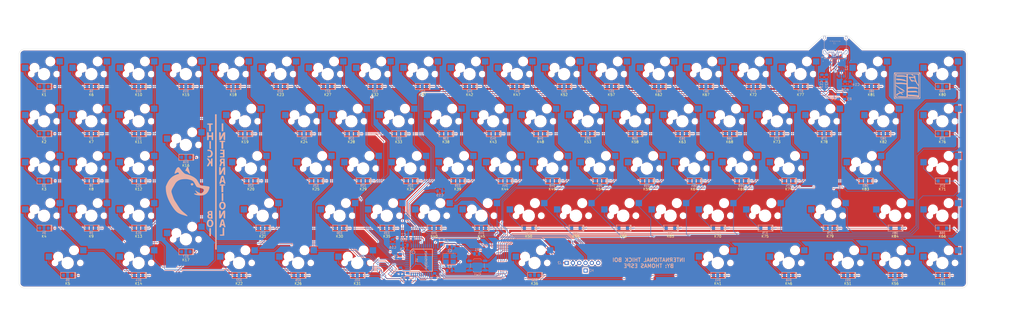
<source format=kicad_pcb>
(kicad_pcb (version 20171130) (host pcbnew "(5.0.1)-3")
  (layers (0 F.Cu signal hide) (31 B.Cu signal) (34 B.Paste user) (35 F.Paste user) (36 B.SilkS user) (37 F.SilkS user) (38 B.Mask user) (39 F.Mask user) (44 Edge.Cuts user))
  (net 0 "")
  (net 1 XTAL1)
  (net 2 UGnd)
  (net 3 XTAL2)
  (net 4 +5V)
  (net 5 UCap)
  (net 6 "Net-(C9-Pad1)")
  (net 7 "Net-(D1-Pad2)")
  (net 8 ROW0)
  (net 9 ROW1)
  (net 10 "Net-(D2-Pad2)")
  (net 11 "Net-(D3-Pad2)")
  (net 12 ROW2)
  (net 13 "Net-(D4-Pad2)")
  (net 14 ROW3)
  (net 15 "Net-(D5-Pad2)")
  (net 16 ROW4)
  (net 17 "Net-(D6-Pad2)")
  (net 18 "Net-(D7-Pad2)")
  (net 19 "Net-(D8-Pad2)")
  (net 20 "Net-(D9-Pad2)")
  (net 21 "Net-(D10-Pad2)")
  (net 22 "Net-(D11-Pad2)")
  (net 23 "Net-(D12-Pad2)")
  (net 24 "Net-(D13-Pad2)")
  (net 25 "Net-(D14-Pad2)")
  (net 26 "Net-(D15-Pad2)")
  (net 27 "Net-(D16-Pad2)")
  (net 28 "Net-(D17-Pad2)")
  (net 29 "Net-(D18-Pad2)")
  (net 30 "Net-(D19-Pad2)")
  (net 31 "Net-(D20-Pad2)")
  (net 32 "Net-(D21-Pad2)")
  (net 33 "Net-(D22-Pad2)")
  (net 34 "Net-(D23-Pad2)")
  (net 35 "Net-(D24-Pad2)")
  (net 36 "Net-(D25-Pad2)")
  (net 37 "Net-(D26-Pad2)")
  (net 38 "Net-(D27-Pad2)")
  (net 39 "Net-(D28-Pad2)")
  (net 40 "Net-(D29-Pad2)")
  (net 41 "Net-(D30-Pad2)")
  (net 42 "Net-(D31-Pad2)")
  (net 43 "Net-(D32-Pad2)")
  (net 44 "Net-(D33-Pad2)")
  (net 45 "Net-(D34-Pad2)")
  (net 46 "Net-(D35-Pad2)")
  (net 47 "Net-(D36-Pad2)")
  (net 48 "Net-(D37-Pad2)")
  (net 49 "Net-(D38-Pad2)")
  (net 50 "Net-(D39-Pad2)")
  (net 51 "Net-(D40-Pad2)")
  (net 52 "Net-(D41-Pad2)")
  (net 53 "Net-(D42-Pad2)")
  (net 54 "Net-(D43-Pad2)")
  (net 55 "Net-(D44-Pad2)")
  (net 56 "Net-(D45-Pad2)")
  (net 57 "Net-(D46-Pad2)")
  (net 58 "Net-(D47-Pad2)")
  (net 59 "Net-(D48-Pad2)")
  (net 60 "Net-(D49-Pad2)")
  (net 61 "Net-(D50-Pad2)")
  (net 62 "Net-(D51-Pad2)")
  (net 63 "Net-(D52-Pad2)")
  (net 64 "Net-(D53-Pad2)")
  (net 65 "Net-(D54-Pad2)")
  (net 66 "Net-(D55-Pad2)")
  (net 67 "Net-(D56-Pad2)")
  (net 68 "Net-(D57-Pad2)")
  (net 69 "Net-(D58-Pad2)")
  (net 70 "Net-(D59-Pad2)")
  (net 71 "Net-(D60-Pad2)")
  (net 72 "Net-(D61-Pad2)")
  (net 73 "Net-(D62-Pad2)")
  (net 74 "Net-(D63-Pad2)")
  (net 75 "Net-(D64-Pad2)")
  (net 76 "Net-(D65-Pad2)")
  (net 77 "Net-(D66-Pad2)")
  (net 78 "Net-(D67-Pad2)")
  (net 79 "Net-(D68-Pad2)")
  (net 80 "Net-(D69-Pad2)")
  (net 81 "Net-(D70-Pad2)")
  (net 82 "Net-(D71-Pad2)")
  (net 83 "Net-(D72-Pad2)")
  (net 84 "Net-(D73-Pad2)")
  (net 85 "Net-(D74-Pad2)")
  (net 86 "Net-(D75-Pad2)")
  (net 87 "Net-(D76-Pad2)")
  (net 88 "Net-(D77-Pad2)")
  (net 89 "Net-(D78-Pad2)")
  (net 90 "Net-(D79-Pad2)")
  (net 91 "Net-(D80-Pad2)")
  (net 92 "Net-(D81-Pad2)")
  (net 93 "Net-(D82-Pad2)")
  (net 94 "Net-(D83-Pad2)")
  (net 95 "Net-(D84-Pad2)")
  (net 96 USB_+)
  (net 97 USB_-)
  (net 98 reset)
  (net 99 CLM9)
  (net 100 CLM10)
  (net 101 CLM11)
  (net 102 CLM0)
  (net 103 CLM1)
  (net 104 CLM2)
  (net 105 CLM3)
  (net 106 CLM4)
  (net 107 CLM5)
  (net 108 CLM6)
  (net 109 CLM7)
  (net 110 CLM8)
  (net 111 CLM12)
  (net 112 CLM13)
  (net 113 CLM14)
  (net 114 CLM15)
  (net 115 CLM16)
  (net 116 CLM17)
  (net 117 LED1)
  (net 118 LED2)
  (net 119 "Net-(R2-Pad2)")
  (net 120 "Net-(R3-Pad1)")
  (net 121 "Net-(R4-Pad1)")
  (net 122 "Net-(C13-Pad2)")
  (net 123 "Net-(C14-Pad2)")
  (net 124 "Net-(H2-Pad1)")
  (net 125 "Net-(J3-PadA2)")
  (net 126 "Net-(J3-PadA3)")
  (net 127 "Net-(J3-PadA8)")
  (net 128 "Net-(J3-PadA10)")
  (net 129 "Net-(J3-PadA11)")
  (net 130 "Net-(J3-PadB8)")
  (net 131 "Net-(J3-PadB10)")
  (net 132 "Net-(J3-PadB11)")
  (net 133 "Net-(J3-PadB3)")
  (net 134 "Net-(J3-PadB2)")
  (net 135 "Net-(U2-Pad5)")
  (module lib:CUI_UJ31-CH-31-SMT-TR (layer B.Cu) (at 315.2413 -6.8173)
    (fp_text reference J3 (at 2.4492 -5.5779) (layer B.SilkS) (effects (font (size 0.631132 0.631132) (thickness 0.05)) (justify mirror)))
    (fp_text value UJ31-CH-31-SMT-TR (at 2.6778 -6.4034) (layer B.SilkS) (effects (font (size 0.25 0.25) (thickness 0.05)) (justify mirror)))
    (fp_line (start -1.28 -7.61) (end -1.28 -8.11) (layer Edge.Cuts) (width 0.1))
    (fp_line (start -1.88 -7.61) (end -1.88 -8.11) (layer Edge.Cuts) (width 0.1))
    (fp_arc (start -1.58 -7.61) (end -1.28 -7.61) (angle 180) (layer Edge.Cuts) (width 0.1))
    (fp_arc (start -1.58 -8.11) (end -1.28 -8.11) (angle -180) (layer Edge.Cuts) (width 0.1))
    (fp_arc (start 7.08 -7.61) (end 7.38 -7.61) (angle 180) (layer Edge.Cuts) (width 0.1))
    (fp_line (start 6.78 -7.61) (end 6.78 -8.11) (layer Edge.Cuts) (width 0.1))
    (fp_line (start 7.38 -7.61) (end 7.38 -8.11) (layer Edge.Cuts) (width 0.1))
    (fp_arc (start 7.08 -8.11) (end 7.38 -8.11) (angle -180) (layer Edge.Cuts) (width 0.1))
    (fp_line (start 6.2 -0.235) (end 6.5 -0.235) (layer Edge.Cuts) (width 0.1))
    (fp_line (start 6.2 -1.085) (end 6.5 -1.085) (layer Edge.Cuts) (width 0.1))
    (fp_arc (start 6.5 -0.66) (end 6.5 -1.085) (angle 180) (layer Edge.Cuts) (width 0.1))
    (fp_arc (start 6.2 -0.66) (end 6.2 -1.085) (angle -180) (layer Edge.Cuts) (width 0.1))
    (fp_text user "" (at 7.75741 -11.2207) (layer F.SilkS) (effects (font (thickness 0.05))))
    (pad SH3 thru_hole oval (at -1.58 -2.16 270) (size 1.4 0.9) (drill oval 1.1 0.6) (layers *.Cu *.Mask) (net 124 "Net-(H2-Pad1)"))
    (pad "" np_thru_hole circle (at -0.85 -0.66) (size 0.85 0.85) (drill 0.85) (layers *.Cu *.Mask B.SilkS))
    (pad SH4 thru_hole oval (at 7.08 -2.16 270) (size 1.4 0.9) (drill oval 1.1 0.6) (layers *.Cu *.Mask) (net 124 "Net-(H2-Pad1)"))
    (pad SH2 thru_hole oval (at 6.755 -1.66 180) (size 1.55 0.8) (drill oval 1.25 0.6) (layers *.Cu *.Mask) (net 124 "Net-(H2-Pad1)"))
    (pad "" np_thru_hole oval (at 6.35 -0.66) (size 1.15 0.85) (drill oval 1.15 0.85) (layers *.Cu *.Mask B.SilkS))
    (pad A1 smd rect (at 0 0) (size 0.32 0.7) (layers B.Cu B.Paste B.Mask) (net 2 UGnd))
    (pad A2 smd rect (at 0.5 0) (size 0.32 0.7) (layers B.Cu B.Paste B.Mask) (net 125 "Net-(J3-PadA2)"))
    (pad A3 smd rect (at 1 0) (size 0.32 0.7) (layers B.Cu B.Paste B.Mask) (net 126 "Net-(J3-PadA3)"))
    (pad A4 smd rect (at 1.5 0) (size 0.32 0.7) (layers B.Cu B.Paste B.Mask) (net 4 +5V))
    (pad A5 smd rect (at 2 0) (size 0.32 0.7) (layers B.Cu B.Paste B.Mask) (net 122 "Net-(C13-Pad2)"))
    (pad A6 smd rect (at 2.5 0) (size 0.32 0.7) (layers B.Cu B.Paste B.Mask) (net 96 USB_+))
    (pad A7 smd rect (at 3 0) (size 0.32 0.7) (layers B.Cu B.Paste B.Mask) (net 97 USB_-))
    (pad A8 smd rect (at 3.5 0) (size 0.32 0.7) (layers B.Cu B.Paste B.Mask) (net 127 "Net-(J3-PadA8)"))
    (pad A9 smd rect (at 4 0) (size 0.32 0.7) (layers B.Cu B.Paste B.Mask) (net 4 +5V))
    (pad A10 smd rect (at 4.5 0) (size 0.32 0.7) (layers B.Cu B.Paste B.Mask) (net 128 "Net-(J3-PadA10)"))
    (pad A11 smd rect (at 5 0) (size 0.32 0.7) (layers B.Cu B.Paste B.Mask) (net 129 "Net-(J3-PadA11)"))
    (pad A12 smd rect (at 5.5 0) (size 0.32 0.7) (layers B.Cu B.Paste B.Mask) (net 2 UGnd))
    (pad B7 thru_hole circle (at 2.35 -1.31) (size 0.6 0.6) (drill 0.4) (layers *.Cu *.Mask) (net 97 USB_-))
    (pad SH1 thru_hole oval (at -1.255 -1.66 180) (size 1.55 0.8) (drill oval 1.25 0.6) (layers *.Cu *.Mask) (net 124 "Net-(H2-Pad1)"))
    (pad B9 thru_hole circle (at 1.55 -1.31) (size 0.6 0.6) (drill 0.4) (layers *.Cu *.Mask) (net 4 +5V))
    (pad B12 thru_hole circle (at -0.05 -1.31) (size 0.6 0.6) (drill 0.4) (layers *.Cu *.Mask) (net 2 UGnd))
    (pad B6 thru_hole circle (at 3.15 -1.31) (size 0.6 0.6) (drill 0.4) (layers *.Cu *.Mask) (net 96 USB_+))
    (pad B4 thru_hole circle (at 3.95 -1.31) (size 0.6 0.6) (drill 0.4) (layers *.Cu *.Mask) (net 4 +5V))
    (pad B1 thru_hole circle (at 5.55 -1.31) (size 0.6 0.6) (drill 0.4) (layers *.Cu *.Mask) (net 2 UGnd))
    (pad B8 thru_hole circle (at 1.95 -2.01) (size 0.6 0.6) (drill 0.4) (layers *.Cu *.Mask) (net 130 "Net-(J3-PadB8)"))
    (pad B10 thru_hole circle (at 1.15 -2.01) (size 0.6 0.6) (drill 0.4) (layers *.Cu *.Mask) (net 131 "Net-(J3-PadB10)"))
    (pad B11 thru_hole circle (at 0.35 -2.01) (size 0.6 0.6) (drill 0.4) (layers *.Cu *.Mask) (net 132 "Net-(J3-PadB11)"))
    (pad B5 thru_hole circle (at 3.55 -2.01) (size 0.6 0.6) (drill 0.4) (layers *.Cu *.Mask) (net 123 "Net-(C14-Pad2)"))
    (pad B3 thru_hole circle (at 4.35 -2.01) (size 0.6 0.6) (drill 0.4) (layers *.Cu *.Mask) (net 133 "Net-(J3-PadB3)"))
    (pad B2 thru_hole circle (at 5.15 -2.01) (size 0.6 0.6) (drill 0.4) (layers *.Cu *.Mask) (net 134 "Net-(J3-PadB2)"))
    (pad SH5 thru_hole oval (at -1.58 -7.86 270) (size 1.4 0.9) (drill oval 1.1 0.6) (layers *.Cu *.Mask) (net 124 "Net-(H2-Pad1)"))
    (pad SH6 thru_hole oval (at 7.08 -7.86 270) (size 1.4 0.9) (drill oval 1.1 0.6) (layers *.Cu *.Mask) (net 124 "Net-(H2-Pad1)"))
  )
  (module Package_TO_SOT_SMD:SOT-23-6 (layer B.Cu) (at 320.4464 -0.2032 90)
    (fp_text reference U2 (at 2.2606 2.0574 90) (layer B.SilkS) (effects (justify mirror)))
    (fp_text value TPD4E1U06)
    (pad 5 smd rect (at 1.1 0 90) (size 1.06 0.65) (layers B.Cu B.Paste B.Mask) (net 135 "Net-(U2-Pad5)"))
    (pad 6 smd rect (at 1.1 0.95 90) (size 1.06 0.65) (layers B.Cu B.Paste B.Mask) (net 97 USB_-))
    (pad 4 smd rect (at 1.1 -0.95 90) (size 1.06 0.65) (layers B.Cu B.Paste B.Mask) (net 97 USB_-))
    (pad 3 smd rect (at -1.1 -0.95 90) (size 1.06 0.65) (layers B.Cu B.Paste B.Mask) (net 96 USB_+))
    (pad 2 smd rect (at -1.1 0 90) (size 1.06 0.65) (layers B.Cu B.Paste B.Mask) (net 2 UGnd))
    (pad 1 smd rect (at -1.1 0.95 90) (size 1.06 0.65) (layers B.Cu B.Paste B.Mask) (net 96 USB_+))
  )
  (module keyswitches:Kailh_socket (layer F.Cu) (at 361 19)
    (fp_text reference K76 (at 0 8.3 180) (layer F.SilkS))
    (fp_text value KEYSW)
    (pad 2 smd rect (at -7.56 -2.54) (size 2.55 2.5) (layers B.Cu B.Paste B.Mask) (net 87 "Net-(D76-Pad2)"))
    (pad "" np_thru_hole circle (at -5.08 0) (size 1.7018 1.7018) (drill 1.7018) (layers *.Cu *.Mask))
    (pad "" np_thru_hole circle (at 5.08 0) (size 1.7018 1.7018) (drill 1.7018) (layers *.Cu *.Mask))
    (pad "" np_thru_hole circle (at 0 0) (size 3.9878 3.9878) (drill 3.9878) (layers *.Cu *.Mask))
    (pad "" np_thru_hole circle (at -3.81 -2.54) (size 3 3) (drill 3) (layers *.Cu *.Mask))
    (pad "" np_thru_hole circle (at 2.54 -5.08) (size 3 3) (drill 3) (layers *.Cu *.Mask))
    (pad 1 smd rect (at 6.29 -5.08) (size 2.55 2.5) (layers B.Cu B.Paste B.Mask) (net 114 CLM15))
  )
  (module keyswitches:Kailh_socket (layer F.Cu) (at 9.5 76)
    (fp_text reference K5 (at 0 8.3 180) (layer F.SilkS))
    (fp_text value KEYSW)
    (pad 2 smd rect (at -7.56 -2.54) (size 2.55 2.5) (layers B.Cu B.Paste B.Mask) (net 15 "Net-(D5-Pad2)"))
    (pad "" np_thru_hole circle (at -5.08 0) (size 1.7018 1.7018) (drill 1.7018) (layers *.Cu *.Mask))
    (pad "" np_thru_hole circle (at 5.08 0) (size 1.7018 1.7018) (drill 1.7018) (layers *.Cu *.Mask))
    (pad "" np_thru_hole circle (at 0 0) (size 3.9878 3.9878) (drill 3.9878) (layers *.Cu *.Mask))
    (pad "" np_thru_hole circle (at -3.81 -2.54) (size 3 3) (drill 3) (layers *.Cu *.Mask))
    (pad "" np_thru_hole circle (at 2.54 -5.08) (size 3 3) (drill 3) (layers *.Cu *.Mask))
    (pad 1 smd rect (at 6.29 -5.08) (size 2.55 2.5) (layers B.Cu B.Paste B.Mask) (net 102 CLM0))
  )
  (module Crystal:Crystal_SMD_SeikoEpson_FA238-4Pin_3.2x2.5mm_HandSoldering (layer B.Cu) (at 162.9891 74.40978)
    (fp_text reference X1 (at 0 3) (layer B.SilkS) (effects (justify mirror)))
    (fp_text value XTAL_GND)
    (pad 4 smd rect (at -1.45 1.1) (size 2.1 1.8) (layers B.Cu B.Paste B.Mask) (net 2 UGnd))
    (pad 3 smd rect (at 1.45 1.1) (size 2.1 1.8) (layers B.Cu B.Paste B.Mask) (net 3 XTAL2))
    (pad 2 smd rect (at 1.45 -1.1) (size 2.1 1.8) (layers B.Cu B.Paste B.Mask) (net 2 UGnd))
    (pad 1 smd rect (at -1.45 -1.1) (size 2.1 1.8) (layers B.Cu B.Paste B.Mask) (net 1 XTAL1))
  )
  (module keyswitches:Kailh_socket (layer F.Cu) (at 0 0)
    (fp_text reference K1 (at 0 8.3 180) (layer F.SilkS))
    (fp_text value KEYSW)
    (pad 2 smd rect (at -7.56 -2.54) (size 2.55 2.5) (layers B.Cu B.Paste B.Mask) (net 7 "Net-(D1-Pad2)"))
    (pad "" np_thru_hole circle (at -5.08 0) (size 1.7018 1.7018) (drill 1.7018) (layers *.Cu *.Mask))
    (pad "" np_thru_hole circle (at 5.08 0) (size 1.7018 1.7018) (drill 1.7018) (layers *.Cu *.Mask))
    (pad "" np_thru_hole circle (at 0 0) (size 3.9878 3.9878) (drill 3.9878) (layers *.Cu *.Mask))
    (pad "" np_thru_hole circle (at -3.81 -2.54) (size 3 3) (drill 3) (layers *.Cu *.Mask))
    (pad "" np_thru_hole circle (at 2.54 -5.08) (size 3 3) (drill 3) (layers *.Cu *.Mask))
    (pad 1 smd rect (at 6.29 -5.08) (size 2.55 2.5) (layers B.Cu B.Paste B.Mask) (net 102 CLM0))
  )
  (module keyswitches:Kailh_socket (layer F.Cu) (at 19 19)
    (fp_text reference K7 (at 0 8.3 180) (layer F.SilkS))
    (fp_text value KEYSW)
    (pad 2 smd rect (at -7.56 -2.54) (size 2.55 2.5) (layers B.Cu B.Paste B.Mask) (net 18 "Net-(D7-Pad2)"))
    (pad "" np_thru_hole circle (at -5.08 0) (size 1.7018 1.7018) (drill 1.7018) (layers *.Cu *.Mask))
    (pad "" np_thru_hole circle (at 5.08 0) (size 1.7018 1.7018) (drill 1.7018) (layers *.Cu *.Mask))
    (pad "" np_thru_hole circle (at 0 0) (size 3.9878 3.9878) (drill 3.9878) (layers *.Cu *.Mask))
    (pad "" np_thru_hole circle (at -3.81 -2.54) (size 3 3) (drill 3) (layers *.Cu *.Mask))
    (pad "" np_thru_hole circle (at 2.54 -5.08) (size 3 3) (drill 3) (layers *.Cu *.Mask))
    (pad 1 smd rect (at 6.29 -5.08) (size 2.55 2.5) (layers B.Cu B.Paste B.Mask) (net 103 CLM1))
  )
  (module keyswitches:Kailh_socket (layer F.Cu) (at 19 0)
    (fp_text reference K6 (at 0 8.3 180) (layer F.SilkS))
    (fp_text value KEYSW)
    (pad 2 smd rect (at -7.56 -2.54) (size 2.55 2.5) (layers B.Cu B.Paste B.Mask) (net 17 "Net-(D6-Pad2)"))
    (pad "" np_thru_hole circle (at -5.08 0) (size 1.7018 1.7018) (drill 1.7018) (layers *.Cu *.Mask))
    (pad "" np_thru_hole circle (at 5.08 0) (size 1.7018 1.7018) (drill 1.7018) (layers *.Cu *.Mask))
    (pad "" np_thru_hole circle (at 0 0) (size 3.9878 3.9878) (drill 3.9878) (layers *.Cu *.Mask))
    (pad "" np_thru_hole circle (at -3.81 -2.54) (size 3 3) (drill 3) (layers *.Cu *.Mask))
    (pad "" np_thru_hole circle (at 2.54 -5.08) (size 3 3) (drill 3) (layers *.Cu *.Mask))
    (pad 1 smd rect (at 6.29 -5.08) (size 2.55 2.5) (layers B.Cu B.Paste B.Mask) (net 103 CLM1))
  )
  (module keyswitches:Kailh_socket (layer F.Cu) (at 0 19)
    (fp_text reference K2 (at 0 8.3 180) (layer F.SilkS))
    (fp_text value KEYSW)
    (pad 2 smd rect (at -7.56 -2.54) (size 2.55 2.5) (layers B.Cu B.Paste B.Mask) (net 10 "Net-(D2-Pad2)"))
    (pad "" np_thru_hole circle (at -5.08 0) (size 1.7018 1.7018) (drill 1.7018) (layers *.Cu *.Mask))
    (pad "" np_thru_hole circle (at 5.08 0) (size 1.7018 1.7018) (drill 1.7018) (layers *.Cu *.Mask))
    (pad "" np_thru_hole circle (at 0 0) (size 3.9878 3.9878) (drill 3.9878) (layers *.Cu *.Mask))
    (pad "" np_thru_hole circle (at -3.81 -2.54) (size 3 3) (drill 3) (layers *.Cu *.Mask))
    (pad "" np_thru_hole circle (at 2.54 -5.08) (size 3 3) (drill 3) (layers *.Cu *.Mask))
    (pad 1 smd rect (at 6.29 -5.08) (size 2.55 2.5) (layers B.Cu B.Paste B.Mask) (net 102 CLM0))
  )
  (module keyswitches:Kailh_socket (layer F.Cu) (at 0 38)
    (fp_text reference K3 (at 0 8.3 180) (layer F.SilkS))
    (fp_text value KEYSW)
    (pad 2 smd rect (at -7.56 -2.54) (size 2.55 2.5) (layers B.Cu B.Paste B.Mask) (net 11 "Net-(D3-Pad2)"))
    (pad "" np_thru_hole circle (at -5.08 0) (size 1.7018 1.7018) (drill 1.7018) (layers *.Cu *.Mask))
    (pad "" np_thru_hole circle (at 5.08 0) (size 1.7018 1.7018) (drill 1.7018) (layers *.Cu *.Mask))
    (pad "" np_thru_hole circle (at 0 0) (size 3.9878 3.9878) (drill 3.9878) (layers *.Cu *.Mask))
    (pad "" np_thru_hole circle (at -3.81 -2.54) (size 3 3) (drill 3) (layers *.Cu *.Mask))
    (pad "" np_thru_hole circle (at 2.54 -5.08) (size 3 3) (drill 3) (layers *.Cu *.Mask))
    (pad 1 smd rect (at 6.29 -5.08) (size 2.55 2.5) (layers B.Cu B.Paste B.Mask) (net 102 CLM0))
  )
  (module keyswitches:Kailh_socket (layer F.Cu) (at 0 57)
    (fp_text reference K4 (at 0 8.3 180) (layer F.SilkS))
    (fp_text value KEYSW)
    (pad 2 smd rect (at -7.56 -2.54) (size 2.55 2.5) (layers B.Cu B.Paste B.Mask) (net 13 "Net-(D4-Pad2)"))
    (pad "" np_thru_hole circle (at -5.08 0) (size 1.7018 1.7018) (drill 1.7018) (layers *.Cu *.Mask))
    (pad "" np_thru_hole circle (at 5.08 0) (size 1.7018 1.7018) (drill 1.7018) (layers *.Cu *.Mask))
    (pad "" np_thru_hole circle (at 0 0) (size 3.9878 3.9878) (drill 3.9878) (layers *.Cu *.Mask))
    (pad "" np_thru_hole circle (at -3.81 -2.54) (size 3 3) (drill 3) (layers *.Cu *.Mask))
    (pad "" np_thru_hole circle (at 2.54 -5.08) (size 3 3) (drill 3) (layers *.Cu *.Mask))
    (pad 1 smd rect (at 6.29 -5.08) (size 2.55 2.5) (layers B.Cu B.Paste B.Mask) (net 102 CLM0))
  )
  (module keyswitches:Kailh_socket (layer F.Cu) (at 19 38)
    (fp_text reference K8 (at 0 8.3 180) (layer F.SilkS))
    (fp_text value KEYSW)
    (pad 2 smd rect (at -7.56 -2.54) (size 2.55 2.5) (layers B.Cu B.Paste B.Mask) (net 19 "Net-(D8-Pad2)"))
    (pad "" np_thru_hole circle (at -5.08 0) (size 1.7018 1.7018) (drill 1.7018) (layers *.Cu *.Mask))
    (pad "" np_thru_hole circle (at 5.08 0) (size 1.7018 1.7018) (drill 1.7018) (layers *.Cu *.Mask))
    (pad "" np_thru_hole circle (at 0 0) (size 3.9878 3.9878) (drill 3.9878) (layers *.Cu *.Mask))
    (pad "" np_thru_hole circle (at -3.81 -2.54) (size 3 3) (drill 3) (layers *.Cu *.Mask))
    (pad "" np_thru_hole circle (at 2.54 -5.08) (size 3 3) (drill 3) (layers *.Cu *.Mask))
    (pad 1 smd rect (at 6.29 -5.08) (size 2.55 2.5) (layers B.Cu B.Paste B.Mask) (net 103 CLM1))
  )
  (module keyswitches:Kailh_socket (layer F.Cu) (at 19 57)
    (fp_text reference K9 (at 0 8.3 180) (layer F.SilkS))
    (fp_text value KEYSW)
    (pad 2 smd rect (at -7.56 -2.54) (size 2.55 2.5) (layers B.Cu B.Paste B.Mask) (net 20 "Net-(D9-Pad2)"))
    (pad "" np_thru_hole circle (at -5.08 0) (size 1.7018 1.7018) (drill 1.7018) (layers *.Cu *.Mask))
    (pad "" np_thru_hole circle (at 5.08 0) (size 1.7018 1.7018) (drill 1.7018) (layers *.Cu *.Mask))
    (pad "" np_thru_hole circle (at 0 0) (size 3.9878 3.9878) (drill 3.9878) (layers *.Cu *.Mask))
    (pad "" np_thru_hole circle (at -3.81 -2.54) (size 3 3) (drill 3) (layers *.Cu *.Mask))
    (pad "" np_thru_hole circle (at 2.54 -5.08) (size 3 3) (drill 3) (layers *.Cu *.Mask))
    (pad 1 smd rect (at 6.29 -5.08) (size 2.55 2.5) (layers B.Cu B.Paste B.Mask) (net 103 CLM1))
  )
  (module keyswitches:Kailh_socket (layer F.Cu) (at 38 19)
    (fp_text reference K11 (at 0 8.3 180) (layer F.SilkS))
    (fp_text value KEYSW)
    (pad 2 smd rect (at -7.56 -2.54) (size 2.55 2.5) (layers B.Cu B.Paste B.Mask) (net 22 "Net-(D11-Pad2)"))
    (pad "" np_thru_hole circle (at -5.08 0) (size 1.7018 1.7018) (drill 1.7018) (layers *.Cu *.Mask))
    (pad "" np_thru_hole circle (at 5.08 0) (size 1.7018 1.7018) (drill 1.7018) (layers *.Cu *.Mask))
    (pad "" np_thru_hole circle (at 0 0) (size 3.9878 3.9878) (drill 3.9878) (layers *.Cu *.Mask))
    (pad "" np_thru_hole circle (at -3.81 -2.54) (size 3 3) (drill 3) (layers *.Cu *.Mask))
    (pad "" np_thru_hole circle (at 2.54 -5.08) (size 3 3) (drill 3) (layers *.Cu *.Mask))
    (pad 1 smd rect (at 6.29 -5.08) (size 2.55 2.5) (layers B.Cu B.Paste B.Mask) (net 104 CLM2))
  )
  (module keyswitches:Kailh_socket (layer F.Cu) (at 38 38)
    (fp_text reference K12 (at 0 8.3 180) (layer F.SilkS))
    (fp_text value KEYSW)
    (pad 2 smd rect (at -7.56 -2.54) (size 2.55 2.5) (layers B.Cu B.Paste B.Mask) (net 23 "Net-(D12-Pad2)"))
    (pad "" np_thru_hole circle (at -5.08 0) (size 1.7018 1.7018) (drill 1.7018) (layers *.Cu *.Mask))
    (pad "" np_thru_hole circle (at 5.08 0) (size 1.7018 1.7018) (drill 1.7018) (layers *.Cu *.Mask))
    (pad "" np_thru_hole circle (at 0 0) (size 3.9878 3.9878) (drill 3.9878) (layers *.Cu *.Mask))
    (pad "" np_thru_hole circle (at -3.81 -2.54) (size 3 3) (drill 3) (layers *.Cu *.Mask))
    (pad "" np_thru_hole circle (at 2.54 -5.08) (size 3 3) (drill 3) (layers *.Cu *.Mask))
    (pad 1 smd rect (at 6.29 -5.08) (size 2.55 2.5) (layers B.Cu B.Paste B.Mask) (net 104 CLM2))
  )
  (module keyswitches:Kailh_socket (layer F.Cu) (at 38 57)
    (fp_text reference K13 (at 0 8.3 180) (layer F.SilkS))
    (fp_text value KEYSW)
    (pad 2 smd rect (at -7.56 -2.54) (size 2.55 2.5) (layers B.Cu B.Paste B.Mask) (net 24 "Net-(D13-Pad2)"))
    (pad "" np_thru_hole circle (at -5.08 0) (size 1.7018 1.7018) (drill 1.7018) (layers *.Cu *.Mask))
    (pad "" np_thru_hole circle (at 5.08 0) (size 1.7018 1.7018) (drill 1.7018) (layers *.Cu *.Mask))
    (pad "" np_thru_hole circle (at 0 0) (size 3.9878 3.9878) (drill 3.9878) (layers *.Cu *.Mask))
    (pad "" np_thru_hole circle (at -3.81 -2.54) (size 3 3) (drill 3) (layers *.Cu *.Mask))
    (pad "" np_thru_hole circle (at 2.54 -5.08) (size 3 3) (drill 3) (layers *.Cu *.Mask))
    (pad 1 smd rect (at 6.29 -5.08) (size 2.55 2.5) (layers B.Cu B.Paste B.Mask) (net 104 CLM2))
  )
  (module keyswitches:Kailh_socket (layer F.Cu) (at 38 76)
    (fp_text reference K14 (at 0 8.3 180) (layer F.SilkS))
    (fp_text value KEYSW)
    (pad 2 smd rect (at -7.56 -2.54) (size 2.55 2.5) (layers B.Cu B.Paste B.Mask) (net 25 "Net-(D14-Pad2)"))
    (pad "" np_thru_hole circle (at -5.08 0) (size 1.7018 1.7018) (drill 1.7018) (layers *.Cu *.Mask))
    (pad "" np_thru_hole circle (at 5.08 0) (size 1.7018 1.7018) (drill 1.7018) (layers *.Cu *.Mask))
    (pad "" np_thru_hole circle (at 0 0) (size 3.9878 3.9878) (drill 3.9878) (layers *.Cu *.Mask))
    (pad "" np_thru_hole circle (at -3.81 -2.54) (size 3 3) (drill 3) (layers *.Cu *.Mask))
    (pad "" np_thru_hole circle (at 2.54 -5.08) (size 3 3) (drill 3) (layers *.Cu *.Mask))
    (pad 1 smd rect (at 6.29 -5.08) (size 2.55 2.5) (layers B.Cu B.Paste B.Mask) (net 104 CLM2))
  )
  (module keyswitches:Kailh_socket (layer F.Cu) (at 57 0)
    (fp_text reference K15 (at 0 8.3 180) (layer F.SilkS))
    (fp_text value KEYSW)
    (pad 2 smd rect (at -7.56 -2.54) (size 2.55 2.5) (layers B.Cu B.Paste B.Mask) (net 26 "Net-(D15-Pad2)"))
    (pad "" np_thru_hole circle (at -5.08 0) (size 1.7018 1.7018) (drill 1.7018) (layers *.Cu *.Mask))
    (pad "" np_thru_hole circle (at 5.08 0) (size 1.7018 1.7018) (drill 1.7018) (layers *.Cu *.Mask))
    (pad "" np_thru_hole circle (at 0 0) (size 3.9878 3.9878) (drill 3.9878) (layers *.Cu *.Mask))
    (pad "" np_thru_hole circle (at -3.81 -2.54) (size 3 3) (drill 3) (layers *.Cu *.Mask))
    (pad "" np_thru_hole circle (at 2.54 -5.08) (size 3 3) (drill 3) (layers *.Cu *.Mask))
    (pad 1 smd rect (at 6.29 -5.08) (size 2.55 2.5) (layers B.Cu B.Paste B.Mask) (net 105 CLM3))
  )
  (module keyswitches:Kailh_socket (layer F.Cu) (at 57 28.5)
    (fp_text reference K16 (at 0 8.3 180) (layer F.SilkS))
    (fp_text value KEYSW)
    (pad 2 smd rect (at -7.56 -2.54) (size 2.55 2.5) (layers B.Cu B.Paste B.Mask) (net 27 "Net-(D16-Pad2)"))
    (pad "" np_thru_hole circle (at -5.08 0) (size 1.7018 1.7018) (drill 1.7018) (layers *.Cu *.Mask))
    (pad "" np_thru_hole circle (at 5.08 0) (size 1.7018 1.7018) (drill 1.7018) (layers *.Cu *.Mask))
    (pad "" np_thru_hole circle (at 0 0) (size 3.9878 3.9878) (drill 3.9878) (layers *.Cu *.Mask))
    (pad "" np_thru_hole circle (at -3.81 -2.54) (size 3 3) (drill 3) (layers *.Cu *.Mask))
    (pad "" np_thru_hole circle (at 2.54 -5.08) (size 3 3) (drill 3) (layers *.Cu *.Mask))
    (pad 1 smd rect (at 6.29 -5.08) (size 2.55 2.5) (layers B.Cu B.Paste B.Mask) (net 105 CLM3))
  )
  (module keyswitches:Kailh_socket (layer F.Cu) (at 57 66.5)
    (fp_text reference K17 (at 0 8.3 180) (layer F.SilkS))
    (fp_text value KEYSW)
    (pad 2 smd rect (at -7.56 -2.54) (size 2.55 2.5) (layers B.Cu B.Paste B.Mask) (net 28 "Net-(D17-Pad2)"))
    (pad "" np_thru_hole circle (at -5.08 0) (size 1.7018 1.7018) (drill 1.7018) (layers *.Cu *.Mask))
    (pad "" np_thru_hole circle (at 5.08 0) (size 1.7018 1.7018) (drill 1.7018) (layers *.Cu *.Mask))
    (pad "" np_thru_hole circle (at 0 0) (size 3.9878 3.9878) (drill 3.9878) (layers *.Cu *.Mask))
    (pad "" np_thru_hole circle (at -3.81 -2.54) (size 3 3) (drill 3) (layers *.Cu *.Mask))
    (pad "" np_thru_hole circle (at 2.54 -5.08) (size 3 3) (drill 3) (layers *.Cu *.Mask))
    (pad 1 smd rect (at 6.29 -5.08) (size 2.55 2.5) (layers B.Cu B.Paste B.Mask) (net 105 CLM3))
  )
  (module keyswitches:Kailh_socket (layer F.Cu) (at 76 0)
    (fp_text reference K18 (at 0 8.3 180) (layer F.SilkS))
    (fp_text value KEYSW)
    (pad 2 smd rect (at -7.56 -2.54) (size 2.55 2.5) (layers B.Cu B.Paste B.Mask) (net 29 "Net-(D18-Pad2)"))
    (pad "" np_thru_hole circle (at -5.08 0) (size 1.7018 1.7018) (drill 1.7018) (layers *.Cu *.Mask))
    (pad "" np_thru_hole circle (at 5.08 0) (size 1.7018 1.7018) (drill 1.7018) (layers *.Cu *.Mask))
    (pad "" np_thru_hole circle (at 0 0) (size 3.9878 3.9878) (drill 3.9878) (layers *.Cu *.Mask))
    (pad "" np_thru_hole circle (at -3.81 -2.54) (size 3 3) (drill 3) (layers *.Cu *.Mask))
    (pad "" np_thru_hole circle (at 2.54 -5.08) (size 3 3) (drill 3) (layers *.Cu *.Mask))
    (pad 1 smd rect (at 6.29 -5.08) (size 2.55 2.5) (layers B.Cu B.Paste B.Mask) (net 106 CLM4))
  )
  (module keyswitches:Kailh_socket (layer F.Cu) (at 80.75 19)
    (fp_text reference K19 (at 0 8.3 180) (layer F.SilkS))
    (fp_text value KEYSW)
    (pad 2 smd rect (at -7.56 -2.54) (size 2.55 2.5) (layers B.Cu B.Paste B.Mask) (net 30 "Net-(D19-Pad2)"))
    (pad "" np_thru_hole circle (at -5.08 0) (size 1.7018 1.7018) (drill 1.7018) (layers *.Cu *.Mask))
    (pad "" np_thru_hole circle (at 5.08 0) (size 1.7018 1.7018) (drill 1.7018) (layers *.Cu *.Mask))
    (pad "" np_thru_hole circle (at 0 0) (size 3.9878 3.9878) (drill 3.9878) (layers *.Cu *.Mask))
    (pad "" np_thru_hole circle (at -3.81 -2.54) (size 3 3) (drill 3) (layers *.Cu *.Mask))
    (pad "" np_thru_hole circle (at 2.54 -5.08) (size 3 3) (drill 3) (layers *.Cu *.Mask))
    (pad 1 smd rect (at 6.29 -5.08) (size 2.55 2.5) (layers B.Cu B.Paste B.Mask) (net 106 CLM4))
  )
  (module keyswitches:Kailh_socket (layer F.Cu) (at 83.125 38)
    (fp_text reference K20 (at 0 8.3 180) (layer F.SilkS))
    (fp_text value KEYSW)
    (pad 2 smd rect (at -7.56 -2.54) (size 2.55 2.5) (layers B.Cu B.Paste B.Mask) (net 31 "Net-(D20-Pad2)"))
    (pad "" np_thru_hole circle (at -5.08 0) (size 1.7018 1.7018) (drill 1.7018) (layers *.Cu *.Mask))
    (pad "" np_thru_hole circle (at 5.08 0) (size 1.7018 1.7018) (drill 1.7018) (layers *.Cu *.Mask))
    (pad "" np_thru_hole circle (at 0 0) (size 3.9878 3.9878) (drill 3.9878) (layers *.Cu *.Mask))
    (pad "" np_thru_hole circle (at -3.81 -2.54) (size 3 3) (drill 3) (layers *.Cu *.Mask))
    (pad "" np_thru_hole circle (at 2.54 -5.08) (size 3 3) (drill 3) (layers *.Cu *.Mask))
    (pad 1 smd rect (at 6.29 -5.08) (size 2.55 2.5) (layers B.Cu B.Paste B.Mask) (net 106 CLM4))
  )
  (module keyswitches:Kailh_socket (layer F.Cu) (at 87.875 57)
    (fp_text reference K21 (at 0 8.3 180) (layer F.SilkS))
    (fp_text value KEYSW)
    (pad 2 smd rect (at -7.56 -2.54) (size 2.55 2.5) (layers B.Cu B.Paste B.Mask) (net 32 "Net-(D21-Pad2)"))
    (pad "" np_thru_hole circle (at -5.08 0) (size 1.7018 1.7018) (drill 1.7018) (layers *.Cu *.Mask))
    (pad "" np_thru_hole circle (at 5.08 0) (size 1.7018 1.7018) (drill 1.7018) (layers *.Cu *.Mask))
    (pad "" np_thru_hole circle (at 0 0) (size 3.9878 3.9878) (drill 3.9878) (layers *.Cu *.Mask))
    (pad "" np_thru_hole circle (at -3.81 -2.54) (size 3 3) (drill 3) (layers *.Cu *.Mask))
    (pad "" np_thru_hole circle (at 2.54 -5.08) (size 3 3) (drill 3) (layers *.Cu *.Mask))
    (pad 1 smd rect (at 6.29 -5.08) (size 2.55 2.5) (layers B.Cu B.Paste B.Mask) (net 106 CLM4))
  )
  (module keyswitches:Kailh_socket (layer F.Cu) (at 78.375 76)
    (fp_text reference K22 (at 0 8.3 180) (layer F.SilkS))
    (fp_text value KEYSW)
    (pad 2 smd rect (at -7.56 -2.54) (size 2.55 2.5) (layers B.Cu B.Paste B.Mask) (net 33 "Net-(D22-Pad2)"))
    (pad "" np_thru_hole circle (at -5.08 0) (size 1.7018 1.7018) (drill 1.7018) (layers *.Cu *.Mask))
    (pad "" np_thru_hole circle (at 5.08 0) (size 1.7018 1.7018) (drill 1.7018) (layers *.Cu *.Mask))
    (pad "" np_thru_hole circle (at 0 0) (size 3.9878 3.9878) (drill 3.9878) (layers *.Cu *.Mask))
    (pad "" np_thru_hole circle (at -3.81 -2.54) (size 3 3) (drill 3) (layers *.Cu *.Mask))
    (pad "" np_thru_hole circle (at 2.54 -5.08) (size 3 3) (drill 3) (layers *.Cu *.Mask))
    (pad 1 smd rect (at 6.29 -5.08) (size 2.55 2.5) (layers B.Cu B.Paste B.Mask) (net 106 CLM4))
  )
  (module keyswitches:Kailh_socket (layer F.Cu) (at 95 0)
    (fp_text reference K23 (at 0 8.3 180) (layer F.SilkS))
    (fp_text value KEYSW)
    (pad 2 smd rect (at -7.56 -2.54) (size 2.55 2.5) (layers B.Cu B.Paste B.Mask) (net 34 "Net-(D23-Pad2)"))
    (pad "" np_thru_hole circle (at -5.08 0) (size 1.7018 1.7018) (drill 1.7018) (layers *.Cu *.Mask))
    (pad "" np_thru_hole circle (at 5.08 0) (size 1.7018 1.7018) (drill 1.7018) (layers *.Cu *.Mask))
    (pad "" np_thru_hole circle (at 0 0) (size 3.9878 3.9878) (drill 3.9878) (layers *.Cu *.Mask))
    (pad "" np_thru_hole circle (at -3.81 -2.54) (size 3 3) (drill 3) (layers *.Cu *.Mask))
    (pad "" np_thru_hole circle (at 2.54 -5.08) (size 3 3) (drill 3) (layers *.Cu *.Mask))
    (pad 1 smd rect (at 6.29 -5.08) (size 2.55 2.5) (layers B.Cu B.Paste B.Mask) (net 107 CLM5))
  )
  (module keyswitches:Kailh_socket (layer F.Cu) (at 104.5 19)
    (fp_text reference K24 (at 0 8.3 180) (layer F.SilkS))
    (fp_text value KEYSW)
    (pad 2 smd rect (at -7.56 -2.54) (size 2.55 2.5) (layers B.Cu B.Paste B.Mask) (net 35 "Net-(D24-Pad2)"))
    (pad "" np_thru_hole circle (at -5.08 0) (size 1.7018 1.7018) (drill 1.7018) (layers *.Cu *.Mask))
    (pad "" np_thru_hole circle (at 5.08 0) (size 1.7018 1.7018) (drill 1.7018) (layers *.Cu *.Mask))
    (pad "" np_thru_hole circle (at 0 0) (size 3.9878 3.9878) (drill 3.9878) (layers *.Cu *.Mask))
    (pad "" np_thru_hole circle (at -3.81 -2.54) (size 3 3) (drill 3) (layers *.Cu *.Mask))
    (pad "" np_thru_hole circle (at 2.54 -5.08) (size 3 3) (drill 3) (layers *.Cu *.Mask))
    (pad 1 smd rect (at 6.29 -5.08) (size 2.55 2.5) (layers B.Cu B.Paste B.Mask) (net 107 CLM5))
  )
  (module keyswitches:Kailh_socket (layer F.Cu) (at 109.25 38)
    (fp_text reference K25 (at 0 8.3 180) (layer F.SilkS))
    (fp_text value KEYSW)
    (pad 2 smd rect (at -7.56 -2.54) (size 2.55 2.5) (layers B.Cu B.Paste B.Mask) (net 36 "Net-(D25-Pad2)"))
    (pad "" np_thru_hole circle (at -5.08 0) (size 1.7018 1.7018) (drill 1.7018) (layers *.Cu *.Mask))
    (pad "" np_thru_hole circle (at 5.08 0) (size 1.7018 1.7018) (drill 1.7018) (layers *.Cu *.Mask))
    (pad "" np_thru_hole circle (at 0 0) (size 3.9878 3.9878) (drill 3.9878) (layers *.Cu *.Mask))
    (pad "" np_thru_hole circle (at -3.81 -2.54) (size 3 3) (drill 3) (layers *.Cu *.Mask))
    (pad "" np_thru_hole circle (at 2.54 -5.08) (size 3 3) (drill 3) (layers *.Cu *.Mask))
    (pad 1 smd rect (at 6.29 -5.08) (size 2.55 2.5) (layers B.Cu B.Paste B.Mask) (net 107 CLM5))
  )
  (module keyswitches:Kailh_socket (layer F.Cu) (at 102.125 76)
    (fp_text reference K26 (at 0 8.3 180) (layer F.SilkS))
    (fp_text value KEYSW)
    (pad 2 smd rect (at -7.56 -2.54) (size 2.55 2.5) (layers B.Cu B.Paste B.Mask) (net 37 "Net-(D26-Pad2)"))
    (pad "" np_thru_hole circle (at -5.08 0) (size 1.7018 1.7018) (drill 1.7018) (layers *.Cu *.Mask))
    (pad "" np_thru_hole circle (at 5.08 0) (size 1.7018 1.7018) (drill 1.7018) (layers *.Cu *.Mask))
    (pad "" np_thru_hole circle (at 0 0) (size 3.9878 3.9878) (drill 3.9878) (layers *.Cu *.Mask))
    (pad "" np_thru_hole circle (at -3.81 -2.54) (size 3 3) (drill 3) (layers *.Cu *.Mask))
    (pad "" np_thru_hole circle (at 2.54 -5.08) (size 3 3) (drill 3) (layers *.Cu *.Mask))
    (pad 1 smd rect (at 6.29 -5.08) (size 2.55 2.5) (layers B.Cu B.Paste B.Mask) (net 107 CLM5))
  )
  (module keyswitches:Kailh_socket (layer F.Cu) (at 114 0)
    (fp_text reference K27 (at 0 8.3 180) (layer F.SilkS))
    (fp_text value KEYSW)
    (pad 2 smd rect (at -7.56 -2.54) (size 2.55 2.5) (layers B.Cu B.Paste B.Mask) (net 38 "Net-(D27-Pad2)"))
    (pad "" np_thru_hole circle (at -5.08 0) (size 1.7018 1.7018) (drill 1.7018) (layers *.Cu *.Mask))
    (pad "" np_thru_hole circle (at 5.08 0) (size 1.7018 1.7018) (drill 1.7018) (layers *.Cu *.Mask))
    (pad "" np_thru_hole circle (at 0 0) (size 3.9878 3.9878) (drill 3.9878) (layers *.Cu *.Mask))
    (pad "" np_thru_hole circle (at -3.81 -2.54) (size 3 3) (drill 3) (layers *.Cu *.Mask))
    (pad "" np_thru_hole circle (at 2.54 -5.08) (size 3 3) (drill 3) (layers *.Cu *.Mask))
    (pad 1 smd rect (at 6.29 -5.08) (size 2.55 2.5) (layers B.Cu B.Paste B.Mask) (net 108 CLM6))
  )
  (module keyswitches:Kailh_socket (layer F.Cu) (at 123.5 19)
    (fp_text reference K28 (at 0 8.3 180) (layer F.SilkS))
    (fp_text value KEYSW)
    (pad 2 smd rect (at -7.56 -2.54) (size 2.55 2.5) (layers B.Cu B.Paste B.Mask) (net 39 "Net-(D28-Pad2)"))
    (pad "" np_thru_hole circle (at -5.08 0) (size 1.7018 1.7018) (drill 1.7018) (layers *.Cu *.Mask))
    (pad "" np_thru_hole circle (at 5.08 0) (size 1.7018 1.7018) (drill 1.7018) (layers *.Cu *.Mask))
    (pad "" np_thru_hole circle (at 0 0) (size 3.9878 3.9878) (drill 3.9878) (layers *.Cu *.Mask))
    (pad "" np_thru_hole circle (at -3.81 -2.54) (size 3 3) (drill 3) (layers *.Cu *.Mask))
    (pad "" np_thru_hole circle (at 2.54 -5.08) (size 3 3) (drill 3) (layers *.Cu *.Mask))
    (pad 1 smd rect (at 6.29 -5.08) (size 2.55 2.5) (layers B.Cu B.Paste B.Mask) (net 108 CLM6))
  )
  (module keyswitches:Kailh_socket (layer F.Cu) (at 128.25 38)
    (fp_text reference K29 (at 0 8.3 180) (layer F.SilkS))
    (fp_text value KEYSW)
    (pad 2 smd rect (at -7.56 -2.54) (size 2.55 2.5) (layers B.Cu B.Paste B.Mask) (net 40 "Net-(D29-Pad2)"))
    (pad "" np_thru_hole circle (at -5.08 0) (size 1.7018 1.7018) (drill 1.7018) (layers *.Cu *.Mask))
    (pad "" np_thru_hole circle (at 5.08 0) (size 1.7018 1.7018) (drill 1.7018) (layers *.Cu *.Mask))
    (pad "" np_thru_hole circle (at 0 0) (size 3.9878 3.9878) (drill 3.9878) (layers *.Cu *.Mask))
    (pad "" np_thru_hole circle (at -3.81 -2.54) (size 3 3) (drill 3) (layers *.Cu *.Mask))
    (pad "" np_thru_hole circle (at 2.54 -5.08) (size 3 3) (drill 3) (layers *.Cu *.Mask))
    (pad 1 smd rect (at 6.29 -5.08) (size 2.55 2.5) (layers B.Cu B.Paste B.Mask) (net 108 CLM6))
  )
  (module keyswitches:Kailh_socket (layer F.Cu) (at 118.75 57)
    (fp_text reference K30 (at 0 8.3 180) (layer F.SilkS))
    (fp_text value KEYSW)
    (pad 2 smd rect (at -7.56 -2.54) (size 2.55 2.5) (layers B.Cu B.Paste B.Mask) (net 41 "Net-(D30-Pad2)"))
    (pad "" np_thru_hole circle (at -5.08 0) (size 1.7018 1.7018) (drill 1.7018) (layers *.Cu *.Mask))
    (pad "" np_thru_hole circle (at 5.08 0) (size 1.7018 1.7018) (drill 1.7018) (layers *.Cu *.Mask))
    (pad "" np_thru_hole circle (at 0 0) (size 3.9878 3.9878) (drill 3.9878) (layers *.Cu *.Mask))
    (pad "" np_thru_hole circle (at -3.81 -2.54) (size 3 3) (drill 3) (layers *.Cu *.Mask))
    (pad "" np_thru_hole circle (at 2.54 -5.08) (size 3 3) (drill 3) (layers *.Cu *.Mask))
    (pad 1 smd rect (at 6.29 -5.08) (size 2.55 2.5) (layers B.Cu B.Paste B.Mask) (net 108 CLM6))
  )
  (module keyswitches:Kailh_socket (layer F.Cu) (at 125.875 76)
    (fp_text reference K31 (at 0 8.3 180) (layer F.SilkS))
    (fp_text value KEYSW)
    (pad 2 smd rect (at -7.56 -2.54) (size 2.55 2.5) (layers B.Cu B.Paste B.Mask) (net 42 "Net-(D31-Pad2)"))
    (pad "" np_thru_hole circle (at -5.08 0) (size 1.7018 1.7018) (drill 1.7018) (layers *.Cu *.Mask))
    (pad "" np_thru_hole circle (at 5.08 0) (size 1.7018 1.7018) (drill 1.7018) (layers *.Cu *.Mask))
    (pad "" np_thru_hole circle (at 0 0) (size 3.9878 3.9878) (drill 3.9878) (layers *.Cu *.Mask))
    (pad "" np_thru_hole circle (at -3.81 -2.54) (size 3 3) (drill 3) (layers *.Cu *.Mask))
    (pad "" np_thru_hole circle (at 2.54 -5.08) (size 3 3) (drill 3) (layers *.Cu *.Mask))
    (pad 1 smd rect (at 6.29 -5.08) (size 2.55 2.5) (layers B.Cu B.Paste B.Mask) (net 108 CLM6))
  )
  (module keyswitches:Kailh_socket (layer F.Cu) (at 133 0)
    (fp_text reference K32 (at 0 8.3 180) (layer F.SilkS))
    (fp_text value KEYSW)
    (pad 2 smd rect (at -7.56 -2.54) (size 2.55 2.5) (layers B.Cu B.Paste B.Mask) (net 43 "Net-(D32-Pad2)"))
    (pad "" np_thru_hole circle (at -5.08 0) (size 1.7018 1.7018) (drill 1.7018) (layers *.Cu *.Mask))
    (pad "" np_thru_hole circle (at 5.08 0) (size 1.7018 1.7018) (drill 1.7018) (layers *.Cu *.Mask))
    (pad "" np_thru_hole circle (at 0 0) (size 3.9878 3.9878) (drill 3.9878) (layers *.Cu *.Mask))
    (pad "" np_thru_hole circle (at -3.81 -2.54) (size 3 3) (drill 3) (layers *.Cu *.Mask))
    (pad "" np_thru_hole circle (at 2.54 -5.08) (size 3 3) (drill 3) (layers *.Cu *.Mask))
    (pad 1 smd rect (at 6.29 -5.08) (size 2.55 2.5) (layers B.Cu B.Paste B.Mask) (net 109 CLM7))
  )
  (module keyswitches:Kailh_socket (layer F.Cu) (at 142.5 19)
    (fp_text reference K33 (at 0 8.3 180) (layer F.SilkS))
    (fp_text value KEYSW)
    (pad 2 smd rect (at -7.56 -2.54) (size 2.55 2.5) (layers B.Cu B.Paste B.Mask) (net 44 "Net-(D33-Pad2)"))
    (pad "" np_thru_hole circle (at -5.08 0) (size 1.7018 1.7018) (drill 1.7018) (layers *.Cu *.Mask))
    (pad "" np_thru_hole circle (at 5.08 0) (size 1.7018 1.7018) (drill 1.7018) (layers *.Cu *.Mask))
    (pad "" np_thru_hole circle (at 0 0) (size 3.9878 3.9878) (drill 3.9878) (layers *.Cu *.Mask))
    (pad "" np_thru_hole circle (at -3.81 -2.54) (size 3 3) (drill 3) (layers *.Cu *.Mask))
    (pad "" np_thru_hole circle (at 2.54 -5.08) (size 3 3) (drill 3) (layers *.Cu *.Mask))
    (pad 1 smd rect (at 6.29 -5.08) (size 2.55 2.5) (layers B.Cu B.Paste B.Mask) (net 109 CLM7))
  )
  (module keyswitches:Kailh_socket (layer F.Cu) (at 147.25 38)
    (fp_text reference K34 (at 0 8.3 180) (layer F.SilkS))
    (fp_text value KEYSW)
    (pad 2 smd rect (at -7.56 -2.54) (size 2.55 2.5) (layers B.Cu B.Paste B.Mask) (net 45 "Net-(D34-Pad2)"))
    (pad "" np_thru_hole circle (at -5.08 0) (size 1.7018 1.7018) (drill 1.7018) (layers *.Cu *.Mask))
    (pad "" np_thru_hole circle (at 5.08 0) (size 1.7018 1.7018) (drill 1.7018) (layers *.Cu *.Mask))
    (pad "" np_thru_hole circle (at 0 0) (size 3.9878 3.9878) (drill 3.9878) (layers *.Cu *.Mask))
    (pad "" np_thru_hole circle (at -3.81 -2.54) (size 3 3) (drill 3) (layers *.Cu *.Mask))
    (pad "" np_thru_hole circle (at 2.54 -5.08) (size 3 3) (drill 3) (layers *.Cu *.Mask))
    (pad 1 smd rect (at 6.29 -5.08) (size 2.55 2.5) (layers B.Cu B.Paste B.Mask) (net 109 CLM7))
  )
  (module keyswitches:Kailh_socket (layer F.Cu) (at 137.75 57)
    (fp_text reference K35 (at 0 8.3 180) (layer F.SilkS))
    (fp_text value KEYSW)
    (pad 2 smd rect (at -7.56 -2.54) (size 2.55 2.5) (layers B.Cu B.Paste B.Mask) (net 46 "Net-(D35-Pad2)"))
    (pad "" np_thru_hole circle (at -5.08 0) (size 1.7018 1.7018) (drill 1.7018) (layers *.Cu *.Mask))
    (pad "" np_thru_hole circle (at 5.08 0) (size 1.7018 1.7018) (drill 1.7018) (layers *.Cu *.Mask))
    (pad "" np_thru_hole circle (at 0 0) (size 3.9878 3.9878) (drill 3.9878) (layers *.Cu *.Mask))
    (pad "" np_thru_hole circle (at -3.81 -2.54) (size 3 3) (drill 3) (layers *.Cu *.Mask))
    (pad "" np_thru_hole circle (at 2.54 -5.08) (size 3 3) (drill 3) (layers *.Cu *.Mask))
    (pad 1 smd rect (at 6.29 -5.08) (size 2.55 2.5) (layers B.Cu B.Paste B.Mask) (net 109 CLM7))
  )
  (module keyswitches:Kailh_socket (layer F.Cu) (at 197.125 76)
    (fp_text reference K36 (at 0 8.3 180) (layer F.SilkS))
    (fp_text value KEYSW)
    (pad 2 smd rect (at -7.56 -2.54) (size 2.55 2.5) (layers B.Cu B.Paste B.Mask) (net 47 "Net-(D36-Pad2)"))
    (pad "" np_thru_hole circle (at -5.08 0) (size 1.7018 1.7018) (drill 1.7018) (layers *.Cu *.Mask))
    (pad "" np_thru_hole circle (at 5.08 0) (size 1.7018 1.7018) (drill 1.7018) (layers *.Cu *.Mask))
    (pad "" np_thru_hole circle (at 0 0) (size 3.9878 3.9878) (drill 3.9878) (layers *.Cu *.Mask))
    (pad "" np_thru_hole circle (at -3.81 -2.54) (size 3 3) (drill 3) (layers *.Cu *.Mask))
    (pad "" np_thru_hole circle (at 2.54 -5.08) (size 3 3) (drill 3) (layers *.Cu *.Mask))
    (pad 1 smd rect (at 6.29 -5.08) (size 2.55 2.5) (layers B.Cu B.Paste B.Mask) (net 109 CLM7))
  )
  (module keyswitches:Kailh_socket (layer F.Cu) (at 152 0)
    (fp_text reference K37 (at 0 8.3 180) (layer F.SilkS))
    (fp_text value KEYSW)
    (pad 2 smd rect (at -7.56 -2.54) (size 2.55 2.5) (layers B.Cu B.Paste B.Mask) (net 48 "Net-(D37-Pad2)"))
    (pad "" np_thru_hole circle (at -5.08 0) (size 1.7018 1.7018) (drill 1.7018) (layers *.Cu *.Mask))
    (pad "" np_thru_hole circle (at 5.08 0) (size 1.7018 1.7018) (drill 1.7018) (layers *.Cu *.Mask))
    (pad "" np_thru_hole circle (at 0 0) (size 3.9878 3.9878) (drill 3.9878) (layers *.Cu *.Mask))
    (pad "" np_thru_hole circle (at -3.81 -2.54) (size 3 3) (drill 3) (layers *.Cu *.Mask))
    (pad "" np_thru_hole circle (at 2.54 -5.08) (size 3 3) (drill 3) (layers *.Cu *.Mask))
    (pad 1 smd rect (at 6.29 -5.08) (size 2.55 2.5) (layers B.Cu B.Paste B.Mask) (net 110 CLM8))
  )
  (module keyswitches:Kailh_socket (layer F.Cu) (at 161.5 19)
    (fp_text reference K38 (at 0 8.3 180) (layer F.SilkS))
    (fp_text value KEYSW)
    (pad 2 smd rect (at -7.56 -2.54) (size 2.55 2.5) (layers B.Cu B.Paste B.Mask) (net 49 "Net-(D38-Pad2)"))
    (pad "" np_thru_hole circle (at -5.08 0) (size 1.7018 1.7018) (drill 1.7018) (layers *.Cu *.Mask))
    (pad "" np_thru_hole circle (at 5.08 0) (size 1.7018 1.7018) (drill 1.7018) (layers *.Cu *.Mask))
    (pad "" np_thru_hole circle (at 0 0) (size 3.9878 3.9878) (drill 3.9878) (layers *.Cu *.Mask))
    (pad "" np_thru_hole circle (at -3.81 -2.54) (size 3 3) (drill 3) (layers *.Cu *.Mask))
    (pad "" np_thru_hole circle (at 2.54 -5.08) (size 3 3) (drill 3) (layers *.Cu *.Mask))
    (pad 1 smd rect (at 6.29 -5.08) (size 2.55 2.5) (layers B.Cu B.Paste B.Mask) (net 110 CLM8))
  )
  (module keyswitches:Kailh_socket (layer F.Cu) (at 166.25 38)
    (fp_text reference K39 (at 0 8.3 180) (layer F.SilkS))
    (fp_text value KEYSW)
    (pad 2 smd rect (at -7.56 -2.54) (size 2.55 2.5) (layers B.Cu B.Paste B.Mask) (net 50 "Net-(D39-Pad2)"))
    (pad "" np_thru_hole circle (at -5.08 0) (size 1.7018 1.7018) (drill 1.7018) (layers *.Cu *.Mask))
    (pad "" np_thru_hole circle (at 5.08 0) (size 1.7018 1.7018) (drill 1.7018) (layers *.Cu *.Mask))
    (pad "" np_thru_hole circle (at 0 0) (size 3.9878 3.9878) (drill 3.9878) (layers *.Cu *.Mask))
    (pad "" np_thru_hole circle (at -3.81 -2.54) (size 3 3) (drill 3) (layers *.Cu *.Mask))
    (pad "" np_thru_hole circle (at 2.54 -5.08) (size 3 3) (drill 3) (layers *.Cu *.Mask))
    (pad 1 smd rect (at 6.29 -5.08) (size 2.55 2.5) (layers B.Cu B.Paste B.Mask) (net 110 CLM8))
  )
  (module keyswitches:Kailh_socket (layer F.Cu) (at 156.75 57)
    (fp_text reference K40 (at 0 8.3 180) (layer F.SilkS))
    (fp_text value KEYSW)
    (pad 2 smd rect (at -7.56 -2.54) (size 2.55 2.5) (layers B.Cu B.Paste B.Mask) (net 51 "Net-(D40-Pad2)"))
    (pad "" np_thru_hole circle (at -5.08 0) (size 1.7018 1.7018) (drill 1.7018) (layers *.Cu *.Mask))
    (pad "" np_thru_hole circle (at 5.08 0) (size 1.7018 1.7018) (drill 1.7018) (layers *.Cu *.Mask))
    (pad "" np_thru_hole circle (at 0 0) (size 3.9878 3.9878) (drill 3.9878) (layers *.Cu *.Mask))
    (pad "" np_thru_hole circle (at -3.81 -2.54) (size 3 3) (drill 3) (layers *.Cu *.Mask))
    (pad "" np_thru_hole circle (at 2.54 -5.08) (size 3 3) (drill 3) (layers *.Cu *.Mask))
    (pad 1 smd rect (at 6.29 -5.08) (size 2.55 2.5) (layers B.Cu B.Paste B.Mask) (net 110 CLM8))
  )
  (module keyswitches:Kailh_socket (layer F.Cu) (at 270.75 76)
    (fp_text reference K41 (at 0 8.3 180) (layer F.SilkS))
    (fp_text value KEYSW)
    (pad 2 smd rect (at -7.56 -2.54) (size 2.55 2.5) (layers B.Cu B.Paste B.Mask) (net 52 "Net-(D41-Pad2)"))
    (pad "" np_thru_hole circle (at -5.08 0) (size 1.7018 1.7018) (drill 1.7018) (layers *.Cu *.Mask))
    (pad "" np_thru_hole circle (at 5.08 0) (size 1.7018 1.7018) (drill 1.7018) (layers *.Cu *.Mask))
    (pad "" np_thru_hole circle (at 0 0) (size 3.9878 3.9878) (drill 3.9878) (layers *.Cu *.Mask))
    (pad "" np_thru_hole circle (at -3.81 -2.54) (size 3 3) (drill 3) (layers *.Cu *.Mask))
    (pad "" np_thru_hole circle (at 2.54 -5.08) (size 3 3) (drill 3) (layers *.Cu *.Mask))
    (pad 1 smd rect (at 6.29 -5.08) (size 2.55 2.5) (layers B.Cu B.Paste B.Mask) (net 110 CLM8))
  )
  (module keyswitches:Kailh_socket (layer F.Cu) (at 171 0)
    (fp_text reference K42 (at 0 8.3 180) (layer F.SilkS))
    (fp_text value KEYSW)
    (pad 2 smd rect (at -7.56 -2.54) (size 2.55 2.5) (layers B.Cu B.Paste B.Mask) (net 53 "Net-(D42-Pad2)"))
    (pad "" np_thru_hole circle (at -5.08 0) (size 1.7018 1.7018) (drill 1.7018) (layers *.Cu *.Mask))
    (pad "" np_thru_hole circle (at 5.08 0) (size 1.7018 1.7018) (drill 1.7018) (layers *.Cu *.Mask))
    (pad "" np_thru_hole circle (at 0 0) (size 3.9878 3.9878) (drill 3.9878) (layers *.Cu *.Mask))
    (pad "" np_thru_hole circle (at -3.81 -2.54) (size 3 3) (drill 3) (layers *.Cu *.Mask))
    (pad "" np_thru_hole circle (at 2.54 -5.08) (size 3 3) (drill 3) (layers *.Cu *.Mask))
    (pad 1 smd rect (at 6.29 -5.08) (size 2.55 2.5) (layers B.Cu B.Paste B.Mask) (net 99 CLM9))
  )
  (module keyswitches:Kailh_socket (layer F.Cu) (at 180.5 19)
    (fp_text reference K43 (at 0 8.3 180) (layer F.SilkS))
    (fp_text value KEYSW)
    (pad 2 smd rect (at -7.56 -2.54) (size 2.55 2.5) (layers B.Cu B.Paste B.Mask) (net 54 "Net-(D43-Pad2)"))
    (pad "" np_thru_hole circle (at -5.08 0) (size 1.7018 1.7018) (drill 1.7018) (layers *.Cu *.Mask))
    (pad "" np_thru_hole circle (at 5.08 0) (size 1.7018 1.7018) (drill 1.7018) (layers *.Cu *.Mask))
    (pad "" np_thru_hole circle (at 0 0) (size 3.9878 3.9878) (drill 3.9878) (layers *.Cu *.Mask))
    (pad "" np_thru_hole circle (at -3.81 -2.54) (size 3 3) (drill 3) (layers *.Cu *.Mask))
    (pad "" np_thru_hole circle (at 2.54 -5.08) (size 3 3) (drill 3) (layers *.Cu *.Mask))
    (pad 1 smd rect (at 6.29 -5.08) (size 2.55 2.5) (layers B.Cu B.Paste B.Mask) (net 99 CLM9))
  )
  (module keyswitches:Kailh_socket (layer F.Cu) (at 185.25 38)
    (fp_text reference K44 (at 0 8.3) (layer F.SilkS))
    (fp_text value KEYSW)
    (pad 2 smd rect (at -7.56 -2.54) (size 2.55 2.5) (layers B.Cu B.Paste B.Mask) (net 55 "Net-(D44-Pad2)"))
    (pad "" np_thru_hole circle (at -5.08 0) (size 1.7018 1.7018) (drill 1.7018) (layers *.Cu *.Mask))
    (pad "" np_thru_hole circle (at 5.08 0) (size 1.7018 1.7018) (drill 1.7018) (layers *.Cu *.Mask))
    (pad "" np_thru_hole circle (at 0 0) (size 3.9878 3.9878) (drill 3.9878) (layers *.Cu *.Mask))
    (pad "" np_thru_hole circle (at -3.81 -2.54) (size 3 3) (drill 3) (layers *.Cu *.Mask))
    (pad "" np_thru_hole circle (at 2.54 -5.08) (size 3 3) (drill 3) (layers *.Cu *.Mask))
    (pad 1 smd rect (at 6.29 -5.08) (size 2.55 2.5) (layers B.Cu B.Paste B.Mask) (net 99 CLM9))
  )
  (module keyswitches:Kailh_socket (layer F.Cu) (at 175.75 57)
    (fp_text reference K45 (at 0 8.3 180) (layer F.SilkS))
    (fp_text value KEYSW)
    (pad 2 smd rect (at -7.56 -2.54) (size 2.55 2.5) (layers B.Cu B.Paste B.Mask) (net 56 "Net-(D45-Pad2)"))
    (pad "" np_thru_hole circle (at -5.08 0) (size 1.7018 1.7018) (drill 1.7018) (layers *.Cu *.Mask))
    (pad "" np_thru_hole circle (at 5.08 0) (size 1.7018 1.7018) (drill 1.7018) (layers *.Cu *.Mask))
    (pad "" np_thru_hole circle (at 0 0) (size 3.9878 3.9878) (drill 3.9878) (layers *.Cu *.Mask))
    (pad "" np_thru_hole circle (at -3.81 -2.54) (size 3 3) (drill 3) (layers *.Cu *.Mask))
    (pad "" np_thru_hole circle (at 2.54 -5.08) (size 3 3) (drill 3) (layers *.Cu *.Mask))
    (pad 1 smd rect (at 6.29 -5.08) (size 2.55 2.5) (layers B.Cu B.Paste B.Mask) (net 99 CLM9))
  )
  (module keyswitches:Kailh_socket (layer F.Cu) (at 299.25 76)
    (fp_text reference K46 (at 0 8.3 180) (layer F.SilkS))
    (fp_text value KEYSW)
    (pad 2 smd rect (at -7.56 -2.54) (size 2.55 2.5) (layers B.Cu B.Paste B.Mask) (net 57 "Net-(D46-Pad2)"))
    (pad "" np_thru_hole circle (at -5.08 0) (size 1.7018 1.7018) (drill 1.7018) (layers *.Cu *.Mask))
    (pad "" np_thru_hole circle (at 5.08 0) (size 1.7018 1.7018) (drill 1.7018) (layers *.Cu *.Mask))
    (pad "" np_thru_hole circle (at 0 0) (size 3.9878 3.9878) (drill 3.9878) (layers *.Cu *.Mask))
    (pad "" np_thru_hole circle (at -3.81 -2.54) (size 3 3) (drill 3) (layers *.Cu *.Mask))
    (pad "" np_thru_hole circle (at 2.54 -5.08) (size 3 3) (drill 3) (layers *.Cu *.Mask))
    (pad 1 smd rect (at 6.29 -5.08) (size 2.55 2.5) (layers B.Cu B.Paste B.Mask) (net 99 CLM9))
  )
  (module keyswitches:Kailh_socket (layer F.Cu) (at 190 0)
    (fp_text reference K47 (at 0 8.3 180) (layer F.SilkS))
    (fp_text value KEYSW)
    (pad 2 smd rect (at -7.56 -2.54) (size 2.55 2.5) (layers B.Cu B.Paste B.Mask) (net 58 "Net-(D47-Pad2)"))
    (pad "" np_thru_hole circle (at -5.08 0) (size 1.7018 1.7018) (drill 1.7018) (layers *.Cu *.Mask))
    (pad "" np_thru_hole circle (at 5.08 0) (size 1.7018 1.7018) (drill 1.7018) (layers *.Cu *.Mask))
    (pad "" np_thru_hole circle (at 0 0) (size 3.9878 3.9878) (drill 3.9878) (layers *.Cu *.Mask))
    (pad "" np_thru_hole circle (at -3.81 -2.54) (size 3 3) (drill 3) (layers *.Cu *.Mask))
    (pad "" np_thru_hole circle (at 2.54 -5.08) (size 3 3) (drill 3) (layers *.Cu *.Mask))
    (pad 1 smd rect (at 6.29 -5.08) (size 2.55 2.5) (layers B.Cu B.Paste B.Mask) (net 100 CLM10))
  )
  (module keyswitches:Kailh_socket (layer F.Cu) (at 199.5 19)
    (fp_text reference K48 (at 0 8.3 180) (layer F.SilkS))
    (fp_text value KEYSW)
    (pad 2 smd rect (at -7.56 -2.54) (size 2.55 2.5) (layers B.Cu B.Paste B.Mask) (net 59 "Net-(D48-Pad2)"))
    (pad "" np_thru_hole circle (at -5.08 0) (size 1.7018 1.7018) (drill 1.7018) (layers *.Cu *.Mask))
    (pad "" np_thru_hole circle (at 5.08 0) (size 1.7018 1.7018) (drill 1.7018) (layers *.Cu *.Mask))
    (pad "" np_thru_hole circle (at 0 0) (size 3.9878 3.9878) (drill 3.9878) (layers *.Cu *.Mask))
    (pad "" np_thru_hole circle (at -3.81 -2.54) (size 3 3) (drill 3) (layers *.Cu *.Mask))
    (pad "" np_thru_hole circle (at 2.54 -5.08) (size 3 3) (drill 3) (layers *.Cu *.Mask))
    (pad 1 smd rect (at 6.29 -5.08) (size 2.55 2.5) (layers B.Cu B.Paste B.Mask) (net 100 CLM10))
  )
  (module keyswitches:Kailh_socket (layer F.Cu) (at 204.25 38)
    (fp_text reference K49 (at 0 8.3 180) (layer F.SilkS))
    (fp_text value KEYSW)
    (pad 2 smd rect (at -7.56 -2.54) (size 2.55 2.5) (layers B.Cu B.Paste B.Mask) (net 60 "Net-(D49-Pad2)"))
    (pad "" np_thru_hole circle (at -5.08 0) (size 1.7018 1.7018) (drill 1.7018) (layers *.Cu *.Mask))
    (pad "" np_thru_hole circle (at 5.08 0) (size 1.7018 1.7018) (drill 1.7018) (layers *.Cu *.Mask))
    (pad "" np_thru_hole circle (at 0 0) (size 3.9878 3.9878) (drill 3.9878) (layers *.Cu *.Mask))
    (pad "" np_thru_hole circle (at -3.81 -2.54) (size 3 3) (drill 3) (layers *.Cu *.Mask))
    (pad "" np_thru_hole circle (at 2.54 -5.08) (size 3 3) (drill 3) (layers *.Cu *.Mask))
    (pad 1 smd rect (at 6.29 -5.08) (size 2.55 2.5) (layers B.Cu B.Paste B.Mask) (net 100 CLM10))
  )
  (module keyswitches:Kailh_socket (layer F.Cu) (at 194.75 57)
    (fp_text reference K50 (at 0 8.3 180) (layer F.SilkS))
    (fp_text value KEYSW)
    (pad 2 smd rect (at -7.56 -2.54) (size 2.55 2.5) (layers B.Cu B.Paste B.Mask) (net 61 "Net-(D50-Pad2)"))
    (pad "" np_thru_hole circle (at -5.08 0) (size 1.7018 1.7018) (drill 1.7018) (layers *.Cu *.Mask))
    (pad "" np_thru_hole circle (at 5.08 0) (size 1.7018 1.7018) (drill 1.7018) (layers *.Cu *.Mask))
    (pad "" np_thru_hole circle (at 0 0) (size 3.9878 3.9878) (drill 3.9878) (layers *.Cu *.Mask))
    (pad "" np_thru_hole circle (at -3.81 -2.54) (size 3 3) (drill 3) (layers *.Cu *.Mask))
    (pad "" np_thru_hole circle (at 2.54 -5.08) (size 3 3) (drill 3) (layers *.Cu *.Mask))
    (pad 1 smd rect (at 6.29 -5.08) (size 2.55 2.5) (layers B.Cu B.Paste B.Mask) (net 100 CLM10))
  )
  (module keyswitches:Kailh_socket (layer F.Cu) (at 323 76)
    (fp_text reference K51 (at 0 8.3 180) (layer F.SilkS))
    (fp_text value KEYSW)
    (pad 2 smd rect (at -7.56 -2.54) (size 2.55 2.5) (layers B.Cu B.Paste B.Mask) (net 62 "Net-(D51-Pad2)"))
    (pad "" np_thru_hole circle (at -5.08 0) (size 1.7018 1.7018) (drill 1.7018) (layers *.Cu *.Mask))
    (pad "" np_thru_hole circle (at 5.08 0) (size 1.7018 1.7018) (drill 1.7018) (layers *.Cu *.Mask))
    (pad "" np_thru_hole circle (at 0 0) (size 3.9878 3.9878) (drill 3.9878) (layers *.Cu *.Mask))
    (pad "" np_thru_hole circle (at -3.81 -2.54) (size 3 3) (drill 3) (layers *.Cu *.Mask))
    (pad "" np_thru_hole circle (at 2.54 -5.08) (size 3 3) (drill 3) (layers *.Cu *.Mask))
    (pad 1 smd rect (at 6.29 -5.08) (size 2.55 2.5) (layers B.Cu B.Paste B.Mask) (net 100 CLM10))
  )
  (module keyswitches:Kailh_socket (layer F.Cu) (at 209 0)
    (fp_text reference K52 (at 0 8.3 180) (layer F.SilkS))
    (fp_text value KEYSW)
    (pad 2 smd rect (at -7.56 -2.54) (size 2.55 2.5) (layers B.Cu B.Paste B.Mask) (net 63 "Net-(D52-Pad2)"))
    (pad "" np_thru_hole circle (at -5.08 0) (size 1.7018 1.7018) (drill 1.7018) (layers *.Cu *.Mask))
    (pad "" np_thru_hole circle (at 5.08 0) (size 1.7018 1.7018) (drill 1.7018) (layers *.Cu *.Mask))
    (pad "" np_thru_hole circle (at 0 0) (size 3.9878 3.9878) (drill 3.9878) (layers *.Cu *.Mask))
    (pad "" np_thru_hole circle (at -3.81 -2.54) (size 3 3) (drill 3) (layers *.Cu *.Mask))
    (pad "" np_thru_hole circle (at 2.54 -5.08) (size 3 3) (drill 3) (layers *.Cu *.Mask))
    (pad 1 smd rect (at 6.29 -5.08) (size 2.55 2.5) (layers B.Cu B.Paste B.Mask) (net 101 CLM11))
  )
  (module keyswitches:Kailh_socket (layer F.Cu) (at 218.5 19)
    (fp_text reference K53 (at 0 8.3 180) (layer F.SilkS))
    (fp_text value KEYSW)
    (pad 2 smd rect (at -7.56 -2.54) (size 2.55 2.5) (layers B.Cu B.Paste B.Mask) (net 64 "Net-(D53-Pad2)"))
    (pad "" np_thru_hole circle (at -5.08 0) (size 1.7018 1.7018) (drill 1.7018) (layers *.Cu *.Mask))
    (pad "" np_thru_hole circle (at 5.08 0) (size 1.7018 1.7018) (drill 1.7018) (layers *.Cu *.Mask))
    (pad "" np_thru_hole circle (at 0 0) (size 3.9878 3.9878) (drill 3.9878) (layers *.Cu *.Mask))
    (pad "" np_thru_hole circle (at -3.81 -2.54) (size 3 3) (drill 3) (layers *.Cu *.Mask))
    (pad "" np_thru_hole circle (at 2.54 -5.08) (size 3 3) (drill 3) (layers *.Cu *.Mask))
    (pad 1 smd rect (at 6.29 -5.08) (size 2.55 2.5) (layers B.Cu B.Paste B.Mask) (net 101 CLM11))
  )
  (module keyswitches:Kailh_socket (layer F.Cu) (at 223.25 38)
    (fp_text reference K54 (at 0 8.3 180) (layer F.SilkS))
    (fp_text value KEYSW)
    (pad 2 smd rect (at -7.56 -2.54) (size 2.55 2.5) (layers B.Cu B.Paste B.Mask) (net 65 "Net-(D54-Pad2)"))
    (pad "" np_thru_hole circle (at -5.08 0) (size 1.7018 1.7018) (drill 1.7018) (layers *.Cu *.Mask))
    (pad "" np_thru_hole circle (at 5.08 0) (size 1.7018 1.7018) (drill 1.7018) (layers *.Cu *.Mask))
    (pad "" np_thru_hole circle (at 0 0) (size 3.9878 3.9878) (drill 3.9878) (layers *.Cu *.Mask))
    (pad "" np_thru_hole circle (at -3.81 -2.54) (size 3 3) (drill 3) (layers *.Cu *.Mask))
    (pad "" np_thru_hole circle (at 2.54 -5.08) (size 3 3) (drill 3) (layers *.Cu *.Mask))
    (pad 1 smd rect (at 6.29 -5.08) (size 2.55 2.5) (layers B.Cu B.Paste B.Mask) (net 101 CLM11))
  )
  (module keyswitches:Kailh_socket (layer F.Cu) (at 213.75 57)
    (fp_text reference K55 (at 0 8.3 180) (layer F.SilkS))
    (fp_text value KEYSW)
    (pad 2 smd rect (at -7.56 -2.54) (size 2.55 2.5) (layers B.Cu B.Paste B.Mask) (net 66 "Net-(D55-Pad2)"))
    (pad "" np_thru_hole circle (at -5.08 0) (size 1.7018 1.7018) (drill 1.7018) (layers *.Cu *.Mask))
    (pad "" np_thru_hole circle (at 5.08 0) (size 1.7018 1.7018) (drill 1.7018) (layers *.Cu *.Mask))
    (pad "" np_thru_hole circle (at 0 0) (size 3.9878 3.9878) (drill 3.9878) (layers *.Cu *.Mask))
    (pad "" np_thru_hole circle (at -3.81 -2.54) (size 3 3) (drill 3) (layers *.Cu *.Mask))
    (pad "" np_thru_hole circle (at 2.54 -5.08) (size 3 3) (drill 3) (layers *.Cu *.Mask))
    (pad 1 smd rect (at 6.29 -5.08) (size 2.55 2.5) (layers B.Cu B.Paste B.Mask) (net 101 CLM11))
  )
  (module keyswitches:Kailh_socket (layer F.Cu) (at 342 76)
    (fp_text reference K56 (at 0 8.3 180) (layer F.SilkS))
    (fp_text value KEYSW)
    (pad 2 smd rect (at -7.56 -2.54) (size 2.55 2.5) (layers B.Cu B.Paste B.Mask) (net 67 "Net-(D56-Pad2)"))
    (pad "" np_thru_hole circle (at -5.08 0) (size 1.7018 1.7018) (drill 1.7018) (layers *.Cu *.Mask))
    (pad "" np_thru_hole circle (at 5.08 0) (size 1.7018 1.7018) (drill 1.7018) (layers *.Cu *.Mask))
    (pad "" np_thru_hole circle (at 0 0) (size 3.9878 3.9878) (drill 3.9878) (layers *.Cu *.Mask))
    (pad "" np_thru_hole circle (at -3.81 -2.54) (size 3 3) (drill 3) (layers *.Cu *.Mask))
    (pad "" np_thru_hole circle (at 2.54 -5.08) (size 3 3) (drill 3) (layers *.Cu *.Mask))
    (pad 1 smd rect (at 6.29 -5.08) (size 2.55 2.5) (layers B.Cu B.Paste B.Mask) (net 101 CLM11))
  )
  (module keyswitches:Kailh_socket (layer F.Cu) (at 228 0)
    (fp_text reference K57 (at 0 8.3 180) (layer F.SilkS))
    (fp_text value KEYSW)
    (pad 2 smd rect (at -7.56 -2.54) (size 2.55 2.5) (layers B.Cu B.Paste B.Mask) (net 68 "Net-(D57-Pad2)"))
    (pad "" np_thru_hole circle (at -5.08 0) (size 1.7018 1.7018) (drill 1.7018) (layers *.Cu *.Mask))
    (pad "" np_thru_hole circle (at 5.08 0) (size 1.7018 1.7018) (drill 1.7018) (layers *.Cu *.Mask))
    (pad "" np_thru_hole circle (at 0 0) (size 3.9878 3.9878) (drill 3.9878) (layers *.Cu *.Mask))
    (pad "" np_thru_hole circle (at -3.81 -2.54) (size 3 3) (drill 3) (layers *.Cu *.Mask))
    (pad "" np_thru_hole circle (at 2.54 -5.08) (size 3 3) (drill 3) (layers *.Cu *.Mask))
    (pad 1 smd rect (at 6.29 -5.08) (size 2.55 2.5) (layers B.Cu B.Paste B.Mask) (net 111 CLM12))
  )
  (module keyswitches:Kailh_socket (layer F.Cu) (at 237.5 19)
    (fp_text reference K58 (at 0 8.3 180) (layer F.SilkS))
    (fp_text value KEYSW)
    (pad 2 smd rect (at -7.56 -2.54) (size 2.55 2.5) (layers B.Cu B.Paste B.Mask) (net 69 "Net-(D58-Pad2)"))
    (pad "" np_thru_hole circle (at -5.08 0) (size 1.7018 1.7018) (drill 1.7018) (layers *.Cu *.Mask))
    (pad "" np_thru_hole circle (at 5.08 0) (size 1.7018 1.7018) (drill 1.7018) (layers *.Cu *.Mask))
    (pad "" np_thru_hole circle (at 0 0) (size 3.9878 3.9878) (drill 3.9878) (layers *.Cu *.Mask))
    (pad "" np_thru_hole circle (at -3.81 -2.54) (size 3 3) (drill 3) (layers *.Cu *.Mask))
    (pad "" np_thru_hole circle (at 2.54 -5.08) (size 3 3) (drill 3) (layers *.Cu *.Mask))
    (pad 1 smd rect (at 6.29 -5.08) (size 2.55 2.5) (layers B.Cu B.Paste B.Mask) (net 111 CLM12))
  )
  (module keyswitches:Kailh_socket (layer F.Cu) (at 242.25 38)
    (fp_text reference K59 (at 0 8.3 180) (layer F.SilkS))
    (fp_text value KEYSW)
    (pad 2 smd rect (at -7.56 -2.54) (size 2.55 2.5) (layers B.Cu B.Paste B.Mask) (net 70 "Net-(D59-Pad2)"))
    (pad "" np_thru_hole circle (at -5.08 0) (size 1.7018 1.7018) (drill 1.7018) (layers *.Cu *.Mask))
    (pad "" np_thru_hole circle (at 5.08 0) (size 1.7018 1.7018) (drill 1.7018) (layers *.Cu *.Mask))
    (pad "" np_thru_hole circle (at 0 0) (size 3.9878 3.9878) (drill 3.9878) (layers *.Cu *.Mask))
    (pad "" np_thru_hole circle (at -3.81 -2.54) (size 3 3) (drill 3) (layers *.Cu *.Mask))
    (pad "" np_thru_hole circle (at 2.54 -5.08) (size 3 3) (drill 3) (layers *.Cu *.Mask))
    (pad 1 smd rect (at 6.29 -5.08) (size 2.55 2.5) (layers B.Cu B.Paste B.Mask) (net 111 CLM12))
  )
  (module keyswitches:Kailh_socket (layer F.Cu) (at 232.75 57)
    (fp_text reference K60 (at 0 8.3 180) (layer F.SilkS))
    (fp_text value KEYSW)
    (pad 2 smd rect (at -7.56 -2.54) (size 2.55 2.5) (layers B.Cu B.Paste B.Mask) (net 71 "Net-(D60-Pad2)"))
    (pad "" np_thru_hole circle (at -5.08 0) (size 1.7018 1.7018) (drill 1.7018) (layers *.Cu *.Mask))
    (pad "" np_thru_hole circle (at 5.08 0) (size 1.7018 1.7018) (drill 1.7018) (layers *.Cu *.Mask))
    (pad "" np_thru_hole circle (at 0 0) (size 3.9878 3.9878) (drill 3.9878) (layers *.Cu *.Mask))
    (pad "" np_thru_hole circle (at -3.81 -2.54) (size 3 3) (drill 3) (layers *.Cu *.Mask))
    (pad "" np_thru_hole circle (at 2.54 -5.08) (size 3 3) (drill 3) (layers *.Cu *.Mask))
    (pad 1 smd rect (at 6.29 -5.08) (size 2.55 2.5) (layers B.Cu B.Paste B.Mask) (net 111 CLM12))
  )
  (module keyswitches:Kailh_socket (layer F.Cu) (at 361 76)
    (fp_text reference K61 (at 0 8.3 180) (layer F.SilkS))
    (fp_text value KEYSW)
    (pad 2 smd rect (at -7.56 -2.54) (size 2.55 2.5) (layers B.Cu B.Paste B.Mask) (net 72 "Net-(D61-Pad2)"))
    (pad "" np_thru_hole circle (at -5.08 0) (size 1.7018 1.7018) (drill 1.7018) (layers *.Cu *.Mask))
    (pad "" np_thru_hole circle (at 5.08 0) (size 1.7018 1.7018) (drill 1.7018) (layers *.Cu *.Mask))
    (pad "" np_thru_hole circle (at 0 0) (size 3.9878 3.9878) (drill 3.9878) (layers *.Cu *.Mask))
    (pad "" np_thru_hole circle (at -3.81 -2.54) (size 3 3) (drill 3) (layers *.Cu *.Mask))
    (pad "" np_thru_hole circle (at 2.54 -5.08) (size 3 3) (drill 3) (layers *.Cu *.Mask))
    (pad 1 smd rect (at 6.29 -5.08) (size 2.55 2.5) (layers B.Cu B.Paste B.Mask) (net 111 CLM12))
  )
  (module keyswitches:Kailh_socket (layer F.Cu) (at 247 0)
    (fp_text reference K62 (at 0 8.3 180) (layer F.SilkS))
    (fp_text value KEYSW)
    (pad 2 smd rect (at -7.56 -2.54) (size 2.55 2.5) (layers B.Cu B.Paste B.Mask) (net 73 "Net-(D62-Pad2)"))
    (pad "" np_thru_hole circle (at -5.08 0) (size 1.7018 1.7018) (drill 1.7018) (layers *.Cu *.Mask))
    (pad "" np_thru_hole circle (at 5.08 0) (size 1.7018 1.7018) (drill 1.7018) (layers *.Cu *.Mask))
    (pad "" np_thru_hole circle (at 0 0) (size 3.9878 3.9878) (drill 3.9878) (layers *.Cu *.Mask))
    (pad "" np_thru_hole circle (at -3.81 -2.54) (size 3 3) (drill 3) (layers *.Cu *.Mask))
    (pad "" np_thru_hole circle (at 2.54 -5.08) (size 3 3) (drill 3) (layers *.Cu *.Mask))
    (pad 1 smd rect (at 6.29 -5.08) (size 2.55 2.5) (layers B.Cu B.Paste B.Mask) (net 112 CLM13))
  )
  (module keyswitches:Kailh_socket (layer F.Cu) (at 256.5 19)
    (fp_text reference K63 (at 0 8.3 180) (layer F.SilkS))
    (fp_text value KEYSW)
    (pad 2 smd rect (at -7.56 -2.54) (size 2.55 2.5) (layers B.Cu B.Paste B.Mask) (net 74 "Net-(D63-Pad2)"))
    (pad "" np_thru_hole circle (at -5.08 0) (size 1.7018 1.7018) (drill 1.7018) (layers *.Cu *.Mask))
    (pad "" np_thru_hole circle (at 5.08 0) (size 1.7018 1.7018) (drill 1.7018) (layers *.Cu *.Mask))
    (pad "" np_thru_hole circle (at 0 0) (size 3.9878 3.9878) (drill 3.9878) (layers *.Cu *.Mask))
    (pad "" np_thru_hole circle (at -3.81 -2.54) (size 3 3) (drill 3) (layers *.Cu *.Mask))
    (pad "" np_thru_hole circle (at 2.54 -5.08) (size 3 3) (drill 3) (layers *.Cu *.Mask))
    (pad 1 smd rect (at 6.29 -5.08) (size 2.55 2.5) (layers B.Cu B.Paste B.Mask) (net 112 CLM13))
  )
  (module keyswitches:Kailh_socket (layer F.Cu) (at 261.25 38)
    (fp_text reference K64 (at 0 8.3 180) (layer F.SilkS))
    (fp_text value KEYSW)
    (pad 2 smd rect (at -7.56 -2.54) (size 2.55 2.5) (layers B.Cu B.Paste B.Mask) (net 75 "Net-(D64-Pad2)"))
    (pad "" np_thru_hole circle (at -5.08 0) (size 1.7018 1.7018) (drill 1.7018) (layers *.Cu *.Mask))
    (pad "" np_thru_hole circle (at 5.08 0) (size 1.7018 1.7018) (drill 1.7018) (layers *.Cu *.Mask))
    (pad "" np_thru_hole circle (at 0 0) (size 3.9878 3.9878) (drill 3.9878) (layers *.Cu *.Mask))
    (pad "" np_thru_hole circle (at -3.81 -2.54) (size 3 3) (drill 3) (layers *.Cu *.Mask))
    (pad "" np_thru_hole circle (at 2.54 -5.08) (size 3 3) (drill 3) (layers *.Cu *.Mask))
    (pad 1 smd rect (at 6.29 -5.08) (size 2.55 2.5) (layers B.Cu B.Paste B.Mask) (net 112 CLM13))
  )
  (module keyswitches:Kailh_socket (layer F.Cu) (at 251.75 57)
    (fp_text reference K65 (at 0 8.3 180) (layer F.SilkS))
    (fp_text value KEYSW)
    (pad 2 smd rect (at -7.56 -2.54) (size 2.55 2.5) (layers B.Cu B.Paste B.Mask) (net 76 "Net-(D65-Pad2)"))
    (pad "" np_thru_hole circle (at -5.08 0) (size 1.7018 1.7018) (drill 1.7018) (layers *.Cu *.Mask))
    (pad "" np_thru_hole circle (at 5.08 0) (size 1.7018 1.7018) (drill 1.7018) (layers *.Cu *.Mask))
    (pad "" np_thru_hole circle (at 0 0) (size 3.9878 3.9878) (drill 3.9878) (layers *.Cu *.Mask))
    (pad "" np_thru_hole circle (at -3.81 -2.54) (size 3 3) (drill 3) (layers *.Cu *.Mask))
    (pad "" np_thru_hole circle (at 2.54 -5.08) (size 3 3) (drill 3) (layers *.Cu *.Mask))
    (pad 1 smd rect (at 6.29 -5.08) (size 2.55 2.5) (layers B.Cu B.Paste B.Mask) (net 112 CLM13))
  )
  (module keyswitches:Kailh_socket (layer F.Cu) (at 361 57)
    (fp_text reference K66 (at 0 8.3 180) (layer F.SilkS))
    (fp_text value KEYSW)
    (pad 2 smd rect (at -7.56 -2.54) (size 2.55 2.5) (layers B.Cu B.Paste B.Mask) (net 77 "Net-(D66-Pad2)"))
    (pad "" np_thru_hole circle (at -5.08 0) (size 1.7018 1.7018) (drill 1.7018) (layers *.Cu *.Mask))
    (pad "" np_thru_hole circle (at 5.08 0) (size 1.7018 1.7018) (drill 1.7018) (layers *.Cu *.Mask))
    (pad "" np_thru_hole circle (at 0 0) (size 3.9878 3.9878) (drill 3.9878) (layers *.Cu *.Mask))
    (pad "" np_thru_hole circle (at -3.81 -2.54) (size 3 3) (drill 3) (layers *.Cu *.Mask))
    (pad "" np_thru_hole circle (at 2.54 -5.08) (size 3 3) (drill 3) (layers *.Cu *.Mask))
    (pad 1 smd rect (at 6.29 -5.08) (size 2.55 2.5) (layers B.Cu B.Paste B.Mask) (net 112 CLM13))
  )
  (module keyswitches:Kailh_socket (layer F.Cu) (at 266 0)
    (fp_text reference K67 (at 0 8.3 180) (layer F.SilkS))
    (fp_text value KEYSW)
    (pad 2 smd rect (at -7.56 -2.54) (size 2.55 2.5) (layers B.Cu B.Paste B.Mask) (net 78 "Net-(D67-Pad2)"))
    (pad "" np_thru_hole circle (at -5.08 0) (size 1.7018 1.7018) (drill 1.7018) (layers *.Cu *.Mask))
    (pad "" np_thru_hole circle (at 5.08 0) (size 1.7018 1.7018) (drill 1.7018) (layers *.Cu *.Mask))
    (pad "" np_thru_hole circle (at 0 0) (size 3.9878 3.9878) (drill 3.9878) (layers *.Cu *.Mask))
    (pad "" np_thru_hole circle (at -3.81 -2.54) (size 3 3) (drill 3) (layers *.Cu *.Mask))
    (pad "" np_thru_hole circle (at 2.54 -5.08) (size 3 3) (drill 3) (layers *.Cu *.Mask))
    (pad 1 smd rect (at 6.29 -5.08) (size 2.55 2.5) (layers B.Cu B.Paste B.Mask) (net 113 CLM14))
  )
  (module keyswitches:Kailh_socket (layer F.Cu) (at 275.5 19)
    (fp_text reference K68 (at 0 8.3 180) (layer F.SilkS))
    (fp_text value KEYSW)
    (pad 2 smd rect (at -7.56 -2.54) (size 2.55 2.5) (layers B.Cu B.Paste B.Mask) (net 79 "Net-(D68-Pad2)"))
    (pad "" np_thru_hole circle (at -5.08 0) (size 1.7018 1.7018) (drill 1.7018) (layers *.Cu *.Mask))
    (pad "" np_thru_hole circle (at 5.08 0) (size 1.7018 1.7018) (drill 1.7018) (layers *.Cu *.Mask))
    (pad "" np_thru_hole circle (at 0 0) (size 3.9878 3.9878) (drill 3.9878) (layers *.Cu *.Mask))
    (pad "" np_thru_hole circle (at -3.81 -2.54) (size 3 3) (drill 3) (layers *.Cu *.Mask))
    (pad "" np_thru_hole circle (at 2.54 -5.08) (size 3 3) (drill 3) (layers *.Cu *.Mask))
    (pad 1 smd rect (at 6.29 -5.08) (size 2.55 2.5) (layers B.Cu B.Paste B.Mask) (net 113 CLM14))
  )
  (module keyswitches:Kailh_socket (layer F.Cu) (at 280.25 38)
    (fp_text reference K69 (at 0 8.3 180) (layer F.SilkS))
    (fp_text value KEYSW)
    (pad 2 smd rect (at -7.56 -2.54) (size 2.55 2.5) (layers B.Cu B.Paste B.Mask) (net 80 "Net-(D69-Pad2)"))
    (pad "" np_thru_hole circle (at -5.08 0) (size 1.7018 1.7018) (drill 1.7018) (layers *.Cu *.Mask))
    (pad "" np_thru_hole circle (at 5.08 0) (size 1.7018 1.7018) (drill 1.7018) (layers *.Cu *.Mask))
    (pad "" np_thru_hole circle (at 0 0) (size 3.9878 3.9878) (drill 3.9878) (layers *.Cu *.Mask))
    (pad "" np_thru_hole circle (at -3.81 -2.54) (size 3 3) (drill 3) (layers *.Cu *.Mask))
    (pad "" np_thru_hole circle (at 2.54 -5.08) (size 3 3) (drill 3) (layers *.Cu *.Mask))
    (pad 1 smd rect (at 6.29 -5.08) (size 2.55 2.5) (layers B.Cu B.Paste B.Mask) (net 113 CLM14))
  )
  (module keyswitches:Kailh_socket (layer F.Cu) (at 270.75 57)
    (fp_text reference K70 (at 0 8.3 180) (layer F.SilkS))
    (fp_text value KEYSW)
    (pad 2 smd rect (at -7.56 -2.54) (size 2.55 2.5) (layers B.Cu B.Paste B.Mask) (net 81 "Net-(D70-Pad2)"))
    (pad "" np_thru_hole circle (at -5.08 0) (size 1.7018 1.7018) (drill 1.7018) (layers *.Cu *.Mask))
    (pad "" np_thru_hole circle (at 5.08 0) (size 1.7018 1.7018) (drill 1.7018) (layers *.Cu *.Mask))
    (pad "" np_thru_hole circle (at 0 0) (size 3.9878 3.9878) (drill 3.9878) (layers *.Cu *.Mask))
    (pad "" np_thru_hole circle (at -3.81 -2.54) (size 3 3) (drill 3) (layers *.Cu *.Mask))
    (pad "" np_thru_hole circle (at 2.54 -5.08) (size 3 3) (drill 3) (layers *.Cu *.Mask))
    (pad 1 smd rect (at 6.29 -5.08) (size 2.55 2.5) (layers B.Cu B.Paste B.Mask) (net 113 CLM14))
  )
  (module keyswitches:Kailh_socket (layer F.Cu) (at 361 38)
    (fp_text reference K71 (at 0 8.3 180) (layer F.SilkS))
    (fp_text value KEYSW)
    (pad 2 smd rect (at -7.56 -2.54) (size 2.55 2.5) (layers B.Cu B.Paste B.Mask) (net 82 "Net-(D71-Pad2)"))
    (pad "" np_thru_hole circle (at -5.08 0) (size 1.7018 1.7018) (drill 1.7018) (layers *.Cu *.Mask))
    (pad "" np_thru_hole circle (at 5.08 0) (size 1.7018 1.7018) (drill 1.7018) (layers *.Cu *.Mask))
    (pad "" np_thru_hole circle (at 0 0) (size 3.9878 3.9878) (drill 3.9878) (layers *.Cu *.Mask))
    (pad "" np_thru_hole circle (at -3.81 -2.54) (size 3 3) (drill 3) (layers *.Cu *.Mask))
    (pad "" np_thru_hole circle (at 2.54 -5.08) (size 3 3) (drill 3) (layers *.Cu *.Mask))
    (pad 1 smd rect (at 6.29 -5.08) (size 2.55 2.5) (layers B.Cu B.Paste B.Mask) (net 113 CLM14))
  )
  (module keyswitches:Kailh_socket (layer F.Cu) (at 285 0)
    (fp_text reference K72 (at 0 8.3 180) (layer F.SilkS))
    (fp_text value KEYSW)
    (pad 2 smd rect (at -7.56 -2.54) (size 2.55 2.5) (layers B.Cu B.Paste B.Mask) (net 83 "Net-(D72-Pad2)"))
    (pad "" np_thru_hole circle (at -5.08 0) (size 1.7018 1.7018) (drill 1.7018) (layers *.Cu *.Mask))
    (pad "" np_thru_hole circle (at 5.08 0) (size 1.7018 1.7018) (drill 1.7018) (layers *.Cu *.Mask))
    (pad "" np_thru_hole circle (at 0 0) (size 3.9878 3.9878) (drill 3.9878) (layers *.Cu *.Mask))
    (pad "" np_thru_hole circle (at -3.81 -2.54) (size 3 3) (drill 3) (layers *.Cu *.Mask))
    (pad "" np_thru_hole circle (at 2.54 -5.08) (size 3 3) (drill 3) (layers *.Cu *.Mask))
    (pad 1 smd rect (at 6.29 -5.08) (size 2.55 2.5) (layers B.Cu B.Paste B.Mask) (net 114 CLM15))
  )
  (module keyswitches:Kailh_socket (layer F.Cu) (at 294.5 19)
    (fp_text reference K73 (at 0 8.3 180) (layer F.SilkS))
    (fp_text value KEYSW)
    (pad 2 smd rect (at -7.56 -2.54) (size 2.55 2.5) (layers B.Cu B.Paste B.Mask) (net 84 "Net-(D73-Pad2)"))
    (pad "" np_thru_hole circle (at -5.08 0) (size 1.7018 1.7018) (drill 1.7018) (layers *.Cu *.Mask))
    (pad "" np_thru_hole circle (at 5.08 0) (size 1.7018 1.7018) (drill 1.7018) (layers *.Cu *.Mask))
    (pad "" np_thru_hole circle (at 0 0) (size 3.9878 3.9878) (drill 3.9878) (layers *.Cu *.Mask))
    (pad "" np_thru_hole circle (at -3.81 -2.54) (size 3 3) (drill 3) (layers *.Cu *.Mask))
    (pad "" np_thru_hole circle (at 2.54 -5.08) (size 3 3) (drill 3) (layers *.Cu *.Mask))
    (pad 1 smd rect (at 6.29 -5.08) (size 2.55 2.5) (layers B.Cu B.Paste B.Mask) (net 114 CLM15))
  )
  (module keyswitches:Kailh_socket (layer F.Cu) (at 299.25 38)
    (fp_text reference K74 (at 0 8.3 180) (layer F.SilkS))
    (fp_text value KEYSW)
    (pad 2 smd rect (at -7.56 -2.54) (size 2.55 2.5) (layers B.Cu B.Paste B.Mask) (net 85 "Net-(D74-Pad2)"))
    (pad "" np_thru_hole circle (at -5.08 0) (size 1.7018 1.7018) (drill 1.7018) (layers *.Cu *.Mask))
    (pad "" np_thru_hole circle (at 5.08 0) (size 1.7018 1.7018) (drill 1.7018) (layers *.Cu *.Mask))
    (pad "" np_thru_hole circle (at 0 0) (size 3.9878 3.9878) (drill 3.9878) (layers *.Cu *.Mask))
    (pad "" np_thru_hole circle (at -3.81 -2.54) (size 3 3) (drill 3) (layers *.Cu *.Mask))
    (pad "" np_thru_hole circle (at 2.54 -5.08) (size 3 3) (drill 3) (layers *.Cu *.Mask))
    (pad 1 smd rect (at 6.29 -5.08) (size 2.55 2.5) (layers B.Cu B.Paste B.Mask) (net 114 CLM15))
  )
  (module keyswitches:Kailh_socket (layer F.Cu) (at 289.75 57)
    (fp_text reference K75 (at 0 8.3 180) (layer F.SilkS))
    (fp_text value KEYSW)
    (pad 2 smd rect (at -7.56 -2.54) (size 2.55 2.5) (layers B.Cu B.Paste B.Mask) (net 86 "Net-(D75-Pad2)"))
    (pad "" np_thru_hole circle (at -5.08 0) (size 1.7018 1.7018) (drill 1.7018) (layers *.Cu *.Mask))
    (pad "" np_thru_hole circle (at 5.08 0) (size 1.7018 1.7018) (drill 1.7018) (layers *.Cu *.Mask))
    (pad "" np_thru_hole circle (at 0 0) (size 3.9878 3.9878) (drill 3.9878) (layers *.Cu *.Mask))
    (pad "" np_thru_hole circle (at -3.81 -2.54) (size 3 3) (drill 3) (layers *.Cu *.Mask))
    (pad "" np_thru_hole circle (at 2.54 -5.08) (size 3 3) (drill 3) (layers *.Cu *.Mask))
    (pad 1 smd rect (at 6.29 -5.08) (size 2.55 2.5) (layers B.Cu B.Paste B.Mask) (net 114 CLM15))
  )
  (module keyswitches:Kailh_socket (layer F.Cu) (at 304 0)
    (fp_text reference K77 (at 0 8.3 180) (layer F.SilkS))
    (fp_text value KEYSW)
    (pad 2 smd rect (at -7.56 -2.54) (size 2.55 2.5) (layers B.Cu B.Paste B.Mask) (net 88 "Net-(D77-Pad2)"))
    (pad "" np_thru_hole circle (at -5.08 0) (size 1.7018 1.7018) (drill 1.7018) (layers *.Cu *.Mask))
    (pad "" np_thru_hole circle (at 5.08 0) (size 1.7018 1.7018) (drill 1.7018) (layers *.Cu *.Mask))
    (pad "" np_thru_hole circle (at 0 0) (size 3.9878 3.9878) (drill 3.9878) (layers *.Cu *.Mask))
    (pad "" np_thru_hole circle (at -3.81 -2.54) (size 3 3) (drill 3) (layers *.Cu *.Mask))
    (pad "" np_thru_hole circle (at 2.54 -5.08) (size 3 3) (drill 3) (layers *.Cu *.Mask))
    (pad 1 smd rect (at 6.29 -5.08) (size 2.55 2.5) (layers B.Cu B.Paste B.Mask) (net 115 CLM16))
  )
  (module keyswitches:Kailh_socket (layer F.Cu) (at 313.5 19)
    (fp_text reference K78 (at 0 8.3 180) (layer F.SilkS))
    (fp_text value KEYSW)
    (pad 2 smd rect (at -7.56 -2.54) (size 2.55 2.5) (layers B.Cu B.Paste B.Mask) (net 89 "Net-(D78-Pad2)"))
    (pad "" np_thru_hole circle (at -5.08 0) (size 1.7018 1.7018) (drill 1.7018) (layers *.Cu *.Mask))
    (pad "" np_thru_hole circle (at 5.08 0) (size 1.7018 1.7018) (drill 1.7018) (layers *.Cu *.Mask))
    (pad "" np_thru_hole circle (at 0 0) (size 3.9878 3.9878) (drill 3.9878) (layers *.Cu *.Mask))
    (pad "" np_thru_hole circle (at -3.81 -2.54) (size 3 3) (drill 3) (layers *.Cu *.Mask))
    (pad "" np_thru_hole circle (at 2.54 -5.08) (size 3 3) (drill 3) (layers *.Cu *.Mask))
    (pad 1 smd rect (at 6.29 -5.08) (size 2.55 2.5) (layers B.Cu B.Paste B.Mask) (net 115 CLM16))
  )
  (module keyswitches:Kailh_socket (layer F.Cu) (at 315.875 57)
    (fp_text reference K79 (at 0 8.3 180) (layer F.SilkS))
    (fp_text value KEYSW)
    (pad 2 smd rect (at -7.56 -2.54) (size 2.55 2.5) (layers B.Cu B.Paste B.Mask) (net 90 "Net-(D79-Pad2)"))
    (pad "" np_thru_hole circle (at -5.08 0) (size 1.7018 1.7018) (drill 1.7018) (layers *.Cu *.Mask))
    (pad "" np_thru_hole circle (at 5.08 0) (size 1.7018 1.7018) (drill 1.7018) (layers *.Cu *.Mask))
    (pad "" np_thru_hole circle (at 0 0) (size 3.9878 3.9878) (drill 3.9878) (layers *.Cu *.Mask))
    (pad "" np_thru_hole circle (at -3.81 -2.54) (size 3 3) (drill 3) (layers *.Cu *.Mask))
    (pad "" np_thru_hole circle (at 2.54 -5.08) (size 3 3) (drill 3) (layers *.Cu *.Mask))
    (pad 1 smd rect (at 6.29 -5.08) (size 2.55 2.5) (layers B.Cu B.Paste B.Mask) (net 115 CLM16))
  )
  (module keyswitches:Kailh_socket (layer F.Cu) (at 361 0)
    (fp_text reference K80 (at 0 8.3 180) (layer F.SilkS))
    (fp_text value KEYSW)
    (pad 2 smd rect (at -7.56 -2.54) (size 2.55 2.5) (layers B.Cu B.Paste B.Mask) (net 91 "Net-(D80-Pad2)"))
    (pad "" np_thru_hole circle (at -5.08 0) (size 1.7018 1.7018) (drill 1.7018) (layers *.Cu *.Mask))
    (pad "" np_thru_hole circle (at 5.08 0) (size 1.7018 1.7018) (drill 1.7018) (layers *.Cu *.Mask))
    (pad "" np_thru_hole circle (at 0 0) (size 3.9878 3.9878) (drill 3.9878) (layers *.Cu *.Mask))
    (pad "" np_thru_hole circle (at -3.81 -2.54) (size 3 3) (drill 3) (layers *.Cu *.Mask))
    (pad "" np_thru_hole circle (at 2.54 -5.08) (size 3 3) (drill 3) (layers *.Cu *.Mask))
    (pad 1 smd rect (at 6.29 -5.08) (size 2.55 2.5) (layers B.Cu B.Paste B.Mask) (net 115 CLM16))
  )
  (module keyswitches:Kailh_socket (layer F.Cu) (at 332.5 0)
    (fp_text reference K81 (at 0 8.3 180) (layer F.SilkS))
    (fp_text value KEYSW)
    (pad 2 smd rect (at -7.56 -2.54) (size 2.55 2.5) (layers B.Cu B.Paste B.Mask) (net 92 "Net-(D81-Pad2)"))
    (pad "" np_thru_hole circle (at -5.08 0) (size 1.7018 1.7018) (drill 1.7018) (layers *.Cu *.Mask))
    (pad "" np_thru_hole circle (at 5.08 0) (size 1.7018 1.7018) (drill 1.7018) (layers *.Cu *.Mask))
    (pad "" np_thru_hole circle (at 0 0) (size 3.9878 3.9878) (drill 3.9878) (layers *.Cu *.Mask))
    (pad "" np_thru_hole circle (at -3.81 -2.54) (size 3 3) (drill 3) (layers *.Cu *.Mask))
    (pad "" np_thru_hole circle (at 2.54 -5.08) (size 3 3) (drill 3) (layers *.Cu *.Mask))
    (pad 1 smd rect (at 6.29 -5.08) (size 2.55 2.5) (layers B.Cu B.Paste B.Mask) (net 116 CLM17))
  )
  (module keyswitches:Kailh_socket (layer F.Cu) (at 337.25 19)
    (fp_text reference K82 (at 0 8.3 180) (layer F.SilkS))
    (fp_text value KEYSW)
    (pad 2 smd rect (at -7.56 -2.54) (size 2.55 2.5) (layers B.Cu B.Paste B.Mask) (net 93 "Net-(D82-Pad2)"))
    (pad "" np_thru_hole circle (at -5.08 0) (size 1.7018 1.7018) (drill 1.7018) (layers *.Cu *.Mask))
    (pad "" np_thru_hole circle (at 5.08 0) (size 1.7018 1.7018) (drill 1.7018) (layers *.Cu *.Mask))
    (pad "" np_thru_hole circle (at 0 0) (size 3.9878 3.9878) (drill 3.9878) (layers *.Cu *.Mask))
    (pad "" np_thru_hole circle (at -3.81 -2.54) (size 3 3) (drill 3) (layers *.Cu *.Mask))
    (pad "" np_thru_hole circle (at 2.54 -5.08) (size 3 3) (drill 3) (layers *.Cu *.Mask))
    (pad 1 smd rect (at 6.29 -5.08) (size 2.55 2.5) (layers B.Cu B.Paste B.Mask) (net 116 CLM17))
  )
  (module keyswitches:Kailh_socket (layer F.Cu) (at 330.125 38)
    (fp_text reference K83 (at 0 8.3 180) (layer F.SilkS))
    (fp_text value KEYSW)
    (pad 2 smd rect (at -7.56 -2.54) (size 2.55 2.5) (layers B.Cu B.Paste B.Mask) (net 94 "Net-(D83-Pad2)"))
    (pad "" np_thru_hole circle (at -5.08 0) (size 1.7018 1.7018) (drill 1.7018) (layers *.Cu *.Mask))
    (pad "" np_thru_hole circle (at 5.08 0) (size 1.7018 1.7018) (drill 1.7018) (layers *.Cu *.Mask))
    (pad "" np_thru_hole circle (at 0 0) (size 3.9878 3.9878) (drill 3.9878) (layers *.Cu *.Mask))
    (pad "" np_thru_hole circle (at -3.81 -2.54) (size 3 3) (drill 3) (layers *.Cu *.Mask))
    (pad "" np_thru_hole circle (at 2.54 -5.08) (size 3 3) (drill 3) (layers *.Cu *.Mask))
    (pad 1 smd rect (at 6.29 -5.08) (size 2.55 2.5) (layers B.Cu B.Paste B.Mask) (net 116 CLM17))
  )
  (module keyswitches:Kailh_socket (layer F.Cu) (at 342 57)
    (fp_text reference K84 (at 0 8.3 180) (layer F.SilkS))
    (fp_text value KEYSW)
    (pad 2 smd rect (at -7.56 -2.54) (size 2.55 2.5) (layers B.Cu B.Paste B.Mask) (net 95 "Net-(D84-Pad2)"))
    (pad "" np_thru_hole circle (at -5.08 0) (size 1.7018 1.7018) (drill 1.7018) (layers *.Cu *.Mask))
    (pad "" np_thru_hole circle (at 5.08 0) (size 1.7018 1.7018) (drill 1.7018) (layers *.Cu *.Mask))
    (pad "" np_thru_hole circle (at 0 0) (size 3.9878 3.9878) (drill 3.9878) (layers *.Cu *.Mask))
    (pad "" np_thru_hole circle (at -3.81 -2.54) (size 3 3) (drill 3) (layers *.Cu *.Mask))
    (pad "" np_thru_hole circle (at 2.54 -5.08) (size 3 3) (drill 3) (layers *.Cu *.Mask))
    (pad 1 smd rect (at 6.29 -5.08) (size 2.55 2.5) (layers B.Cu B.Paste B.Mask) (net 116 CLM17))
  )
  (module keyswitches:Kailh_socket (layer F.Cu) (at 38 0)
    (fp_text reference K10 (at 0 8.3 180) (layer F.SilkS))
    (fp_text value KEYSW)
    (pad 2 smd rect (at -7.56 -2.54) (size 2.55 2.5) (layers B.Cu B.Paste B.Mask) (net 21 "Net-(D10-Pad2)"))
    (pad "" np_thru_hole circle (at -5.08 0) (size 1.7018 1.7018) (drill 1.7018) (layers *.Cu *.Mask))
    (pad "" np_thru_hole circle (at 5.08 0) (size 1.7018 1.7018) (drill 1.7018) (layers *.Cu *.Mask))
    (pad "" np_thru_hole circle (at 0 0) (size 3.9878 3.9878) (drill 3.9878) (layers *.Cu *.Mask))
    (pad "" np_thru_hole circle (at -3.81 -2.54) (size 3 3) (drill 3) (layers *.Cu *.Mask))
    (pad "" np_thru_hole circle (at 2.54 -5.08) (size 3 3) (drill 3) (layers *.Cu *.Mask))
    (pad 1 smd rect (at 6.29 -5.08) (size 2.55 2.5) (layers B.Cu B.Paste B.Mask) (net 104 CLM2))
  )
  (module Capacitor_SMD:C_0805_2012Metric (layer B.Cu) (at 162.9891 69.40978)
    (fp_text reference C1 (at 0 1.65) (layer B.SilkS) (effects (justify mirror)))
    (fp_text value 22pF)
    (pad 2 smd roundrect (at 0.9375 0) (size 0.975 1.4) (layers B.Cu B.Paste B.Mask) (net 2 UGnd))
    (pad 1 smd roundrect (at -0.9375 0) (size 0.975 1.4) (layers B.Cu B.Paste B.Mask) (net 1 XTAL1))
  )
  (module Capacitor_SMD:C_0805_2012Metric (layer B.Cu) (at 162.9791 79.121)
    (fp_text reference C2 (at -0.006 -1.677) (layer B.SilkS) (effects (justify mirror)))
    (fp_text value 22pF)
    (pad 2 smd roundrect (at 0.9375 0) (size 0.975 1.4) (layers B.Cu B.Paste B.Mask) (net 2 UGnd))
    (pad 1 smd roundrect (at -0.9375 0) (size 0.975 1.4) (layers B.Cu B.Paste B.Mask) (net 3 XTAL2))
  )
  (module Capacitor_SMD:C_0805_2012Metric (layer B.Cu) (at 157.0007 81.11218 270)
    (fp_text reference C3 (at 0.7874 -1.7018) (layer B.SilkS) (effects (justify mirror)))
    (fp_text value .1u)
    (pad 2 smd roundrect (at 0.9375 0 270) (size 0.975 1.4) (layers B.Cu B.Paste B.Mask) (net 4 +5V))
    (pad 1 smd roundrect (at -0.9375 0 270) (size 0.975 1.4) (layers B.Cu B.Paste B.Mask) (net 2 UGnd))
  )
  (module Capacitor_SMD:C_0805_2012Metric (layer B.Cu) (at 159.8201 67.70328 90)
    (fp_text reference C4 (at 0.34248 1.8763) (layer B.SilkS) (effects (justify mirror)))
    (fp_text value .1u)
    (pad 2 smd roundrect (at 0.9375 0 90) (size 0.975 1.4) (layers B.Cu B.Paste B.Mask) (net 2 UGnd))
    (pad 1 smd roundrect (at -0.9375 0 90) (size 0.975 1.4) (layers B.Cu B.Paste B.Mask) (net 4 +5V))
  )
  (module Capacitor_SMD:C_0805_2012Metric (layer B.Cu) (at 145.124778 68.84765 180)
    (fp_text reference C5 (at 1.132178 -1.53575 180) (layer B.SilkS) (effects (justify mirror)))
    (fp_text value .1u)
    (pad 2 smd roundrect (at 0.9375 0 180) (size 0.975 1.4) (layers B.Cu B.Paste B.Mask) (net 2 UGnd))
    (pad 1 smd roundrect (at -0.9375 0 180) (size 0.975 1.4) (layers B.Cu B.Paste B.Mask) (net 4 +5V))
  )
  (module Capacitor_SMD:C_0805_2012Metric (layer B.Cu) (at 143.2085 78.79848 270)
    (fp_text reference C6 (at 0.01772 1.7813 180) (layer B.SilkS) (effects (justify mirror)))
    (fp_text value .1u)
    (pad 2 smd roundrect (at 0.9375 0 270) (size 0.975 1.4) (layers B.Cu B.Paste B.Mask) (net 2 UGnd))
    (pad 1 smd roundrect (at -0.9375 0 270) (size 0.975 1.4) (layers B.Cu B.Paste B.Mask) (net 4 +5V))
  )
  (module Capacitor_SMD:C_0805_2012Metric (layer B.Cu) (at 147.3256 64.44978 180)
    (fp_text reference C7 (at 2.794 -0.254 180) (layer B.SilkS) (effects (justify mirror)))
    (fp_text value 4.7u)
    (pad 2 smd roundrect (at 0.9375 0 180) (size 0.975 1.4) (layers B.Cu B.Paste B.Mask) (net 2 UGnd))
    (pad 1 smd roundrect (at -0.9375 0 180) (size 0.975 1.4) (layers B.Cu B.Paste B.Mask) (net 4 +5V))
  )
  (module Capacitor_SMD:C_0805_2012Metric (layer B.Cu) (at 143.124778 73.34765 270)
    (fp_text reference C9 (at 0 1.65) (layer B.SilkS) (effects (justify mirror)))
    (fp_text value .01uF)
    (pad 2 smd roundrect (at 0.9375 0 270) (size 0.975 1.4) (layers B.Cu B.Paste B.Mask) (net 2 UGnd))
    (pad 1 smd roundrect (at -0.9375 0 270) (size 0.975 1.4) (layers B.Cu B.Paste B.Mask) (net 6 "Net-(C9-Pad1)"))
  )
  (module Capacitor_SMD:C_0805_2012Metric (layer B.Cu) (at 147.374778 66.36365 180)
    (fp_text reference C12 (at 2.899578 -0.36215 180) (layer B.SilkS) (effects (justify mirror)))
    (fp_text value .1u)
    (pad 2 smd roundrect (at 0.9375 0 180) (size 0.975 1.4) (layers B.Cu B.Paste B.Mask) (net 2 UGnd))
    (pad 1 smd roundrect (at -0.9375 0 180) (size 0.975 1.4) (layers B.Cu B.Paste B.Mask) (net 4 +5V))
  )
  (module keyboard_parts:D_SOD123 (layer B.Cu) (at 0 5 180)
    (fp_text reference D1 (at 0 -1.925 180) (layer B.SilkS) (effects (font (size 0.8 0.8)) (justify mirror)))
    (fp_text value D hide)
    (pad 1 smd rect (at -1.7 0 180) (size 1.2 1.4) (layers B.Cu B.Paste B.Mask) (net 8 ROW0))
    (pad 2 smd rect (at 1.7 0 180) (size 1.2 1.4) (layers B.Cu B.Paste B.Mask) (net 7 "Net-(D1-Pad2)"))
  )
  (module keyboard_parts:D_SOD123 (layer B.Cu) (at 0 24 180)
    (fp_text reference D2 (at 0 -1.925 180) (layer B.SilkS) (effects (font (size 0.8 0.8)) (justify mirror)))
    (fp_text value D hide)
    (pad 1 smd rect (at -1.7 0 180) (size 1.2 1.4) (layers B.Cu B.Paste B.Mask) (net 9 ROW1))
    (pad 2 smd rect (at 1.7 0 180) (size 1.2 1.4) (layers B.Cu B.Paste B.Mask) (net 10 "Net-(D2-Pad2)"))
  )
  (module keyboard_parts:D_SOD123 (layer B.Cu) (at 0 43 180)
    (fp_text reference D3 (at 0 -1.925 180) (layer B.SilkS) (effects (font (size 0.8 0.8)) (justify mirror)))
    (fp_text value D hide)
    (pad 1 smd rect (at -1.7 0 180) (size 1.2 1.4) (layers B.Cu B.Paste B.Mask) (net 12 ROW2))
    (pad 2 smd rect (at 1.7 0 180) (size 1.2 1.4) (layers B.Cu B.Paste B.Mask) (net 11 "Net-(D3-Pad2)"))
  )
  (module keyboard_parts:D_SOD123 (layer B.Cu) (at 0 62 180)
    (fp_text reference D4 (at 0 -1.925 180) (layer B.SilkS) (effects (font (size 0.8 0.8)) (justify mirror)))
    (fp_text value D hide)
    (pad 1 smd rect (at -1.7 0 180) (size 1.2 1.4) (layers B.Cu B.Paste B.Mask) (net 14 ROW3))
    (pad 2 smd rect (at 1.7 0 180) (size 1.2 1.4) (layers B.Cu B.Paste B.Mask) (net 13 "Net-(D4-Pad2)"))
  )
  (module keyboard_parts:D_SOD123 (layer B.Cu) (at 9.5 81 180)
    (fp_text reference D5 (at 0 -1.925 180) (layer B.SilkS) (effects (font (size 0.8 0.8)) (justify mirror)))
    (fp_text value D hide)
    (pad 1 smd rect (at -1.7 0 180) (size 1.2 1.4) (layers B.Cu B.Paste B.Mask) (net 16 ROW4))
    (pad 2 smd rect (at 1.7 0 180) (size 1.2 1.4) (layers B.Cu B.Paste B.Mask) (net 15 "Net-(D5-Pad2)"))
  )
  (module keyboard_parts:D_SOD123 (layer B.Cu) (at 19 5 180)
    (fp_text reference D6 (at 0 -1.925 180) (layer B.SilkS) (effects (font (size 0.8 0.8)) (justify mirror)))
    (fp_text value D hide)
    (pad 1 smd rect (at -1.7 0 180) (size 1.2 1.4) (layers B.Cu B.Paste B.Mask) (net 8 ROW0))
    (pad 2 smd rect (at 1.7 0 180) (size 1.2 1.4) (layers B.Cu B.Paste B.Mask) (net 17 "Net-(D6-Pad2)"))
  )
  (module keyboard_parts:D_SOD123 (layer B.Cu) (at 19 24 180)
    (fp_text reference D7 (at 0 -1.925 180) (layer B.SilkS) (effects (font (size 0.8 0.8)) (justify mirror)))
    (fp_text value D hide)
    (pad 1 smd rect (at -1.7 0 180) (size 1.2 1.4) (layers B.Cu B.Paste B.Mask) (net 9 ROW1))
    (pad 2 smd rect (at 1.7 0 180) (size 1.2 1.4) (layers B.Cu B.Paste B.Mask) (net 18 "Net-(D7-Pad2)"))
  )
  (module keyboard_parts:D_SOD123 (layer B.Cu) (at 19 43 180)
    (fp_text reference D8 (at 0 -1.925 180) (layer B.SilkS) (effects (font (size 0.8 0.8)) (justify mirror)))
    (fp_text value D hide)
    (pad 1 smd rect (at -1.7 0 180) (size 1.2 1.4) (layers B.Cu B.Paste B.Mask) (net 12 ROW2))
    (pad 2 smd rect (at 1.7 0 180) (size 1.2 1.4) (layers B.Cu B.Paste B.Mask) (net 19 "Net-(D8-Pad2)"))
  )
  (module keyboard_parts:D_SOD123 (layer B.Cu) (at 19 62 180)
    (fp_text reference D9 (at 0 -1.925 180) (layer B.SilkS) (effects (font (size 0.8 0.8)) (justify mirror)))
    (fp_text value D hide)
    (pad 1 smd rect (at -1.7 0 180) (size 1.2 1.4) (layers B.Cu B.Paste B.Mask) (net 14 ROW3))
    (pad 2 smd rect (at 1.7 0 180) (size 1.2 1.4) (layers B.Cu B.Paste B.Mask) (net 20 "Net-(D9-Pad2)"))
  )
  (module keyboard_parts:D_SOD123 (layer B.Cu) (at 38 5 180)
    (fp_text reference D10 (at 0 -1.925 180) (layer B.SilkS) (effects (font (size 0.8 0.8)) (justify mirror)))
    (fp_text value D hide)
    (pad 1 smd rect (at -1.7 0 180) (size 1.2 1.4) (layers B.Cu B.Paste B.Mask) (net 8 ROW0))
    (pad 2 smd rect (at 1.7 0 180) (size 1.2 1.4) (layers B.Cu B.Paste B.Mask) (net 21 "Net-(D10-Pad2)"))
  )
  (module keyboard_parts:D_SOD123 (layer B.Cu) (at 38 24 180)
    (fp_text reference D11 (at 0 -1.925 180) (layer B.SilkS) (effects (font (size 0.8 0.8)) (justify mirror)))
    (fp_text value D hide)
    (pad 1 smd rect (at -1.7 0 180) (size 1.2 1.4) (layers B.Cu B.Paste B.Mask) (net 9 ROW1))
    (pad 2 smd rect (at 1.7 0 180) (size 1.2 1.4) (layers B.Cu B.Paste B.Mask) (net 22 "Net-(D11-Pad2)"))
  )
  (module keyboard_parts:D_SOD123 (layer B.Cu) (at 38 43 180)
    (fp_text reference D12 (at 0 -1.925 180) (layer B.SilkS) (effects (font (size 0.8 0.8)) (justify mirror)))
    (fp_text value D hide)
    (pad 1 smd rect (at -1.7 0 180) (size 1.2 1.4) (layers B.Cu B.Paste B.Mask) (net 12 ROW2))
    (pad 2 smd rect (at 1.7 0 180) (size 1.2 1.4) (layers B.Cu B.Paste B.Mask) (net 23 "Net-(D12-Pad2)"))
  )
  (module keyboard_parts:D_SOD123 (layer B.Cu) (at 38 62 180)
    (fp_text reference D13 (at 0 -1.925 180) (layer B.SilkS) (effects (font (size 0.8 0.8)) (justify mirror)))
    (fp_text value D hide)
    (pad 1 smd rect (at -1.7 0 180) (size 1.2 1.4) (layers B.Cu B.Paste B.Mask) (net 14 ROW3))
    (pad 2 smd rect (at 1.7 0 180) (size 1.2 1.4) (layers B.Cu B.Paste B.Mask) (net 24 "Net-(D13-Pad2)"))
  )
  (module keyboard_parts:D_SOD123 (layer B.Cu) (at 38 81 180)
    (fp_text reference D14 (at 0 -1.925 180) (layer B.SilkS) (effects (font (size 0.8 0.8)) (justify mirror)))
    (fp_text value D hide)
    (pad 1 smd rect (at -1.7 0 180) (size 1.2 1.4) (layers B.Cu B.Paste B.Mask) (net 16 ROW4))
    (pad 2 smd rect (at 1.7 0 180) (size 1.2 1.4) (layers B.Cu B.Paste B.Mask) (net 25 "Net-(D14-Pad2)"))
  )
  (module keyboard_parts:D_SOD123 (layer B.Cu) (at 57 5 180)
    (fp_text reference D15 (at 0 -1.925 180) (layer B.SilkS) (effects (font (size 0.8 0.8)) (justify mirror)))
    (fp_text value D hide)
    (pad 1 smd rect (at -1.7 0 180) (size 1.2 1.4) (layers B.Cu B.Paste B.Mask) (net 8 ROW0))
    (pad 2 smd rect (at 1.7 0 180) (size 1.2 1.4) (layers B.Cu B.Paste B.Mask) (net 26 "Net-(D15-Pad2)"))
  )
  (module keyboard_parts:D_SOD123 (layer B.Cu) (at 57 33.5 180)
    (fp_text reference D16 (at 0 -1.925 180) (layer B.SilkS) (effects (font (size 0.8 0.8)) (justify mirror)))
    (fp_text value D hide)
    (pad 1 smd rect (at -1.7 0 180) (size 1.2 1.4) (layers B.Cu B.Paste B.Mask) (net 12 ROW2))
    (pad 2 smd rect (at 1.7 0 180) (size 1.2 1.4) (layers B.Cu B.Paste B.Mask) (net 27 "Net-(D16-Pad2)"))
  )
  (module keyboard_parts:D_SOD123 (layer B.Cu) (at 57 71.5 180)
    (fp_text reference D17 (at 0 -1.925 180) (layer B.SilkS) (effects (font (size 0.8 0.8)) (justify mirror)))
    (fp_text value D hide)
    (pad 1 smd rect (at -1.7 0 180) (size 1.2 1.4) (layers B.Cu B.Paste B.Mask) (net 16 ROW4))
    (pad 2 smd rect (at 1.7 0 180) (size 1.2 1.4) (layers B.Cu B.Paste B.Mask) (net 28 "Net-(D17-Pad2)"))
  )
  (module keyboard_parts:D_SOD123 (layer B.Cu) (at 76 5 180)
    (fp_text reference D18 (at 0 -1.925 180) (layer B.SilkS) (effects (font (size 0.8 0.8)) (justify mirror)))
    (fp_text value D hide)
    (pad 1 smd rect (at -1.7 0 180) (size 1.2 1.4) (layers B.Cu B.Paste B.Mask) (net 8 ROW0))
    (pad 2 smd rect (at 1.7 0 180) (size 1.2 1.4) (layers B.Cu B.Paste B.Mask) (net 29 "Net-(D18-Pad2)"))
  )
  (module keyboard_parts:D_SOD123 (layer B.Cu) (at 80.75 24 180)
    (fp_text reference D19 (at 0 -1.925 180) (layer B.SilkS) (effects (font (size 0.8 0.8)) (justify mirror)))
    (fp_text value D hide)
    (pad 1 smd rect (at -1.7 0 180) (size 1.2 1.4) (layers B.Cu B.Paste B.Mask) (net 9 ROW1))
    (pad 2 smd rect (at 1.7 0 180) (size 1.2 1.4) (layers B.Cu B.Paste B.Mask) (net 30 "Net-(D19-Pad2)"))
  )
  (module keyboard_parts:D_SOD123 (layer B.Cu) (at 83.125 43 180)
    (fp_text reference D20 (at 0 -1.925 180) (layer B.SilkS) (effects (font (size 0.8 0.8)) (justify mirror)))
    (fp_text value D hide)
    (pad 1 smd rect (at -1.7 0 180) (size 1.2 1.4) (layers B.Cu B.Paste B.Mask) (net 12 ROW2))
    (pad 2 smd rect (at 1.7 0 180) (size 1.2 1.4) (layers B.Cu B.Paste B.Mask) (net 31 "Net-(D20-Pad2)"))
  )
  (module keyboard_parts:D_SOD123 (layer B.Cu) (at 87.875 62 180)
    (fp_text reference D21 (at 0 -1.925 180) (layer B.SilkS) (effects (font (size 0.8 0.8)) (justify mirror)))
    (fp_text value D hide)
    (pad 1 smd rect (at -1.7 0 180) (size 1.2 1.4) (layers B.Cu B.Paste B.Mask) (net 14 ROW3))
    (pad 2 smd rect (at 1.7 0 180) (size 1.2 1.4) (layers B.Cu B.Paste B.Mask) (net 32 "Net-(D21-Pad2)"))
  )
  (module keyboard_parts:D_SOD123 (layer B.Cu) (at 78.375 81 180)
    (fp_text reference D22 (at 0 -1.925 180) (layer B.SilkS) (effects (font (size 0.8 0.8)) (justify mirror)))
    (fp_text value D hide)
    (pad 1 smd rect (at -1.7 0 180) (size 1.2 1.4) (layers B.Cu B.Paste B.Mask) (net 16 ROW4))
    (pad 2 smd rect (at 1.7 0 180) (size 1.2 1.4) (layers B.Cu B.Paste B.Mask) (net 33 "Net-(D22-Pad2)"))
  )
  (module keyboard_parts:D_SOD123 (layer B.Cu) (at 95 5 180)
    (fp_text reference D23 (at 0 -1.925 180) (layer B.SilkS) (effects (font (size 0.8 0.8)) (justify mirror)))
    (fp_text value D hide)
    (pad 1 smd rect (at -1.7 0 180) (size 1.2 1.4) (layers B.Cu B.Paste B.Mask) (net 8 ROW0))
    (pad 2 smd rect (at 1.7 0 180) (size 1.2 1.4) (layers B.Cu B.Paste B.Mask) (net 34 "Net-(D23-Pad2)"))
  )
  (module keyboard_parts:D_SOD123 (layer B.Cu) (at 104.5 24 180)
    (fp_text reference D24 (at 0 -1.925 180) (layer B.SilkS) (effects (font (size 0.8 0.8)) (justify mirror)))
    (fp_text value D hide)
    (pad 1 smd rect (at -1.7 0 180) (size 1.2 1.4) (layers B.Cu B.Paste B.Mask) (net 9 ROW1))
    (pad 2 smd rect (at 1.7 0 180) (size 1.2 1.4) (layers B.Cu B.Paste B.Mask) (net 35 "Net-(D24-Pad2)"))
  )
  (module keyboard_parts:D_SOD123 (layer B.Cu) (at 109.25 43 180)
    (fp_text reference D25 (at 0 -1.925 180) (layer B.SilkS) (effects (font (size 0.8 0.8)) (justify mirror)))
    (fp_text value D hide)
    (pad 1 smd rect (at -1.7 0 180) (size 1.2 1.4) (layers B.Cu B.Paste B.Mask) (net 12 ROW2))
    (pad 2 smd rect (at 1.7 0 180) (size 1.2 1.4) (layers B.Cu B.Paste B.Mask) (net 36 "Net-(D25-Pad2)"))
  )
  (module keyboard_parts:D_SOD123 (layer B.Cu) (at 102.125 81 180)
    (fp_text reference D26 (at 0 -1.925 180) (layer B.SilkS) (effects (font (size 0.8 0.8)) (justify mirror)))
    (fp_text value D hide)
    (pad 1 smd rect (at -1.7 0 180) (size 1.2 1.4) (layers B.Cu B.Paste B.Mask) (net 16 ROW4))
    (pad 2 smd rect (at 1.7 0 180) (size 1.2 1.4) (layers B.Cu B.Paste B.Mask) (net 37 "Net-(D26-Pad2)"))
  )
  (module keyboard_parts:D_SOD123 (layer B.Cu) (at 114 5 180)
    (fp_text reference D27 (at 0 -1.925 180) (layer B.SilkS) (effects (font (size 0.8 0.8)) (justify mirror)))
    (fp_text value D hide)
    (pad 1 smd rect (at -1.7 0 180) (size 1.2 1.4) (layers B.Cu B.Paste B.Mask) (net 8 ROW0))
    (pad 2 smd rect (at 1.7 0 180) (size 1.2 1.4) (layers B.Cu B.Paste B.Mask) (net 38 "Net-(D27-Pad2)"))
  )
  (module keyboard_parts:D_SOD123 (layer B.Cu) (at 123.5 24 180)
    (fp_text reference D28 (at 0 -1.925 180) (layer B.SilkS) (effects (font (size 0.8 0.8)) (justify mirror)))
    (fp_text value D hide)
    (pad 1 smd rect (at -1.7 0 180) (size 1.2 1.4) (layers B.Cu B.Paste B.Mask) (net 9 ROW1))
    (pad 2 smd rect (at 1.7 0 180) (size 1.2 1.4) (layers B.Cu B.Paste B.Mask) (net 39 "Net-(D28-Pad2)"))
  )
  (module keyboard_parts:D_SOD123 (layer B.Cu) (at 128.25 43 180)
    (fp_text reference D29 (at 0 -1.925 180) (layer B.SilkS) (effects (font (size 0.8 0.8)) (justify mirror)))
    (fp_text value D hide)
    (pad 1 smd rect (at -1.7 0 180) (size 1.2 1.4) (layers B.Cu B.Paste B.Mask) (net 12 ROW2))
    (pad 2 smd rect (at 1.7 0 180) (size 1.2 1.4) (layers B.Cu B.Paste B.Mask) (net 40 "Net-(D29-Pad2)"))
  )
  (module keyboard_parts:D_SOD123 (layer B.Cu) (at 118.75 62 180)
    (fp_text reference D30 (at 0 -1.925 180) (layer B.SilkS) (effects (font (size 0.8 0.8)) (justify mirror)))
    (fp_text value D hide)
    (pad 1 smd rect (at -1.7 0 180) (size 1.2 1.4) (layers B.Cu B.Paste B.Mask) (net 14 ROW3))
    (pad 2 smd rect (at 1.7 0 180) (size 1.2 1.4) (layers B.Cu B.Paste B.Mask) (net 41 "Net-(D30-Pad2)"))
  )
  (module keyboard_parts:D_SOD123 (layer B.Cu) (at 125.875 81 180)
    (fp_text reference D31 (at 0 -1.925 180) (layer B.SilkS) (effects (font (size 0.8 0.8)) (justify mirror)))
    (fp_text value D hide)
    (pad 1 smd rect (at -1.7 0 180) (size 1.2 1.4) (layers B.Cu B.Paste B.Mask) (net 16 ROW4))
    (pad 2 smd rect (at 1.7 0 180) (size 1.2 1.4) (layers B.Cu B.Paste B.Mask) (net 42 "Net-(D31-Pad2)"))
  )
  (module keyboard_parts:D_SOD123 (layer B.Cu) (at 133 5 180)
    (fp_text reference D32 (at 0 -1.925 180) (layer B.SilkS) (effects (font (size 0.8 0.8)) (justify mirror)))
    (fp_text value D hide)
    (pad 1 smd rect (at -1.7 0 180) (size 1.2 1.4) (layers B.Cu B.Paste B.Mask) (net 8 ROW0))
    (pad 2 smd rect (at 1.7 0 180) (size 1.2 1.4) (layers B.Cu B.Paste B.Mask) (net 43 "Net-(D32-Pad2)"))
  )
  (module keyboard_parts:D_SOD123 (layer B.Cu) (at 142.5 24 180)
    (fp_text reference D33 (at 0 -1.925 180) (layer B.SilkS) (effects (font (size 0.8 0.8)) (justify mirror)))
    (fp_text value D hide)
    (pad 1 smd rect (at -1.7 0 180) (size 1.2 1.4) (layers B.Cu B.Paste B.Mask) (net 9 ROW1))
    (pad 2 smd rect (at 1.7 0 180) (size 1.2 1.4) (layers B.Cu B.Paste B.Mask) (net 44 "Net-(D33-Pad2)"))
  )
  (module keyboard_parts:D_SOD123 (layer B.Cu) (at 147.25 43 180)
    (fp_text reference D34 (at 0 -1.925 180) (layer B.SilkS) (effects (font (size 0.8 0.8)) (justify mirror)))
    (fp_text value D hide)
    (pad 1 smd rect (at -1.7 0 180) (size 1.2 1.4) (layers B.Cu B.Paste B.Mask) (net 12 ROW2))
    (pad 2 smd rect (at 1.7 0 180) (size 1.2 1.4) (layers B.Cu B.Paste B.Mask) (net 45 "Net-(D34-Pad2)"))
  )
  (module keyboard_parts:D_SOD123 (layer B.Cu) (at 137.75 62 180)
    (fp_text reference D35 (at 0 -1.925 180) (layer B.SilkS) (effects (font (size 0.8 0.8)) (justify mirror)))
    (fp_text value D hide)
    (pad 1 smd rect (at -1.7 0 180) (size 1.2 1.4) (layers B.Cu B.Paste B.Mask) (net 14 ROW3))
    (pad 2 smd rect (at 1.7 0 180) (size 1.2 1.4) (layers B.Cu B.Paste B.Mask) (net 46 "Net-(D35-Pad2)"))
  )
  (module keyboard_parts:D_SOD123 (layer B.Cu) (at 197.125 81 180)
    (fp_text reference D36 (at 0 -1.925 180) (layer B.SilkS) (effects (font (size 0.8 0.8)) (justify mirror)))
    (fp_text value D hide)
    (pad 1 smd rect (at -1.7 0 180) (size 1.2 1.4) (layers B.Cu B.Paste B.Mask) (net 16 ROW4))
    (pad 2 smd rect (at 1.7 0 180) (size 1.2 1.4) (layers B.Cu B.Paste B.Mask) (net 47 "Net-(D36-Pad2)"))
  )
  (module keyboard_parts:D_SOD123 (layer B.Cu) (at 152 5 180)
    (fp_text reference D37 (at 0 -1.925 180) (layer B.SilkS) (effects (font (size 0.8 0.8)) (justify mirror)))
    (fp_text value D hide)
    (pad 1 smd rect (at -1.7 0 180) (size 1.2 1.4) (layers B.Cu B.Paste B.Mask) (net 8 ROW0))
    (pad 2 smd rect (at 1.7 0 180) (size 1.2 1.4) (layers B.Cu B.Paste B.Mask) (net 48 "Net-(D37-Pad2)"))
  )
  (module keyboard_parts:D_SOD123 (layer B.Cu) (at 161.5 24 180)
    (fp_text reference D38 (at 0 -1.925) (layer B.SilkS) (effects (font (size 0.8 0.8)) (justify mirror)))
    (fp_text value D hide)
    (pad 1 smd rect (at -1.7 0 180) (size 1.2 1.4) (layers B.Cu B.Paste B.Mask) (net 9 ROW1))
    (pad 2 smd rect (at 1.7 0 180) (size 1.2 1.4) (layers B.Cu B.Paste B.Mask) (net 49 "Net-(D38-Pad2)"))
  )
  (module keyboard_parts:D_SOD123 (layer B.Cu) (at 166.25 43 180)
    (fp_text reference D39 (at 0 -1.925 180) (layer B.SilkS) (effects (font (size 0.8 0.8)) (justify mirror)))
    (fp_text value D hide)
    (pad 1 smd rect (at -1.7 0 180) (size 1.2 1.4) (layers B.Cu B.Paste B.Mask) (net 12 ROW2))
    (pad 2 smd rect (at 1.7 0 180) (size 1.2 1.4) (layers B.Cu B.Paste B.Mask) (net 50 "Net-(D39-Pad2)"))
  )
  (module keyboard_parts:D_SOD123 (layer B.Cu) (at 156.75 62 180)
    (fp_text reference D40 (at 0 -1.925 180) (layer B.SilkS) (effects (font (size 0.8 0.8)) (justify mirror)))
    (fp_text value D hide)
    (pad 1 smd rect (at -1.7 0 180) (size 1.2 1.4) (layers B.Cu B.Paste B.Mask) (net 14 ROW3))
    (pad 2 smd rect (at 1.7 0 180) (size 1.2 1.4) (layers B.Cu B.Paste B.Mask) (net 51 "Net-(D40-Pad2)"))
  )
  (module keyboard_parts:D_SOD123 (layer B.Cu) (at 270.75 81 180)
    (fp_text reference D41 (at 0 -1.925 180) (layer B.SilkS) (effects (font (size 0.8 0.8)) (justify mirror)))
    (fp_text value D hide)
    (pad 1 smd rect (at -1.7 0 180) (size 1.2 1.4) (layers B.Cu B.Paste B.Mask) (net 16 ROW4))
    (pad 2 smd rect (at 1.7 0 180) (size 1.2 1.4) (layers B.Cu B.Paste B.Mask) (net 52 "Net-(D41-Pad2)"))
  )
  (module keyboard_parts:D_SOD123 (layer B.Cu) (at 171 5 180)
    (fp_text reference D42 (at 0 -1.925 180) (layer B.SilkS) (effects (font (size 0.8 0.8)) (justify mirror)))
    (fp_text value D hide)
    (pad 1 smd rect (at -1.7 0 180) (size 1.2 1.4) (layers B.Cu B.Paste B.Mask) (net 8 ROW0))
    (pad 2 smd rect (at 1.7 0 180) (size 1.2 1.4) (layers B.Cu B.Paste B.Mask) (net 53 "Net-(D42-Pad2)"))
  )
  (module keyboard_parts:D_SOD123 (layer B.Cu) (at 180.5 24 180)
    (fp_text reference D43 (at 0 -1.925 180) (layer B.SilkS) (effects (font (size 0.8 0.8)) (justify mirror)))
    (fp_text value D hide)
    (pad 1 smd rect (at -1.7 0 180) (size 1.2 1.4) (layers B.Cu B.Paste B.Mask) (net 9 ROW1))
    (pad 2 smd rect (at 1.7 0 180) (size 1.2 1.4) (layers B.Cu B.Paste B.Mask) (net 54 "Net-(D43-Pad2)"))
  )
  (module keyboard_parts:D_SOD123 (layer B.Cu) (at 185.25 43 180)
    (fp_text reference D44 (at 0 -1.925 180) (layer B.SilkS) (effects (font (size 0.8 0.8)) (justify mirror)))
    (fp_text value D hide)
    (pad 1 smd rect (at -1.7 0 180) (size 1.2 1.4) (layers B.Cu B.Paste B.Mask) (net 12 ROW2))
    (pad 2 smd rect (at 1.7 0 180) (size 1.2 1.4) (layers B.Cu B.Paste B.Mask) (net 55 "Net-(D44-Pad2)"))
  )
  (module keyboard_parts:D_SOD123 (layer B.Cu) (at 175.75 62 180)
    (fp_text reference D45 (at 0 -1.925 180) (layer B.SilkS) (effects (font (size 0.8 0.8)) (justify mirror)))
    (fp_text value D hide)
    (pad 1 smd rect (at -1.7 0 180) (size 1.2 1.4) (layers B.Cu B.Paste B.Mask) (net 14 ROW3))
    (pad 2 smd rect (at 1.7 0 180) (size 1.2 1.4) (layers B.Cu B.Paste B.Mask) (net 56 "Net-(D45-Pad2)"))
  )
  (module keyboard_parts:D_SOD123 (layer B.Cu) (at 299.25 81 180)
    (fp_text reference D46 (at 0 -1.925 180) (layer B.SilkS) (effects (font (size 0.8 0.8)) (justify mirror)))
    (fp_text value D hide)
    (pad 1 smd rect (at -1.7 0 180) (size 1.2 1.4) (layers B.Cu B.Paste B.Mask) (net 16 ROW4))
    (pad 2 smd rect (at 1.7 0 180) (size 1.2 1.4) (layers B.Cu B.Paste B.Mask) (net 57 "Net-(D46-Pad2)"))
  )
  (module keyboard_parts:D_SOD123 (layer B.Cu) (at 190 5 180)
    (fp_text reference D47 (at 0 -1.925 180) (layer B.SilkS) (effects (font (size 0.8 0.8)) (justify mirror)))
    (fp_text value D hide)
    (pad 1 smd rect (at -1.7 0 180) (size 1.2 1.4) (layers B.Cu B.Paste B.Mask) (net 8 ROW0))
    (pad 2 smd rect (at 1.7 0 180) (size 1.2 1.4) (layers B.Cu B.Paste B.Mask) (net 58 "Net-(D47-Pad2)"))
  )
  (module keyboard_parts:D_SOD123 (layer B.Cu) (at 199.5 24 180)
    (fp_text reference D48 (at 0 -1.925 180) (layer B.SilkS) (effects (font (size 0.8 0.8)) (justify mirror)))
    (fp_text value D hide)
    (pad 1 smd rect (at -1.7 0 180) (size 1.2 1.4) (layers B.Cu B.Paste B.Mask) (net 9 ROW1))
    (pad 2 smd rect (at 1.7 0 180) (size 1.2 1.4) (layers B.Cu B.Paste B.Mask) (net 59 "Net-(D48-Pad2)"))
  )
  (module keyboard_parts:D_SOD123 (layer B.Cu) (at 204.25 43 180)
    (fp_text reference D49 (at 0 -1.925 180) (layer B.SilkS) (effects (font (size 0.8 0.8)) (justify mirror)))
    (fp_text value D hide)
    (pad 1 smd rect (at -1.7 0 180) (size 1.2 1.4) (layers B.Cu B.Paste B.Mask) (net 12 ROW2))
    (pad 2 smd rect (at 1.7 0 180) (size 1.2 1.4) (layers B.Cu B.Paste B.Mask) (net 60 "Net-(D49-Pad2)"))
  )
  (module keyboard_parts:D_SOD123 (layer B.Cu) (at 194.75 62 180)
    (fp_text reference D50 (at 0 -1.925 180) (layer B.SilkS) (effects (font (size 0.8 0.8)) (justify mirror)))
    (fp_text value D hide)
    (pad 1 smd rect (at -1.7 0 180) (size 1.2 1.4) (layers B.Cu B.Paste B.Mask) (net 14 ROW3))
    (pad 2 smd rect (at 1.7 0 180) (size 1.2 1.4) (layers B.Cu B.Paste B.Mask) (net 61 "Net-(D50-Pad2)"))
  )
  (module keyboard_parts:D_SOD123 (layer B.Cu) (at 323 81 180)
    (fp_text reference D51 (at 0 -1.925 180) (layer B.SilkS) (effects (font (size 0.8 0.8)) (justify mirror)))
    (fp_text value D hide)
    (pad 1 smd rect (at -1.7 0 180) (size 1.2 1.4) (layers B.Cu B.Paste B.Mask) (net 16 ROW4))
    (pad 2 smd rect (at 1.7 0 180) (size 1.2 1.4) (layers B.Cu B.Paste B.Mask) (net 62 "Net-(D51-Pad2)"))
  )
  (module keyboard_parts:D_SOD123 (layer B.Cu) (at 209 5 180)
    (fp_text reference D52 (at 0 -1.925 180) (layer B.SilkS) (effects (font (size 0.8 0.8)) (justify mirror)))
    (fp_text value D hide)
    (pad 1 smd rect (at -1.7 0 180) (size 1.2 1.4) (layers B.Cu B.Paste B.Mask) (net 8 ROW0))
    (pad 2 smd rect (at 1.7 0 180) (size 1.2 1.4) (layers B.Cu B.Paste B.Mask) (net 63 "Net-(D52-Pad2)"))
  )
  (module keyboard_parts:D_SOD123 (layer B.Cu) (at 218.5 24 180)
    (fp_text reference D53 (at 0 -1.925 180) (layer B.SilkS) (effects (font (size 0.8 0.8)) (justify mirror)))
    (fp_text value D hide)
    (pad 1 smd rect (at -1.7 0 180) (size 1.2 1.4) (layers B.Cu B.Paste B.Mask) (net 9 ROW1))
    (pad 2 smd rect (at 1.7 0 180) (size 1.2 1.4) (layers B.Cu B.Paste B.Mask) (net 64 "Net-(D53-Pad2)"))
  )
  (module keyboard_parts:D_SOD123 (layer B.Cu) (at 223.25 43 180)
    (fp_text reference D54 (at 0 -1.925 180) (layer B.SilkS) (effects (font (size 0.8 0.8)) (justify mirror)))
    (fp_text value D hide)
    (pad 1 smd rect (at -1.7 0 180) (size 1.2 1.4) (layers B.Cu B.Paste B.Mask) (net 12 ROW2))
    (pad 2 smd rect (at 1.7 0 180) (size 1.2 1.4) (layers B.Cu B.Paste B.Mask) (net 65 "Net-(D54-Pad2)"))
  )
  (module keyboard_parts:D_SOD123 (layer B.Cu) (at 213.75 62 180)
    (fp_text reference D55 (at 0 -1.925 180) (layer B.SilkS) (effects (font (size 0.8 0.8)) (justify mirror)))
    (fp_text value D hide)
    (pad 1 smd rect (at -1.7 0 180) (size 1.2 1.4) (layers B.Cu B.Paste B.Mask) (net 14 ROW3))
    (pad 2 smd rect (at 1.7 0 180) (size 1.2 1.4) (layers B.Cu B.Paste B.Mask) (net 66 "Net-(D55-Pad2)"))
  )
  (module keyboard_parts:D_SOD123 (layer B.Cu) (at 342 81 180)
    (fp_text reference D56 (at 0 -1.925 180) (layer B.SilkS) (effects (font (size 0.8 0.8)) (justify mirror)))
    (fp_text value D hide)
    (pad 1 smd rect (at -1.7 0 180) (size 1.2 1.4) (layers B.Cu B.Paste B.Mask) (net 16 ROW4))
    (pad 2 smd rect (at 1.7 0 180) (size 1.2 1.4) (layers B.Cu B.Paste B.Mask) (net 67 "Net-(D56-Pad2)"))
  )
  (module keyboard_parts:D_SOD123 (layer B.Cu) (at 228 5 180)
    (fp_text reference D57 (at 0 -1.925 180) (layer B.SilkS) (effects (font (size 0.8 0.8)) (justify mirror)))
    (fp_text value D hide)
    (pad 1 smd rect (at -1.7 0 180) (size 1.2 1.4) (layers B.Cu B.Paste B.Mask) (net 8 ROW0))
    (pad 2 smd rect (at 1.7 0 180) (size 1.2 1.4) (layers B.Cu B.Paste B.Mask) (net 68 "Net-(D57-Pad2)"))
  )
  (module keyboard_parts:D_SOD123 (layer B.Cu) (at 237.5 24 180)
    (fp_text reference D58 (at 0 -1.925 180) (layer B.SilkS) (effects (font (size 0.8 0.8)) (justify mirror)))
    (fp_text value D hide)
    (pad 1 smd rect (at -1.7 0 180) (size 1.2 1.4) (layers B.Cu B.Paste B.Mask) (net 9 ROW1))
    (pad 2 smd rect (at 1.7 0 180) (size 1.2 1.4) (layers B.Cu B.Paste B.Mask) (net 69 "Net-(D58-Pad2)"))
  )
  (module keyboard_parts:D_SOD123 (layer B.Cu) (at 242.25 43 180)
    (fp_text reference D59 (at 0 -1.925 180) (layer B.SilkS) (effects (font (size 0.8 0.8)) (justify mirror)))
    (fp_text value D hide)
    (pad 1 smd rect (at -1.7 0 180) (size 1.2 1.4) (layers B.Cu B.Paste B.Mask) (net 12 ROW2))
    (pad 2 smd rect (at 1.7 0 180) (size 1.2 1.4) (layers B.Cu B.Paste B.Mask) (net 70 "Net-(D59-Pad2)"))
  )
  (module keyboard_parts:D_SOD123 (layer B.Cu) (at 232.75 62 180)
    (fp_text reference D60 (at 0 -1.925 180) (layer B.SilkS) (effects (font (size 0.8 0.8)) (justify mirror)))
    (fp_text value D hide)
    (pad 1 smd rect (at -1.7 0 180) (size 1.2 1.4) (layers B.Cu B.Paste B.Mask) (net 14 ROW3))
    (pad 2 smd rect (at 1.7 0 180) (size 1.2 1.4) (layers B.Cu B.Paste B.Mask) (net 71 "Net-(D60-Pad2)"))
  )
  (module keyboard_parts:D_SOD123 (layer B.Cu) (at 361 81 180)
    (fp_text reference D61 (at 0 -1.925 180) (layer B.SilkS) (effects (font (size 0.8 0.8)) (justify mirror)))
    (fp_text value D hide)
    (pad 1 smd rect (at -1.7 0 180) (size 1.2 1.4) (layers B.Cu B.Paste B.Mask) (net 16 ROW4))
    (pad 2 smd rect (at 1.7 0 180) (size 1.2 1.4) (layers B.Cu B.Paste B.Mask) (net 72 "Net-(D61-Pad2)"))
  )
  (module keyboard_parts:D_SOD123 (layer B.Cu) (at 247 5 180)
    (fp_text reference D62 (at 0 -1.925 180) (layer B.SilkS) (effects (font (size 0.8 0.8)) (justify mirror)))
    (fp_text value D hide)
    (pad 1 smd rect (at -1.7 0 180) (size 1.2 1.4) (layers B.Cu B.Paste B.Mask) (net 8 ROW0))
    (pad 2 smd rect (at 1.7 0 180) (size 1.2 1.4) (layers B.Cu B.Paste B.Mask) (net 73 "Net-(D62-Pad2)"))
  )
  (module keyboard_parts:D_SOD123 (layer B.Cu) (at 256.5 24 180)
    (fp_text reference D63 (at 0 -1.925 180) (layer B.SilkS) (effects (font (size 0.8 0.8)) (justify mirror)))
    (fp_text value D hide)
    (pad 1 smd rect (at -1.7 0 180) (size 1.2 1.4) (layers B.Cu B.Paste B.Mask) (net 9 ROW1))
    (pad 2 smd rect (at 1.7 0 180) (size 1.2 1.4) (layers B.Cu B.Paste B.Mask) (net 74 "Net-(D63-Pad2)"))
  )
  (module keyboard_parts:D_SOD123 (layer B.Cu) (at 261.25 43 180)
    (fp_text reference D64 (at 0 -1.925 180) (layer B.SilkS) (effects (font (size 0.8 0.8)) (justify mirror)))
    (fp_text value D hide)
    (pad 1 smd rect (at -1.7 0 180) (size 1.2 1.4) (layers B.Cu B.Paste B.Mask) (net 12 ROW2))
    (pad 2 smd rect (at 1.7 0 180) (size 1.2 1.4) (layers B.Cu B.Paste B.Mask) (net 75 "Net-(D64-Pad2)"))
  )
  (module keyboard_parts:D_SOD123 (layer B.Cu) (at 251.75 62 180)
    (fp_text reference D65 (at 0 -1.925 180) (layer B.SilkS) (effects (font (size 0.8 0.8)) (justify mirror)))
    (fp_text value D hide)
    (pad 1 smd rect (at -1.7 0 180) (size 1.2 1.4) (layers B.Cu B.Paste B.Mask) (net 14 ROW3))
    (pad 2 smd rect (at 1.7 0 180) (size 1.2 1.4) (layers B.Cu B.Paste B.Mask) (net 76 "Net-(D65-Pad2)"))
  )
  (module keyboard_parts:D_SOD123 (layer B.Cu) (at 361 62 180)
    (fp_text reference D66 (at 0 -1.925 180) (layer B.SilkS) (effects (font (size 0.8 0.8)) (justify mirror)))
    (fp_text value D hide)
    (pad 1 smd rect (at -1.7 0 180) (size 1.2 1.4) (layers B.Cu B.Paste B.Mask) (net 16 ROW4))
    (pad 2 smd rect (at 1.7 0 180) (size 1.2 1.4) (layers B.Cu B.Paste B.Mask) (net 77 "Net-(D66-Pad2)"))
  )
  (module keyboard_parts:D_SOD123 (layer B.Cu) (at 266 5 180)
    (fp_text reference D67 (at 0 -1.925 180) (layer B.SilkS) (effects (font (size 0.8 0.8)) (justify mirror)))
    (fp_text value D hide)
    (pad 1 smd rect (at -1.7 0 180) (size 1.2 1.4) (layers B.Cu B.Paste B.Mask) (net 8 ROW0))
    (pad 2 smd rect (at 1.7 0 180) (size 1.2 1.4) (layers B.Cu B.Paste B.Mask) (net 78 "Net-(D67-Pad2)"))
  )
  (module keyboard_parts:D_SOD123 (layer B.Cu) (at 275.5 24 180)
    (fp_text reference D68 (at 0 -1.925 180) (layer B.SilkS) (effects (font (size 0.8 0.8)) (justify mirror)))
    (fp_text value D hide)
    (pad 1 smd rect (at -1.7 0 180) (size 1.2 1.4) (layers B.Cu B.Paste B.Mask) (net 9 ROW1))
    (pad 2 smd rect (at 1.7 0 180) (size 1.2 1.4) (layers B.Cu B.Paste B.Mask) (net 79 "Net-(D68-Pad2)"))
  )
  (module keyboard_parts:D_SOD123 (layer B.Cu) (at 280.25 43 180)
    (fp_text reference D69 (at 0 -1.925 180) (layer B.SilkS) (effects (font (size 0.8 0.8)) (justify mirror)))
    (fp_text value D hide)
    (pad 1 smd rect (at -1.7 0 180) (size 1.2 1.4) (layers B.Cu B.Paste B.Mask) (net 12 ROW2))
    (pad 2 smd rect (at 1.7 0 180) (size 1.2 1.4) (layers B.Cu B.Paste B.Mask) (net 80 "Net-(D69-Pad2)"))
  )
  (module keyboard_parts:D_SOD123 (layer B.Cu) (at 270.75 62 180)
    (fp_text reference D70 (at 0 -1.925 180) (layer B.SilkS) (effects (font (size 0.8 0.8)) (justify mirror)))
    (fp_text value D hide)
    (pad 1 smd rect (at -1.7 0 180) (size 1.2 1.4) (layers B.Cu B.Paste B.Mask) (net 14 ROW3))
    (pad 2 smd rect (at 1.7 0 180) (size 1.2 1.4) (layers B.Cu B.Paste B.Mask) (net 81 "Net-(D70-Pad2)"))
  )
  (module keyboard_parts:D_SOD123 (layer B.Cu) (at 361 43 180)
    (fp_text reference D71 (at 0 -1.925 180) (layer B.SilkS) (effects (font (size 0.8 0.8)) (justify mirror)))
    (fp_text value D hide)
    (pad 1 smd rect (at -1.7 0 180) (size 1.2 1.4) (layers B.Cu B.Paste B.Mask) (net 16 ROW4))
    (pad 2 smd rect (at 1.7 0 180) (size 1.2 1.4) (layers B.Cu B.Paste B.Mask) (net 82 "Net-(D71-Pad2)"))
  )
  (module keyboard_parts:D_SOD123 (layer B.Cu) (at 285 5 180)
    (fp_text reference D72 (at 0 -1.925 180) (layer B.SilkS) (effects (font (size 0.8 0.8)) (justify mirror)))
    (fp_text value D hide)
    (pad 1 smd rect (at -1.7 0 180) (size 1.2 1.4) (layers B.Cu B.Paste B.Mask) (net 8 ROW0))
    (pad 2 smd rect (at 1.7 0 180) (size 1.2 1.4) (layers B.Cu B.Paste B.Mask) (net 83 "Net-(D72-Pad2)"))
  )
  (module keyboard_parts:D_SOD123 (layer B.Cu) (at 294.5 24 180)
    (fp_text reference D73 (at 0 -1.925 180) (layer B.SilkS) (effects (font (size 0.8 0.8)) (justify mirror)))
    (fp_text value D hide)
    (pad 1 smd rect (at -1.7 0 180) (size 1.2 1.4) (layers B.Cu B.Paste B.Mask) (net 9 ROW1))
    (pad 2 smd rect (at 1.7 0 180) (size 1.2 1.4) (layers B.Cu B.Paste B.Mask) (net 84 "Net-(D73-Pad2)"))
  )
  (module keyboard_parts:D_SOD123 (layer B.Cu) (at 299.25 43 180)
    (fp_text reference D74 (at 0 -1.925 180) (layer B.SilkS) (effects (font (size 0.8 0.8)) (justify mirror)))
    (fp_text value D hide)
    (pad 1 smd rect (at -1.7 0 180) (size 1.2 1.4) (layers B.Cu B.Paste B.Mask) (net 12 ROW2))
    (pad 2 smd rect (at 1.7 0 180) (size 1.2 1.4) (layers B.Cu B.Paste B.Mask) (net 85 "Net-(D74-Pad2)"))
  )
  (module keyboard_parts:D_SOD123 (layer B.Cu) (at 289.75 62 180)
    (fp_text reference D75 (at 0 -1.925 180) (layer B.SilkS) (effects (font (size 0.8 0.8)) (justify mirror)))
    (fp_text value D hide)
    (pad 1 smd rect (at -1.7 0 180) (size 1.2 1.4) (layers B.Cu B.Paste B.Mask) (net 14 ROW3))
    (pad 2 smd rect (at 1.7 0 180) (size 1.2 1.4) (layers B.Cu B.Paste B.Mask) (net 86 "Net-(D75-Pad2)"))
  )
  (module keyboard_parts:D_SOD123 (layer B.Cu) (at 361 24 180)
    (fp_text reference D76 (at 0 -1.925 180) (layer B.SilkS) (effects (font (size 0.8 0.8)) (justify mirror)))
    (fp_text value D hide)
    (pad 1 smd rect (at -1.7 0 180) (size 1.2 1.4) (layers B.Cu B.Paste B.Mask) (net 16 ROW4))
    (pad 2 smd rect (at 1.7 0 180) (size 1.2 1.4) (layers B.Cu B.Paste B.Mask) (net 87 "Net-(D76-Pad2)"))
  )
  (module keyboard_parts:D_SOD123 (layer B.Cu) (at 304 5 180)
    (fp_text reference D77 (at 0 -1.925 180) (layer B.SilkS) (effects (font (size 0.8 0.8)) (justify mirror)))
    (fp_text value D hide)
    (pad 1 smd rect (at -1.7 0 180) (size 1.2 1.4) (layers B.Cu B.Paste B.Mask) (net 8 ROW0))
    (pad 2 smd rect (at 1.7 0 180) (size 1.2 1.4) (layers B.Cu B.Paste B.Mask) (net 88 "Net-(D77-Pad2)"))
  )
  (module keyboard_parts:D_SOD123 (layer B.Cu) (at 313.5 24 180)
    (fp_text reference D78 (at 0 -1.925 180) (layer B.SilkS) (effects (font (size 0.8 0.8)) (justify mirror)))
    (fp_text value D hide)
    (pad 1 smd rect (at -1.7 0 180) (size 1.2 1.4) (layers B.Cu B.Paste B.Mask) (net 9 ROW1))
    (pad 2 smd rect (at 1.7 0 180) (size 1.2 1.4) (layers B.Cu B.Paste B.Mask) (net 89 "Net-(D78-Pad2)"))
  )
  (module keyboard_parts:D_SOD123 (layer B.Cu) (at 315.875 62 180)
    (fp_text reference D79 (at 0 -1.925 180) (layer B.SilkS) (effects (font (size 0.8 0.8)) (justify mirror)))
    (fp_text value D hide)
    (pad 1 smd rect (at -1.7 0 180) (size 1.2 1.4) (layers B.Cu B.Paste B.Mask) (net 14 ROW3))
    (pad 2 smd rect (at 1.7 0 180) (size 1.2 1.4) (layers B.Cu B.Paste B.Mask) (net 90 "Net-(D79-Pad2)"))
  )
  (module keyboard_parts:D_SOD123 (layer B.Cu) (at 361 5 180)
    (fp_text reference D80 (at 0 -1.925 180) (layer B.SilkS) (effects (font (size 0.8 0.8)) (justify mirror)))
    (fp_text value D hide)
    (pad 1 smd rect (at -1.7 0 180) (size 1.2 1.4) (layers B.Cu B.Paste B.Mask) (net 16 ROW4))
    (pad 2 smd rect (at 1.7 0 180) (size 1.2 1.4) (layers B.Cu B.Paste B.Mask) (net 91 "Net-(D80-Pad2)"))
  )
  (module keyboard_parts:D_SOD123 (layer B.Cu) (at 332.5 5 180)
    (fp_text reference D81 (at 0 -1.925 180) (layer B.SilkS) (effects (font (size 0.8 0.8)) (justify mirror)))
    (fp_text value D hide)
    (pad 1 smd rect (at -1.7 0 180) (size 1.2 1.4) (layers B.Cu B.Paste B.Mask) (net 8 ROW0))
    (pad 2 smd rect (at 1.7 0 180) (size 1.2 1.4) (layers B.Cu B.Paste B.Mask) (net 92 "Net-(D81-Pad2)"))
  )
  (module keyboard_parts:D_SOD123 (layer B.Cu) (at 337.25 24 180)
    (fp_text reference D82 (at 0 -1.925 180) (layer B.SilkS) (effects (font (size 0.8 0.8)) (justify mirror)))
    (fp_text value D hide)
    (pad 1 smd rect (at -1.7 0 180) (size 1.2 1.4) (layers B.Cu B.Paste B.Mask) (net 9 ROW1))
    (pad 2 smd rect (at 1.7 0 180) (size 1.2 1.4) (layers B.Cu B.Paste B.Mask) (net 93 "Net-(D82-Pad2)"))
  )
  (module keyboard_parts:D_SOD123 (layer B.Cu) (at 330.125 43 180)
    (fp_text reference D83 (at 0 -1.925 180) (layer B.SilkS) (effects (font (size 0.8 0.8)) (justify mirror)))
    (fp_text value D hide)
    (pad 1 smd rect (at -1.7 0 180) (size 1.2 1.4) (layers B.Cu B.Paste B.Mask) (net 12 ROW2))
    (pad 2 smd rect (at 1.7 0 180) (size 1.2 1.4) (layers B.Cu B.Paste B.Mask) (net 94 "Net-(D83-Pad2)"))
  )
  (module keyboard_parts:D_SOD123 (layer B.Cu) (at 342 62 180)
    (fp_text reference D84 (at 0 -1.925 180) (layer B.SilkS) (effects (font (size 0.8 0.8)) (justify mirror)))
    (fp_text value D hide)
    (pad 1 smd rect (at -1.7 0 180) (size 1.2 1.4) (layers B.Cu B.Paste B.Mask) (net 14 ROW3))
    (pad 2 smd rect (at 1.7 0 180) (size 1.2 1.4) (layers B.Cu B.Paste B.Mask) (net 95 "Net-(D84-Pad2)"))
  )
  (module Connector_PinSocket_2.54mm:PinSocket_1x06_P2.54mm_Vertical (layer B.Cu) (at 210 76 270)
    (fp_text reference J2 (at 0 2.77) (layer B.SilkS) (effects (justify mirror)))
    (fp_text value ICSP)
    (pad 6 thru_hole oval (at 0 -12.7 270) (size 1.7 1.7) (drill 1) (layers *.Cu *.Mask) (net 101 CLM11))
    (pad 5 thru_hole oval (at 0 -10.16 270) (size 1.7 1.7) (drill 1) (layers *.Cu *.Mask) (net 100 CLM10))
    (pad 4 thru_hole oval (at 0 -7.62 270) (size 1.7 1.7) (drill 1) (layers *.Cu *.Mask) (net 99 CLM9))
    (pad 3 thru_hole oval (at 0 -5.08 270) (size 1.7 1.7) (drill 1) (layers *.Cu *.Mask) (net 98 reset))
    (pad 2 thru_hole oval (at 0 -2.54 270) (size 1.7 1.7) (drill 1) (layers *.Cu *.Mask) (net 2 UGnd))
    (pad 1 thru_hole rect (at 0 0 270) (size 1.7 1.7) (drill 1) (layers *.Cu *.Mask) (net 4 +5V))
  )
  (module Resistor_SMD:R_0805_2012Metric (layer B.Cu) (at 173.9392 72.3392 180)
    (fp_text reference R1 (at 0 1.65 180) (layer B.SilkS) (effects (justify mirror)))
    (fp_text value 10k)
    (pad 2 smd roundrect (at 0.9375 0 180) (size 0.975 1.4) (layers B.Cu B.Paste B.Mask) (net 4 +5V))
    (pad 1 smd roundrect (at -0.9375 0 180) (size 0.975 1.4) (layers B.Cu B.Paste B.Mask) (net 98 reset))
  )
  (module Resistor_SMD:R_0805_2012Metric (layer B.Cu) (at 146.1041 81.06138 90)
    (fp_text reference R2 (at -0.95522 -1.8067 180) (layer B.SilkS) (effects (justify mirror)))
    (fp_text value 10k)
    (pad 2 smd roundrect (at 0.9375 0 90) (size 0.975 1.4) (layers B.Cu B.Paste B.Mask) (net 119 "Net-(R2-Pad2)"))
    (pad 1 smd roundrect (at -0.9375 0 90) (size 0.975 1.4) (layers B.Cu B.Paste B.Mask) (net 2 UGnd))
  )
  (module Resistor_SMD:R_0805_2012Metric (layer B.Cu) (at 321.7799 9.0932 90)
    (fp_text reference R3 (at -0.9906 1.8542 180) (layer B.SilkS) (effects (justify mirror)))
    (fp_text value 22)
    (pad 2 smd roundrect (at 0.9375 0 90) (size 0.975 1.4) (layers B.Cu B.Paste B.Mask) (net 97 USB_-))
    (pad 1 smd roundrect (at -0.9375 0 90) (size 0.975 1.4) (layers B.Cu B.Paste B.Mask) (net 120 "Net-(R3-Pad1)"))
  )
  (module Resistor_SMD:R_0805_2012Metric (layer B.Cu) (at 319.2018 9.1313 90)
    (fp_text reference R4 (at -0.9652 -1.8288 180) (layer B.SilkS) (effects (justify mirror)))
    (fp_text value 22)
    (pad 2 smd roundrect (at 0.9375 0 90) (size 0.975 1.4) (layers B.Cu B.Paste B.Mask) (net 96 USB_+))
    (pad 1 smd roundrect (at -0.9375 0 90) (size 0.975 1.4) (layers B.Cu B.Paste B.Mask) (net 121 "Net-(R4-Pad1)"))
  )
  (module Button_Switch_SMD:SW_SPST_TL3342 (layer B.Cu) (at 174.117 77.0636)
    (fp_text reference SW1 (at 0 3.75) (layer B.SilkS) (effects (justify mirror)))
    (fp_text value SW_PUSH)
    (pad 2 smd rect (at 3.15 -1.9) (size 1.7 1) (layers B.Cu B.Paste B.Mask) (net 98 reset))
    (pad 2 smd rect (at -3.15 -1.9) (size 1.7 1) (layers B.Cu B.Paste B.Mask) (net 98 reset))
    (pad 1 smd rect (at 3.15 1.9) (size 1.7 1) (layers B.Cu B.Paste B.Mask) (net 2 UGnd))
    (pad 1 smd rect (at -3.15 1.9) (size 1.7 1) (layers B.Cu B.Paste B.Mask) (net 2 UGnd))
  )
  (module keyboard_parts:QFP44 (layer B.Cu) (at 151.624778 74.89965 270)
    (fp_text reference U1 (at 0 1.905 270) (layer B.SilkS) (effects (font (size 0.8 0.8)) (justify mirror)))
    (fp_text value ATMEGA32U4 (at 0 -1.905 270) (layer B.SilkS) (effects (font (size 0.8 0.8)) (justify mirror)))
    (pad 1 smd rect (at -5.715 4.0005 270) (size 1.524 0.4064) (layers B.Cu B.Paste B.Mask) (net 109 CLM7))
    (pad 33 smd rect (at 5.715 4.0005 270) (size 1.524 0.4064) (layers B.Cu B.Paste B.Mask) (net 119 "Net-(R2-Pad2)"))
    (pad 32 smd rect (at 5.715 3.2004 270) (size 1.524 0.4064) (layers B.Cu B.Paste B.Mask) (net 103 CLM1))
    (pad 2 smd rect (at -5.715 3.2004 270) (size 1.524 0.4064) (layers B.Cu B.Paste B.Mask) (net 4 +5V))
    (pad 3 smd rect (at -5.715 2.4003 270) (size 1.524 0.4064) (layers B.Cu B.Paste B.Mask) (net 120 "Net-(R3-Pad1)"))
    (pad 31 smd rect (at 5.715 2.4003 270) (size 1.524 0.4064) (layers B.Cu B.Paste B.Mask) (net 104 CLM2))
    (pad 30 smd rect (at 5.715 1.6002 270) (size 1.524 0.4064) (layers B.Cu B.Paste B.Mask) (net 118 LED2))
    (pad 4 smd rect (at -5.715 1.6002 270) (size 1.524 0.4064) (layers B.Cu B.Paste B.Mask) (net 121 "Net-(R4-Pad1)"))
    (pad 5 smd rect (at -5.715 0.8001 270) (size 1.524 0.4064) (layers B.Cu B.Paste B.Mask) (net 2 UGnd))
    (pad 29 smd rect (at 5.715 0.8001 270) (size 1.524 0.4064) (layers B.Cu B.Paste B.Mask) (net 117 LED1))
    (pad 23 smd rect (at 5.715 -4.0005 270) (size 1.524 0.4064) (layers B.Cu B.Paste B.Mask) (net 2 UGnd))
    (pad 11 smd rect (at -5.715 -4.0005 270) (size 1.524 0.4064) (layers B.Cu B.Paste B.Mask) (net 101 CLM11))
    (pad 10 smd rect (at -5.715 -3.2004 270) (size 1.524 0.4064) (layers B.Cu B.Paste B.Mask) (net 100 CLM10))
    (pad 24 smd rect (at 5.715 -3.2004 270) (size 1.524 0.4064) (layers B.Cu B.Paste B.Mask) (net 4 +5V))
    (pad 25 smd rect (at 5.715 -2.4003 270) (size 1.524 0.4064) (layers B.Cu B.Paste B.Mask) (net 108 CLM6))
    (pad 9 smd rect (at -5.715 -2.4003 270) (size 1.524 0.4064) (layers B.Cu B.Paste B.Mask) (net 99 CLM9))
    (pad 8 smd rect (at -5.715 -1.6002 270) (size 1.524 0.4064) (layers B.Cu B.Paste B.Mask) (net 110 CLM8))
    (pad 26 smd rect (at 5.715 -1.6002 270) (size 1.524 0.4064) (layers B.Cu B.Paste B.Mask) (net 107 CLM5))
    (pad 27 smd rect (at 5.715 -0.8001 270) (size 1.524 0.4064) (layers B.Cu B.Paste B.Mask) (net 106 CLM4))
    (pad 7 smd rect (at -5.715 -0.8001 270) (size 1.524 0.4064) (layers B.Cu B.Paste B.Mask) (net 4 +5V))
    (pad 28 smd rect (at 5.715 0 270) (size 1.524 0.4064) (layers B.Cu B.Paste B.Mask) (net 105 CLM3))
    (pad 6 smd rect (at -5.715 0 270) (size 1.524 0.4064) (layers B.Cu B.Paste B.Mask) (net 5 UCap))
    (pad 22 smd rect (at 4.0005 -5.715 270) (size 0.4064 1.524) (layers B.Cu B.Paste B.Mask) (net 116 CLM17))
    (pad 21 smd rect (at 3.2004 -5.715 270) (size 0.4064 1.524) (layers B.Cu B.Paste B.Mask) (net 115 CLM16))
    (pad 20 smd rect (at 2.4003 -5.715 270) (size 0.4064 1.524) (layers B.Cu B.Paste B.Mask) (net 114 CLM15))
    (pad 19 smd rect (at 1.6002 -5.715 270) (size 0.4064 1.524) (layers B.Cu B.Paste B.Mask) (net 113 CLM14))
    (pad 18 smd rect (at 0.8001 -5.715 270) (size 0.4064 1.524) (layers B.Cu B.Paste B.Mask) (net 112 CLM13))
    (pad 12 smd rect (at -4.0005 -5.715 270) (size 0.4064 1.524) (layers B.Cu B.Paste B.Mask) (net 111 CLM12))
    (pad 13 smd rect (at -3.2004 -5.715 270) (size 0.4064 1.524) (layers B.Cu B.Paste B.Mask) (net 98 reset))
    (pad 14 smd rect (at -2.4003 -5.715 270) (size 0.4064 1.524) (layers B.Cu B.Paste B.Mask) (net 4 +5V))
    (pad 15 smd rect (at -1.6002 -5.715 270) (size 0.4064 1.524) (layers B.Cu B.Paste B.Mask) (net 2 UGnd))
    (pad 16 smd rect (at -0.8001 -5.715 270) (size 0.4064 1.524) (layers B.Cu B.Paste B.Mask) (net 1 XTAL1))
    (pad 17 smd rect (at 0 -5.715 270) (size 0.4064 1.524) (layers B.Cu B.Paste B.Mask) (net 3 XTAL2))
    (pad 34 smd rect (at 4.0005 5.715 270) (size 0.4064 1.524) (layers B.Cu B.Paste B.Mask) (net 4 +5V))
    (pad 35 smd rect (at 3.2004 5.715 270) (size 0.4064 1.524) (layers B.Cu B.Paste B.Mask) (net 2 UGnd))
    (pad 36 smd rect (at 2.4003 5.715 270) (size 0.4064 1.524) (layers B.Cu B.Paste B.Mask) (net 102 CLM0))
    (pad 37 smd rect (at 1.6002 5.715 270) (size 0.4064 1.524) (layers B.Cu B.Paste B.Mask) (net 16 ROW4))
    (pad 38 smd rect (at 0.8001 5.715 270) (size 0.4064 1.524) (layers B.Cu B.Paste B.Mask) (net 14 ROW3))
    (pad 44 smd rect (at -4.0005 5.715 270) (size 0.4064 1.524) (layers B.Cu B.Paste B.Mask) (net 4 +5V))
    (pad 43 smd rect (at -3.2004 5.715 270) (size 0.4064 1.524) (layers B.Cu B.Paste B.Mask) (net 2 UGnd))
    (pad 42 smd rect (at -2.4003 5.715 270) (size 0.4064 1.524) (layers B.Cu B.Paste B.Mask) (net 6 "Net-(C9-Pad1)"))
    (pad 41 smd rect (at -1.6002 5.715 270) (size 0.4064 1.524) (layers B.Cu B.Paste B.Mask) (net 8 ROW0))
    (pad 40 smd rect (at -0.8001 5.715 270) (size 0.4064 1.524) (layers B.Cu B.Paste B.Mask) (net 9 ROW1))
    (pad 39 smd rect (at 0 5.715 270) (size 0.4064 1.524) (layers B.Cu B.Paste B.Mask) (net 12 ROW2))
  )
  (module Capacitor_SMD:C_0805_2012Metric (layer B.Cu) (at 312.5851 1.1938 90)
    (fp_text reference C13 (at -2.9083 -0.1778 270) (layer B.SilkS) (effects (justify mirror)))
    (fp_text value 220pF)
    (pad 1 smd roundrect (at -0.9375 0 90) (size 0.975 1.4) (layers B.Cu B.Paste B.Mask) (net 2 UGnd))
    (pad 2 smd roundrect (at 0.9375 0 90) (size 0.975 1.4) (layers B.Cu B.Paste B.Mask) (net 122 "Net-(C13-Pad2)"))
  )
  (module Capacitor_SMD:C_0805_2012Metric (layer B.Cu) (at 323.9389 3.9878 90)
    (fp_text reference C14 (at -0.2413 2.3622) (layer B.SilkS) (effects (justify mirror)))
    (fp_text value 220pF)
    (pad 1 smd roundrect (at -0.9375 0 90) (size 0.975 1.4) (layers B.Cu B.Paste B.Mask) (net 2 UGnd))
    (pad 2 smd roundrect (at 0.9375 0 90) (size 0.975 1.4) (layers B.Cu B.Paste B.Mask) (net 123 "Net-(C14-Pad2)"))
  )
  (module Capacitor_SMD:C_0805_2012Metric (layer B.Cu) (at 159.0802 47.0408)
    (fp_text reference C15 (at 0 1.65) (layer B.SilkS) (effects (justify mirror)))
    (fp_text value 1u)
    (pad 1 smd roundrect (at -0.9375 0) (size 0.975 1.4) (layers B.Cu B.Paste B.Mask) (net 5 UCap))
    (pad 2 smd roundrect (at 0.9375 0) (size 0.975 1.4) (layers B.Cu B.Paste B.Mask) (net 2 UGnd))
  )
  (module Connector_PinHeader_2.54mm:PinHeader_1x01_P2.54mm_Vertical (layer B.Cu) (at 217.6272 79.0702 90)
    (fp_text reference H2 (at 0 2.33 180) (layer B.SilkS) (effects (justify mirror)))
    (fp_text value SHLD)
    (pad 1 thru_hole rect (at 0 0 90) (size 1.7 1.7) (drill 1) (layers *.Cu *.Mask) (net 124 "Net-(H2-Pad1)"))
  )
  (module Resistor_SMD:R_0805_2012Metric (layer B.Cu) (at 314.4901 1.1938 270)
    (fp_text reference R27 (at 2.9083 -0.0889 90) (layer B.SilkS) (effects (justify mirror)))
    (fp_text value 5.1K)
    (pad 1 smd roundrect (at -0.9375 0 270) (size 0.975 1.4) (layers B.Cu B.Paste B.Mask) (net 122 "Net-(C13-Pad2)"))
    (pad 2 smd roundrect (at 0.9375 0 270) (size 0.975 1.4) (layers B.Cu B.Paste B.Mask) (net 2 UGnd))
  )
  (module Resistor_SMD:R_0805_2012Metric (layer B.Cu) (at 321.8815 3.9624 270)
    (fp_text reference R28 (at 2.3622 -0.0381 180) (layer B.SilkS) (effects (justify mirror)))
    (fp_text value 5.1K)
    (pad 1 smd roundrect (at -0.9375 0 270) (size 0.975 1.4) (layers B.Cu B.Paste B.Mask) (net 123 "Net-(C14-Pad2)"))
    (pad 2 smd roundrect (at 0.9375 0 270) (size 0.975 1.4) (layers B.Cu B.Paste B.Mask) (net 2 UGnd))
  )
  (module Capacitor_SMD:C_0805_2012Metric (layer B.Cu) (at 140.1064 67.4624 90)
    (fp_text reference C16 (at -2.2352 0 180) (layer B.SilkS) (effects (justify mirror)))
    (fp_text value .1u)
    (pad 1 smd roundrect (at -0.9375 0 90) (size 0.975 1.4) (layers B.Cu B.Paste B.Mask) (net 2 UGnd))
    (pad 2 smd roundrect (at 0.9375 0 90) (size 0.975 1.4) (layers B.Cu B.Paste B.Mask) (net 4 +5V))
  )
  (module "LOGO:dog 20mm" (layer B.Cu) (at 60.1599 45.5041 180)
    (fp_text reference G*** hide)
    (fp_text value LOGO hide)
  )
  (module LOGO:english200 (layer B.Cu) (at 47.2694 41.8211 180)
    (fp_text reference G*** hide)
    (fp_text value LOGO hide)
  )
  (module LOGO:name900 (layer B.Cu) (at 345.9099 3.5179 180)
    (fp_text reference G*** hide)
    (fp_text value LOGO hide)
  )
  (gr_text "INTERNATIONAL THICK BOI\nBY: THOMAS ESPE\n" (at 243 76) (layer B.SilkS) (effects (font (size 1.5 1.5) (thickness 0.3)) (justify mirror)))
  (gr_line (start 364.5 -10) (end 369 -10) (layer Edge.Cuts) (width 0.1))
  (gr_line (start 328.8928 -10) (end 364.5 -10) (layer Edge.Cuts) (width 0.1))
  (gr_line (start 313 -15.5) (end 307.1072 -10) (layer Edge.Cuts) (width 0.1))
  (gr_line (start 323 -15.5) (end 328.8928 -10) (layer Edge.Cuts) (width 0.1))
  (gr_line (start 313 -15.5) (end 323 -15.5) (layer Edge.Cuts) (width 0.1))
  (gr_arc (start 369 84) (end 371 84) (angle 90) (layer Edge.Cuts) (width 0.1))
  (gr_arc (start -8 84) (end -8 86) (angle 90) (layer Edge.Cuts) (width 0.1))
  (gr_arc (start -8 -8) (end -10 -8) (angle 90) (layer Edge.Cuts) (width 0.1))
  (gr_arc (start 369 -8) (end 369 -10) (angle 90) (layer Edge.Cuts) (width 0.1))
  (gr_line (start -8 86) (end 369 86) (layer Edge.Cuts) (width 0.1))
  (gr_line (start -10 -8) (end -10 84) (layer Edge.Cuts) (width 0.1))
  (gr_line (start 371 -8) (end 371 84) (layer Edge.Cuts) (width 0.1))
  (gr_line (start -8 -10) (end 307.1072 -10) (layer Edge.Cuts) (width 0.1))
  (segment (start 161.5436 72.79728) (end 161.0311 73.30978) (width 0.2032) (layer B.Cu) (net 1))
  (segment (start 157.339778 74.09955) (end 157.898578 74.09955) (width 0.2032) (layer B.Cu) (net 1))
  (segment (start 162.0516 70.6886) (end 162.0516 69.40978) (width 0.1524) (layer B.Cu) (net 1))
  (segment (start 161.5391 72.1536) (end 161.5391 73.30978) (width 0.1524) (layer B.Cu) (net 1))
  (segment (start 162.0516 71.6411) (end 161.5391 72.1536) (width 0.1524) (layer B.Cu) (net 1))
  (segment (start 161.74952 71.18078) (end 162.0516 70.8787) (width 0.1524) (layer B.Cu) (net 1))
  (segment (start 162.0516 70.6886) (end 162.0516 70.8787) (width 0.1524) (layer B.Cu) (net 1))
  (segment (start 157.339778 74.09955) (end 158.254178 74.09955) (width 0.1524) (layer B.Cu) (net 1))
  (segment (start 158.254178 74.09955) (end 158.256408 74.10178) (width 0.1524) (layer B.Cu) (net 1))
  (segment (start 162.0516 70.8787) (end 162.0516 71.6411) (width 0.1524) (layer B.Cu) (net 1))
  (segment (start 158.256408 74.10178) (end 159.0581 74.10178) (width 0.1524) (layer B.Cu) (net 1))
  (segment (start 159.0581 74.10178) (end 159.5661 73.59378) (width 0.1524) (layer B.Cu) (net 1))
  (segment (start 159.5661 73.59378) (end 159.5661 72.7931) (width 0.1524) (layer B.Cu) (net 1))
  (segment (start 159.5661 72.7931) (end 159.8803 72.4789) (width 0.1524) (layer B.Cu) (net 1))
  (segment (start 159.8803 72.4789) (end 159.8803 71.9836) (width 0.1524) (layer B.Cu) (net 1))
  (segment (start 160.68312 71.18078) (end 161.74952 71.18078) (width 0.1524) (layer B.Cu) (net 1))
  (segment (start 159.8803 71.9836) (end 160.68312 71.18078) (width 0.1524) (layer B.Cu) (net 1))
  (via (at 150.8031 67.75178) (size 0.3556) (drill 0.2032) (layers F.Cu B.Cu) (net 2))
  (segment (start 150.824678 69.18465) (end 150.824678 67.773358) (width 0.2032) (layer B.Cu) (net 2))
  (segment (start 150.824678 67.773358) (end 150.8031 67.75178) (width 0.2032) (layer B.Cu) (net 2))
  (segment (start 150.8031 67.75178) (end 150.8031 61.7507) (width 0.2032) (layer B.Cu) (net 2))
  (via (at 148.0058 58.9788) (size 0.3556) (drill 0.2032) (layers F.Cu B.Cu) (net 2))
  (segment (start 150.8031 61.7507) (end 148.0312 58.9788) (width 0.2032) (layer B.Cu) (net 2))
  (segment (start 148.0312 58.9788) (end 148.0058 58.9788) (width 0.2032) (layer B.Cu) (net 2))
  (segment (start 148.0058 58.9788) (end 148.0058 56.6928) (width 0.2032) (layer F.Cu) (net 2))
  (segment (start 148.0058 56.6928) (end 147.32 56.007) (width 0.2032) (layer F.Cu) (net 2))
  (segment (start 147.32 56.007) (end 147.32 52.578) (width 0.2032) (layer F.Cu) (net 2))
  (segment (start 147.32 52.578) (end 153.4414 46.4566) (width 0.2032) (layer F.Cu) (net 2))
  (segment (start 153.4414 46.4566) (end 154.7876 46.4566) (width 0.2032) (layer F.Cu) (net 2))
  (segment (start 320.7913 -6.8673) (end 320.7413 -6.8173) (width 0.2032) (layer B.Cu) (net 2))
  (segment (start 320.7913 -8.1273) (end 320.7913 -6.8673) (width 0.2032) (layer B.Cu) (net 2))
  (segment (start 315.1913 -6.8673) (end 315.2413 -6.8173) (width 0.2032) (layer B.Cu) (net 2))
  (segment (start 315.1913 -8.1273) (end 315.1913 -6.8673) (width 0.2032) (layer B.Cu) (net 2))
  (via (at 157.3276 45.8216) (size 0.3556) (drill 0.2032) (layers F.Cu B.Cu) (net 2))
  (segment (start 154.7876 46.4566) (end 156.6926 46.4566) (width 0.2032) (layer F.Cu) (net 2))
  (segment (start 156.6926 46.4566) (end 157.3276 45.8216) (width 0.2032) (layer F.Cu) (net 2))
  (segment (start 158.7985 45.8216) (end 160.0177 47.0408) (width 0.2032) (layer B.Cu) (net 2))
  (segment (start 157.3276 45.8216) (end 158.7985 45.8216) (width 0.2032) (layer B.Cu) (net 2))
  (via (at 157.7594 81.0768) (size 0.3556) (drill 0.2032) (layers F.Cu B.Cu) (net 2))
  (segment (start 157.0007 80.17468) (end 157.0007 80.3181) (width 0.2032) (layer B.Cu) (net 2))
  (segment (start 157.0007 80.3181) (end 157.7594 81.0768) (width 0.2032) (layer B.Cu) (net 2))
  (via (at 159.0929 81.9023) (size 0.3556) (drill 0.2032) (layers F.Cu B.Cu) (net 2))
  (segment (start 157.7594 81.0768) (end 158.2674 81.0768) (width 0.2032) (layer F.Cu) (net 2))
  (segment (start 158.2674 81.0768) (end 159.0929 81.9023) (width 0.2032) (layer F.Cu) (net 2))
  (segment (start 159.0929 81.9023) (end 159.0929 82.153747) (width 0.2032) (layer B.Cu) (net 2))
  (segment (start 159.0929 82.153747) (end 159.0929 83.6295) (width 0.2032) (layer B.Cu) (net 2))
  (segment (start 156.56073 80.61465) (end 157.0007 80.17468) (width 0.2032) (layer B.Cu) (net 2))
  (segment (start 155.625278 80.61465) (end 156.56073 80.61465) (width 0.2032) (layer B.Cu) (net 2))
  (segment (start 155.625278 73.774822) (end 155.625278 74.504906) (width 0.2032) (layer B.Cu) (net 2))
  (segment (start 157.339778 73.29945) (end 156.10065 73.29945) (width 0.2032) (layer B.Cu) (net 2))
  (segment (start 156.10065 73.29945) (end 155.625278 73.774822) (width 0.2032) (layer B.Cu) (net 2))
  (via (at 147.4597 77.3176) (size 0.3556) (drill 0.2032) (layers F.Cu B.Cu) (net 2))
  (segment (start 145.909778 78.10005) (end 146.67725 78.10005) (width 0.2032) (layer B.Cu) (net 2))
  (segment (start 146.67725 78.10005) (end 147.4597 77.3176) (width 0.2032) (layer B.Cu) (net 2))
  (via (at 154.4574 77.3303) (size 0.3556) (drill 0.2032) (layers F.Cu B.Cu) (net 2))
  (segment (start 154.4447 77.3176) (end 154.4574 77.3303) (width 0.2032) (layer F.Cu) (net 2))
  (segment (start 155.625278 74.504906) (end 155.625278 76.2381) (width 0.2032) (layer B.Cu) (net 2))
  (segment (start 154.761678 77.3303) (end 155.625278 76.4667) (width 0.2032) (layer B.Cu) (net 2))
  (segment (start 154.4574 77.3303) (end 154.761678 77.3303) (width 0.2032) (layer B.Cu) (net 2))
  (segment (start 155.625278 76.2381) (end 155.625278 76.4667) (width 0.2032) (layer B.Cu) (net 2))
  (segment (start 155.625278 76.4667) (end 155.625278 80.61465) (width 0.2032) (layer B.Cu) (net 2))
  (via (at 147.7137 72.6059) (size 0.3556) (drill 0.2032) (layers F.Cu B.Cu) (net 2))
  (segment (start 145.909778 71.69925) (end 146.85785 71.69925) (width 0.2032) (layer B.Cu) (net 2))
  (segment (start 146.85785 71.69925) (end 147.2311 72.0725) (width 0.2032) (layer B.Cu) (net 2))
  (segment (start 147.802599 72.250299) (end 152.8699 77.3176) (width 0.2032) (layer F.Cu) (net 2))
  (segment (start 147.408899 72.250299) (end 147.802599 72.250299) (width 0.2032) (layer F.Cu) (net 2))
  (segment (start 147.2311 72.0725) (end 147.408899 72.250299) (width 0.2032) (layer F.Cu) (net 2))
  (segment (start 147.4597 77.3176) (end 152.8699 77.3176) (width 0.2032) (layer F.Cu) (net 2))
  (segment (start 152.8699 77.3176) (end 154.4447 77.3176) (width 0.2032) (layer F.Cu) (net 2))
  (segment (start 315.2413 -6.3149) (end 314.0953 -5.1689) (width 0.1524) (layer B.Cu) (net 2))
  (segment (start 315.2413 -6.8173) (end 315.2413 -6.3149) (width 0.1524) (layer B.Cu) (net 2))
  (via (at 313.055 -5.1689) (size 0.3556) (drill 0.2032) (layers F.Cu B.Cu) (net 2))
  (segment (start 314.0953 -5.1689) (end 313.055 -5.1689) (width 0.1524) (layer B.Cu) (net 2))
  (via (at 321.1703 -5.4483) (size 0.3556) (drill 0.2032) (layers F.Cu B.Cu) (net 2))
  (segment (start 320.7413 -6.8173) (end 320.7413 -5.8773) (width 0.1524) (layer B.Cu) (net 2))
  (segment (start 320.7413 -5.8773) (end 321.1703 -5.4483) (width 0.1524) (layer B.Cu) (net 2))
  (via (at 324.2437 -5.5118) (size 0.3556) (drill 0.2032) (layers F.Cu B.Cu) (net 2))
  (segment (start 321.1703 -5.4483) (end 324.1802 -5.4483) (width 0.1524) (layer F.Cu) (net 2))
  (segment (start 324.1802 -5.4483) (end 324.2437 -5.5118) (width 0.1524) (layer F.Cu) (net 2))
  (segment (start 324.2437 -5.763247) (end 324.2564 -5.775947) (width 0.1524) (layer B.Cu) (net 2))
  (segment (start 324.2437 -5.5118) (end 324.2437 -5.763247) (width 0.1524) (layer B.Cu) (net 2))
  (segment (start 324.2564 -5.775947) (end 324.2564 -5.9563) (width 0.1524) (layer B.Cu) (net 2))
  (segment (start 147.2311 72.1233) (end 147.7137 72.6059) (width 0.2032) (layer B.Cu) (net 2))
  (segment (start 147.2311 72.0725) (end 147.2311 72.1233) (width 0.2032) (layer B.Cu) (net 2))
  (segment (start 157.339778 74.89965) (end 157.898578 74.89965) (width 0.2032) (layer B.Cu) (net 3))
  (segment (start 164.2891 75.50978) (end 164.4391 75.50978) (width 0.1524) (layer B.Cu) (net 3))
  (segment (start 157.339778 74.89965) (end 158.254178 74.89965) (width 0.1524) (layer B.Cu) (net 3))
  (segment (start 158.254178 74.89965) (end 158.290048 74.86378) (width 0.1524) (layer B.Cu) (net 3))
  (segment (start 158.290048 74.86378) (end 159.0581 74.86378) (width 0.1524) (layer B.Cu) (net 3))
  (segment (start 159.0581 74.86378) (end 159.5661 75.37178) (width 0.1524) (layer B.Cu) (net 3))
  (segment (start 159.5661 75.37178) (end 159.5661 77.02278) (width 0.1524) (layer B.Cu) (net 3))
  (segment (start 159.5661 77.02278) (end 159.8201 77.27678) (width 0.1524) (layer B.Cu) (net 3))
  (segment (start 160.7058 77.7852) (end 162.0416 79.121) (width 0.1524) (layer B.Cu) (net 3))
  (via (at 160.401 77.2668) (size 0.3556) (drill 0.2032) (layers F.Cu B.Cu) (net 3))
  (segment (start 159.8201 77.27678) (end 160.39102 77.27678) (width 0.1524) (layer B.Cu) (net 3))
  (segment (start 160.39102 77.27678) (end 160.401 77.2668) (width 0.1524) (layer B.Cu) (net 3))
  (segment (start 160.401 77.2668) (end 164.0459 77.2668) (width 0.1524) (layer F.Cu) (net 3))
  (segment (start 160.7058 77.5716) (end 160.401 77.2668) (width 0.1524) (layer B.Cu) (net 3))
  (segment (start 160.7058 77.7852) (end 160.7058 77.5716) (width 0.1524) (layer B.Cu) (net 3))
  (via (at 167.3733 75.5269) (size 0.3556) (drill 0.2032) (layers F.Cu B.Cu) (net 3))
  (segment (start 164.0459 77.2668) (end 165.6334 77.2668) (width 0.1524) (layer F.Cu) (net 3))
  (segment (start 165.6334 77.2668) (end 167.3733 75.5269) (width 0.1524) (layer F.Cu) (net 3))
  (segment (start 164.45622 75.5269) (end 164.4391 75.50978) (width 0.1524) (layer B.Cu) (net 3))
  (segment (start 167.3733 75.5269) (end 164.45622 75.5269) (width 0.1524) (layer B.Cu) (net 3))
  (segment (start 148.312278 69.07255) (end 148.424378 69.18465) (width 0.3048) (layer B.Cu) (net 4))
  (segment (start 145.909778 69.00015) (end 146.062278 68.84765) (width 0.3048) (layer B.Cu) (net 4))
  (segment (start 145.909778 70.89915) (end 145.909778 69.00015) (width 0.3048) (layer B.Cu) (net 4))
  (segment (start 145.899778 78.91015) (end 145.909778 78.90015) (width 0.3048) (layer B.Cu) (net 4))
  (segment (start 152.424878 70.64775) (end 152.424878 69.18465) (width 0.3048) (layer B.Cu) (net 4))
  (segment (start 154.276478 72.49935) (end 152.424878 70.64775) (width 0.3048) (layer B.Cu) (net 4))
  (segment (start 148.424378 69.18465) (end 148.424378 71.64525) (width 0.3048) (layer B.Cu) (net 4))
  (segment (start 149.278478 72.49935) (end 154.345778 72.49935) (width 0.3048) (layer B.Cu) (net 4))
  (segment (start 148.424378 71.64525) (end 149.278478 72.49935) (width 0.3048) (layer B.Cu) (net 4))
  (segment (start 157.339778 72.49935) (end 154.345778 72.49935) (width 0.3048) (layer B.Cu) (net 4))
  (segment (start 154.345778 72.49935) (end 154.276478 72.49935) (width 0.3048) (layer B.Cu) (net 4))
  (segment (start 147.621078 71.64525) (end 148.424378 71.64525) (width 0.3048) (layer B.Cu) (net 4))
  (segment (start 146.874978 70.89915) (end 147.621078 71.64525) (width 0.3048) (layer B.Cu) (net 4))
  (segment (start 145.909778 70.89915) (end 146.874978 70.89915) (width 0.3048) (layer B.Cu) (net 4))
  (segment (start 149.278478 76.49665) (end 149.278478 72.49935) (width 0.3048) (layer B.Cu) (net 4))
  (segment (start 146.874978 78.90015) (end 149.278478 76.49665) (width 0.3048) (layer B.Cu) (net 4))
  (segment (start 145.909778 78.90015) (end 146.874978 78.90015) (width 0.3048) (layer B.Cu) (net 4))
  (segment (start 151.265978 76.49665) (end 149.278478 76.49665) (width 0.3048) (layer B.Cu) (net 4))
  (segment (start 154.825178 80.05585) (end 151.265978 76.49665) (width 0.3048) (layer B.Cu) (net 4))
  (segment (start 154.825178 80.61465) (end 154.825178 80.05585) (width 0.3048) (layer B.Cu) (net 4))
  (segment (start 157.339778 72.49935) (end 158.88253 72.49935) (width 0.3048) (layer B.Cu) (net 4))
  (segment (start 158.88253 72.49935) (end 159.1851 72.19678) (width 0.3048) (layer B.Cu) (net 4))
  (segment (start 159.1851 69.27578) (end 159.8201 68.64078) (width 0.3048) (layer B.Cu) (net 4))
  (segment (start 159.1851 72.19678) (end 159.1851 69.27578) (width 0.3048) (layer B.Cu) (net 4))
  (segment (start 148.424378 66.47575) (end 148.312278 66.36365) (width 0.3048) (layer B.Cu) (net 4))
  (segment (start 148.424378 69.18465) (end 148.424378 66.47575) (width 0.3048) (layer B.Cu) (net 4))
  (segment (start 148.312278 64.498958) (end 148.2631 64.44978) (width 0.3048) (layer B.Cu) (net 4))
  (segment (start 148.312278 66.36365) (end 148.312278 64.498958) (width 0.3048) (layer B.Cu) (net 4))
  (segment (start 144.24767 78.90015) (end 143.2085 77.86098) (width 0.3048) (layer B.Cu) (net 4))
  (segment (start 145.909778 78.90015) (end 144.24767 78.90015) (width 0.3048) (layer B.Cu) (net 4))
  (segment (start 154.825178 80.61465) (end 154.825178 81.17345) (width 0.3048) (layer B.Cu) (net 4))
  (via (at 145.8468 59.1566) (size 0.3556) (drill 0.2032) (layers F.Cu B.Cu) (net 4))
  (segment (start 148.2631 64.44978) (end 148.2631 61.5729) (width 0.3048) (layer B.Cu) (net 4))
  (segment (start 148.2631 61.5729) (end 145.8468 59.1566) (width 0.3048) (layer B.Cu) (net 4))
  (segment (start 145.8468 59.1566) (end 145.8468 51.0794) (width 0.3048) (layer F.Cu) (net 4))
  (via (at 153.1366 43.815) (size 0.3556) (drill 0.2032) (layers F.Cu B.Cu) (net 4))
  (segment (start 145.8468 51.0794) (end 145.8722 51.0794) (width 0.3048) (layer F.Cu) (net 4))
  (segment (start 145.8722 51.0794) (end 153.1366 43.815) (width 0.3048) (layer F.Cu) (net 4))
  (segment (start 153.1366 43.815) (end 155.4226 41.529) (width 0.3048) (layer B.Cu) (net 4))
  (segment (start 155.4226 41.529) (end 155.4226 29.718) (width 0.3048) (layer B.Cu) (net 4))
  (segment (start 155.4226 29.718) (end 150.5204 24.8158) (width 0.3048) (layer B.Cu) (net 4))
  (segment (start 150.5204 24.8158) (end 150.5204 8.382) (width 0.3048) (layer B.Cu) (net 4))
  (segment (start 150.5204 8.382) (end 151.9174 6.985) (width 0.3048) (layer B.Cu) (net 4))
  (segment (start 160.376337 68.084543) (end 165.112543 68.084543) (width 0.3048) (layer B.Cu) (net 4))
  (segment (start 159.8201 68.64078) (end 160.376337 68.084543) (width 0.3048) (layer B.Cu) (net 4))
  (segment (start 165.112543 68.084543) (end 165.989 68.961) (width 0.3048) (layer B.Cu) (net 4))
  (segment (start 169.036 68.961) (end 165.989 68.961) (width 0.3048) (layer B.Cu) (net 4))
  (segment (start 173.0017 72.3392) (end 172.4142 72.3392) (width 0.3048) (layer B.Cu) (net 4))
  (via (at 152.4 66.7004) (size 0.3556) (drill 0.2032) (layers F.Cu B.Cu) (net 4))
  (segment (start 152.424878 69.18465) (end 152.424878 66.725278) (width 0.3048) (layer B.Cu) (net 4))
  (segment (start 152.424878 66.725278) (end 152.4 66.7004) (width 0.3048) (layer B.Cu) (net 4))
  (segment (start 152.4 66.7004) (end 152.4 66.3448) (width 0.3048) (layer F.Cu) (net 4))
  (segment (start 152.4 66.3448) (end 151.9682 65.913) (width 0.3048) (layer F.Cu) (net 4))
  (via (at 141.9352 65.913) (size 0.3556) (drill 0.2032) (layers F.Cu B.Cu) (net 4))
  (segment (start 151.9682 65.913) (end 141.9352 65.913) (width 0.3048) (layer F.Cu) (net 4))
  (segment (start 140.7183 65.913) (end 140.1064 66.5249) (width 0.3048) (layer B.Cu) (net 4))
  (segment (start 141.9352 65.913) (end 140.7183 65.913) (width 0.3048) (layer B.Cu) (net 4))
  (via (at 316.1411 -5.7531) (size 0.3556) (drill 0.2032) (layers F.Cu B.Cu) (net 4))
  (via (at 319.2399 -5.4229) (size 0.3556) (drill 0.2032) (layers F.Cu B.Cu) (net 4))
  (via (at 159.893 7.0104) (size 0.3556) (drill 0.2032) (layers F.Cu B.Cu) (net 4))
  (segment (start 151.9174 6.985) (end 159.8676 6.985) (width 0.3048) (layer B.Cu) (net 4))
  (segment (start 159.8676 6.985) (end 159.893 7.0104) (width 0.3048) (layer B.Cu) (net 4))
  (via (at 314.706 6.7564) (size 0.3556) (drill 0.2032) (layers F.Cu B.Cu) (net 4))
  (via (at 316.318899 -1.1557) (size 0.3556) (drill 0.2032) (layers F.Cu B.Cu) (net 4))
  (segment (start 316.7913 -6.8673) (end 316.7413 -6.8173) (width 0.3048) (layer B.Cu) (net 4))
  (segment (start 316.7913 -8.1273) (end 316.7913 -6.8673) (width 0.3048) (layer B.Cu) (net 4))
  (segment (start 316.7413 -6.3533) (end 316.1411 -5.7531) (width 0.3048) (layer B.Cu) (net 4))
  (segment (start 316.7413 -6.8173) (end 316.7413 -6.3533) (width 0.3048) (layer B.Cu) (net 4))
  (segment (start 316.318899 -1.308099) (end 316.318899 -1.1557) (width 0.3048) (layer F.Cu) (net 4))
  (segment (start 319.2399 -4.2291) (end 316.318899 -1.308099) (width 0.3048) (layer F.Cu) (net 4))
  (segment (start 319.1913 -6.8673) (end 319.2413 -6.8173) (width 0.3048) (layer B.Cu) (net 4))
  (segment (start 319.1913 -8.1273) (end 319.1913 -6.8673) (width 0.3048) (layer B.Cu) (net 4))
  (segment (start 319.2413 -5.4243) (end 319.2399 -5.4229) (width 0.3048) (layer B.Cu) (net 4))
  (segment (start 319.2413 -6.8173) (end 319.2413 -5.4243) (width 0.3048) (layer B.Cu) (net 4))
  (segment (start 314.452 7.0104) (end 159.893 7.0104) (width 0.3048) (layer F.Cu) (net 4))
  (segment (start 314.706 6.7564) (end 314.452 7.0104) (width 0.3048) (layer F.Cu) (net 4))
  (segment (start 170.9156 70.8406) (end 169.036 68.961) (width 0.3048) (layer B.Cu) (net 4))
  (segment (start 172.4142 72.3392) (end 170.9156 70.8406) (width 0.3048) (layer B.Cu) (net 4))
  (segment (start 182.217047 70.866) (end 182.750447 70.3326) (width 0.3048) (layer F.Cu) (net 4))
  (segment (start 181.9656 70.866) (end 182.217047 70.866) (width 0.3048) (layer F.Cu) (net 4))
  (segment (start 182.750447 70.3326) (end 186.4614 70.3326) (width 0.3048) (layer F.Cu) (net 4))
  (segment (start 186.4614 70.3326) (end 189.4078 67.3862) (width 0.3048) (layer F.Cu) (net 4))
  (segment (start 208.8452 76) (end 210 76) (width 0.3048) (layer F.Cu) (net 4))
  (segment (start 200.2314 67.3862) (end 208.8452 76) (width 0.3048) (layer F.Cu) (net 4))
  (segment (start 189.4078 67.3862) (end 200.2314 67.3862) (width 0.3048) (layer F.Cu) (net 4))
  (segment (start 315.925199 -0.762) (end 316.318899 -1.1557) (width 0.3048) (layer B.Cu) (net 4))
  (segment (start 314.706 6.7564) (end 315.925199 5.537201) (width 0.3048) (layer B.Cu) (net 4))
  (segment (start 315.925199 5.537201) (end 315.925199 -0.762) (width 0.3048) (layer B.Cu) (net 4))
  (segment (start 316.1411 -1.333499) (end 316.318899 -1.1557) (width 0.3048) (layer F.Cu) (net 4))
  (segment (start 316.1411 -5.5372) (end 316.1411 -1.333499) (width 0.3048) (layer F.Cu) (net 4))
  (segment (start 319.2399 -5.207) (end 319.2399 -4.2291) (width 0.3048) (layer F.Cu) (net 4))
  (segment (start 316.1411 -5.5372) (end 316.1411 -5.7531) (width 0.3048) (layer F.Cu) (net 4))
  (segment (start 319.2399 -5.207) (end 319.2399 -5.4229) (width 0.3048) (layer F.Cu) (net 4))
  (segment (start 156.2007 82.04968) (end 157.0007 82.04968) (width 0.3048) (layer B.Cu) (net 4))
  (segment (start 155.193408 82.04968) (end 156.2007 82.04968) (width 0.3048) (layer B.Cu) (net 4))
  (segment (start 154.825178 81.68145) (end 155.193408 82.04968) (width 0.3048) (layer B.Cu) (net 4))
  (segment (start 154.825178 80.61465) (end 154.825178 81.68145) (width 0.3048) (layer B.Cu) (net 4))
  (via (at 175.3616 70.8406) (size 0.3556) (drill 0.2032) (layers F.Cu B.Cu) (net 4))
  (segment (start 181.9656 70.866) (end 175.387 70.866) (width 0.3048) (layer F.Cu) (net 4))
  (segment (start 175.387 70.866) (end 175.3616 70.8406) (width 0.3048) (layer F.Cu) (net 4))
  (segment (start 175.110153 70.8406) (end 170.9156 70.8406) (width 0.3048) (layer B.Cu) (net 4))
  (segment (start 175.3616 70.8406) (end 175.110153 70.8406) (width 0.3048) (layer B.Cu) (net 4))
  (via (at 151.5651 67.75178) (size 0.3556) (drill 0.2032) (layers F.Cu B.Cu) (net 5))
  (segment (start 151.624778 69.18465) (end 151.624778 67.811458) (width 0.2032) (layer B.Cu) (net 5))
  (segment (start 151.624778 67.811458) (end 151.5651 67.75178) (width 0.2032) (layer B.Cu) (net 5))
  (via (at 152.0444 63.2206) (size 0.3556) (drill 0.2032) (layers F.Cu B.Cu) (net 5))
  (segment (start 151.5651 67.75178) (end 151.5651 63.6999) (width 0.2032) (layer B.Cu) (net 5))
  (segment (start 151.5651 63.6999) (end 152.0444 63.2206) (width 0.2032) (layer B.Cu) (net 5))
  (via (at 153.2382 62.611) (size 0.3556) (drill 0.2032) (layers F.Cu B.Cu) (net 5))
  (segment (start 152.0444 63.2206) (end 152.6286 63.2206) (width 0.2032) (layer F.Cu) (net 5))
  (segment (start 152.6286 63.2206) (end 153.2382 62.611) (width 0.2032) (layer F.Cu) (net 5))
  (segment (start 153.2382 62.611) (end 147.3454 56.7182) (width 0.2032) (layer B.Cu) (net 5))
  (segment (start 147.3454 56.7182) (end 147.3454 52.4764) (width 0.2032) (layer B.Cu) (net 5))
  (segment (start 147.3454 52.4764) (end 152.5778 47.244) (width 0.2032) (layer B.Cu) (net 5))
  (segment (start 152.5778 47.244) (end 154.7368 47.244) (width 0.2032) (layer B.Cu) (net 5))
  (segment (start 154.94 47.0408) (end 158.1427 47.0408) (width 0.2032) (layer B.Cu) (net 5))
  (segment (start 154.7368 47.244) (end 154.94 47.0408) (width 0.2032) (layer B.Cu) (net 5))
  (segment (start 145.820578 72.41015) (end 145.909778 72.49935) (width 0.2032) (layer B.Cu) (net 6))
  (segment (start 143.124778 72.41015) (end 145.820578 72.41015) (width 0.2032) (layer B.Cu) (net 6))
  (segment (start -2.5032 5) (end -1.7 5) (width 0.2032) (layer B.Cu) (net 7))
  (segment (start -7.56 -0.0568) (end -2.5032 5) (width 0.2032) (layer B.Cu) (net 7))
  (segment (start -7.56 -2.54) (end -7.56 -0.0568) (width 0.2032) (layer B.Cu) (net 7))
  (segment (start 2.5032 5) (end 2.5197 5.0165) (width 0.2032) (layer B.Cu) (net 8))
  (segment (start 1.7 5) (end 2.5032 5) (width 0.2032) (layer B.Cu) (net 8))
  (via (at 4.318 5.0165) (size 0.3556) (drill 0.2032) (layers F.Cu B.Cu) (net 8))
  (segment (start 2.5197 5.0165) (end 4.318 5.0165) (width 0.2032) (layer B.Cu) (net 8))
  (via (at 23.495 5.0165) (size 0.3556) (drill 0.2032) (layers F.Cu B.Cu) (net 8))
  (segment (start 4.318 5.0165) (end 23.495 5.0165) (width 0.2032) (layer F.Cu) (net 8))
  (segment (start 20.7165 5.0165) (end 20.7 5) (width 0.2032) (layer B.Cu) (net 8))
  (segment (start 23.495 5.0165) (end 20.7165 5.0165) (width 0.2032) (layer B.Cu) (net 8))
  (via (at 42.6085 5.0165) (size 0.3556) (drill 0.2032) (layers F.Cu B.Cu) (net 8))
  (segment (start 23.495 5.0165) (end 42.6085 5.0165) (width 0.2032) (layer F.Cu) (net 8))
  (segment (start 39.7165 5.0165) (end 39.7 5) (width 0.2032) (layer B.Cu) (net 8))
  (segment (start 42.6085 5.0165) (end 39.7165 5.0165) (width 0.2032) (layer B.Cu) (net 8))
  (segment (start 42.6085 5.0165) (end 61.5315 5.0165) (width 0.2032) (layer F.Cu) (net 8))
  (via (at 61.5315 5.0165) (size 0.3556) (drill 0.2032) (layers F.Cu B.Cu) (net 8))
  (segment (start 58.7165 5.0165) (end 58.7 5) (width 0.2032) (layer B.Cu) (net 8))
  (segment (start 61.5315 5.0165) (end 58.7165 5.0165) (width 0.2032) (layer B.Cu) (net 8))
  (via (at 80.645 4.953) (size 0.3556) (drill 0.2032) (layers F.Cu B.Cu) (net 8))
  (segment (start 61.5315 5.0165) (end 80.5815 5.0165) (width 0.2032) (layer F.Cu) (net 8))
  (segment (start 80.5815 5.0165) (end 80.645 4.953) (width 0.2032) (layer F.Cu) (net 8))
  (segment (start 77.747 4.953) (end 77.7 5) (width 0.2032) (layer B.Cu) (net 8))
  (segment (start 80.645 4.953) (end 77.747 4.953) (width 0.2032) (layer B.Cu) (net 8))
  (via (at 99.6315 4.953) (size 0.3556) (drill 0.2032) (layers F.Cu B.Cu) (net 8))
  (segment (start 80.645 4.953) (end 99.6315 4.953) (width 0.2032) (layer F.Cu) (net 8))
  (segment (start 96.747 4.953) (end 96.7 5) (width 0.2032) (layer B.Cu) (net 8))
  (segment (start 99.6315 4.953) (end 96.747 4.953) (width 0.2032) (layer B.Cu) (net 8))
  (via (at 118.745 4.953) (size 0.3556) (drill 0.2032) (layers F.Cu B.Cu) (net 8))
  (segment (start 99.6315 4.953) (end 118.745 4.953) (width 0.2032) (layer F.Cu) (net 8))
  (segment (start 115.747 4.953) (end 115.7 5) (width 0.2032) (layer B.Cu) (net 8))
  (segment (start 118.745 4.953) (end 115.747 4.953) (width 0.2032) (layer B.Cu) (net 8))
  (via (at 137.16 4.953) (size 0.3556) (drill 0.2032) (layers F.Cu B.Cu) (net 8))
  (segment (start 134.747 4.953) (end 134.7 5) (width 0.2032) (layer B.Cu) (net 8))
  (segment (start 137.16 4.953) (end 134.747 4.953) (width 0.2032) (layer B.Cu) (net 8))
  (via (at 156.6545 4.953) (size 0.3556) (drill 0.2032) (layers F.Cu B.Cu) (net 8))
  (segment (start 137.16 4.953) (end 156.6545 4.953) (width 0.2032) (layer F.Cu) (net 8))
  (segment (start 153.747 4.953) (end 153.7 5) (width 0.2032) (layer B.Cu) (net 8))
  (segment (start 156.6545 4.953) (end 153.747 4.953) (width 0.2032) (layer B.Cu) (net 8))
  (via (at 175.514 4.953) (size 0.3556) (drill 0.2032) (layers F.Cu B.Cu) (net 8))
  (segment (start 156.6545 4.953) (end 175.514 4.953) (width 0.2032) (layer F.Cu) (net 8))
  (segment (start 172.747 4.953) (end 172.7 5) (width 0.2032) (layer B.Cu) (net 8))
  (segment (start 175.514 4.953) (end 172.747 4.953) (width 0.2032) (layer B.Cu) (net 8))
  (via (at 194.564 4.953) (size 0.3556) (drill 0.2032) (layers F.Cu B.Cu) (net 8))
  (segment (start 175.514 4.953) (end 194.564 4.953) (width 0.2032) (layer F.Cu) (net 8))
  (segment (start 191.747 4.953) (end 191.7 5) (width 0.2032) (layer B.Cu) (net 8))
  (segment (start 194.564 4.953) (end 191.747 4.953) (width 0.2032) (layer B.Cu) (net 8))
  (via (at 213.4235 4.953) (size 0.3556) (drill 0.2032) (layers F.Cu B.Cu) (net 8))
  (segment (start 194.564 4.953) (end 213.4235 4.953) (width 0.2032) (layer F.Cu) (net 8))
  (segment (start 210.747 4.953) (end 210.7 5) (width 0.2032) (layer B.Cu) (net 8))
  (segment (start 213.4235 4.953) (end 210.747 4.953) (width 0.2032) (layer B.Cu) (net 8))
  (via (at 232.3465 4.953) (size 0.3556) (drill 0.2032) (layers F.Cu B.Cu) (net 8))
  (segment (start 213.4235 4.953) (end 232.3465 4.953) (width 0.2032) (layer F.Cu) (net 8))
  (segment (start 229.747 4.953) (end 229.7 5) (width 0.2032) (layer B.Cu) (net 8))
  (segment (start 232.3465 4.953) (end 229.747 4.953) (width 0.2032) (layer B.Cu) (net 8))
  (via (at 251.5235 4.953) (size 0.3556) (drill 0.2032) (layers F.Cu B.Cu) (net 8))
  (segment (start 232.3465 4.953) (end 251.5235 4.953) (width 0.2032) (layer F.Cu) (net 8))
  (segment (start 248.747 4.953) (end 248.7 5) (width 0.2032) (layer B.Cu) (net 8))
  (segment (start 251.5235 4.953) (end 248.747 4.953) (width 0.2032) (layer B.Cu) (net 8))
  (via (at 270.383 4.953) (size 0.3556) (drill 0.2032) (layers F.Cu B.Cu) (net 8))
  (segment (start 251.5235 4.953) (end 270.383 4.953) (width 0.2032) (layer F.Cu) (net 8))
  (segment (start 267.747 4.953) (end 267.7 5) (width 0.2032) (layer B.Cu) (net 8))
  (segment (start 270.383 4.953) (end 267.747 4.953) (width 0.2032) (layer B.Cu) (net 8))
  (via (at 289.3695 4.953) (size 0.3556) (drill 0.2032) (layers F.Cu B.Cu) (net 8))
  (segment (start 270.383 4.953) (end 289.3695 4.953) (width 0.2032) (layer F.Cu) (net 8))
  (segment (start 286.747 4.953) (end 286.7 5) (width 0.2032) (layer B.Cu) (net 8))
  (segment (start 289.3695 4.953) (end 286.747 4.953) (width 0.2032) (layer B.Cu) (net 8))
  (via (at 308.5465 4.953) (size 0.3556) (drill 0.2032) (layers F.Cu B.Cu) (net 8))
  (segment (start 289.3695 4.953) (end 308.5465 4.953) (width 0.2032) (layer F.Cu) (net 8))
  (segment (start 305.747 4.953) (end 305.7 5) (width 0.2032) (layer B.Cu) (net 8))
  (segment (start 308.5465 4.953) (end 305.747 4.953) (width 0.2032) (layer B.Cu) (net 8))
  (segment (start 334.247 4.953) (end 334.2 5) (width 0.2032) (layer B.Cu) (net 8))
  (segment (start 336.7405 4.953) (end 334.247 4.953) (width 0.2032) (layer B.Cu) (net 8))
  (via (at 336.7405 4.953) (size 0.3556) (drill 0.2032) (layers F.Cu B.Cu) (net 8))
  (via (at 144.6055 73.28898) (size 0.3556) (drill 0.2032) (layers F.Cu B.Cu) (net 8))
  (segment (start 145.909778 73.29945) (end 144.61597 73.29945) (width 0.2032) (layer B.Cu) (net 8))
  (segment (start 144.61597 73.29945) (end 144.6055 73.28898) (width 0.2032) (layer B.Cu) (net 8))
  (segment (start 144.6055 73.037533) (end 144.3769 72.808933) (width 0.2032) (layer F.Cu) (net 8))
  (segment (start 144.6055 73.28898) (end 144.6055 73.037533) (width 0.2032) (layer F.Cu) (net 8))
  (via (at 144.1196 71.5264) (size 0.3556) (drill 0.2032) (layers F.Cu B.Cu) (net 8))
  (segment (start 144.3769 72.808933) (end 144.3769 71.7837) (width 0.2032) (layer F.Cu) (net 8))
  (segment (start 144.3769 71.7837) (end 144.1196 71.5264) (width 0.2032) (layer F.Cu) (net 8))
  (segment (start 138.6586 71.5264) (end 135.8646 68.7324) (width 0.2032) (layer B.Cu) (net 8))
  (segment (start 135.8646 68.7324) (end 135.8646 67.437) (width 0.2032) (layer B.Cu) (net 8))
  (segment (start 135.8646 67.437) (end 135.8646 66.9036) (width 0.2032) (layer B.Cu) (net 8))
  (segment (start 135.8646 66.9036) (end 128.397 59.436) (width 0.2032) (layer B.Cu) (net 8))
  (segment (start 128.397 59.436) (end 128.397 50.1396) (width 0.2032) (layer B.Cu) (net 8))
  (segment (start 138.211799 40.324801) (end 138.211799 27.112199) (width 0.2032) (layer B.Cu) (net 8))
  (segment (start 128.397 50.1396) (end 138.211799 40.324801) (width 0.2032) (layer B.Cu) (net 8))
  (via (at 131.7498 9.1948) (size 0.3556) (drill 0.2032) (layers F.Cu B.Cu) (net 8))
  (segment (start 138.211799 27.112199) (end 131.7498 20.6502) (width 0.2032) (layer B.Cu) (net 8))
  (segment (start 131.7498 20.6502) (end 131.7498 9.1948) (width 0.2032) (layer B.Cu) (net 8))
  (segment (start 131.572001 9.017001) (end 127.508 4.953) (width 0.2032) (layer F.Cu) (net 8))
  (segment (start 131.7498 9.1948) (end 131.572001 9.017001) (width 0.2032) (layer F.Cu) (net 8))
  (segment (start 118.745 4.953) (end 127.508 4.953) (width 0.2032) (layer F.Cu) (net 8))
  (segment (start 127.508 4.953) (end 137.16 4.953) (width 0.2032) (layer F.Cu) (net 8))
  (segment (start 328.3585 4.953) (end 336.7405 4.953) (width 0.2032) (layer F.Cu) (net 8))
  (segment (start 308.797947 4.953) (end 309.610747 5.7658) (width 0.2032) (layer F.Cu) (net 8))
  (segment (start 308.5465 4.953) (end 308.797947 4.953) (width 0.2032) (layer F.Cu) (net 8))
  (segment (start 309.610747 5.7658) (end 316.9031 5.7658) (width 0.2032) (layer F.Cu) (net 8))
  (segment (start 316.9031 5.7658) (end 318.135 6.9977) (width 0.2032) (layer F.Cu) (net 8))
  (segment (start 318.135 6.9977) (end 326.3138 6.9977) (width 0.2032) (layer F.Cu) (net 8))
  (segment (start 326.3138 6.9977) (end 328.3585 4.953) (width 0.2032) (layer F.Cu) (net 8))
  (via (at 139.1412 71.5137) (size 0.3556) (drill 0.2032) (layers F.Cu B.Cu) (net 8))
  (segment (start 138.6586 71.5264) (end 139.1285 71.5264) (width 0.2032) (layer B.Cu) (net 8))
  (segment (start 139.1285 71.5264) (end 139.1412 71.5137) (width 0.2032) (layer B.Cu) (net 8))
  (segment (start 144.1069 71.5137) (end 144.1196 71.5264) (width 0.2032) (layer F.Cu) (net 8))
  (segment (start 139.1412 71.5137) (end 144.1069 71.5137) (width 0.2032) (layer F.Cu) (net 8))
  (via (at 4.318 24.003) (size 0.3556) (drill 0.2032) (layers F.Cu B.Cu) (net 9))
  (segment (start 1.7 24) (end 4.315 24) (width 0.2032) (layer B.Cu) (net 9))
  (segment (start 4.315 24) (end 4.318 24.003) (width 0.2032) (layer B.Cu) (net 9))
  (via (at 23.495 24.003) (size 0.3556) (drill 0.2032) (layers F.Cu B.Cu) (net 9))
  (segment (start 4.318 24.003) (end 23.495 24.003) (width 0.2032) (layer F.Cu) (net 9))
  (segment (start 20.703 24.003) (end 20.7 24) (width 0.2032) (layer B.Cu) (net 9))
  (segment (start 23.495 24.003) (end 20.703 24.003) (width 0.2032) (layer B.Cu) (net 9))
  (via (at 42.545 24.003) (size 0.3556) (drill 0.2032) (layers F.Cu B.Cu) (net 9))
  (segment (start 23.495 24.003) (end 42.545 24.003) (width 0.2032) (layer F.Cu) (net 9))
  (segment (start 39.703 24.003) (end 39.7 24) (width 0.2032) (layer B.Cu) (net 9))
  (segment (start 42.545 24.003) (end 39.703 24.003) (width 0.2032) (layer B.Cu) (net 9))
  (segment (start 42.545 24.003) (end 44.7675 24.003) (width 0.2032) (layer F.Cu) (net 9))
  (segment (start 44.7675 24.003) (end 50.927 17.8435) (width 0.2032) (layer F.Cu) (net 9))
  (segment (start 50.927 17.8435) (end 65.7225 17.8435) (width 0.2032) (layer F.Cu) (net 9))
  (via (at 85.09 24.0665) (size 0.3556) (drill 0.2032) (layers F.Cu B.Cu) (net 9))
  (segment (start 65.7225 17.8435) (end 71.9455 24.0665) (width 0.2032) (layer F.Cu) (net 9))
  (segment (start 71.9455 24.0665) (end 85.09 24.0665) (width 0.2032) (layer F.Cu) (net 9))
  (segment (start 82.5165 24.0665) (end 82.45 24) (width 0.2032) (layer B.Cu) (net 9))
  (segment (start 85.09 24.0665) (end 82.5165 24.0665) (width 0.2032) (layer B.Cu) (net 9))
  (via (at 108.712 24.0665) (size 0.3556) (drill 0.2032) (layers F.Cu B.Cu) (net 9))
  (segment (start 85.09 24.0665) (end 108.712 24.0665) (width 0.2032) (layer F.Cu) (net 9))
  (segment (start 106.2665 24.0665) (end 106.2 24) (width 0.2032) (layer B.Cu) (net 9))
  (segment (start 108.712 24.0665) (end 106.2665 24.0665) (width 0.2032) (layer B.Cu) (net 9))
  (via (at 127.6985 24.0665) (size 0.3556) (drill 0.2032) (layers F.Cu B.Cu) (net 9))
  (segment (start 108.712 24.0665) (end 127.6985 24.0665) (width 0.2032) (layer F.Cu) (net 9))
  (segment (start 125.2665 24.0665) (end 125.2 24) (width 0.2032) (layer B.Cu) (net 9))
  (segment (start 127.6985 24.0665) (end 125.2665 24.0665) (width 0.2032) (layer B.Cu) (net 9))
  (via (at 146.812 24.0665) (size 0.3556) (drill 0.2032) (layers F.Cu B.Cu) (net 9))
  (segment (start 144.2665 24.0665) (end 144.2 24) (width 0.2032) (layer B.Cu) (net 9))
  (segment (start 146.812 24.0665) (end 144.2665 24.0665) (width 0.2032) (layer B.Cu) (net 9))
  (via (at 165.6715 24.0665) (size 0.3556) (drill 0.2032) (layers F.Cu B.Cu) (net 9))
  (segment (start 146.812 24.0665) (end 165.6715 24.0665) (width 0.2032) (layer F.Cu) (net 9))
  (segment (start 163.2665 24.0665) (end 163.2 24) (width 0.2032) (layer B.Cu) (net 9))
  (segment (start 165.6715 24.0665) (end 163.2665 24.0665) (width 0.2032) (layer B.Cu) (net 9))
  (via (at 184.8485 24.0665) (size 0.3556) (drill 0.2032) (layers F.Cu B.Cu) (net 9))
  (segment (start 165.6715 24.0665) (end 184.8485 24.0665) (width 0.2032) (layer F.Cu) (net 9))
  (segment (start 182.2665 24.0665) (end 182.2 24) (width 0.2032) (layer B.Cu) (net 9))
  (segment (start 184.8485 24.0665) (end 182.2665 24.0665) (width 0.2032) (layer B.Cu) (net 9))
  (via (at 203.7715 24.003) (size 0.3556) (drill 0.2032) (layers F.Cu B.Cu) (net 9))
  (segment (start 184.8485 24.0665) (end 203.708 24.0665) (width 0.2032) (layer F.Cu) (net 9))
  (segment (start 203.708 24.0665) (end 203.7715 24.003) (width 0.2032) (layer F.Cu) (net 9))
  (segment (start 201.203 24.003) (end 201.2 24) (width 0.2032) (layer B.Cu) (net 9))
  (segment (start 203.7715 24.003) (end 201.203 24.003) (width 0.2032) (layer B.Cu) (net 9))
  (via (at 222.8215 24.003) (size 0.3556) (drill 0.2032) (layers F.Cu B.Cu) (net 9))
  (segment (start 203.7715 24.003) (end 222.8215 24.003) (width 0.2032) (layer F.Cu) (net 9))
  (segment (start 220.203 24.003) (end 220.2 24) (width 0.2032) (layer B.Cu) (net 9))
  (segment (start 222.8215 24.003) (end 220.203 24.003) (width 0.2032) (layer B.Cu) (net 9))
  (via (at 241.8715 24.003) (size 0.3556) (drill 0.2032) (layers F.Cu B.Cu) (net 9))
  (segment (start 222.8215 24.003) (end 241.8715 24.003) (width 0.2032) (layer F.Cu) (net 9))
  (segment (start 239.203 24.003) (end 239.2 24) (width 0.2032) (layer B.Cu) (net 9))
  (segment (start 241.8715 24.003) (end 239.203 24.003) (width 0.2032) (layer B.Cu) (net 9))
  (via (at 260.985 24.003) (size 0.3556) (drill 0.2032) (layers F.Cu B.Cu) (net 9))
  (segment (start 241.8715 24.003) (end 260.985 24.003) (width 0.2032) (layer F.Cu) (net 9))
  (segment (start 258.203 24.003) (end 258.2 24) (width 0.2032) (layer B.Cu) (net 9))
  (segment (start 260.985 24.003) (end 258.203 24.003) (width 0.2032) (layer B.Cu) (net 9))
  (via (at 279.9715 24.003) (size 0.3556) (drill 0.2032) (layers F.Cu B.Cu) (net 9))
  (segment (start 260.985 24.003) (end 279.9715 24.003) (width 0.2032) (layer F.Cu) (net 9))
  (segment (start 277.203 24.003) (end 277.2 24) (width 0.2032) (layer B.Cu) (net 9))
  (segment (start 279.9715 24.003) (end 277.203 24.003) (width 0.2032) (layer B.Cu) (net 9))
  (via (at 298.958 24.003) (size 0.3556) (drill 0.2032) (layers F.Cu B.Cu) (net 9))
  (segment (start 279.9715 24.003) (end 298.958 24.003) (width 0.2032) (layer F.Cu) (net 9))
  (segment (start 296.203 24.003) (end 296.2 24) (width 0.2032) (layer B.Cu) (net 9))
  (segment (start 298.958 24.003) (end 296.203 24.003) (width 0.2032) (layer B.Cu) (net 9))
  (via (at 317.5 24.003) (size 0.3556) (drill 0.2032) (layers F.Cu B.Cu) (net 9))
  (segment (start 298.958 24.003) (end 317.5 24.003) (width 0.2032) (layer F.Cu) (net 9))
  (segment (start 315.203 24.003) (end 315.2 24) (width 0.2032) (layer B.Cu) (net 9))
  (segment (start 317.5 24.003) (end 315.203 24.003) (width 0.2032) (layer B.Cu) (net 9))
  (via (at 341.5665 24.003) (size 0.3556) (drill 0.2032) (layers F.Cu B.Cu) (net 9))
  (segment (start 317.5 24.003) (end 341.5665 24.003) (width 0.2032) (layer F.Cu) (net 9))
  (segment (start 338.953 24.003) (end 338.95 24) (width 0.2032) (layer B.Cu) (net 9))
  (segment (start 341.5665 24.003) (end 338.953 24.003) (width 0.2032) (layer B.Cu) (net 9))
  (segment (start 135.3058 68.834) (end 135.3058 67.3862) (width 0.2032) (layer B.Cu) (net 9))
  (segment (start 135.3058 67.3862) (end 135.3058 67.0052) (width 0.2032) (layer B.Cu) (net 9))
  (segment (start 127.787401 59.486801) (end 127.787401 50.012599) (width 0.2032) (layer B.Cu) (net 9))
  (segment (start 135.3058 67.0052) (end 127.787401 59.486801) (width 0.2032) (layer B.Cu) (net 9))
  (via (at 136.4996 27.1272) (size 0.3556) (drill 0.2032) (layers F.Cu B.Cu) (net 9))
  (segment (start 127.787401 50.012599) (end 136.4996 41.3004) (width 0.2032) (layer B.Cu) (net 9))
  (segment (start 136.4996 41.3004) (end 136.4996 27.1272) (width 0.2032) (layer B.Cu) (net 9))
  (segment (start 127.6985 24.0665) (end 131.5466 24.0665) (width 0.2032) (layer F.Cu) (net 9))
  (segment (start 133.4389 24.0665) (end 133.3754 24.0665) (width 0.2032) (layer F.Cu) (net 9))
  (segment (start 136.4996 27.1272) (end 133.4389 24.0665) (width 0.2032) (layer F.Cu) (net 9))
  (segment (start 131.5466 24.0665) (end 133.3754 24.0665) (width 0.2032) (layer F.Cu) (net 9))
  (segment (start 133.3754 24.0665) (end 146.812 24.0665) (width 0.2032) (layer F.Cu) (net 9))
  (via (at 144.5768 74.1045) (size 0.3556) (drill 0.2032) (layers F.Cu B.Cu) (net 9))
  (segment (start 145.909778 74.09955) (end 144.58175 74.09955) (width 0.1524) (layer B.Cu) (net 9))
  (segment (start 144.58175 74.09955) (end 144.5768 74.1045) (width 0.1524) (layer B.Cu) (net 9))
  (via (at 140.3096 73.8378) (size 0.3556) (drill 0.2032) (layers F.Cu B.Cu) (net 9))
  (segment (start 140.5763 74.1045) (end 140.3096 73.8378) (width 0.2032) (layer F.Cu) (net 9))
  (segment (start 144.5768 74.1045) (end 140.5763 74.1045) (width 0.2032) (layer F.Cu) (net 9))
  (segment (start 140.3096 73.8378) (end 135.3058 68.834) (width 0.2032) (layer B.Cu) (net 9))
  (segment (start -2.5032 24) (end -1.7 24) (width 0.2032) (layer B.Cu) (net 10))
  (segment (start -7.56 18.9432) (end -2.5032 24) (width 0.2032) (layer B.Cu) (net 10))
  (segment (start -7.56 16.46) (end -7.56 18.9432) (width 0.2032) (layer B.Cu) (net 10))
  (segment (start -2.5032 43) (end -1.7 43) (width 0.2032) (layer B.Cu) (net 11))
  (segment (start -7.56 37.9432) (end -2.5032 43) (width 0.2032) (layer B.Cu) (net 11))
  (segment (start -7.56 35.46) (end -7.56 37.9432) (width 0.2032) (layer B.Cu) (net 11))
  (via (at 4.5085 42.9895) (size 0.3556) (drill 0.2032) (layers F.Cu B.Cu) (net 12))
  (segment (start 1.7 43) (end 4.498 43) (width 0.2032) (layer B.Cu) (net 12))
  (segment (start 4.498 43) (end 4.5085 42.9895) (width 0.2032) (layer B.Cu) (net 12))
  (via (at 23.368 42.9895) (size 0.3556) (drill 0.2032) (layers F.Cu B.Cu) (net 12))
  (segment (start 4.5085 42.9895) (end 23.368 42.9895) (width 0.2032) (layer F.Cu) (net 12))
  (segment (start 20.7105 42.9895) (end 20.7 43) (width 0.2032) (layer B.Cu) (net 12))
  (segment (start 23.368 42.9895) (end 20.7105 42.9895) (width 0.2032) (layer B.Cu) (net 12))
  (via (at 42.6085 42.9895) (size 0.3556) (drill 0.2032) (layers F.Cu B.Cu) (net 12))
  (segment (start 23.368 42.9895) (end 42.6085 42.9895) (width 0.2032) (layer F.Cu) (net 12))
  (segment (start 39.7105 42.9895) (end 39.7 43) (width 0.2032) (layer B.Cu) (net 12))
  (segment (start 42.6085 42.9895) (end 39.7105 42.9895) (width 0.2032) (layer B.Cu) (net 12))
  (segment (start 42.6085 42.9895) (end 56.8325 42.9895) (width 0.2032) (layer F.Cu) (net 12))
  (via (at 61.341 33.528) (size 0.3556) (drill 0.2032) (layers F.Cu B.Cu) (net 12))
  (segment (start 56.8325 42.9895) (end 61.341 38.481) (width 0.2032) (layer F.Cu) (net 12))
  (segment (start 61.341 38.481) (end 61.341 33.528) (width 0.2032) (layer F.Cu) (net 12))
  (segment (start 58.728 33.528) (end 58.7 33.5) (width 0.2032) (layer B.Cu) (net 12))
  (segment (start 61.341 33.528) (end 58.728 33.528) (width 0.2032) (layer B.Cu) (net 12))
  (via (at 87.4395 42.9895) (size 0.3556) (drill 0.2032) (layers F.Cu B.Cu) (net 12))
  (segment (start 56.8325 42.9895) (end 87.4395 42.9895) (width 0.2032) (layer F.Cu) (net 12))
  (segment (start 84.8355 42.9895) (end 84.825 43) (width 0.2032) (layer B.Cu) (net 12))
  (segment (start 87.4395 42.9895) (end 84.8355 42.9895) (width 0.2032) (layer B.Cu) (net 12))
  (via (at 113.6015 42.9895) (size 0.3556) (drill 0.2032) (layers F.Cu B.Cu) (net 12))
  (segment (start 87.4395 42.9895) (end 113.6015 42.9895) (width 0.2032) (layer F.Cu) (net 12))
  (segment (start 110.9605 42.9895) (end 110.95 43) (width 0.2032) (layer B.Cu) (net 12))
  (segment (start 113.6015 42.9895) (end 110.9605 42.9895) (width 0.2032) (layer B.Cu) (net 12))
  (via (at 132.6515 42.9895) (size 0.3556) (drill 0.2032) (layers F.Cu B.Cu) (net 12))
  (segment (start 129.9605 42.9895) (end 129.95 43) (width 0.2032) (layer B.Cu) (net 12))
  (segment (start 132.6515 42.9895) (end 129.9605 42.9895) (width 0.2032) (layer B.Cu) (net 12))
  (via (at 151.5745 42.9895) (size 0.3556) (drill 0.2032) (layers F.Cu B.Cu) (net 12))
  (segment (start 132.6515 42.9895) (end 151.5745 42.9895) (width 0.2032) (layer F.Cu) (net 12))
  (segment (start 148.9605 42.9895) (end 148.95 43) (width 0.2032) (layer B.Cu) (net 12))
  (segment (start 151.5745 42.9895) (end 148.9605 42.9895) (width 0.2032) (layer B.Cu) (net 12))
  (via (at 170.6245 42.9895) (size 0.3556) (drill 0.2032) (layers F.Cu B.Cu) (net 12))
  (segment (start 151.5745 42.9895) (end 170.6245 42.9895) (width 0.2032) (layer F.Cu) (net 12))
  (segment (start 167.9605 42.9895) (end 167.95 43) (width 0.2032) (layer B.Cu) (net 12))
  (segment (start 170.6245 42.9895) (end 167.9605 42.9895) (width 0.2032) (layer B.Cu) (net 12))
  (via (at 189.6745 42.9895) (size 0.3556) (drill 0.2032) (layers F.Cu B.Cu) (net 12))
  (segment (start 170.6245 42.9895) (end 189.6745 42.9895) (width 0.2032) (layer F.Cu) (net 12))
  (segment (start 186.9605 42.9895) (end 186.95 43) (width 0.2032) (layer B.Cu) (net 12))
  (segment (start 189.6745 42.9895) (end 186.9605 42.9895) (width 0.2032) (layer B.Cu) (net 12))
  (via (at 208.534 42.9895) (size 0.3556) (drill 0.2032) (layers F.Cu B.Cu) (net 12))
  (segment (start 189.6745 42.9895) (end 208.534 42.9895) (width 0.2032) (layer F.Cu) (net 12))
  (segment (start 205.9605 42.9895) (end 205.95 43) (width 0.2032) (layer B.Cu) (net 12))
  (segment (start 208.534 42.9895) (end 205.9605 42.9895) (width 0.2032) (layer B.Cu) (net 12))
  (via (at 227.7745 42.9895) (size 0.3556) (drill 0.2032) (layers F.Cu B.Cu) (net 12))
  (segment (start 208.534 42.9895) (end 227.7745 42.9895) (width 0.2032) (layer F.Cu) (net 12))
  (segment (start 224.9605 42.9895) (end 224.95 43) (width 0.2032) (layer B.Cu) (net 12))
  (segment (start 227.7745 42.9895) (end 224.9605 42.9895) (width 0.2032) (layer B.Cu) (net 12))
  (via (at 246.507 42.9895) (size 0.3556) (drill 0.2032) (layers F.Cu B.Cu) (net 12))
  (segment (start 227.7745 42.9895) (end 246.507 42.9895) (width 0.2032) (layer F.Cu) (net 12))
  (segment (start 243.9605 42.9895) (end 243.95 43) (width 0.2032) (layer B.Cu) (net 12))
  (segment (start 246.507 42.9895) (end 243.9605 42.9895) (width 0.2032) (layer B.Cu) (net 12))
  (via (at 265.7475 42.9895) (size 0.3556) (drill 0.2032) (layers F.Cu B.Cu) (net 12))
  (segment (start 246.507 42.9895) (end 265.7475 42.9895) (width 0.2032) (layer F.Cu) (net 12))
  (segment (start 262.9605 42.9895) (end 262.95 43) (width 0.2032) (layer B.Cu) (net 12))
  (segment (start 265.7475 42.9895) (end 262.9605 42.9895) (width 0.2032) (layer B.Cu) (net 12))
  (via (at 284.4165 42.9895) (size 0.3556) (drill 0.2032) (layers F.Cu B.Cu) (net 12))
  (segment (start 265.7475 42.9895) (end 284.4165 42.9895) (width 0.2032) (layer F.Cu) (net 12))
  (segment (start 281.9605 42.9895) (end 281.95 43) (width 0.2032) (layer B.Cu) (net 12))
  (segment (start 284.4165 42.9895) (end 281.9605 42.9895) (width 0.2032) (layer B.Cu) (net 12))
  (via (at 303.53 42.9895) (size 0.3556) (drill 0.2032) (layers F.Cu B.Cu) (net 12))
  (segment (start 284.4165 42.9895) (end 303.53 42.9895) (width 0.2032) (layer F.Cu) (net 12))
  (segment (start 300.9605 42.9895) (end 300.95 43) (width 0.2032) (layer B.Cu) (net 12))
  (segment (start 303.53 42.9895) (end 300.9605 42.9895) (width 0.2032) (layer B.Cu) (net 12))
  (via (at 334.391 42.9895) (size 0.3556) (drill 0.2032) (layers F.Cu B.Cu) (net 12))
  (segment (start 303.53 42.9895) (end 334.391 42.9895) (width 0.2032) (layer F.Cu) (net 12))
  (segment (start 331.8355 42.9895) (end 331.825 43) (width 0.2032) (layer B.Cu) (net 12))
  (segment (start 334.391 42.9895) (end 331.8355 42.9895) (width 0.2032) (layer B.Cu) (net 12))
  (via (at 127.4064 50.5968) (size 0.3556) (drill 0.2032) (layers F.Cu B.Cu) (net 12))
  (segment (start 127.4064 50.1269) (end 120.269 42.9895) (width 0.2032) (layer F.Cu) (net 12))
  (segment (start 127.4064 50.5968) (end 127.4064 50.1269) (width 0.2032) (layer F.Cu) (net 12))
  (segment (start 113.6015 42.9895) (end 120.269 42.9895) (width 0.2032) (layer F.Cu) (net 12))
  (segment (start 120.269 42.9895) (end 132.6515 42.9895) (width 0.2032) (layer F.Cu) (net 12))
  (segment (start 127.1524 50.8508) (end 127.4064 50.5968) (width 0.2032) (layer B.Cu) (net 12))
  (segment (start 127.1524 59.5884) (end 127.1524 50.8508) (width 0.2032) (layer B.Cu) (net 12))
  (segment (start 144.72203 74.89965) (end 144.39958 75.2221) (width 0.2032) (layer B.Cu) (net 12))
  (segment (start 144.39958 75.2221) (end 140.8811 75.2221) (width 0.2032) (layer B.Cu) (net 12))
  (segment (start 140.8811 75.2221) (end 134.6708 69.0118) (width 0.2032) (layer B.Cu) (net 12))
  (segment (start 145.909778 74.89965) (end 144.72203 74.89965) (width 0.2032) (layer B.Cu) (net 12))
  (segment (start 134.6708 69.0118) (end 134.6708 67.1068) (width 0.2032) (layer B.Cu) (net 12))
  (segment (start 134.6708 67.1068) (end 127.1524 59.5884) (width 0.2032) (layer B.Cu) (net 12))
  (segment (start -2.5032 62) (end -1.7 62) (width 0.2032) (layer B.Cu) (net 13))
  (segment (start -7.56 56.9432) (end -2.5032 62) (width 0.2032) (layer B.Cu) (net 13))
  (segment (start -7.56 54.46) (end -7.56 56.9432) (width 0.2032) (layer B.Cu) (net 13))
  (via (at 4.318 61.976) (size 0.3556) (drill 0.2032) (layers F.Cu B.Cu) (net 14))
  (segment (start 1.7 62) (end 4.294 62) (width 0.2032) (layer B.Cu) (net 14))
  (segment (start 4.294 62) (end 4.318 61.976) (width 0.2032) (layer B.Cu) (net 14))
  (via (at 23.4315 61.976) (size 0.3556) (drill 0.2032) (layers F.Cu B.Cu) (net 14))
  (segment (start 4.318 61.976) (end 23.4315 61.976) (width 0.2032) (layer F.Cu) (net 14))
  (segment (start 20.724 61.976) (end 20.7 62) (width 0.2032) (layer B.Cu) (net 14))
  (segment (start 23.4315 61.976) (end 20.724 61.976) (width 0.2032) (layer B.Cu) (net 14))
  (via (at 42.3545 61.976) (size 0.3556) (drill 0.2032) (layers F.Cu B.Cu) (net 14))
  (segment (start 23.4315 61.976) (end 42.3545 61.976) (width 0.2032) (layer F.Cu) (net 14))
  (segment (start 39.724 61.976) (end 39.7 62) (width 0.2032) (layer B.Cu) (net 14))
  (segment (start 42.3545 61.976) (end 39.724 61.976) (width 0.2032) (layer B.Cu) (net 14))
  (segment (start 46.863 57.4675) (end 71.755 57.4675) (width 0.2032) (layer F.Cu) (net 14))
  (segment (start 42.3545 61.976) (end 46.863 57.4675) (width 0.2032) (layer F.Cu) (net 14))
  (via (at 92.075 62.0395) (size 0.3556) (drill 0.2032) (layers F.Cu B.Cu) (net 14))
  (segment (start 71.755 57.4675) (end 76.327 62.0395) (width 0.2032) (layer F.Cu) (net 14))
  (segment (start 76.327 62.0395) (end 92.075 62.0395) (width 0.2032) (layer F.Cu) (net 14))
  (segment (start 89.6145 62.0395) (end 89.575 62) (width 0.2032) (layer B.Cu) (net 14))
  (segment (start 92.075 62.0395) (end 89.6145 62.0395) (width 0.2032) (layer B.Cu) (net 14))
  (via (at 123.063 62.0395) (size 0.3556) (drill 0.2032) (layers F.Cu B.Cu) (net 14))
  (segment (start 92.075 62.0395) (end 123.063 62.0395) (width 0.2032) (layer F.Cu) (net 14))
  (segment (start 120.4895 62.0395) (end 120.45 62) (width 0.2032) (layer B.Cu) (net 14))
  (segment (start 123.063 62.0395) (end 120.4895 62.0395) (width 0.2032) (layer B.Cu) (net 14))
  (via (at 142.1765 62.0395) (size 0.3556) (drill 0.2032) (layers F.Cu B.Cu) (net 14))
  (segment (start 139.4895 62.0395) (end 139.45 62) (width 0.2032) (layer B.Cu) (net 14))
  (segment (start 142.1765 62.0395) (end 139.4895 62.0395) (width 0.2032) (layer B.Cu) (net 14))
  (via (at 161.2265 62.0395) (size 0.3556) (drill 0.2032) (layers F.Cu B.Cu) (net 14))
  (segment (start 142.1765 62.0395) (end 161.2265 62.0395) (width 0.2032) (layer F.Cu) (net 14))
  (segment (start 158.4895 62.0395) (end 158.45 62) (width 0.2032) (layer B.Cu) (net 14))
  (segment (start 161.2265 62.0395) (end 158.4895 62.0395) (width 0.2032) (layer B.Cu) (net 14))
  (via (at 180.086 62.0395) (size 0.3556) (drill 0.2032) (layers F.Cu B.Cu) (net 14))
  (segment (start 161.2265 62.0395) (end 180.086 62.0395) (width 0.2032) (layer F.Cu) (net 14))
  (segment (start 177.4895 62.0395) (end 177.45 62) (width 0.2032) (layer B.Cu) (net 14))
  (segment (start 180.086 62.0395) (end 177.4895 62.0395) (width 0.2032) (layer B.Cu) (net 14))
  (via (at 198.9455 62.0395) (size 0.3556) (drill 0.2032) (layers F.Cu B.Cu) (net 14))
  (segment (start 180.086 62.0395) (end 198.9455 62.0395) (width 0.2032) (layer F.Cu) (net 14))
  (segment (start 196.4895 62.0395) (end 196.45 62) (width 0.2032) (layer B.Cu) (net 14))
  (segment (start 198.9455 62.0395) (end 196.4895 62.0395) (width 0.2032) (layer B.Cu) (net 14))
  (via (at 217.9955 62.0395) (size 0.3556) (drill 0.2032) (layers F.Cu B.Cu) (net 14))
  (segment (start 198.9455 62.0395) (end 217.9955 62.0395) (width 0.2032) (layer F.Cu) (net 14))
  (segment (start 215.4895 62.0395) (end 215.45 62) (width 0.2032) (layer B.Cu) (net 14))
  (segment (start 217.9955 62.0395) (end 215.4895 62.0395) (width 0.2032) (layer B.Cu) (net 14))
  (via (at 237.1725 62.0395) (size 0.3556) (drill 0.2032) (layers F.Cu B.Cu) (net 14))
  (segment (start 217.9955 62.0395) (end 237.1725 62.0395) (width 0.2032) (layer F.Cu) (net 14))
  (segment (start 234.4895 62.0395) (end 234.45 62) (width 0.2032) (layer B.Cu) (net 14))
  (segment (start 237.1725 62.0395) (end 234.4895 62.0395) (width 0.2032) (layer B.Cu) (net 14))
  (via (at 256.032 62.0395) (size 0.3556) (drill 0.2032) (layers F.Cu B.Cu) (net 14))
  (segment (start 237.1725 62.0395) (end 256.032 62.0395) (width 0.2032) (layer F.Cu) (net 14))
  (segment (start 253.4895 62.0395) (end 253.45 62) (width 0.2032) (layer B.Cu) (net 14))
  (segment (start 256.032 62.0395) (end 253.4895 62.0395) (width 0.2032) (layer B.Cu) (net 14))
  (via (at 275.336 62.0395) (size 0.3556) (drill 0.2032) (layers F.Cu B.Cu) (net 14))
  (segment (start 256.032 62.0395) (end 275.336 62.0395) (width 0.2032) (layer F.Cu) (net 14))
  (segment (start 272.4895 62.0395) (end 272.45 62) (width 0.2032) (layer B.Cu) (net 14))
  (segment (start 275.336 62.0395) (end 272.4895 62.0395) (width 0.2032) (layer B.Cu) (net 14))
  (via (at 294.132 62.0395) (size 0.3556) (drill 0.2032) (layers F.Cu B.Cu) (net 14))
  (segment (start 275.336 62.0395) (end 294.132 62.0395) (width 0.2032) (layer F.Cu) (net 14))
  (segment (start 291.4895 62.0395) (end 291.45 62) (width 0.2032) (layer B.Cu) (net 14))
  (segment (start 294.132 62.0395) (end 291.4895 62.0395) (width 0.2032) (layer B.Cu) (net 14))
  (via (at 320.2305 62.0395) (size 0.3556) (drill 0.2032) (layers F.Cu B.Cu) (net 14))
  (segment (start 294.132 62.0395) (end 320.2305 62.0395) (width 0.2032) (layer F.Cu) (net 14))
  (segment (start 317.6145 62.0395) (end 317.575 62) (width 0.2032) (layer B.Cu) (net 14))
  (segment (start 320.2305 62.0395) (end 317.6145 62.0395) (width 0.2032) (layer B.Cu) (net 14))
  (via (at 346.202 62.0395) (size 0.3556) (drill 0.2032) (layers F.Cu B.Cu) (net 14))
  (segment (start 320.2305 62.0395) (end 346.202 62.0395) (width 0.2032) (layer F.Cu) (net 14))
  (segment (start 343.7395 62.0395) (end 343.7 62) (width 0.2032) (layer B.Cu) (net 14))
  (segment (start 346.202 62.0395) (end 343.7395 62.0395) (width 0.2032) (layer B.Cu) (net 14))
  (segment (start 140.77678 75.85438) (end 134.112 69.1896) (width 0.2032) (layer B.Cu) (net 14))
  (segment (start 134.112 69.1896) (end 134.112 67.31) (width 0.2032) (layer B.Cu) (net 14))
  (via (at 134.112 67.31) (size 0.3556) (drill 0.2032) (layers F.Cu B.Cu) (net 14))
  (segment (start 128.8415 62.0395) (end 128.8034 62.0395) (width 0.2032) (layer F.Cu) (net 14))
  (segment (start 134.112 67.31) (end 128.8415 62.0395) (width 0.2032) (layer F.Cu) (net 14))
  (segment (start 123.063 62.0395) (end 128.8034 62.0395) (width 0.2032) (layer F.Cu) (net 14))
  (segment (start 128.8034 62.0395) (end 142.1765 62.0395) (width 0.2032) (layer F.Cu) (net 14))
  (segment (start 144.789948 75.85438) (end 140.77678 75.85438) (width 0.2032) (layer B.Cu) (net 14))
  (segment (start 144.944578 75.69975) (end 144.789948 75.85438) (width 0.2032) (layer B.Cu) (net 14))
  (segment (start 145.909778 75.69975) (end 144.944578 75.69975) (width 0.2032) (layer B.Cu) (net 14))
  (segment (start 6.9968 81) (end 7.8 81) (width 0.2032) (layer B.Cu) (net 15))
  (segment (start 1.94 75.9432) (end 6.9968 81) (width 0.2032) (layer B.Cu) (net 15))
  (segment (start 1.94 73.46) (end 1.94 75.9432) (width 0.2032) (layer B.Cu) (net 15))
  (via (at 13.7795 81.026) (size 0.3556) (drill 0.2032) (layers F.Cu B.Cu) (net 16))
  (segment (start 11.2 81) (end 13.7535 81) (width 0.2032) (layer B.Cu) (net 16))
  (segment (start 13.7535 81) (end 13.7795 81.026) (width 0.2032) (layer B.Cu) (net 16))
  (via (at 42.418 81.026) (size 0.3556) (drill 0.2032) (layers F.Cu B.Cu) (net 16))
  (segment (start 13.7795 81.026) (end 42.418 81.026) (width 0.2032) (layer F.Cu) (net 16))
  (segment (start 39.726 81.026) (end 39.7 81) (width 0.2032) (layer B.Cu) (net 16))
  (segment (start 42.418 81.026) (end 39.726 81.026) (width 0.2032) (layer B.Cu) (net 16))
  (via (at 61.2775 71.501) (size 0.3556) (drill 0.2032) (layers F.Cu B.Cu) (net 16))
  (segment (start 51.7525 81.026) (end 61.2775 71.501) (width 0.2032) (layer F.Cu) (net 16))
  (segment (start 58.701 71.501) (end 58.7 71.5) (width 0.2032) (layer B.Cu) (net 16))
  (segment (start 61.2775 71.501) (end 58.701 71.501) (width 0.2032) (layer B.Cu) (net 16))
  (via (at 82.677 81.026) (size 0.3556) (drill 0.2032) (layers F.Cu B.Cu) (net 16))
  (segment (start 51.6255 81.026) (end 82.677 81.026) (width 0.2032) (layer F.Cu) (net 16))
  (segment (start 51.6255 81.026) (end 51.7525 81.026) (width 0.2032) (layer F.Cu) (net 16))
  (segment (start 42.418 81.026) (end 51.6255 81.026) (width 0.2032) (layer F.Cu) (net 16))
  (segment (start 80.101 81.026) (end 80.075 81) (width 0.2032) (layer B.Cu) (net 16))
  (segment (start 82.677 81.026) (end 80.101 81.026) (width 0.2032) (layer B.Cu) (net 16))
  (via (at 106.6165 81.026) (size 0.3556) (drill 0.2032) (layers F.Cu B.Cu) (net 16))
  (segment (start 82.677 81.026) (end 106.6165 81.026) (width 0.2032) (layer F.Cu) (net 16))
  (segment (start 103.851 81.026) (end 103.825 81) (width 0.2032) (layer B.Cu) (net 16))
  (segment (start 106.6165 81.026) (end 103.851 81.026) (width 0.2032) (layer B.Cu) (net 16))
  (via (at 130.175 81.026) (size 0.3556) (drill 0.2032) (layers F.Cu B.Cu) (net 16))
  (segment (start 106.6165 81.026) (end 130.175 81.026) (width 0.2032) (layer F.Cu) (net 16))
  (segment (start 127.601 81.026) (end 127.575 81) (width 0.2032) (layer B.Cu) (net 16))
  (segment (start 130.175 81.026) (end 127.601 81.026) (width 0.2032) (layer B.Cu) (net 16))
  (via (at 365.0615 81.026) (size 0.3556) (drill 0.2032) (layers F.Cu B.Cu) (net 16))
  (segment (start 362.7 81) (end 365.0355 81) (width 0.2032) (layer B.Cu) (net 16))
  (segment (start 365.0355 81) (end 365.0615 81.026) (width 0.2032) (layer B.Cu) (net 16))
  (via (at 346.329 81.026) (size 0.3556) (drill 0.2032) (layers F.Cu B.Cu) (net 16))
  (segment (start 365.0615 81.026) (end 346.329 81.026) (width 0.2032) (layer F.Cu) (net 16))
  (segment (start 343.726 81.026) (end 343.7 81) (width 0.2032) (layer B.Cu) (net 16))
  (segment (start 346.329 81.026) (end 343.726 81.026) (width 0.2032) (layer B.Cu) (net 16))
  (via (at 327.406 81.026) (size 0.3556) (drill 0.2032) (layers F.Cu B.Cu) (net 16))
  (segment (start 346.329 81.026) (end 327.406 81.026) (width 0.2032) (layer F.Cu) (net 16))
  (segment (start 324.726 81.026) (end 324.7 81) (width 0.2032) (layer B.Cu) (net 16))
  (segment (start 327.406 81.026) (end 324.726 81.026) (width 0.2032) (layer B.Cu) (net 16))
  (via (at 303.5935 81.026) (size 0.3556) (drill 0.2032) (layers F.Cu B.Cu) (net 16))
  (segment (start 327.406 81.026) (end 303.5935 81.026) (width 0.2032) (layer F.Cu) (net 16))
  (segment (start 300.976 81.026) (end 300.95 81) (width 0.2032) (layer B.Cu) (net 16))
  (segment (start 303.5935 81.026) (end 300.976 81.026) (width 0.2032) (layer B.Cu) (net 16))
  (via (at 275.1455 81.026) (size 0.3556) (drill 0.2032) (layers F.Cu B.Cu) (net 16))
  (segment (start 303.5935 81.026) (end 275.1455 81.026) (width 0.2032) (layer F.Cu) (net 16))
  (segment (start 272.476 81.026) (end 272.45 81) (width 0.2032) (layer B.Cu) (net 16))
  (segment (start 275.1455 81.026) (end 272.476 81.026) (width 0.2032) (layer B.Cu) (net 16))
  (via (at 201.2315 81.026) (size 0.3556) (drill 0.2032) (layers F.Cu B.Cu) (net 16))
  (segment (start 198.851 81.026) (end 198.825 81) (width 0.2032) (layer B.Cu) (net 16))
  (segment (start 201.2315 81.026) (end 198.851 81.026) (width 0.2032) (layer B.Cu) (net 16))
  (segment (start 365.0615 81.026) (end 366.8395 81.026) (width 0.2032) (layer F.Cu) (net 16))
  (segment (start 366.8395 81.026) (end 367.3475 81.026) (width 0.2032) (layer F.Cu) (net 16))
  (segment (start 367.3475 81.026) (end 368.046 80.3275) (width 0.2032) (layer F.Cu) (net 16))
  (segment (start 368.046 80.3275) (end 368.046 68.6435) (width 0.2032) (layer F.Cu) (net 16))
  (via (at 365.76 62.0395) (size 0.3556) (drill 0.2032) (layers F.Cu B.Cu) (net 16))
  (segment (start 368.046 68.6435) (end 368.046 64.3255) (width 0.2032) (layer F.Cu) (net 16))
  (segment (start 368.046 64.3255) (end 365.76 62.0395) (width 0.2032) (layer F.Cu) (net 16))
  (segment (start 362.7395 62.0395) (end 362.7 62) (width 0.2032) (layer B.Cu) (net 16))
  (segment (start 365.76 62.0395) (end 362.7395 62.0395) (width 0.2032) (layer B.Cu) (net 16))
  (via (at 366.141 43.053) (size 0.3556) (drill 0.2032) (layers F.Cu B.Cu) (net 16))
  (segment (start 368.046 64.3255) (end 368.046 44.958) (width 0.2032) (layer F.Cu) (net 16))
  (segment (start 368.046 44.958) (end 366.141 43.053) (width 0.2032) (layer F.Cu) (net 16))
  (segment (start 362.753 43.053) (end 362.7 43) (width 0.2032) (layer B.Cu) (net 16))
  (segment (start 366.141 43.053) (end 362.753 43.053) (width 0.2032) (layer B.Cu) (net 16))
  (via (at 366.2045 24.003) (size 0.3556) (drill 0.2032) (layers F.Cu B.Cu) (net 16))
  (segment (start 368.046 44.958) (end 368.046 25.8445) (width 0.2032) (layer F.Cu) (net 16))
  (segment (start 368.046 25.8445) (end 366.2045 24.003) (width 0.2032) (layer F.Cu) (net 16))
  (segment (start 362.703 24.003) (end 362.7 24) (width 0.2032) (layer B.Cu) (net 16))
  (segment (start 366.2045 24.003) (end 362.703 24.003) (width 0.2032) (layer B.Cu) (net 16))
  (via (at 366.268 5.0165) (size 0.3556) (drill 0.2032) (layers F.Cu B.Cu) (net 16))
  (segment (start 368.046 25.8445) (end 368.046 6.7945) (width 0.2032) (layer F.Cu) (net 16))
  (segment (start 368.046 6.7945) (end 366.268 5.0165) (width 0.2032) (layer F.Cu) (net 16))
  (segment (start 362.7165 5.0165) (end 362.7 5) (width 0.2032) (layer B.Cu) (net 16))
  (segment (start 366.268 5.0165) (end 362.7165 5.0165) (width 0.2032) (layer B.Cu) (net 16))
  (segment (start 145.909778 76.49985) (end 144.944578 76.49985) (width 0.2032) (layer B.Cu) (net 16))
  (via (at 134.366 74.3966) (size 0.3556) (drill 0.2032) (layers F.Cu B.Cu) (net 16))
  (segment (start 138.303 74.3966) (end 134.366 74.3966) (width 0.2032) (layer B.Cu) (net 16))
  (via (at 132.4356 76.8604) (size 0.3556) (drill 0.2032) (layers F.Cu B.Cu) (net 16))
  (segment (start 134.366 74.3966) (end 132.4356 76.327) (width 0.2032) (layer F.Cu) (net 16))
  (segment (start 132.4356 76.327) (end 132.4356 76.8604) (width 0.2032) (layer F.Cu) (net 16))
  (segment (start 132.4356 78.7654) (end 130.175 81.026) (width 0.2032) (layer B.Cu) (net 16))
  (segment (start 132.4356 76.8604) (end 132.4356 78.7654) (width 0.2032) (layer B.Cu) (net 16))
  (via (at 135.8392 82.169) (size 0.3556) (drill 0.2032) (layers F.Cu B.Cu) (net 16))
  (segment (start 130.175 81.026) (end 134.6962 81.026) (width 0.2032) (layer B.Cu) (net 16))
  (segment (start 134.6962 81.026) (end 135.8392 82.169) (width 0.2032) (layer B.Cu) (net 16))
  (segment (start 136.880619 83.210419) (end 135.8392 82.169) (width 0.2032) (layer F.Cu) (net 16))
  (segment (start 201.2315 81.026) (end 199.047081 83.210419) (width 0.2032) (layer F.Cu) (net 16))
  (segment (start 199.047081 83.210419) (end 136.880619 83.210419) (width 0.2032) (layer F.Cu) (net 16))
  (segment (start 144.746328 76.3016) (end 140.462 76.3016) (width 0.2032) (layer B.Cu) (net 16))
  (segment (start 144.944578 76.49985) (end 144.746328 76.3016) (width 0.2032) (layer B.Cu) (net 16))
  (segment (start 138.557 74.3966) (end 138.303 74.3966) (width 0.2032) (layer B.Cu) (net 16))
  (segment (start 140.462 76.3016) (end 138.557 74.3966) (width 0.2032) (layer B.Cu) (net 16))
  (via (at 244.7417 81.026) (size 0.3556) (drill 0.2032) (layers F.Cu B.Cu) (net 16))
  (segment (start 244.4877 81.026) (end 201.2315 81.026) (width 0.2032) (layer F.Cu) (net 16))
  (via (at 253.8603 81.026) (size 0.3556) (drill 0.2032) (layers F.Cu B.Cu) (net 16))
  (segment (start 275.1455 81.026) (end 254.1905 81.026) (width 0.2032) (layer F.Cu) (net 16))
  (segment (start 244.7417 81.026) (end 244.4877 81.026) (width 0.2032) (layer F.Cu) (net 16))
  (segment (start 253.8603 81.026) (end 254.1905 81.026) (width 0.2032) (layer F.Cu) (net 16))
  (segment (start 253.608853 81.026) (end 244.7417 81.026) (width 0.2032) (layer B.Cu) (net 16))
  (segment (start 253.8603 81.026) (end 253.608853 81.026) (width 0.2032) (layer B.Cu) (net 16))
  (segment (start 16.4968 5) (end 17.3 5) (width 0.2032) (layer B.Cu) (net 17))
  (segment (start 11.44 -0.0568) (end 16.4968 5) (width 0.2032) (layer B.Cu) (net 17))
  (segment (start 11.44 -2.54) (end 11.44 -0.0568) (width 0.2032) (layer B.Cu) (net 17))
  (segment (start 16.4968 24) (end 17.3 24) (width 0.2032) (layer B.Cu) (net 18))
  (segment (start 11.44 18.9432) (end 16.4968 24) (width 0.2032) (layer B.Cu) (net 18))
  (segment (start 11.44 16.46) (end 11.44 18.9432) (width 0.2032) (layer B.Cu) (net 18))
  (segment (start 16.4968 43) (end 17.3 43) (width 0.2032) (layer B.Cu) (net 19))
  (segment (start 11.44 37.9432) (end 16.4968 43) (width 0.2032) (layer B.Cu) (net 19))
  (segment (start 11.44 35.46) (end 11.44 37.9432) (width 0.2032) (layer B.Cu) (net 19))
  (segment (start 16.4968 62) (end 17.3 62) (width 0.2032) (layer B.Cu) (net 20))
  (segment (start 11.44 56.9432) (end 16.4968 62) (width 0.2032) (layer B.Cu) (net 20))
  (segment (start 11.44 54.46) (end 11.44 56.9432) (width 0.2032) (layer B.Cu) (net 20))
  (segment (start 35.4968 5) (end 36.3 5) (width 0.2032) (layer B.Cu) (net 21))
  (segment (start 30.44 -0.0568) (end 35.4968 5) (width 0.2032) (layer B.Cu) (net 21))
  (segment (start 30.44 -2.54) (end 30.44 -0.0568) (width 0.2032) (layer B.Cu) (net 21))
  (segment (start 35.4968 24) (end 36.3 24) (width 0.2032) (layer B.Cu) (net 22))
  (segment (start 30.44 18.9432) (end 35.4968 24) (width 0.2032) (layer B.Cu) (net 22))
  (segment (start 30.44 16.46) (end 30.44 18.9432) (width 0.2032) (layer B.Cu) (net 22))
  (segment (start 35.4968 43) (end 36.3 43) (width 0.2032) (layer B.Cu) (net 23))
  (segment (start 30.44 37.9432) (end 35.4968 43) (width 0.2032) (layer B.Cu) (net 23))
  (segment (start 30.44 35.46) (end 30.44 37.9432) (width 0.2032) (layer B.Cu) (net 23))
  (segment (start 35.4968 62) (end 36.3 62) (width 0.2032) (layer B.Cu) (net 24))
  (segment (start 30.44 56.9432) (end 35.4968 62) (width 0.2032) (layer B.Cu) (net 24))
  (segment (start 30.44 54.46) (end 30.44 56.9432) (width 0.2032) (layer B.Cu) (net 24))
  (segment (start 35.4968 81) (end 36.3 81) (width 0.2032) (layer B.Cu) (net 25))
  (segment (start 30.44 75.9432) (end 35.4968 81) (width 0.2032) (layer B.Cu) (net 25))
  (segment (start 30.44 73.46) (end 30.44 75.9432) (width 0.2032) (layer B.Cu) (net 25))
  (segment (start 54.4968 5) (end 55.3 5) (width 0.2032) (layer B.Cu) (net 26))
  (segment (start 49.44 -0.0568) (end 54.4968 5) (width 0.2032) (layer B.Cu) (net 26))
  (segment (start 49.44 -2.54) (end 49.44 -0.0568) (width 0.2032) (layer B.Cu) (net 26))
  (segment (start 54.4968 33.5) (end 55.3 33.5) (width 0.2032) (layer B.Cu) (net 27))
  (segment (start 49.44 28.4432) (end 54.4968 33.5) (width 0.2032) (layer B.Cu) (net 27))
  (segment (start 49.44 25.96) (end 49.44 28.4432) (width 0.2032) (layer B.Cu) (net 27))
  (segment (start 49.44 65.4132) (end 49.44 63.96) (width 0.2032) (layer B.Cu) (net 28))
  (segment (start 49.44 66.4432) (end 49.44 65.4132) (width 0.2032) (layer B.Cu) (net 28))
  (segment (start 54.4968 71.5) (end 49.44 66.4432) (width 0.2032) (layer B.Cu) (net 28))
  (segment (start 55.3 71.5) (end 54.4968 71.5) (width 0.2032) (layer B.Cu) (net 28))
  (segment (start 73.4968 5) (end 74.3 5) (width 0.2032) (layer B.Cu) (net 29))
  (segment (start 68.44 -0.0568) (end 73.4968 5) (width 0.2032) (layer B.Cu) (net 29))
  (segment (start 68.44 -2.54) (end 68.44 -0.0568) (width 0.2032) (layer B.Cu) (net 29))
  (segment (start 78.2468 24) (end 79.05 24) (width 0.2032) (layer B.Cu) (net 30))
  (segment (start 73.19 18.9432) (end 78.2468 24) (width 0.2032) (layer B.Cu) (net 30))
  (segment (start 73.19 16.46) (end 73.19 18.9432) (width 0.2032) (layer B.Cu) (net 30))
  (segment (start 80.6218 43) (end 81.425 43) (width 0.2032) (layer B.Cu) (net 31))
  (segment (start 75.565 37.9432) (end 80.6218 43) (width 0.2032) (layer B.Cu) (net 31))
  (segment (start 75.565 35.46) (end 75.565 37.9432) (width 0.2032) (layer B.Cu) (net 31))
  (segment (start 85.3718 62) (end 86.175 62) (width 0.2032) (layer B.Cu) (net 32))
  (segment (start 80.315 56.9432) (end 85.3718 62) (width 0.2032) (layer B.Cu) (net 32))
  (segment (start 80.315 54.46) (end 80.315 56.9432) (width 0.2032) (layer B.Cu) (net 32))
  (segment (start 75.8718 81) (end 76.675 81) (width 0.2032) (layer B.Cu) (net 33))
  (segment (start 70.815 75.9432) (end 75.8718 81) (width 0.2032) (layer B.Cu) (net 33))
  (segment (start 70.815 73.46) (end 70.815 75.9432) (width 0.2032) (layer B.Cu) (net 33))
  (segment (start 92.4968 5) (end 93.3 5) (width 0.2032) (layer B.Cu) (net 34))
  (segment (start 87.44 -0.0568) (end 92.4968 5) (width 0.2032) (layer B.Cu) (net 34))
  (segment (start 87.44 -2.54) (end 87.44 -0.0568) (width 0.2032) (layer B.Cu) (net 34))
  (segment (start 101.9968 24) (end 102.8 24) (width 0.2032) (layer B.Cu) (net 35))
  (segment (start 96.94 18.9432) (end 101.9968 24) (width 0.2032) (layer B.Cu) (net 35))
  (segment (start 96.94 16.46) (end 96.94 18.9432) (width 0.2032) (layer B.Cu) (net 35))
  (segment (start 106.7468 43) (end 107.55 43) (width 0.2032) (layer B.Cu) (net 36))
  (segment (start 101.69 37.9432) (end 106.7468 43) (width 0.2032) (layer B.Cu) (net 36))
  (segment (start 101.69 35.46) (end 101.69 37.9432) (width 0.2032) (layer B.Cu) (net 36))
  (segment (start 99.6218 81) (end 100.425 81) (width 0.2032) (layer B.Cu) (net 37))
  (segment (start 94.565 75.9432) (end 99.6218 81) (width 0.2032) (layer B.Cu) (net 37))
  (segment (start 94.565 73.46) (end 94.565 75.9432) (width 0.2032) (layer B.Cu) (net 37))
  (segment (start 111.4968 5) (end 112.3 5) (width 0.2032) (layer B.Cu) (net 38))
  (segment (start 106.44 -0.0568) (end 111.4968 5) (width 0.2032) (layer B.Cu) (net 38))
  (segment (start 106.44 -2.54) (end 106.44 -0.0568) (width 0.2032) (layer B.Cu) (net 38))
  (segment (start 120.9968 24) (end 121.8 24) (width 0.2032) (layer B.Cu) (net 39))
  (segment (start 115.94 18.9432) (end 120.9968 24) (width 0.2032) (layer B.Cu) (net 39))
  (segment (start 115.94 16.46) (end 115.94 18.9432) (width 0.2032) (layer B.Cu) (net 39))
  (segment (start 125.7468 43) (end 126.55 43) (width 0.2032) (layer B.Cu) (net 40))
  (segment (start 120.69 37.9432) (end 125.7468 43) (width 0.2032) (layer B.Cu) (net 40))
  (segment (start 120.69 35.46) (end 120.69 37.9432) (width 0.2032) (layer B.Cu) (net 40))
  (segment (start 116.2468 62) (end 117.05 62) (width 0.2032) (layer B.Cu) (net 41))
  (segment (start 111.19 56.9432) (end 116.2468 62) (width 0.2032) (layer B.Cu) (net 41))
  (segment (start 111.19 54.46) (end 111.19 56.9432) (width 0.2032) (layer B.Cu) (net 41))
  (segment (start 123.3718 81) (end 124.175 81) (width 0.2032) (layer B.Cu) (net 42))
  (segment (start 118.315 75.9432) (end 123.3718 81) (width 0.2032) (layer B.Cu) (net 42))
  (segment (start 118.315 73.46) (end 118.315 75.9432) (width 0.2032) (layer B.Cu) (net 42))
  (segment (start 130.4968 5) (end 131.3 5) (width 0.2032) (layer B.Cu) (net 43))
  (segment (start 125.44 -0.0568) (end 130.4968 5) (width 0.2032) (layer B.Cu) (net 43))
  (segment (start 125.44 -2.54) (end 125.44 -0.0568) (width 0.2032) (layer B.Cu) (net 43))
  (segment (start 139.9968 24) (end 140.8 24) (width 0.2032) (layer B.Cu) (net 44))
  (segment (start 134.94 18.9432) (end 139.9968 24) (width 0.2032) (layer B.Cu) (net 44))
  (segment (start 134.94 16.46) (end 134.94 18.9432) (width 0.2032) (layer B.Cu) (net 44))
  (segment (start 144.7468 43) (end 145.55 43) (width 0.2032) (layer B.Cu) (net 45))
  (segment (start 139.69 37.9432) (end 144.7468 43) (width 0.2032) (layer B.Cu) (net 45))
  (segment (start 139.69 35.46) (end 139.69 37.9432) (width 0.2032) (layer B.Cu) (net 45))
  (segment (start 135.2468 62) (end 136.05 62) (width 0.2032) (layer B.Cu) (net 46))
  (segment (start 130.19 56.9432) (end 135.2468 62) (width 0.2032) (layer B.Cu) (net 46))
  (segment (start 130.19 54.46) (end 130.19 56.9432) (width 0.2032) (layer B.Cu) (net 46))
  (segment (start 194.6218 81) (end 195.425 81) (width 0.2032) (layer B.Cu) (net 47))
  (segment (start 189.565 75.9432) (end 194.6218 81) (width 0.2032) (layer B.Cu) (net 47))
  (segment (start 189.565 73.46) (end 189.565 75.9432) (width 0.2032) (layer B.Cu) (net 47))
  (segment (start 149.4968 5) (end 150.3 5) (width 0.2032) (layer B.Cu) (net 48))
  (segment (start 144.44 -0.0568) (end 149.4968 5) (width 0.2032) (layer B.Cu) (net 48))
  (segment (start 144.44 -2.54) (end 144.44 -0.0568) (width 0.2032) (layer B.Cu) (net 48))
  (segment (start 158.9968 24) (end 159.8 24) (width 0.2032) (layer B.Cu) (net 49))
  (segment (start 153.94 18.9432) (end 158.9968 24) (width 0.2032) (layer B.Cu) (net 49))
  (segment (start 153.94 16.46) (end 153.94 18.9432) (width 0.2032) (layer B.Cu) (net 49))
  (segment (start 163.7468 43) (end 164.55 43) (width 0.2032) (layer B.Cu) (net 50))
  (segment (start 158.69 37.9432) (end 163.7468 43) (width 0.2032) (layer B.Cu) (net 50))
  (segment (start 158.69 35.46) (end 158.69 37.9432) (width 0.2032) (layer B.Cu) (net 50))
  (segment (start 154.2468 62) (end 155.05 62) (width 0.2032) (layer B.Cu) (net 51))
  (segment (start 149.19 56.9432) (end 154.2468 62) (width 0.2032) (layer B.Cu) (net 51))
  (segment (start 149.19 54.46) (end 149.19 56.9432) (width 0.2032) (layer B.Cu) (net 51))
  (segment (start 268.2468 81) (end 269.05 81) (width 0.2032) (layer B.Cu) (net 52))
  (segment (start 263.19 75.9432) (end 268.2468 81) (width 0.2032) (layer B.Cu) (net 52))
  (segment (start 263.19 73.46) (end 263.19 75.9432) (width 0.2032) (layer B.Cu) (net 52))
  (segment (start 168.4968 5) (end 169.3 5) (width 0.2032) (layer B.Cu) (net 53))
  (segment (start 163.44 -0.0568) (end 168.4968 5) (width 0.2032) (layer B.Cu) (net 53))
  (segment (start 163.44 -2.54) (end 163.44 -0.0568) (width 0.2032) (layer B.Cu) (net 53))
  (segment (start 177.9968 24) (end 178.8 24) (width 0.2032) (layer B.Cu) (net 54))
  (segment (start 172.94 18.9432) (end 177.9968 24) (width 0.2032) (layer B.Cu) (net 54))
  (segment (start 172.94 16.46) (end 172.94 18.9432) (width 0.2032) (layer B.Cu) (net 54))
  (segment (start 182.7468 43) (end 183.55 43) (width 0.2032) (layer B.Cu) (net 55))
  (segment (start 177.69 37.9432) (end 182.7468 43) (width 0.2032) (layer B.Cu) (net 55))
  (segment (start 177.69 35.46) (end 177.69 37.9432) (width 0.2032) (layer B.Cu) (net 55))
  (segment (start 173.2468 62) (end 174.05 62) (width 0.2032) (layer B.Cu) (net 56))
  (segment (start 168.19 56.9432) (end 173.2468 62) (width 0.2032) (layer B.Cu) (net 56))
  (segment (start 168.19 54.46) (end 168.19 56.9432) (width 0.2032) (layer B.Cu) (net 56))
  (segment (start 296.7468 81) (end 297.55 81) (width 0.2032) (layer B.Cu) (net 57))
  (segment (start 291.69 75.9432) (end 296.7468 81) (width 0.2032) (layer B.Cu) (net 57))
  (segment (start 291.69 73.46) (end 291.69 75.9432) (width 0.2032) (layer B.Cu) (net 57))
  (segment (start 187.4968 5) (end 188.3 5) (width 0.2032) (layer B.Cu) (net 58))
  (segment (start 182.44 -0.0568) (end 187.4968 5) (width 0.2032) (layer B.Cu) (net 58))
  (segment (start 182.44 -2.54) (end 182.44 -0.0568) (width 0.2032) (layer B.Cu) (net 58))
  (segment (start 196.9968 24) (end 197.8 24) (width 0.2032) (layer B.Cu) (net 59))
  (segment (start 191.94 18.9432) (end 196.9968 24) (width 0.2032) (layer B.Cu) (net 59))
  (segment (start 191.94 16.46) (end 191.94 18.9432) (width 0.2032) (layer B.Cu) (net 59))
  (segment (start 201.7468 43) (end 202.55 43) (width 0.2032) (layer B.Cu) (net 60))
  (segment (start 196.69 37.9432) (end 201.7468 43) (width 0.2032) (layer B.Cu) (net 60))
  (segment (start 196.69 35.46) (end 196.69 37.9432) (width 0.2032) (layer B.Cu) (net 60))
  (segment (start 192.2468 62) (end 193.05 62) (width 0.2032) (layer B.Cu) (net 61))
  (segment (start 187.19 56.9432) (end 192.2468 62) (width 0.2032) (layer B.Cu) (net 61))
  (segment (start 187.19 54.46) (end 187.19 56.9432) (width 0.2032) (layer B.Cu) (net 61))
  (segment (start 320.4968 81) (end 321.3 81) (width 0.2032) (layer B.Cu) (net 62))
  (segment (start 315.44 75.9432) (end 320.4968 81) (width 0.2032) (layer B.Cu) (net 62))
  (segment (start 315.44 73.46) (end 315.44 75.9432) (width 0.2032) (layer B.Cu) (net 62))
  (segment (start 206.4968 5) (end 207.3 5) (width 0.2032) (layer B.Cu) (net 63))
  (segment (start 201.44 -0.0568) (end 206.4968 5) (width 0.2032) (layer B.Cu) (net 63))
  (segment (start 201.44 -2.54) (end 201.44 -0.0568) (width 0.2032) (layer B.Cu) (net 63))
  (segment (start 215.9968 24) (end 216.8 24) (width 0.2032) (layer B.Cu) (net 64))
  (segment (start 210.94 18.9432) (end 215.9968 24) (width 0.2032) (layer B.Cu) (net 64))
  (segment (start 210.94 16.46) (end 210.94 18.9432) (width 0.2032) (layer B.Cu) (net 64))
  (segment (start 220.7468 43) (end 221.55 43) (width 0.2032) (layer B.Cu) (net 65))
  (segment (start 215.69 37.9432) (end 220.7468 43) (width 0.2032) (layer B.Cu) (net 65))
  (segment (start 215.69 35.46) (end 215.69 37.9432) (width 0.2032) (layer B.Cu) (net 65))
  (segment (start 211.2468 62) (end 212.05 62) (width 0.2032) (layer B.Cu) (net 66))
  (segment (start 206.19 56.9432) (end 211.2468 62) (width 0.2032) (layer B.Cu) (net 66))
  (segment (start 206.19 54.46) (end 206.19 56.9432) (width 0.2032) (layer B.Cu) (net 66))
  (segment (start 339.4968 81) (end 340.3 81) (width 0.2032) (layer B.Cu) (net 67))
  (segment (start 334.44 75.9432) (end 339.4968 81) (width 0.2032) (layer B.Cu) (net 67))
  (segment (start 334.44 73.46) (end 334.44 75.9432) (width 0.2032) (layer B.Cu) (net 67))
  (segment (start 225.4968 5) (end 226.3 5) (width 0.2032) (layer B.Cu) (net 68))
  (segment (start 220.44 -0.0568) (end 225.4968 5) (width 0.2032) (layer B.Cu) (net 68))
  (segment (start 220.44 -2.54) (end 220.44 -0.0568) (width 0.2032) (layer B.Cu) (net 68))
  (segment (start 234.9968 24) (end 235.8 24) (width 0.2032) (layer B.Cu) (net 69))
  (segment (start 229.94 18.9432) (end 234.9968 24) (width 0.2032) (layer B.Cu) (net 69))
  (segment (start 229.94 16.46) (end 229.94 18.9432) (width 0.2032) (layer B.Cu) (net 69))
  (segment (start 239.7468 43) (end 240.55 43) (width 0.2032) (layer B.Cu) (net 70))
  (segment (start 234.69 37.9432) (end 239.7468 43) (width 0.2032) (layer B.Cu) (net 70))
  (segment (start 234.69 35.46) (end 234.69 37.9432) (width 0.2032) (layer B.Cu) (net 70))
  (segment (start 225.19 55.9132) (end 225.19 54.46) (width 0.2032) (layer B.Cu) (net 71))
  (segment (start 225.19 56.9432) (end 225.19 55.9132) (width 0.2032) (layer B.Cu) (net 71))
  (segment (start 230.2468 62) (end 225.19 56.9432) (width 0.2032) (layer B.Cu) (net 71))
  (segment (start 231.05 62) (end 230.2468 62) (width 0.2032) (layer B.Cu) (net 71))
  (segment (start 358.4968 81) (end 359.3 81) (width 0.2032) (layer B.Cu) (net 72))
  (segment (start 353.44 75.9432) (end 358.4968 81) (width 0.2032) (layer B.Cu) (net 72))
  (segment (start 353.44 73.46) (end 353.44 75.9432) (width 0.2032) (layer B.Cu) (net 72))
  (segment (start 244.4968 5) (end 245.3 5) (width 0.2032) (layer B.Cu) (net 73))
  (segment (start 239.44 -0.0568) (end 244.4968 5) (width 0.2032) (layer B.Cu) (net 73))
  (segment (start 239.44 -2.54) (end 239.44 -0.0568) (width 0.2032) (layer B.Cu) (net 73))
  (segment (start 253.9968 24) (end 254.8 24) (width 0.2032) (layer B.Cu) (net 74))
  (segment (start 248.94 18.9432) (end 253.9968 24) (width 0.2032) (layer B.Cu) (net 74))
  (segment (start 248.94 16.46) (end 248.94 18.9432) (width 0.2032) (layer B.Cu) (net 74))
  (segment (start 258.7468 43) (end 259.55 43) (width 0.2032) (layer B.Cu) (net 75))
  (segment (start 253.69 37.9432) (end 258.7468 43) (width 0.2032) (layer B.Cu) (net 75))
  (segment (start 253.69 35.46) (end 253.69 37.9432) (width 0.2032) (layer B.Cu) (net 75))
  (segment (start 249.2468 62) (end 250.05 62) (width 0.2032) (layer B.Cu) (net 76))
  (segment (start 244.19 56.9432) (end 249.2468 62) (width 0.2032) (layer B.Cu) (net 76))
  (segment (start 244.19 54.46) (end 244.19 56.9432) (width 0.2032) (layer B.Cu) (net 76))
  (segment (start 358.4968 62) (end 359.3 62) (width 0.2032) (layer B.Cu) (net 77))
  (segment (start 353.44 56.9432) (end 358.4968 62) (width 0.2032) (layer B.Cu) (net 77))
  (segment (start 353.44 54.46) (end 353.44 56.9432) (width 0.2032) (layer B.Cu) (net 77))
  (segment (start 263.4968 5) (end 264.3 5) (width 0.2032) (layer B.Cu) (net 78))
  (segment (start 258.44 -0.0568) (end 263.4968 5) (width 0.2032) (layer B.Cu) (net 78))
  (segment (start 258.44 -2.54) (end 258.44 -0.0568) (width 0.2032) (layer B.Cu) (net 78))
  (segment (start 267.94 17.9132) (end 267.94 16.46) (width 0.2032) (layer B.Cu) (net 79))
  (segment (start 267.94 18.9432) (end 267.94 17.9132) (width 0.2032) (layer B.Cu) (net 79))
  (segment (start 272.9968 24) (end 267.94 18.9432) (width 0.2032) (layer B.Cu) (net 79))
  (segment (start 273.8 24) (end 272.9968 24) (width 0.2032) (layer B.Cu) (net 79))
  (segment (start 277.7468 43) (end 278.55 43) (width 0.2032) (layer B.Cu) (net 80))
  (segment (start 272.69 37.9432) (end 277.7468 43) (width 0.2032) (layer B.Cu) (net 80))
  (segment (start 272.69 35.46) (end 272.69 37.9432) (width 0.2032) (layer B.Cu) (net 80))
  (segment (start 268.2468 62) (end 269.05 62) (width 0.2032) (layer B.Cu) (net 81))
  (segment (start 263.19 56.9432) (end 268.2468 62) (width 0.2032) (layer B.Cu) (net 81))
  (segment (start 263.19 54.46) (end 263.19 56.9432) (width 0.2032) (layer B.Cu) (net 81))
  (segment (start 358.4968 43) (end 359.3 43) (width 0.2032) (layer B.Cu) (net 82))
  (segment (start 353.44 37.9432) (end 358.4968 43) (width 0.2032) (layer B.Cu) (net 82))
  (segment (start 353.44 35.46) (end 353.44 37.9432) (width 0.2032) (layer B.Cu) (net 82))
  (segment (start 282.4968 5) (end 283.3 5) (width 0.2032) (layer B.Cu) (net 83))
  (segment (start 277.44 -0.0568) (end 282.4968 5) (width 0.2032) (layer B.Cu) (net 83))
  (segment (start 277.44 -2.54) (end 277.44 -0.0568) (width 0.2032) (layer B.Cu) (net 83))
  (segment (start 291.9968 24) (end 292.8 24) (width 0.2032) (layer B.Cu) (net 84))
  (segment (start 286.94 18.9432) (end 291.9968 24) (width 0.2032) (layer B.Cu) (net 84))
  (segment (start 286.94 16.46) (end 286.94 18.9432) (width 0.2032) (layer B.Cu) (net 84))
  (segment (start 296.7468 43) (end 297.55 43) (width 0.2032) (layer B.Cu) (net 85))
  (segment (start 291.69 37.9432) (end 296.7468 43) (width 0.2032) (layer B.Cu) (net 85))
  (segment (start 291.69 35.46) (end 291.69 37.9432) (width 0.2032) (layer B.Cu) (net 85))
  (segment (start 287.2468 62) (end 288.05 62) (width 0.2032) (layer B.Cu) (net 86))
  (segment (start 282.19 56.9432) (end 287.2468 62) (width 0.2032) (layer B.Cu) (net 86))
  (segment (start 282.19 54.46) (end 282.19 56.9432) (width 0.2032) (layer B.Cu) (net 86))
  (segment (start 358.4968 24) (end 359.3 24) (width 0.2032) (layer B.Cu) (net 87))
  (segment (start 353.44 18.9432) (end 358.4968 24) (width 0.2032) (layer B.Cu) (net 87))
  (segment (start 353.44 16.46) (end 353.44 18.9432) (width 0.2032) (layer B.Cu) (net 87))
  (segment (start 301.4968 5) (end 302.3 5) (width 0.2032) (layer B.Cu) (net 88))
  (segment (start 296.44 -0.0568) (end 301.4968 5) (width 0.2032) (layer B.Cu) (net 88))
  (segment (start 296.44 -2.54) (end 296.44 -0.0568) (width 0.2032) (layer B.Cu) (net 88))
  (segment (start 310.9968 24) (end 311.8 24) (width 0.2032) (layer B.Cu) (net 89))
  (segment (start 305.94 18.9432) (end 310.9968 24) (width 0.2032) (layer B.Cu) (net 89))
  (segment (start 305.94 16.46) (end 305.94 18.9432) (width 0.2032) (layer B.Cu) (net 89))
  (segment (start 313.3718 62) (end 314.175 62) (width 0.2032) (layer B.Cu) (net 90))
  (segment (start 308.315 56.9432) (end 313.3718 62) (width 0.2032) (layer B.Cu) (net 90))
  (segment (start 308.315 54.46) (end 308.315 56.9432) (width 0.2032) (layer B.Cu) (net 90))
  (segment (start 358.4968 5) (end 359.3 5) (width 0.2032) (layer B.Cu) (net 91))
  (segment (start 353.44 -0.0568) (end 358.4968 5) (width 0.2032) (layer B.Cu) (net 91))
  (segment (start 353.44 -2.54) (end 353.44 -0.0568) (width 0.2032) (layer B.Cu) (net 91))
  (segment (start 329.9968 5) (end 330.8 5) (width 0.2032) (layer B.Cu) (net 92))
  (segment (start 324.94 -0.0568) (end 329.9968 5) (width 0.2032) (layer B.Cu) (net 92))
  (segment (start 324.94 -2.54) (end 324.94 -0.0568) (width 0.2032) (layer B.Cu) (net 92))
  (segment (start 334.7468 24) (end 335.55 24) (width 0.2032) (layer B.Cu) (net 93))
  (segment (start 329.69 18.9432) (end 334.7468 24) (width 0.2032) (layer B.Cu) (net 93))
  (segment (start 329.69 16.46) (end 329.69 18.9432) (width 0.2032) (layer B.Cu) (net 93))
  (segment (start 327.6218 43) (end 328.425 43) (width 0.2032) (layer B.Cu) (net 94))
  (segment (start 322.565 37.9432) (end 327.6218 43) (width 0.2032) (layer B.Cu) (net 94))
  (segment (start 322.565 35.46) (end 322.565 37.9432) (width 0.2032) (layer B.Cu) (net 94))
  (segment (start 339.4968 62) (end 340.3 62) (width 0.2032) (layer B.Cu) (net 95))
  (segment (start 334.44 56.9432) (end 339.4968 62) (width 0.2032) (layer B.Cu) (net 95))
  (segment (start 334.44 54.46) (end 334.44 56.9432) (width 0.2032) (layer B.Cu) (net 95))
  (via (at 317.2333 -7.5565) (size 0.3556) (drill 0.2032) (layers F.Cu B.Cu) (net 96))
  (segment (start 318.3913 -8.1273) (end 317.8205 -7.5565) (width 0.2032) (layer F.Cu) (net 96))
  (segment (start 317.8205 -7.5565) (end 317.2333 -7.5565) (width 0.2032) (layer F.Cu) (net 96))
  (segment (start 317.7413 -7.3705) (end 317.7413 -6.8173) (width 0.2032) (layer B.Cu) (net 96))
  (segment (start 317.733099 -7.378701) (end 317.7413 -7.3705) (width 0.2032) (layer B.Cu) (net 96))
  (segment (start 317.411099 -7.378701) (end 317.733099 -7.378701) (width 0.2032) (layer B.Cu) (net 96))
  (segment (start 317.2333 -7.5565) (end 317.411099 -7.378701) (width 0.2032) (layer B.Cu) (net 96))
  (segment (start 319.4964 1.1018) (end 319.4964 0.8968) (width 0.1524) (layer B.Cu) (net 96))
  (segment (start 319.4964 1.0897) (end 319.4964 0.8968) (width 0.1524) (layer B.Cu) (net 96))
  (segment (start 318.9682 0.8968) (end 319.4964 0.8968) (width 0.2032) (layer B.Cu) (net 96))
  (segment (start 318.6303 0.5589) (end 318.9682 0.8968) (width 0.2032) (layer B.Cu) (net 96))
  (segment (start 318.6303 -1.3589) (end 318.6303 0.5589) (width 0.2032) (layer B.Cu) (net 96))
  (segment (start 317.7413 -2.2479) (end 318.6303 -1.3589) (width 0.2032) (layer B.Cu) (net 96))
  (segment (start 319.4964 0.1636) (end 319.7743 -0.1143) (width 0.2032) (layer B.Cu) (net 96))
  (segment (start 319.4964 0.8968) (end 319.4964 0.1636) (width 0.2032) (layer B.Cu) (net 96))
  (segment (start 319.7743 -0.1143) (end 321.1195 -0.1143) (width 0.2032) (layer B.Cu) (net 96))
  (segment (start 321.3964 0.1626) (end 321.3964 0.8968) (width 0.2032) (layer B.Cu) (net 96))
  (segment (start 321.1195 -0.1143) (end 321.3964 0.1626) (width 0.2032) (layer B.Cu) (net 96))
  (segment (start 317.3476 -1.8542) (end 317.7413 -2.2479) (width 0.2032) (layer B.Cu) (net 96))
  (segment (start 319.2018 8.1938) (end 317.3476 6.3396) (width 0.2032) (layer B.Cu) (net 96))
  (segment (start 317.3476 6.3396) (end 317.3476 -1.8542) (width 0.2032) (layer B.Cu) (net 96))
  (segment (start 317.7413 -5.6235) (end 317.7413 -2.2479) (width 0.2032) (layer B.Cu) (net 96))
  (segment (start 317.7413 -6.8173) (end 317.7413 -5.6235) (width 0.2032) (layer B.Cu) (net 96))
  (segment (start 318.2413 -7.4773) (end 318.2413 -6.8173) (width 0.2032) (layer B.Cu) (net 97))
  (segment (start 317.5913 -8.1273) (end 318.2413 -7.4773) (width 0.2032) (layer B.Cu) (net 97))
  (segment (start 319.4964 -1.0982) (end 319.4964 -1.3032) (width 0.1524) (layer B.Cu) (net 97))
  (segment (start 319.4964 -1.3032) (end 319.4964 -1.9856) (width 0.1524) (layer B.Cu) (net 97))
  (segment (start 320.66 7.0358) (end 321.7799 8.1557) (width 0.2032) (layer B.Cu) (net 97))
  (segment (start 318.9732 7.0358) (end 320.66 7.0358) (width 0.2032) (layer B.Cu) (net 97))
  (segment (start 317.8476 2.4384) (end 317.8476 5.9102) (width 0.2032) (layer B.Cu) (net 97))
  (segment (start 317.8476 5.9102) (end 318.9732 7.0358) (width 0.2032) (layer B.Cu) (net 97))
  (segment (start 319.4964 -2.1866) (end 319.4964 -1.3032) (width 0.2032) (layer B.Cu) (net 97))
  (segment (start 319.2319 -2.4511) (end 319.4964 -2.1866) (width 0.2032) (layer B.Cu) (net 97))
  (segment (start 321.3964 -2.0364) (end 321.3964 -1.3032) (width 0.2032) (layer B.Cu) (net 97))
  (segment (start 320.9817 -2.4511) (end 321.3964 -2.0364) (width 0.2032) (layer B.Cu) (net 97))
  (segment (start 319.2319 -2.4511) (end 320.9817 -2.4511) (width 0.2032) (layer B.Cu) (net 97))
  (via (at 317.9445 -1.2192) (size 0.3556) (drill 0.2032) (layers F.Cu B.Cu) (net 97))
  (segment (start 317.8476 2.4384) (end 317.8476 -1.1223) (width 0.2032) (layer B.Cu) (net 97))
  (segment (start 317.8476 -1.1223) (end 317.9445 -1.2192) (width 0.2032) (layer B.Cu) (net 97))
  (via (at 318.5033 -2.2987) (size 0.3556) (drill 0.2032) (layers F.Cu B.Cu) (net 97))
  (segment (start 317.9445 -1.2192) (end 317.9445 -1.7399) (width 0.2032) (layer F.Cu) (net 97))
  (segment (start 317.9445 -1.7399) (end 318.5033 -2.2987) (width 0.2032) (layer F.Cu) (net 97))
  (segment (start 318.2413 -3.4417) (end 318.6557 -3.0273) (width 0.2032) (layer B.Cu) (net 97))
  (segment (start 318.6557 -3.0273) (end 319.2319 -2.4511) (width 0.2032) (layer B.Cu) (net 97))
  (segment (start 318.2413 -2.812147) (end 318.2413 -3.4417) (width 0.2032) (layer B.Cu) (net 97))
  (segment (start 318.5033 -2.550147) (end 318.2413 -2.812147) (width 0.2032) (layer B.Cu) (net 97))
  (segment (start 318.5033 -2.2987) (end 318.5033 -2.550147) (width 0.2032) (layer B.Cu) (net 97))
  (segment (start 318.2413 -5.6235) (end 318.2413 -3.4417) (width 0.2032) (layer B.Cu) (net 97))
  (segment (start 318.2413 -6.8173) (end 318.2413 -5.6235) (width 0.2032) (layer B.Cu) (net 97))
  (segment (start 157.339778 71.69925) (end 158.304978 71.69925) (width 0.2032) (layer B.Cu) (net 98))
  (via (at 158.5976 71.7042) (size 0.3556) (drill 0.2032) (layers F.Cu B.Cu) (net 98))
  (segment (start 158.304978 71.69925) (end 158.59265 71.69925) (width 0.2032) (layer B.Cu) (net 98))
  (segment (start 158.59265 71.69925) (end 158.5976 71.7042) (width 0.2032) (layer B.Cu) (net 98))
  (segment (start 158.5976 71.7042) (end 160.8328 69.469) (width 0.2032) (layer F.Cu) (net 98))
  (segment (start 160.8328 69.469) (end 160.8328 68.5038) (width 0.2032) (layer F.Cu) (net 98))
  (segment (start 160.8328 68.5038) (end 161.036 68.3006) (width 0.2032) (layer F.Cu) (net 98))
  (segment (start 161.036 68.3006) (end 161.0614 68.2752) (width 0.2032) (layer F.Cu) (net 98))
  (segment (start 161.0614 68.2752) (end 166.3954 68.2752) (width 0.2032) (layer F.Cu) (net 98))
  (segment (start 177.267 74.4604) (end 177.267 75.1636) (width 0.2032) (layer B.Cu) (net 98))
  (segment (start 177.267 74.142) (end 177.267 74.4604) (width 0.2032) (layer B.Cu) (net 98))
  (segment (start 175.4642 72.3392) (end 177.267 74.142) (width 0.2032) (layer B.Cu) (net 98))
  (segment (start 174.8767 72.3392) (end 175.4642 72.3392) (width 0.2032) (layer B.Cu) (net 98))
  (segment (start 177.267 75.1636) (end 170.967 75.1636) (width 0.2032) (layer B.Cu) (net 98))
  (via (at 170.7388 72.2376) (size 0.3556) (drill 0.2032) (layers F.Cu B.Cu) (net 98))
  (segment (start 166.3954 68.2752) (end 166.7764 68.2752) (width 0.2032) (layer F.Cu) (net 98))
  (segment (start 166.7764 68.2752) (end 170.7388 72.2376) (width 0.2032) (layer F.Cu) (net 98))
  (segment (start 170.7388 74.9354) (end 170.967 75.1636) (width 0.2032) (layer B.Cu) (net 98))
  (segment (start 170.7388 72.2376) (end 170.7388 74.9354) (width 0.2032) (layer B.Cu) (net 98))
  (via (at 181.9148 71.9582) (size 0.3556) (drill 0.2032) (layers F.Cu B.Cu) (net 98))
  (segment (start 209.2452 78.0034) (end 213.0766 78.0034) (width 0.2032) (layer F.Cu) (net 98))
  (segment (start 213.0766 78.0034) (end 215.08 76) (width 0.2032) (layer F.Cu) (net 98))
  (segment (start 208.2292 76.9874) (end 209.2452 78.0034) (width 0.2032) (layer F.Cu) (net 98))
  (segment (start 208.2292 76.5556) (end 208.2292 76.9874) (width 0.2032) (layer F.Cu) (net 98))
  (segment (start 199.8472 68.1736) (end 208.2292 76.5556) (width 0.2032) (layer F.Cu) (net 98))
  (segment (start 189.9158 68.1736) (end 199.8472 68.1736) (width 0.2032) (layer F.Cu) (net 98))
  (segment (start 187.0964 70.993) (end 189.9158 68.1736) (width 0.2032) (layer F.Cu) (net 98))
  (segment (start 178.7094 75.1636) (end 181.9148 71.9582) (width 0.2032) (layer B.Cu) (net 98))
  (segment (start 177.267 75.1636) (end 178.7094 75.1636) (width 0.2032) (layer B.Cu) (net 98))
  (segment (start 187.0964 70.993) (end 184.4167 70.993) (width 0.2032) (layer F.Cu) (net 98))
  (segment (start 183.4515 71.9582) (end 181.9148 71.9582) (width 0.2032) (layer F.Cu) (net 98))
  (segment (start 184.4167 70.993) (end 183.4515 71.9582) (width 0.2032) (layer F.Cu) (net 98))
  (segment (start 186.765 13.92) (end 186.79 13.92) (width 0.2032) (layer B.Cu) (net 99))
  (segment (start 177.29 4.445) (end 186.765 13.92) (width 0.2032) (layer B.Cu) (net 99))
  (segment (start 177.29 -5.08) (end 177.29 4.445) (width 0.2032) (layer B.Cu) (net 99))
  (segment (start 191.515 32.92) (end 191.54 32.92) (width 0.2032) (layer B.Cu) (net 99))
  (segment (start 186.79 28.195) (end 191.515 32.92) (width 0.2032) (layer B.Cu) (net 99))
  (segment (start 186.79 13.92) (end 186.79 28.195) (width 0.2032) (layer B.Cu) (net 99))
  (segment (start 182.065 51.92) (end 182.04 51.92) (width 0.2032) (layer B.Cu) (net 99))
  (segment (start 191.54 42.445) (end 182.065 51.92) (width 0.2032) (layer B.Cu) (net 99))
  (segment (start 191.54 32.92) (end 191.54 42.445) (width 0.2032) (layer B.Cu) (net 99))
  (segment (start 305.54 69.4668) (end 303.2562 67.183) (width 0.2032) (layer B.Cu) (net 99))
  (segment (start 305.54 70.92) (end 305.54 69.4668) (width 0.2032) (layer B.Cu) (net 99))
  (segment (start 303.2562 67.183) (end 212.344 67.183) (width 0.2032) (layer B.Cu) (net 99))
  (segment (start 182.04 59.0786) (end 182.04 51.92) (width 0.2032) (layer B.Cu) (net 99))
  (segment (start 212.344 67.183) (end 210.058 64.897) (width 0.2032) (layer B.Cu) (net 99))
  (segment (start 210.058 64.897) (end 187.8584 64.897) (width 0.2032) (layer B.Cu) (net 99))
  (segment (start 187.8584 64.897) (end 182.04 59.0786) (width 0.2032) (layer B.Cu) (net 99))
  (via (at 184.9374 64.4652) (size 0.3556) (drill 0.2032) (layers F.Cu B.Cu) (net 99))
  (segment (start 182.04 59.0786) (end 182.04 61.5678) (width 0.2032) (layer B.Cu) (net 99))
  (segment (start 182.04 61.5678) (end 184.9374 64.4652) (width 0.2032) (layer B.Cu) (net 99))
  (segment (start 154.025078 68.21945) (end 154.0256 68.218928) (width 0.2032) (layer B.Cu) (net 99))
  (segment (start 154.025078 69.18465) (end 154.025078 68.21945) (width 0.2032) (layer B.Cu) (net 99))
  (segment (start 154.0256 68.218928) (end 154.0256 65.9892) (width 0.2032) (layer B.Cu) (net 99))
  (segment (start 154.0256 65.9892) (end 154.813 65.2018) (width 0.2032) (layer B.Cu) (net 99))
  (segment (start 154.813 65.2018) (end 181.8132 65.2018) (width 0.2032) (layer B.Cu) (net 99))
  (via (at 183.388 66.0146) (size 0.3556) (drill 0.2032) (layers F.Cu B.Cu) (net 99))
  (segment (start 182.626 66.0146) (end 183.388 66.0146) (width 0.2032) (layer B.Cu) (net 99))
  (segment (start 181.8132 65.2018) (end 182.626 66.0146) (width 0.2032) (layer B.Cu) (net 99))
  (segment (start 184.9374 64.4652) (end 183.388 66.0146) (width 0.2032) (layer F.Cu) (net 99))
  (via (at 213.0298 68.6562) (size 0.3556) (drill 0.2032) (layers F.Cu B.Cu) (net 99))
  (segment (start 217.62 76) (end 217.62 73.2464) (width 0.2032) (layer B.Cu) (net 99))
  (segment (start 217.62 73.2464) (end 213.0298 68.6562) (width 0.2032) (layer B.Cu) (net 99))
  (via (at 212.344 67.183) (size 0.3556) (drill 0.2032) (layers F.Cu B.Cu) (net 99))
  (segment (start 213.0298 68.6562) (end 212.344 67.9704) (width 0.2032) (layer F.Cu) (net 99))
  (segment (start 212.344 67.9704) (end 212.344 67.183) (width 0.2032) (layer F.Cu) (net 99))
  (segment (start 205.765 13.92) (end 205.79 13.92) (width 0.2032) (layer B.Cu) (net 100))
  (segment (start 196.29 4.445) (end 205.765 13.92) (width 0.2032) (layer B.Cu) (net 100))
  (segment (start 196.29 -5.08) (end 196.29 4.445) (width 0.2032) (layer B.Cu) (net 100))
  (segment (start 210.515 32.92) (end 210.54 32.92) (width 0.2032) (layer B.Cu) (net 100))
  (segment (start 205.79 28.195) (end 210.515 32.92) (width 0.2032) (layer B.Cu) (net 100))
  (segment (start 205.79 13.92) (end 205.79 28.195) (width 0.2032) (layer B.Cu) (net 100))
  (segment (start 201.065 51.92) (end 201.04 51.92) (width 0.2032) (layer B.Cu) (net 100))
  (segment (start 210.54 42.445) (end 201.065 51.92) (width 0.2032) (layer B.Cu) (net 100))
  (segment (start 210.54 32.92) (end 210.54 42.445) (width 0.2032) (layer B.Cu) (net 100))
  (segment (start 201.04 53.3732) (end 214.3418 66.675) (width 0.2032) (layer B.Cu) (net 100))
  (segment (start 201.04 51.92) (end 201.04 53.3732) (width 0.2032) (layer B.Cu) (net 100))
  (segment (start 329.265 70.92) (end 329.29 70.92) (width 0.2032) (layer B.Cu) (net 100))
  (segment (start 325.02 66.675) (end 329.265 70.92) (width 0.2032) (layer B.Cu) (net 100))
  (segment (start 214.3418 66.675) (end 325.02 66.675) (width 0.2032) (layer B.Cu) (net 100))
  (via (at 213.233 66.2178) (size 0.3556) (drill 0.2032) (layers F.Cu B.Cu) (net 100))
  (segment (start 214.3418 66.675) (end 213.6902 66.675) (width 0.2032) (layer B.Cu) (net 100))
  (segment (start 213.6902 66.675) (end 213.233 66.2178) (width 0.2032) (layer B.Cu) (net 100))
  (segment (start 213.233 66.2178) (end 189.6618 66.2178) (width 0.2032) (layer F.Cu) (net 100))
  (via (at 187.8076 68.1228) (size 0.3556) (drill 0.2032) (layers F.Cu B.Cu) (net 100))
  (segment (start 189.6618 66.2178) (end 187.8076 68.072) (width 0.2032) (layer F.Cu) (net 100))
  (segment (start 187.8076 68.072) (end 187.8076 68.1228) (width 0.2032) (layer F.Cu) (net 100))
  (segment (start 187.8076 68.1228) (end 186.2328 69.6976) (width 0.2032) (layer F.Cu) (net 100))
  (via (at 214.3418 66.675) (size 0.3556) (drill 0.2032) (layers F.Cu B.Cu) (net 100))
  (segment (start 220.16 76) (end 220.16 72.4932) (width 0.2032) (layer F.Cu) (net 100))
  (segment (start 220.16 72.4932) (end 214.3418 66.675) (width 0.2032) (layer F.Cu) (net 100))
  (segment (start 186.2328 69.6976) (end 181.7624 69.6976) (width 0.2032) (layer F.Cu) (net 100))
  (segment (start 154.825178 68.21945) (end 154.825178 69.18465) (width 0.2032) (layer B.Cu) (net 100))
  (segment (start 177.187847 65.6844) (end 155.321 65.6844) (width 0.2032) (layer B.Cu) (net 100))
  (segment (start 155.321 65.6844) (end 154.7368 66.2686) (width 0.2032) (layer B.Cu) (net 100))
  (segment (start 154.7368 66.2686) (end 154.7368 68.131072) (width 0.2032) (layer B.Cu) (net 100))
  (segment (start 154.7368 68.131072) (end 154.825178 68.21945) (width 0.2032) (layer B.Cu) (net 100))
  (segment (start 181.7624 69.6976) (end 180.9496 69.6976) (width 0.2032) (layer F.Cu) (net 100))
  (via (at 179.8701 69.6976) (size 0.3556) (drill 0.2032) (layers F.Cu B.Cu) (net 100))
  (segment (start 180.9496 69.6976) (end 179.8701 69.6976) (width 0.2032) (layer F.Cu) (net 100))
  (segment (start 179.8701 68.366653) (end 177.187847 65.6844) (width 0.2032) (layer B.Cu) (net 100))
  (segment (start 179.8701 69.6976) (end 179.8701 68.366653) (width 0.2032) (layer B.Cu) (net 100))
  (segment (start 224.765 13.92) (end 224.79 13.92) (width 0.2032) (layer B.Cu) (net 101))
  (segment (start 215.29 4.445) (end 224.765 13.92) (width 0.2032) (layer B.Cu) (net 101))
  (segment (start 215.29 -5.08) (end 215.29 4.445) (width 0.2032) (layer B.Cu) (net 101))
  (segment (start 229.515 32.92) (end 229.54 32.92) (width 0.2032) (layer B.Cu) (net 101))
  (segment (start 224.79 28.195) (end 229.515 32.92) (width 0.2032) (layer B.Cu) (net 101))
  (segment (start 224.79 13.92) (end 224.79 28.195) (width 0.2032) (layer B.Cu) (net 101))
  (segment (start 220.065 51.92) (end 220.04 51.92) (width 0.2032) (layer B.Cu) (net 101))
  (segment (start 229.54 42.445) (end 220.065 51.92) (width 0.2032) (layer B.Cu) (net 101))
  (segment (start 229.54 32.92) (end 229.54 42.445) (width 0.2032) (layer B.Cu) (net 101))
  (segment (start 220.04 53.3732) (end 220.04 51.92) (width 0.2032) (layer B.Cu) (net 101))
  (segment (start 232.8846 66.2178) (end 220.04 53.3732) (width 0.2032) (layer B.Cu) (net 101))
  (segment (start 345.041 66.2178) (end 232.8846 66.2178) (width 0.2032) (layer B.Cu) (net 101))
  (segment (start 348.29 69.4668) (end 345.041 66.2178) (width 0.2032) (layer B.Cu) (net 101))
  (segment (start 348.29 70.92) (end 348.29 69.4668) (width 0.2032) (layer B.Cu) (net 101))
  (segment (start 232.8846 66.2178) (end 231.9274 66.2178) (width 0.2032) (layer B.Cu) (net 101))
  (via (at 214.249 65.8114) (size 0.3556) (drill 0.2032) (layers F.Cu B.Cu) (net 101))
  (segment (start 231.9274 66.2178) (end 231.521 65.8114) (width 0.2032) (layer B.Cu) (net 101))
  (segment (start 231.521 65.8114) (end 214.249 65.8114) (width 0.2032) (layer B.Cu) (net 101))
  (via (at 187.1472 68.1228) (size 0.3556) (drill 0.2032) (layers F.Cu B.Cu) (net 101))
  (segment (start 214.249 65.8114) (end 189.4586 65.8114) (width 0.2032) (layer F.Cu) (net 101))
  (segment (start 189.4586 65.8114) (end 187.1472 68.1228) (width 0.2032) (layer F.Cu) (net 101))
  (via (at 156.0576 66.1416) (size 0.3556) (drill 0.2032) (layers F.Cu B.Cu) (net 101))
  (segment (start 155.625278 69.18465) (end 155.625278 66.573922) (width 0.2032) (layer B.Cu) (net 101))
  (segment (start 155.625278 66.573922) (end 156.0576 66.1416) (width 0.2032) (layer B.Cu) (net 101))
  (via (at 177.7746 69.1896) (size 0.3556) (drill 0.2032) (layers F.Cu B.Cu) (net 101))
  (segment (start 187.1472 68.1228) (end 186.0804 69.1896) (width 0.2032) (layer F.Cu) (net 101))
  (segment (start 186.0804 69.1896) (end 177.7746 69.1896) (width 0.2032) (layer F.Cu) (net 101))
  (via (at 174.6758 66.1416) (size 0.3556) (drill 0.2032) (layers F.Cu B.Cu) (net 101))
  (segment (start 174.7266 66.1416) (end 174.6758 66.1416) (width 0.2032) (layer B.Cu) (net 101))
  (segment (start 156.0576 66.1416) (end 174.6758 66.1416) (width 0.2032) (layer F.Cu) (net 101))
  (segment (start 222.7 74.2624) (end 214.249 65.8114) (width 0.2032) (layer F.Cu) (net 101))
  (segment (start 222.7 76) (end 222.7 74.2624) (width 0.2032) (layer F.Cu) (net 101))
  (segment (start 174.6758 66.1416) (end 174.6758 67.1195) (width 0.2032) (layer B.Cu) (net 101))
  (segment (start 174.6758 67.1195) (end 176.7459 69.1896) (width 0.2032) (layer B.Cu) (net 101))
  (segment (start 176.7459 69.1896) (end 177.7746 69.1896) (width 0.2032) (layer B.Cu) (net 101))
  (segment (start 6.29 -5.08) (end 6.29 13.92) (width 0.2032) (layer B.Cu) (net 102))
  (segment (start 6.29 13.92) (end 6.29 32.92) (width 0.2032) (layer B.Cu) (net 102))
  (segment (start 15.765 70.92) (end 15.79 70.92) (width 0.2032) (layer B.Cu) (net 102))
  (segment (start 6.29 61.445) (end 15.765 70.92) (width 0.2032) (layer B.Cu) (net 102))
  (segment (start 6.29 51.92) (end 6.29 61.445) (width 0.2032) (layer B.Cu) (net 102))
  (segment (start 6.29 34.3732) (end 6.29 51.92) (width 0.2032) (layer B.Cu) (net 102))
  (segment (start 6.29 32.92) (end 6.29 34.3732) (width 0.2032) (layer B.Cu) (net 102))
  (via (at 32.3596 79.121) (size 0.3556) (drill 0.2032) (layers F.Cu B.Cu) (net 102))
  (segment (start 15.79 70.92) (end 24.1586 70.92) (width 0.2032) (layer B.Cu) (net 102))
  (segment (start 24.1586 70.92) (end 32.3596 79.121) (width 0.2032) (layer B.Cu) (net 102))
  (via (at 52.705 79.121) (size 0.3556) (drill 0.2032) (layers F.Cu B.Cu) (net 102))
  (segment (start 32.3596 79.121) (end 52.705 79.121) (width 0.2032) (layer F.Cu) (net 102))
  (via (at 55.0418 79.121) (size 0.3556) (drill 0.2032) (layers F.Cu B.Cu) (net 102))
  (segment (start 52.705 79.121) (end 55.0418 79.121) (width 0.2032) (layer B.Cu) (net 102))
  (via (at 134.0866 79.1464) (size 0.3556) (drill 0.2032) (layers F.Cu B.Cu) (net 102))
  (segment (start 55.0418 79.121) (end 134.0612 79.121) (width 0.2032) (layer F.Cu) (net 102))
  (segment (start 134.0612 79.121) (end 134.0866 79.1464) (width 0.2032) (layer F.Cu) (net 102))
  (via (at 135.8392 81.3054) (size 0.3556) (drill 0.2032) (layers F.Cu B.Cu) (net 102))
  (segment (start 134.0866 79.1464) (end 134.0866 79.5528) (width 0.2032) (layer B.Cu) (net 102))
  (segment (start 134.0866 79.5528) (end 135.8392 81.3054) (width 0.2032) (layer B.Cu) (net 102))
  (via (at 140.9192 76.7588) (size 0.3556) (drill 0.2032) (layers F.Cu B.Cu) (net 102))
  (segment (start 135.8392 81.3054) (end 140.3858 76.7588) (width 0.2032) (layer F.Cu) (net 102))
  (segment (start 140.3858 76.7588) (end 140.9192 76.7588) (width 0.2032) (layer F.Cu) (net 102))
  (segment (start 141.170647 76.7588) (end 140.9192 76.7588) (width 0.2032) (layer B.Cu) (net 102))
  (segment (start 144.403428 76.7588) (end 141.170647 76.7588) (width 0.2032) (layer B.Cu) (net 102))
  (segment (start 144.944578 77.29995) (end 144.403428 76.7588) (width 0.2032) (layer B.Cu) (net 102))
  (segment (start 145.909778 77.29995) (end 144.944578 77.29995) (width 0.2032) (layer B.Cu) (net 102))
  (segment (start 25.29 -3.6268) (end 25.29 13.92) (width 0.2032) (layer B.Cu) (net 103))
  (segment (start 25.29 -5.08) (end 25.29 -3.6268) (width 0.2032) (layer B.Cu) (net 103))
  (segment (start 25.29 15.3732) (end 25.29 32.92) (width 0.2032) (layer B.Cu) (net 103))
  (segment (start 25.29 13.92) (end 25.29 15.3732) (width 0.2032) (layer B.Cu) (net 103))
  (segment (start 25.29 32.92) (end 25.29 51.92) (width 0.2032) (layer B.Cu) (net 103))
  (via (at 32.3088 67.3862) (size 0.3556) (drill 0.2032) (layers F.Cu B.Cu) (net 103))
  (segment (start 25.29 51.92) (end 25.29 60.3674) (width 0.2032) (layer B.Cu) (net 103))
  (segment (start 25.29 60.3674) (end 32.3088 67.3862) (width 0.2032) (layer B.Cu) (net 103))
  (via (at 45.5676 67.8688) (size 0.3556) (drill 0.2032) (layers F.Cu B.Cu) (net 103))
  (segment (start 32.3088 67.3862) (end 32.7914 67.8688) (width 0.2032) (layer F.Cu) (net 103))
  (segment (start 32.7914 67.8688) (end 45.5676 67.8688) (width 0.2032) (layer F.Cu) (net 103))
  (segment (start 45.5676 67.8688) (end 46.8376 67.8688) (width 0.2032) (layer B.Cu) (net 103))
  (segment (start 46.8376 67.8688) (end 48.3362 69.3674) (width 0.2032) (layer B.Cu) (net 103))
  (segment (start 48.3362 69.3674) (end 48.3362 78.2574) (width 0.2032) (layer B.Cu) (net 103))
  (via (at 72.009 78.5622) (size 0.3556) (drill 0.2032) (layers F.Cu B.Cu) (net 103))
  (segment (start 48.3362 78.2574) (end 48.641 78.5622) (width 0.2032) (layer B.Cu) (net 103))
  (segment (start 48.641 78.5622) (end 72.009 78.5622) (width 0.2032) (layer B.Cu) (net 103))
  (via (at 134.0866 78.5368) (size 0.3556) (drill 0.2032) (layers F.Cu B.Cu) (net 103))
  (segment (start 72.009 78.5622) (end 134.0612 78.5622) (width 0.2032) (layer F.Cu) (net 103))
  (segment (start 134.0612 78.5622) (end 134.0866 78.5368) (width 0.2032) (layer F.Cu) (net 103))
  (segment (start 134.7978 78.5368) (end 134.0866 78.5368) (width 0.2032) (layer B.Cu) (net 103))
  (segment (start 148.424378 80.61465) (end 148.424378 81.57985) (width 0.2032) (layer B.Cu) (net 103))
  (via (at 148.209 82.3468) (size 0.3556) (drill 0.2032) (layers F.Cu B.Cu) (net 103))
  (segment (start 148.424378 80.61465) (end 148.424378 82.131422) (width 0.2032) (layer B.Cu) (net 103))
  (segment (start 148.424378 82.131422) (end 148.209 82.3468) (width 0.2032) (layer B.Cu) (net 103))
  (segment (start 148.209 82.3468) (end 137.8712 82.3468) (width 0.2032) (layer F.Cu) (net 103))
  (via (at 137.3124 81.0514) (size 0.3556) (drill 0.2032) (layers F.Cu B.Cu) (net 103))
  (segment (start 137.3124 81.788) (end 137.3124 81.0514) (width 0.2032) (layer F.Cu) (net 103))
  (segment (start 137.8712 82.3468) (end 137.3124 81.788) (width 0.2032) (layer F.Cu) (net 103))
  (segment (start 137.3124 81.0514) (end 134.7978 78.5368) (width 0.2032) (layer B.Cu) (net 103))
  (segment (start 44.29 -5.08) (end 44.29 13.92) (width 0.2032) (layer B.Cu) (net 104))
  (segment (start 44.29 13.92) (end 44.29 32.92) (width 0.2032) (layer B.Cu) (net 104))
  (segment (start 44.29 50.4668) (end 44.29 32.92) (width 0.2032) (layer B.Cu) (net 104))
  (segment (start 44.29 51.92) (end 44.29 50.4668) (width 0.2032) (layer B.Cu) (net 104))
  (segment (start 44.29 70.92) (end 44.29 51.92) (width 0.2032) (layer B.Cu) (net 104))
  (via (at 47.5488 77.6478) (size 0.3556) (drill 0.2032) (layers F.Cu B.Cu) (net 104))
  (segment (start 44.29 70.92) (end 44.29 74.389) (width 0.2032) (layer B.Cu) (net 104))
  (segment (start 44.29 74.389) (end 47.5488 77.6478) (width 0.2032) (layer B.Cu) (net 104))
  (via (at 53.8734 77.7748) (size 0.3556) (drill 0.2032) (layers F.Cu B.Cu) (net 104))
  (segment (start 47.5488 77.6478) (end 53.7464 77.6478) (width 0.2032) (layer F.Cu) (net 104))
  (segment (start 53.7464 77.6478) (end 53.8734 77.7748) (width 0.2032) (layer F.Cu) (net 104))
  (segment (start 53.8734 77.7748) (end 66.04 77.7748) (width 0.2032) (layer B.Cu) (net 104))
  (segment (start 66.04 77.7748) (end 68.8848 74.93) (width 0.2032) (layer B.Cu) (net 104))
  (segment (start 68.8848 74.93) (end 68.8848 68.707) (width 0.2032) (layer B.Cu) (net 104))
  (via (at 86.1568 68.1482) (size 0.3556) (drill 0.2032) (layers F.Cu B.Cu) (net 104))
  (segment (start 68.8848 68.707) (end 69.4436 68.1482) (width 0.2032) (layer B.Cu) (net 104))
  (segment (start 69.4436 68.1482) (end 86.1568 68.1482) (width 0.2032) (layer B.Cu) (net 104))
  (via (at 134.0612 78.0034) (size 0.3556) (drill 0.2032) (layers F.Cu B.Cu) (net 104))
  (segment (start 128.9558 75.057) (end 122.047 68.1482) (width 0.2032) (layer F.Cu) (net 104))
  (segment (start 128.9558 76.9112) (end 128.9558 75.057) (width 0.2032) (layer F.Cu) (net 104))
  (segment (start 130.048 78.0034) (end 128.9558 76.9112) (width 0.2032) (layer F.Cu) (net 104))
  (segment (start 134.0612 78.0034) (end 130.048 78.0034) (width 0.2032) (layer F.Cu) (net 104))
  (segment (start 86.1568 68.1482) (end 122.047 68.1482) (width 0.2032) (layer F.Cu) (net 104))
  (via (at 135.7122 80.3402) (size 0.3556) (drill 0.2032) (layers F.Cu B.Cu) (net 104))
  (segment (start 135.7122 80.3402) (end 135.7122 78.8416) (width 0.2032) (layer F.Cu) (net 104))
  (segment (start 134.874 78.0034) (end 134.0612 78.0034) (width 0.2032) (layer F.Cu) (net 104))
  (segment (start 135.7122 78.8416) (end 134.874 78.0034) (width 0.2032) (layer F.Cu) (net 104))
  (segment (start 137.65258 82.28058) (end 135.7122 80.3402) (width 0.2032) (layer B.Cu) (net 104))
  (segment (start 149.224478 81.57985) (end 149.1996 81.604728) (width 0.2032) (layer B.Cu) (net 104))
  (segment (start 149.224478 80.61465) (end 149.224478 81.57985) (width 0.2032) (layer B.Cu) (net 104))
  (segment (start 149.1996 81.604728) (end 149.1996 82.3722) (width 0.2032) (layer B.Cu) (net 104))
  (via (at 148.2344 83.8073) (size 0.3556) (drill 0.2032) (layers F.Cu B.Cu) (net 104))
  (segment (start 149.1996 82.3722) (end 149.1996 82.8421) (width 0.2032) (layer B.Cu) (net 104))
  (segment (start 149.1996 82.8421) (end 148.2344 83.8073) (width 0.2032) (layer B.Cu) (net 104))
  (via (at 144.2212 83.7946) (size 0.3556) (drill 0.2032) (layers F.Cu B.Cu) (net 104))
  (segment (start 148.2344 83.8073) (end 144.2339 83.8073) (width 0.2032) (layer F.Cu) (net 104))
  (segment (start 144.2339 83.8073) (end 144.2212 83.7946) (width 0.2032) (layer F.Cu) (net 104))
  (segment (start 144.2212 83.543153) (end 142.958627 82.28058) (width 0.2032) (layer B.Cu) (net 104))
  (segment (start 144.2212 83.7946) (end 144.2212 83.543153) (width 0.2032) (layer B.Cu) (net 104))
  (segment (start 142.958627 82.28058) (end 142.6972 82.28058) (width 0.2032) (layer B.Cu) (net 104))
  (segment (start 142.8115 82.28058) (end 142.6972 82.28058) (width 0.2032) (layer B.Cu) (net 104))
  (segment (start 142.6972 82.28058) (end 137.65258 82.28058) (width 0.2032) (layer B.Cu) (net 104))
  (segment (start 63.29 61.42) (end 63.29 23.42) (width 0.2032) (layer B.Cu) (net 105))
  (segment (start 63.29 21.9668) (end 63.29 -5.08) (width 0.2032) (layer B.Cu) (net 105))
  (segment (start 63.29 23.42) (end 63.29 21.9668) (width 0.2032) (layer B.Cu) (net 105))
  (via (at 151.4889 81.82338) (size 0.3556) (drill 0.2032) (layers F.Cu B.Cu) (net 105))
  (segment (start 151.624778 80.61465) (end 151.624778 81.687502) (width 0.2032) (layer B.Cu) (net 105))
  (segment (start 151.624778 81.687502) (end 151.4889 81.82338) (width 0.2032) (layer B.Cu) (net 105))
  (via (at 86.9188 67.5132) (size 0.3556) (drill 0.2032) (layers F.Cu B.Cu) (net 105))
  (segment (start 69.4082 67.5132) (end 86.9188 67.5132) (width 0.2032) (layer B.Cu) (net 105))
  (segment (start 63.29 61.42) (end 63.315 61.42) (width 0.2032) (layer B.Cu) (net 105))
  (segment (start 63.315 61.42) (end 69.4082 67.5132) (width 0.2032) (layer B.Cu) (net 105))
  (segment (start 122.122466 67.5132) (end 129.7178 75.108534) (width 0.2032) (layer F.Cu) (net 105))
  (segment (start 86.9188 67.5132) (end 122.122466 67.5132) (width 0.2032) (layer F.Cu) (net 105))
  (segment (start 129.7178 75.108534) (end 129.7178 76.5556) (width 0.2032) (layer F.Cu) (net 105))
  (via (at 134.0866 77.3938) (size 0.3556) (drill 0.2032) (layers F.Cu B.Cu) (net 105))
  (segment (start 129.7178 76.5556) (end 130.556 77.3938) (width 0.2032) (layer F.Cu) (net 105))
  (segment (start 130.556 77.3938) (end 134.0866 77.3938) (width 0.2032) (layer F.Cu) (net 105))
  (via (at 138.938 78.9686) (size 0.3556) (drill 0.2032) (layers F.Cu B.Cu) (net 105))
  (segment (start 137.3632 77.3938) (end 134.0866 77.3938) (width 0.2032) (layer B.Cu) (net 105))
  (segment (start 138.938 78.9686) (end 137.3632 77.3938) (width 0.2032) (layer B.Cu) (net 105))
  (segment (start 151.4889 81.2071) (end 151.4889 81.82338) (width 0.2032) (layer F.Cu) (net 105))
  (segment (start 150.3934 80.1116) (end 151.4889 81.2071) (width 0.2032) (layer F.Cu) (net 105))
  (segment (start 140.081 80.1116) (end 150.3934 80.1116) (width 0.2032) (layer F.Cu) (net 105))
  (segment (start 138.938 78.9686) (end 140.081 80.1116) (width 0.2032) (layer F.Cu) (net 105))
  (segment (start 87.015 13.92) (end 87.04 13.92) (width 0.2032) (layer B.Cu) (net 106))
  (segment (start 82.29 9.195) (end 87.015 13.92) (width 0.2032) (layer B.Cu) (net 106))
  (segment (start 82.29 -5.08) (end 82.29 9.195) (width 0.2032) (layer B.Cu) (net 106))
  (segment (start 89.39 32.92) (end 89.415 32.92) (width 0.2032) (layer B.Cu) (net 106))
  (segment (start 87.04 30.57) (end 89.39 32.92) (width 0.2032) (layer B.Cu) (net 106))
  (segment (start 87.04 13.92) (end 87.04 30.57) (width 0.2032) (layer B.Cu) (net 106))
  (segment (start 94.14 51.92) (end 94.165 51.92) (width 0.2032) (layer B.Cu) (net 106))
  (segment (start 89.415 47.195) (end 94.14 51.92) (width 0.2032) (layer B.Cu) (net 106))
  (segment (start 89.415 32.92) (end 89.415 47.195) (width 0.2032) (layer B.Cu) (net 106))
  (segment (start 84.69 70.92) (end 84.665 70.92) (width 0.2032) (layer B.Cu) (net 106))
  (segment (start 94.165 61.445) (end 84.69 70.92) (width 0.2032) (layer B.Cu) (net 106))
  (segment (start 94.165 51.92) (end 94.165 61.445) (width 0.2032) (layer B.Cu) (net 106))
  (via (at 152.3271 81.84878) (size 0.3556) (drill 0.2032) (layers F.Cu B.Cu) (net 106))
  (segment (start 152.424878 80.61465) (end 152.424878 81.751002) (width 0.2032) (layer B.Cu) (net 106))
  (segment (start 152.424878 81.751002) (end 152.3271 81.84878) (width 0.2032) (layer B.Cu) (net 106))
  (segment (start 84.665 70.92) (end 92.5036 70.92) (width 0.2032) (layer B.Cu) (net 106))
  (via (at 99.4918 68.707) (size 0.3556) (drill 0.2032) (layers F.Cu B.Cu) (net 106))
  (segment (start 92.5036 70.92) (end 94.7166 68.707) (width 0.2032) (layer B.Cu) (net 106))
  (segment (start 94.7166 68.707) (end 99.4918 68.707) (width 0.2032) (layer B.Cu) (net 106))
  (via (at 125.9586 73.0504) (size 0.3556) (drill 0.2032) (layers F.Cu B.Cu) (net 106))
  (segment (start 99.4918 68.707) (end 121.6152 68.707) (width 0.2032) (layer F.Cu) (net 106))
  (segment (start 121.6152 68.707) (end 125.9586 73.0504) (width 0.2032) (layer F.Cu) (net 106))
  (segment (start 125.9586 73.0504) (end 126.3142 73.406) (width 0.2032) (layer B.Cu) (net 106))
  (via (at 134.0866 76.6572) (size 0.3556) (drill 0.2032) (layers F.Cu B.Cu) (net 106))
  (segment (start 126.3142 73.406) (end 130.8354 73.406) (width 0.2032) (layer B.Cu) (net 106))
  (segment (start 130.8354 73.406) (end 134.0866 76.6572) (width 0.2032) (layer B.Cu) (net 106))
  (segment (start 152.3271 81.84878) (end 152.3271 81.2071) (width 0.2032) (layer F.Cu) (net 106))
  (segment (start 152.3271 81.2071) (end 150.5966 79.4766) (width 0.2032) (layer F.Cu) (net 106))
  (via (at 139.5222 78.5368) (size 0.3556) (drill 0.2032) (layers F.Cu B.Cu) (net 106))
  (segment (start 150.5966 79.4766) (end 140.462 79.4766) (width 0.2032) (layer F.Cu) (net 106))
  (segment (start 140.462 79.4766) (end 139.5222 78.5368) (width 0.2032) (layer F.Cu) (net 106))
  (segment (start 137.6426 76.6572) (end 134.0866 76.6572) (width 0.2032) (layer B.Cu) (net 106))
  (segment (start 139.5222 78.5368) (end 137.6426 76.6572) (width 0.2032) (layer B.Cu) (net 106))
  (segment (start 110.765 13.92) (end 110.79 13.92) (width 0.2032) (layer B.Cu) (net 107))
  (segment (start 101.29 4.445) (end 110.765 13.92) (width 0.2032) (layer B.Cu) (net 107))
  (segment (start 101.29 -5.08) (end 101.29 4.445) (width 0.2032) (layer B.Cu) (net 107))
  (segment (start 115.515 32.92) (end 115.54 32.92) (width 0.2032) (layer B.Cu) (net 107))
  (segment (start 110.79 28.195) (end 115.515 32.92) (width 0.2032) (layer B.Cu) (net 107))
  (segment (start 110.79 13.92) (end 110.79 28.195) (width 0.2032) (layer B.Cu) (net 107))
  (segment (start 108.415 70.92) (end 108.415 51.773) (width 0.2032) (layer B.Cu) (net 107))
  (segment (start 115.54 44.648) (end 115.54 32.92) (width 0.2032) (layer B.Cu) (net 107))
  (segment (start 108.415 51.773) (end 115.54 44.648) (width 0.2032) (layer B.Cu) (net 107))
  (via (at 153.1399 81.77258) (size 0.3556) (drill 0.2032) (layers F.Cu B.Cu) (net 107))
  (segment (start 153.224978 80.61465) (end 153.224978 81.687502) (width 0.2032) (layer B.Cu) (net 107))
  (segment (start 153.224978 81.687502) (end 153.1399 81.77258) (width 0.2032) (layer B.Cu) (net 107))
  (segment (start 108.415 70.92) (end 125.0982 70.92) (width 0.2032) (layer B.Cu) (net 107))
  (segment (start 125.0982 70.92) (end 127.1016 72.9234) (width 0.2032) (layer B.Cu) (net 107))
  (segment (start 127.1016 72.9234) (end 131.0894 72.9234) (width 0.2032) (layer B.Cu) (net 107))
  (via (at 134.1628 75.9206) (size 0.3556) (drill 0.2032) (layers F.Cu B.Cu) (net 107))
  (segment (start 131.0894 72.9234) (end 131.1656 72.9234) (width 0.2032) (layer B.Cu) (net 107))
  (segment (start 131.1656 72.9234) (end 134.1628 75.9206) (width 0.2032) (layer B.Cu) (net 107))
  (via (at 139.446 80.8228) (size 0.3556) (drill 0.2032) (layers F.Cu B.Cu) (net 107))
  (via (at 141.6812 78.3844) (size 0.3556) (drill 0.2032) (layers F.Cu B.Cu) (net 107))
  (segment (start 139.446 80.8228) (end 141.6812 78.5876) (width 0.2032) (layer B.Cu) (net 107))
  (segment (start 141.6812 78.5876) (end 141.6812 78.3844) (width 0.2032) (layer B.Cu) (net 107))
  (via (at 140.6906 77.343) (size 0.3556) (drill 0.2032) (layers F.Cu B.Cu) (net 107))
  (segment (start 141.6812 78.3844) (end 141.6812 78.3336) (width 0.2032) (layer F.Cu) (net 107))
  (segment (start 141.6812 78.3336) (end 140.6906 77.343) (width 0.2032) (layer F.Cu) (net 107))
  (segment (start 139.2682 75.9206) (end 134.1628 75.9206) (width 0.2032) (layer B.Cu) (net 107))
  (segment (start 140.6906 77.343) (end 139.2682 75.9206) (width 0.2032) (layer B.Cu) (net 107))
  (segment (start 139.81158 81.18838) (end 139.446 80.8228) (width 0.2032) (layer F.Cu) (net 107))
  (segment (start 149.99698 81.18838) (end 139.81158 81.18838) (width 0.2032) (layer F.Cu) (net 107))
  (segment (start 151.1046 82.296) (end 149.99698 81.18838) (width 0.2032) (layer F.Cu) (net 107))
  (segment (start 152.867927 82.296) (end 151.1046 82.296) (width 0.2032) (layer F.Cu) (net 107))
  (segment (start 153.1399 81.77258) (end 153.1399 82.024027) (width 0.2032) (layer F.Cu) (net 107))
  (segment (start 153.1399 82.024027) (end 152.867927 82.296) (width 0.2032) (layer F.Cu) (net 107))
  (segment (start 129.765 13.92) (end 129.79 13.92) (width 0.2032) (layer B.Cu) (net 108))
  (segment (start 120.29 4.445) (end 129.765 13.92) (width 0.2032) (layer B.Cu) (net 108))
  (segment (start 120.29 -5.08) (end 120.29 4.445) (width 0.2032) (layer B.Cu) (net 108))
  (segment (start 134.515 32.92) (end 134.54 32.92) (width 0.2032) (layer B.Cu) (net 108))
  (segment (start 129.79 28.195) (end 134.515 32.92) (width 0.2032) (layer B.Cu) (net 108))
  (segment (start 129.79 13.92) (end 129.79 28.195) (width 0.2032) (layer B.Cu) (net 108))
  (segment (start 125.065 51.92) (end 125.04 51.92) (width 0.2032) (layer B.Cu) (net 108))
  (segment (start 134.54 42.445) (end 125.065 51.92) (width 0.2032) (layer B.Cu) (net 108))
  (segment (start 134.54 32.92) (end 134.54 42.445) (width 0.2032) (layer B.Cu) (net 108))
  (segment (start 132.14 70.92) (end 132.165 70.92) (width 0.2032) (layer B.Cu) (net 108))
  (segment (start 125.04 63.82) (end 132.14 70.92) (width 0.2032) (layer B.Cu) (net 108))
  (segment (start 125.04 51.92) (end 125.04 63.82) (width 0.2032) (layer B.Cu) (net 108))
  (via (at 153.9781 81.84878) (size 0.3556) (drill 0.2032) (layers F.Cu B.Cu) (net 108))
  (segment (start 154.025078 80.61465) (end 154.025078 81.801802) (width 0.2032) (layer B.Cu) (net 108))
  (segment (start 154.025078 81.801802) (end 153.9781 81.84878) (width 0.2032) (layer B.Cu) (net 108))
  (via (at 134.3406 75.2094) (size 0.3556) (drill 0.2032) (layers F.Cu B.Cu) (net 108))
  (segment (start 132.165 70.92) (end 132.165 73.0338) (width 0.2032) (layer B.Cu) (net 108))
  (segment (start 132.165 73.0338) (end 134.3406 75.2094) (width 0.2032) (layer B.Cu) (net 108))
  (via (at 138.3538 80.4164) (size 0.3556) (drill 0.2032) (layers F.Cu B.Cu) (net 108))
  (segment (start 138.3538 80.4164) (end 140.1826 78.5876) (width 0.2032) (layer B.Cu) (net 108))
  (segment (start 140.1826 78.5876) (end 140.1826 78.1304) (width 0.2032) (layer B.Cu) (net 108))
  (via (at 138.43 76.4286) (size 0.3556) (drill 0.2032) (layers F.Cu B.Cu) (net 108))
  (segment (start 140.1826 78.1304) (end 138.4808 76.4286) (width 0.2032) (layer B.Cu) (net 108))
  (segment (start 138.4808 76.4286) (end 138.43 76.4286) (width 0.2032) (layer B.Cu) (net 108))
  (segment (start 137.2108 75.2094) (end 134.3406 75.2094) (width 0.2032) (layer F.Cu) (net 108))
  (segment (start 138.43 76.4286) (end 137.2108 75.2094) (width 0.2032) (layer F.Cu) (net 108))
  (segment (start 139.50678 81.56938) (end 138.3538 80.4164) (width 0.2032) (layer F.Cu) (net 108))
  (segment (start 149.51438 81.56938) (end 139.50678 81.56938) (width 0.2032) (layer F.Cu) (net 108))
  (segment (start 153.9781 82.100227) (end 153.350527 82.7278) (width 0.2032) (layer F.Cu) (net 108))
  (segment (start 153.9781 81.84878) (end 153.9781 82.100227) (width 0.2032) (layer F.Cu) (net 108))
  (segment (start 150.6728 82.7278) (end 149.51438 81.56938) (width 0.2032) (layer F.Cu) (net 108))
  (segment (start 153.350527 82.7278) (end 150.6728 82.7278) (width 0.2032) (layer F.Cu) (net 108))
  (segment (start 148.765 13.92) (end 148.79 13.92) (width 0.2032) (layer B.Cu) (net 109))
  (segment (start 139.29 4.445) (end 148.765 13.92) (width 0.2032) (layer B.Cu) (net 109))
  (segment (start 139.29 -5.08) (end 139.29 4.445) (width 0.2032) (layer B.Cu) (net 109))
  (segment (start 153.515 32.92) (end 153.54 32.92) (width 0.2032) (layer B.Cu) (net 109))
  (segment (start 148.79 28.195) (end 153.515 32.92) (width 0.2032) (layer B.Cu) (net 109))
  (segment (start 148.79 13.92) (end 148.79 28.195) (width 0.2032) (layer B.Cu) (net 109))
  (segment (start 144.065 51.92) (end 144.04 51.92) (width 0.2032) (layer B.Cu) (net 109))
  (segment (start 153.54 42.445) (end 144.065 51.92) (width 0.2032) (layer B.Cu) (net 109))
  (segment (start 153.54 32.92) (end 153.54 42.445) (width 0.2032) (layer B.Cu) (net 109))
  (segment (start 203.415 69.4668) (end 199.8104 65.8622) (width 0.2032) (layer B.Cu) (net 109))
  (segment (start 203.415 70.92) (end 203.415 69.4668) (width 0.2032) (layer B.Cu) (net 109))
  (segment (start 199.8104 65.8622) (end 184.023 65.8622) (width 0.2032) (layer B.Cu) (net 109))
  (segment (start 184.023 65.8622) (end 182.3466 64.1858) (width 0.2032) (layer B.Cu) (net 109))
  (segment (start 144.04 54.3018) (end 144.04 51.92) (width 0.2032) (layer B.Cu) (net 109))
  (segment (start 182.3466 64.1858) (end 180.6194 64.1858) (width 0.2032) (layer B.Cu) (net 109))
  (segment (start 180.6194 64.1858) (end 153.924 64.1858) (width 0.2032) (layer B.Cu) (net 109))
  (segment (start 153.924 64.1858) (end 144.04 54.3018) (width 0.2032) (layer B.Cu) (net 109))
  (via (at 144.04 58.9788) (size 0.3556) (drill 0.2032) (layers F.Cu B.Cu) (net 109))
  (segment (start 144.04 54.3018) (end 144.04 58.4708) (width 0.2032) (layer B.Cu) (net 109))
  (via (at 144.04 61.0616) (size 0.3556) (drill 0.2032) (layers F.Cu B.Cu) (net 109))
  (segment (start 144.04 58.9788) (end 144.04 58.4708) (width 0.2032) (layer B.Cu) (net 109))
  (segment (start 147.624278 68.21945) (end 147.624278 69.18465) (width 0.2032) (layer B.Cu) (net 109))
  (segment (start 146.902608 67.49778) (end 147.624278 68.21945) (width 0.2032) (layer B.Cu) (net 109))
  (segment (start 145.5674 67.49778) (end 146.902608 67.49778) (width 0.2032) (layer B.Cu) (net 109))
  (segment (start 144.04 61.0616) (end 144.04 65.97038) (width 0.2032) (layer B.Cu) (net 109))
  (segment (start 144.04 65.97038) (end 145.5674 67.49778) (width 0.2032) (layer B.Cu) (net 109))
  (segment (start 144.04 61.0616) (end 144.04 58.9788) (width 0.2032) (layer F.Cu) (net 109))
  (segment (start 167.765 13.92) (end 167.79 13.92) (width 0.2032) (layer B.Cu) (net 110))
  (segment (start 158.29 4.445) (end 167.765 13.92) (width 0.2032) (layer B.Cu) (net 110))
  (segment (start 158.29 -5.08) (end 158.29 4.445) (width 0.2032) (layer B.Cu) (net 110))
  (segment (start 172.515 32.92) (end 172.54 32.92) (width 0.2032) (layer B.Cu) (net 110))
  (segment (start 167.79 28.195) (end 172.515 32.92) (width 0.2032) (layer B.Cu) (net 110))
  (segment (start 167.79 13.92) (end 167.79 28.195) (width 0.2032) (layer B.Cu) (net 110))
  (segment (start 163.065 51.92) (end 163.04 51.92) (width 0.2032) (layer B.Cu) (net 110))
  (segment (start 172.54 42.445) (end 163.065 51.92) (width 0.2032) (layer B.Cu) (net 110))
  (segment (start 172.54 32.92) (end 172.54 42.445) (width 0.2032) (layer B.Cu) (net 110))
  (segment (start 165.8342 51.92) (end 163.04 51.92) (width 0.2032) (layer B.Cu) (net 110))
  (segment (start 167.4876 50.2666) (end 165.8342 51.92) (width 0.2032) (layer B.Cu) (net 110))
  (segment (start 173.0248 50.2666) (end 167.4876 50.2666) (width 0.2032) (layer B.Cu) (net 110))
  (segment (start 179.0446 56.2864) (end 173.0248 50.2666) (width 0.2032) (layer B.Cu) (net 110))
  (segment (start 179.0446 59.9694) (end 179.0446 56.2864) (width 0.2032) (layer B.Cu) (net 110))
  (segment (start 277.04 69.4668) (end 275.2134 67.6402) (width 0.2032) (layer B.Cu) (net 110))
  (segment (start 277.04 70.92) (end 277.04 69.4668) (width 0.2032) (layer B.Cu) (net 110))
  (segment (start 275.2134 67.6402) (end 211.8868 67.6402) (width 0.2032) (layer B.Cu) (net 110))
  (segment (start 211.8868 67.6402) (end 209.6516 65.405) (width 0.2032) (layer B.Cu) (net 110))
  (segment (start 209.6516 65.405) (end 184.4802 65.405) (width 0.2032) (layer B.Cu) (net 110))
  (via (at 182.2704 63.7286) (size 0.3556) (drill 0.2032) (layers F.Cu B.Cu) (net 110))
  (segment (start 182.0164 63.4746) (end 182.2704 63.7286) (width 0.2032) (layer B.Cu) (net 110))
  (segment (start 182.0164 62.9412) (end 182.0164 63.4746) (width 0.2032) (layer B.Cu) (net 110))
  (segment (start 182.0164 62.9412) (end 179.0446 59.9694) (width 0.2032) (layer B.Cu) (net 110))
  (segment (start 184.4802 65.405) (end 182.0164 62.9412) (width 0.2032) (layer B.Cu) (net 110))
  (segment (start 182.2704 63.7286) (end 181.3814 64.6176) (width 0.2032) (layer F.Cu) (net 110))
  (segment (start 153.224978 69.18465) (end 153.224978 66.002422) (width 0.2032) (layer B.Cu) (net 110))
  (segment (start 153.224978 66.002422) (end 154.4828 64.7446) (width 0.2032) (layer B.Cu) (net 110))
  (segment (start 154.4828 64.7446) (end 179.7304 64.7446) (width 0.2032) (layer B.Cu) (net 110))
  (via (at 181.3814 64.7446) (size 0.3556) (drill 0.2032) (layers F.Cu B.Cu) (net 110))
  (segment (start 179.7304 64.7446) (end 181.3814 64.7446) (width 0.2032) (layer B.Cu) (net 110))
  (segment (start 181.3814 64.6176) (end 181.3814 64.7446) (width 0.2032) (layer F.Cu) (net 110))
  (segment (start 243.765 13.92) (end 243.79 13.92) (width 0.2032) (layer B.Cu) (net 111))
  (segment (start 234.29 4.445) (end 243.765 13.92) (width 0.2032) (layer B.Cu) (net 111))
  (segment (start 234.29 -5.08) (end 234.29 4.445) (width 0.2032) (layer B.Cu) (net 111))
  (segment (start 248.515 32.92) (end 248.54 32.92) (width 0.2032) (layer B.Cu) (net 111))
  (segment (start 243.79 28.195) (end 248.515 32.92) (width 0.2032) (layer B.Cu) (net 111))
  (segment (start 243.79 13.92) (end 243.79 28.195) (width 0.2032) (layer B.Cu) (net 111))
  (segment (start 239.065 51.92) (end 239.04 51.92) (width 0.2032) (layer B.Cu) (net 111))
  (segment (start 248.54 42.445) (end 239.065 51.92) (width 0.2032) (layer B.Cu) (net 111))
  (segment (start 248.54 32.92) (end 248.54 42.445) (width 0.2032) (layer B.Cu) (net 111))
  (segment (start 367.265 70.92) (end 367.29 70.92) (width 0.2032) (layer B.Cu) (net 111))
  (segment (start 239.04 53.3732) (end 243.8146 58.1478) (width 0.2032) (layer B.Cu) (net 111))
  (segment (start 243.8146 58.1478) (end 243.8146 64.897) (width 0.2032) (layer B.Cu) (net 111))
  (segment (start 243.8146 64.897) (end 244.5512 65.6336) (width 0.2032) (layer B.Cu) (net 111))
  (segment (start 239.04 51.92) (end 239.04 53.3732) (width 0.2032) (layer B.Cu) (net 111))
  (segment (start 244.5512 65.6336) (end 361.9786 65.6336) (width 0.2032) (layer B.Cu) (net 111))
  (segment (start 361.9786 65.6336) (end 367.265 70.92) (width 0.2032) (layer B.Cu) (net 111))
  (segment (start 244.5512 65.6336) (end 243.2558 65.6336) (width 0.2032) (layer B.Cu) (net 111))
  (segment (start 243.2558 65.6336) (end 243.078 65.4558) (width 0.2032) (layer B.Cu) (net 111))
  (via (at 232.8164 65.4304) (size 0.3556) (drill 0.2032) (layers F.Cu B.Cu) (net 111))
  (segment (start 243.078 65.4558) (end 232.8418 65.4558) (width 0.2032) (layer B.Cu) (net 111))
  (segment (start 232.8418 65.4558) (end 232.8164 65.4304) (width 0.2032) (layer B.Cu) (net 111))
  (segment (start 232.8164 65.4304) (end 232.564953 65.4304) (width 0.2032) (layer F.Cu) (net 111))
  (via (at 186.4106 68.072) (size 0.3556) (drill 0.2032) (layers F.Cu B.Cu) (net 111))
  (segment (start 232.564953 65.4304) (end 189.0522 65.4304) (width 0.2032) (layer F.Cu) (net 111))
  (segment (start 189.0522 65.4304) (end 186.4106 68.072) (width 0.2032) (layer F.Cu) (net 111))
  (segment (start 185.7248 68.7578) (end 171.5262 68.7578) (width 0.2032) (layer F.Cu) (net 111))
  (segment (start 186.4106 68.072) (end 185.7248 68.7578) (width 0.2032) (layer F.Cu) (net 111))
  (segment (start 171.5262 68.7578) (end 169.7228 66.9544) (width 0.2032) (layer F.Cu) (net 111))
  (via (at 157.353 67.7164) (size 0.3556) (drill 0.2032) (layers F.Cu B.Cu) (net 111))
  (segment (start 169.7228 66.9544) (end 158.115 66.9544) (width 0.2032) (layer F.Cu) (net 111))
  (segment (start 158.115 66.9544) (end 157.353 67.7164) (width 0.2032) (layer F.Cu) (net 111))
  (segment (start 157.353 70.885928) (end 157.339778 70.89915) (width 0.2032) (layer B.Cu) (net 111))
  (segment (start 157.353 67.7164) (end 157.353 70.885928) (width 0.2032) (layer B.Cu) (net 111))
  (segment (start 262.765 13.92) (end 262.79 13.92) (width 0.2032) (layer B.Cu) (net 112))
  (segment (start 253.29 4.445) (end 262.765 13.92) (width 0.2032) (layer B.Cu) (net 112))
  (segment (start 253.29 -5.08) (end 253.29 4.445) (width 0.2032) (layer B.Cu) (net 112))
  (segment (start 267.515 32.92) (end 267.54 32.92) (width 0.2032) (layer B.Cu) (net 112))
  (segment (start 262.79 28.195) (end 267.515 32.92) (width 0.2032) (layer B.Cu) (net 112))
  (segment (start 262.79 13.92) (end 262.79 28.195) (width 0.2032) (layer B.Cu) (net 112))
  (segment (start 258.065 51.92) (end 258.04 51.92) (width 0.2032) (layer B.Cu) (net 112))
  (segment (start 267.54 42.445) (end 258.065 51.92) (width 0.2032) (layer B.Cu) (net 112))
  (segment (start 267.54 32.92) (end 267.54 42.445) (width 0.2032) (layer B.Cu) (net 112))
  (segment (start 157.339778 75.69975) (end 158.304978 75.69975) (width 0.2032) (layer B.Cu) (net 112))
  (segment (start 367.29 50.4668) (end 366.531 49.7078) (width 0.2032) (layer B.Cu) (net 112))
  (segment (start 367.29 51.92) (end 367.29 50.4668) (width 0.2032) (layer B.Cu) (net 112))
  (segment (start 258.04 53.3732) (end 258.1402 53.4734) (width 0.2032) (layer B.Cu) (net 112))
  (segment (start 258.04 51.92) (end 258.04 53.3732) (width 0.2032) (layer B.Cu) (net 112))
  (segment (start 258.1402 53.4734) (end 258.1402 64.3128) (width 0.2032) (layer B.Cu) (net 112))
  (segment (start 258.1402 64.3128) (end 259.0038 65.1764) (width 0.2032) (layer B.Cu) (net 112))
  (segment (start 259.0038 65.1764) (end 364.9726 65.1764) (width 0.2032) (layer B.Cu) (net 112))
  (segment (start 367.29 62.859) (end 367.29 51.92) (width 0.2032) (layer B.Cu) (net 112))
  (segment (start 364.9726 65.1764) (end 367.29 62.859) (width 0.2032) (layer B.Cu) (net 112))
  (via (at 245.0084 65.1764) (size 0.3556) (drill 0.2032) (layers F.Cu B.Cu) (net 112))
  (segment (start 259.0038 65.1764) (end 245.0084 65.1764) (width 0.2032) (layer B.Cu) (net 112))
  (segment (start 244.756953 65.1764) (end 244.604553 65.024) (width 0.2032) (layer F.Cu) (net 112))
  (segment (start 245.0084 65.1764) (end 244.756953 65.1764) (width 0.2032) (layer F.Cu) (net 112))
  (via (at 185.674 68.072) (size 0.3556) (drill 0.2032) (layers F.Cu B.Cu) (net 112))
  (segment (start 244.604553 65.024) (end 188.722 65.024) (width 0.2032) (layer F.Cu) (net 112))
  (segment (start 188.722 65.024) (end 185.674 68.072) (width 0.2032) (layer F.Cu) (net 112))
  (via (at 160.7091 80.45178) (size 0.3556) (drill 0.2032) (layers F.Cu B.Cu) (net 112))
  (via (at 181.9656 80.3402) (size 0.3556) (drill 0.2032) (layers F.Cu B.Cu) (net 112))
  (segment (start 181.9656 80.3402) (end 185.6232 80.3402) (width 0.2032) (layer F.Cu) (net 112))
  (via (at 185.6232 80.3402) (size 0.3556) (drill 0.2032) (layers F.Cu B.Cu) (net 112))
  (segment (start 185.6232 68.1228) (end 185.674 68.072) (width 0.2032) (layer B.Cu) (net 112))
  (segment (start 185.6232 80.3402) (end 185.9026 80.0608) (width 0.2032) (layer B.Cu) (net 112))
  (segment (start 185.9026 80.0608) (end 185.9026 79.8068) (width 0.2032) (layer B.Cu) (net 112))
  (via (at 158.877 75.6666) (size 0.3556) (drill 0.2032) (layers F.Cu B.Cu) (net 112))
  (segment (start 158.304978 75.69975) (end 158.84385 75.69975) (width 0.2032) (layer B.Cu) (net 112))
  (segment (start 158.84385 75.69975) (end 158.877 75.6666) (width 0.2032) (layer B.Cu) (net 112))
  (segment (start 160.7091 79.4291) (end 160.7091 80.45178) (width 0.2032) (layer F.Cu) (net 112))
  (segment (start 158.877 75.6666) (end 158.877 75.918047) (width 0.2032) (layer F.Cu) (net 112))
  (segment (start 158.877 75.918047) (end 159.2072 76.248247) (width 0.2032) (layer F.Cu) (net 112))
  (segment (start 159.2072 76.248247) (end 159.2072 78.2828) (width 0.2032) (layer F.Cu) (net 112))
  (segment (start 159.2072 78.2828) (end 159.9946 79.0702) (width 0.2032) (layer F.Cu) (net 112))
  (segment (start 159.9946 79.0702) (end 160.3502 79.0702) (width 0.2032) (layer F.Cu) (net 112))
  (segment (start 160.3502 79.0702) (end 160.7091 79.4291) (width 0.2032) (layer F.Cu) (net 112))
  (segment (start 181.85402 80.45178) (end 181.9656 80.3402) (width 0.2032) (layer B.Cu) (net 112))
  (segment (start 160.7091 80.45178) (end 181.85402 80.45178) (width 0.2032) (layer B.Cu) (net 112))
  (via (at 185.7248 79.6163) (size 0.3556) (drill 0.2032) (layers F.Cu B.Cu) (net 112))
  (segment (start 185.9026 79.8068) (end 185.9026 79.7941) (width 0.2032) (layer B.Cu) (net 112))
  (segment (start 185.9026 79.7941) (end 185.7248 79.6163) (width 0.2032) (layer B.Cu) (net 112))
  (via (at 185.7375 75.0189) (size 0.3556) (drill 0.2032) (layers F.Cu B.Cu) (net 112))
  (segment (start 185.7248 79.6163) (end 185.7248 75.0316) (width 0.2032) (layer F.Cu) (net 112))
  (segment (start 185.7248 75.0316) (end 185.7375 75.0189) (width 0.2032) (layer F.Cu) (net 112))
  (segment (start 185.851799 68.249799) (end 185.674 68.072) (width 0.2032) (layer B.Cu) (net 112))
  (segment (start 185.915299 68.313299) (end 185.851799 68.249799) (width 0.2032) (layer B.Cu) (net 112))
  (segment (start 185.915299 74.841101) (end 185.915299 68.313299) (width 0.2032) (layer B.Cu) (net 112))
  (segment (start 185.7375 75.0189) (end 185.915299 74.841101) (width 0.2032) (layer B.Cu) (net 112))
  (segment (start 281.765 13.92) (end 281.79 13.92) (width 0.2032) (layer B.Cu) (net 113))
  (segment (start 272.29 4.445) (end 281.765 13.92) (width 0.2032) (layer B.Cu) (net 113))
  (segment (start 272.29 -5.08) (end 272.29 4.445) (width 0.2032) (layer B.Cu) (net 113))
  (segment (start 286.515 32.92) (end 286.54 32.92) (width 0.2032) (layer B.Cu) (net 113))
  (segment (start 281.79 28.195) (end 286.515 32.92) (width 0.2032) (layer B.Cu) (net 113))
  (segment (start 281.79 13.92) (end 281.79 28.195) (width 0.2032) (layer B.Cu) (net 113))
  (segment (start 277.065 51.92) (end 277.04 51.92) (width 0.2032) (layer B.Cu) (net 113))
  (segment (start 286.54 42.445) (end 277.065 51.92) (width 0.2032) (layer B.Cu) (net 113))
  (segment (start 286.54 32.92) (end 286.54 42.445) (width 0.2032) (layer B.Cu) (net 113))
  (segment (start 157.339778 76.49985) (end 157.898578 76.49985) (width 0.2032) (layer B.Cu) (net 113))
  (segment (start 367.29 47.238) (end 367.29 32.92) (width 0.2032) (layer B.Cu) (net 113))
  (segment (start 353.2124 48.9712) (end 365.5568 48.9712) (width 0.2032) (layer B.Cu) (net 113))
  (segment (start 351.409 50.7746) (end 353.2124 48.9712) (width 0.2032) (layer B.Cu) (net 113))
  (segment (start 351.409 62.103) (end 351.409 50.7746) (width 0.2032) (layer B.Cu) (net 113))
  (segment (start 277.04 53.3732) (end 277.0632 53.3964) (width 0.2032) (layer B.Cu) (net 113))
  (segment (start 277.04 51.92) (end 277.04 53.3732) (width 0.2032) (layer B.Cu) (net 113))
  (segment (start 277.0632 53.3964) (end 277.0632 63.1444) (width 0.2032) (layer B.Cu) (net 113))
  (segment (start 277.0632 63.1444) (end 278.5618 64.643) (width 0.2032) (layer B.Cu) (net 113))
  (segment (start 278.5618 64.643) (end 348.869 64.643) (width 0.2032) (layer B.Cu) (net 113))
  (segment (start 365.5568 48.9712) (end 367.29 47.238) (width 0.2032) (layer B.Cu) (net 113))
  (segment (start 348.869 64.643) (end 351.409 62.103) (width 0.2032) (layer B.Cu) (net 113))
  (via (at 259.2578 64.6176) (size 0.3556) (drill 0.2032) (layers F.Cu B.Cu) (net 113))
  (segment (start 278.5618 64.643) (end 259.2832 64.643) (width 0.2032) (layer B.Cu) (net 113))
  (segment (start 259.2832 64.643) (end 259.2578 64.6176) (width 0.2032) (layer B.Cu) (net 113))
  (segment (start 259.2578 64.6176) (end 188.3156 64.6176) (width 0.2032) (layer F.Cu) (net 113))
  (via (at 184.9628 68.072) (size 0.3556) (drill 0.2032) (layers F.Cu B.Cu) (net 113))
  (segment (start 188.3156 64.6176) (end 184.9628 67.9704) (width 0.2032) (layer F.Cu) (net 113))
  (segment (start 184.9628 67.9704) (end 184.9628 68.072) (width 0.2032) (layer F.Cu) (net 113))
  (via (at 160.1216 80.4672) (size 0.3556) (drill 0.2032) (layers F.Cu B.Cu) (net 113))
  (via (at 184.8866 81.6864) (size 0.3556) (drill 0.2032) (layers F.Cu B.Cu) (net 113))
  (segment (start 160.1216 80.4672) (end 161.3408 81.6864) (width 0.2032) (layer F.Cu) (net 113))
  (segment (start 161.3408 81.6864) (end 184.8866 81.6864) (width 0.2032) (layer F.Cu) (net 113))
  (segment (start 185.3184 80.7466) (end 184.6834 80.1116) (width 0.2032) (layer B.Cu) (net 113))
  (segment (start 184.8866 81.6864) (end 185.3184 81.2546) (width 0.2032) (layer B.Cu) (net 113))
  (segment (start 185.3184 81.2546) (end 185.3184 80.7466) (width 0.2032) (layer B.Cu) (net 113))
  (segment (start 160.1249 80.4639) (end 160.1216 80.4672) (width 0.2032) (layer B.Cu) (net 113))
  (segment (start 160.1216 80.215753) (end 160.1216 80.4672) (width 0.2032) (layer B.Cu) (net 113))
  (segment (start 160.1216 78.316472) (end 160.1216 80.215753) (width 0.2032) (layer B.Cu) (net 113))
  (segment (start 158.304978 76.49985) (end 160.1216 78.316472) (width 0.2032) (layer B.Cu) (net 113))
  (segment (start 157.339778 76.49985) (end 158.304978 76.49985) (width 0.2032) (layer B.Cu) (net 113))
  (via (at 184.785 79.6544) (size 0.3556) (drill 0.2032) (layers F.Cu B.Cu) (net 113))
  (segment (start 184.6834 80.1116) (end 184.6834 79.756) (width 0.2032) (layer B.Cu) (net 113))
  (segment (start 184.6834 79.756) (end 184.785 79.6544) (width 0.2032) (layer B.Cu) (net 113))
  (via (at 184.8104 75.0951) (size 0.3556) (drill 0.2032) (layers F.Cu B.Cu) (net 113))
  (segment (start 184.785 79.6544) (end 184.785 75.1205) (width 0.2032) (layer F.Cu) (net 113))
  (segment (start 184.785 75.1205) (end 184.8104 75.0951) (width 0.2032) (layer F.Cu) (net 113))
  (segment (start 184.988199 74.917301) (end 184.988199 68.656199) (width 0.2032) (layer B.Cu) (net 113))
  (segment (start 184.8104 75.0951) (end 184.988199 74.917301) (width 0.2032) (layer B.Cu) (net 113))
  (segment (start 184.9628 68.6308) (end 184.9628 68.072) (width 0.2032) (layer B.Cu) (net 113))
  (segment (start 184.988199 68.656199) (end 184.9628 68.6308) (width 0.2032) (layer B.Cu) (net 113))
  (segment (start 300.765 13.92) (end 300.79 13.92) (width 0.2032) (layer B.Cu) (net 114))
  (segment (start 291.29 4.445) (end 300.765 13.92) (width 0.2032) (layer B.Cu) (net 114))
  (segment (start 291.29 -5.08) (end 291.29 4.445) (width 0.2032) (layer B.Cu) (net 114))
  (segment (start 305.515 32.92) (end 305.54 32.92) (width 0.2032) (layer B.Cu) (net 114))
  (segment (start 300.79 28.195) (end 305.515 32.92) (width 0.2032) (layer B.Cu) (net 114))
  (segment (start 300.79 13.92) (end 300.79 28.195) (width 0.2032) (layer B.Cu) (net 114))
  (segment (start 296.065 51.92) (end 296.04 51.92) (width 0.2032) (layer B.Cu) (net 114))
  (segment (start 305.54 42.445) (end 296.065 51.92) (width 0.2032) (layer B.Cu) (net 114))
  (segment (start 305.54 32.92) (end 305.54 42.445) (width 0.2032) (layer B.Cu) (net 114))
  (segment (start 367.29 29.1144) (end 367.29 13.92) (width 0.2032) (layer B.Cu) (net 114))
  (segment (start 296.04 63.6808) (end 296.4942 64.135) (width 0.2032) (layer B.Cu) (net 114))
  (segment (start 296.04 51.92) (end 296.04 63.6808) (width 0.2032) (layer B.Cu) (net 114))
  (segment (start 296.4942 64.135) (end 348.3102 64.135) (width 0.2032) (layer B.Cu) (net 114))
  (segment (start 348.3102 64.135) (end 350.8502 61.595) (width 0.2032) (layer B.Cu) (net 114))
  (segment (start 350.8502 61.595) (end 350.8502 32.8422) (width 0.2032) (layer B.Cu) (net 114))
  (segment (start 350.8502 32.8422) (end 353.5172 30.1752) (width 0.2032) (layer B.Cu) (net 114))
  (via (at 278.7904 64.135) (size 0.3556) (drill 0.2032) (layers F.Cu B.Cu) (net 114))
  (segment (start 296.4942 64.135) (end 278.7904 64.135) (width 0.2032) (layer B.Cu) (net 114))
  (via (at 184.2008 68.072) (size 0.3556) (drill 0.2032) (layers F.Cu B.Cu) (net 114))
  (segment (start 278.7904 64.135) (end 188.1378 64.135) (width 0.2032) (layer F.Cu) (net 114))
  (segment (start 188.1378 64.135) (end 184.2008 68.072) (width 0.2032) (layer F.Cu) (net 114))
  (via (at 159.4358 80.518) (size 0.3556) (drill 0.2032) (layers F.Cu B.Cu) (net 114))
  (segment (start 159.4358 80.769447) (end 159.8422 81.175847) (width 0.2032) (layer F.Cu) (net 114))
  (segment (start 159.4358 80.518) (end 159.4358 80.769447) (width 0.2032) (layer F.Cu) (net 114))
  (segment (start 159.8422 81.175847) (end 159.915847 81.175847) (width 0.2032) (layer F.Cu) (net 114))
  (segment (start 159.915847 81.175847) (end 160.5788 81.8388) (width 0.2032) (layer F.Cu) (net 114))
  (via (at 160.5788 81.8388) (size 0.3556) (drill 0.2032) (layers F.Cu B.Cu) (net 114))
  (segment (start 159.4391 80.5147) (end 159.4358 80.518) (width 0.2032) (layer B.Cu) (net 114))
  (segment (start 159.4391 78.434072) (end 159.4391 80.5147) (width 0.2032) (layer B.Cu) (net 114))
  (segment (start 158.304978 77.29995) (end 159.4391 78.434072) (width 0.2032) (layer B.Cu) (net 114))
  (segment (start 157.339778 77.29995) (end 158.304978 77.29995) (width 0.2032) (layer B.Cu) (net 114))
  (segment (start 366.2292 30.1752) (end 367.29 29.1144) (width 0.2032) (layer B.Cu) (net 114))
  (segment (start 353.5172 30.1752) (end 366.2292 30.1752) (width 0.2032) (layer B.Cu) (net 114))
  (segment (start 160.756599 82.016599) (end 160.756599 82.041999) (width 0.2032) (layer B.Cu) (net 114))
  (segment (start 160.5788 81.8388) (end 160.756599 82.016599) (width 0.2032) (layer B.Cu) (net 114))
  (segment (start 183.692801 82.041999) (end 184.2008 81.534) (width 0.2032) (layer B.Cu) (net 114))
  (segment (start 160.756599 82.041999) (end 183.692801 82.041999) (width 0.2032) (layer B.Cu) (net 114))
  (segment (start 184.2008 81.534) (end 184.2008 80.9752) (width 0.2032) (layer B.Cu) (net 114))
  (via (at 184.0992 79.5655) (size 0.3556) (drill 0.2032) (layers F.Cu B.Cu) (net 114))
  (segment (start 184.2008 80.9752) (end 184.0992 80.8736) (width 0.2032) (layer B.Cu) (net 114))
  (segment (start 184.0992 80.8736) (end 184.0992 79.5655) (width 0.2032) (layer B.Cu) (net 114))
  (via (at 184.0992 75.1078) (size 0.3556) (drill 0.2032) (layers F.Cu B.Cu) (net 114))
  (segment (start 184.0992 79.5655) (end 184.0992 75.1078) (width 0.2032) (layer F.Cu) (net 114))
  (segment (start 184.0992 68.1736) (end 184.2008 68.072) (width 0.2032) (layer B.Cu) (net 114))
  (segment (start 184.0992 75.1078) (end 184.0992 68.1736) (width 0.2032) (layer B.Cu) (net 114))
  (segment (start 319.765 13.92) (end 319.79 13.92) (width 0.2032) (layer B.Cu) (net 115))
  (segment (start 310.29 4.445) (end 319.765 13.92) (width 0.2032) (layer B.Cu) (net 115))
  (segment (start 310.29 -5.08) (end 310.29 4.445) (width 0.2032) (layer B.Cu) (net 115))
  (segment (start 322.14 51.92) (end 322.165 51.92) (width 0.2032) (layer B.Cu) (net 115))
  (segment (start 319.79 49.57) (end 322.14 51.92) (width 0.2032) (layer B.Cu) (net 115))
  (segment (start 367.29 9.5444) (end 367.29 -5.08) (width 0.2032) (layer B.Cu) (net 115))
  (segment (start 354.3808 10.795) (end 366.0394 10.795) (width 0.2032) (layer B.Cu) (net 115))
  (segment (start 350.3676 14.8082) (end 354.3808 10.795) (width 0.2032) (layer B.Cu) (net 115))
  (segment (start 366.0394 10.795) (end 367.29 9.5444) (width 0.2032) (layer B.Cu) (net 115))
  (segment (start 350.3676 60.9092) (end 350.3676 14.8082) (width 0.2032) (layer B.Cu) (net 115))
  (segment (start 322.165 53.3732) (end 322.834 54.0422) (width 0.2032) (layer B.Cu) (net 115))
  (segment (start 322.165 51.92) (end 322.165 53.3732) (width 0.2032) (layer B.Cu) (net 115))
  (segment (start 322.834 54.0422) (end 322.834 61.5188) (width 0.2032) (layer B.Cu) (net 115))
  (segment (start 322.834 61.5188) (end 324.9422 63.627) (width 0.2032) (layer B.Cu) (net 115))
  (segment (start 324.9422 63.627) (end 347.6498 63.627) (width 0.2032) (layer B.Cu) (net 115))
  (segment (start 347.6498 63.627) (end 350.3676 60.9092) (width 0.2032) (layer B.Cu) (net 115))
  (segment (start 319.79 13.92) (end 319.79 46.101) (width 0.2032) (layer B.Cu) (net 115))
  (via (at 300.7868 46.0756) (size 0.3556) (drill 0.2032) (layers F.Cu B.Cu) (net 115))
  (segment (start 300.8122 46.101) (end 300.7868 46.0756) (width 0.2032) (layer F.Cu) (net 115))
  (via (at 284.5054 46.0756) (size 0.3556) (drill 0.2032) (layers F.Cu B.Cu) (net 115))
  (segment (start 300.7868 46.0756) (end 284.5054 46.0756) (width 0.2032) (layer B.Cu) (net 115))
  (via (at 281.9654 46.0502) (size 0.3556) (drill 0.2032) (layers F.Cu B.Cu) (net 115))
  (segment (start 284.5054 46.0756) (end 281.9908 46.0756) (width 0.2032) (layer F.Cu) (net 115))
  (segment (start 281.9908 46.0756) (end 281.9654 46.0502) (width 0.2032) (layer F.Cu) (net 115))
  (via (at 265.303 46.0502) (size 0.3556) (drill 0.2032) (layers F.Cu B.Cu) (net 115))
  (segment (start 281.9654 46.0502) (end 265.303 46.0502) (width 0.2032) (layer B.Cu) (net 115))
  (via (at 262.89 46.0502) (size 0.3556) (drill 0.2032) (layers F.Cu B.Cu) (net 115))
  (segment (start 265.303 46.0502) (end 262.89 46.0502) (width 0.2032) (layer F.Cu) (net 115))
  (via (at 246.253 46.0248) (size 0.3556) (drill 0.2032) (layers F.Cu B.Cu) (net 115))
  (segment (start 262.89 46.0502) (end 246.2784 46.0502) (width 0.2032) (layer B.Cu) (net 115))
  (segment (start 246.2784 46.0502) (end 246.253 46.0248) (width 0.2032) (layer B.Cu) (net 115))
  (via (at 243.7892 46.0502) (size 0.3556) (drill 0.2032) (layers F.Cu B.Cu) (net 115))
  (segment (start 246.253 46.0248) (end 243.8146 46.0248) (width 0.2032) (layer F.Cu) (net 115))
  (segment (start 243.8146 46.0248) (end 243.7892 46.0502) (width 0.2032) (layer F.Cu) (net 115))
  (via (at 226.8982 46.0756) (size 0.3556) (drill 0.2032) (layers F.Cu B.Cu) (net 115))
  (segment (start 243.7892 46.0502) (end 226.9236 46.0502) (width 0.2032) (layer B.Cu) (net 115))
  (segment (start 226.9236 46.0502) (end 226.8982 46.0756) (width 0.2032) (layer B.Cu) (net 115))
  (via (at 224.7138 46.0756) (size 0.3556) (drill 0.2032) (layers F.Cu B.Cu) (net 115))
  (segment (start 226.8982 46.0756) (end 224.7138 46.0756) (width 0.2032) (layer F.Cu) (net 115))
  (via (at 208.026 46.0756) (size 0.3556) (drill 0.2032) (layers F.Cu B.Cu) (net 115))
  (segment (start 224.7138 46.0756) (end 208.026 46.0756) (width 0.2032) (layer B.Cu) (net 115))
  (via (at 205.9178 46.0248) (size 0.3556) (drill 0.2032) (layers F.Cu B.Cu) (net 115))
  (segment (start 208.026 46.0756) (end 205.9686 46.0756) (width 0.2032) (layer F.Cu) (net 115))
  (segment (start 205.9686 46.0756) (end 205.9178 46.0248) (width 0.2032) (layer F.Cu) (net 115))
  (segment (start 205.9178 46.0248) (end 189.7888 46.0248) (width 0.2032) (layer B.Cu) (net 115))
  (segment (start 189.7888 46.0248) (end 184.4294 51.3842) (width 0.2032) (layer B.Cu) (net 115))
  (via (at 186.1312 62.5348) (size 0.3556) (drill 0.2032) (layers F.Cu B.Cu) (net 115))
  (segment (start 184.4294 51.3842) (end 184.4294 60.833) (width 0.2032) (layer B.Cu) (net 115))
  (segment (start 184.4294 60.833) (end 186.1312 62.5348) (width 0.2032) (layer B.Cu) (net 115))
  (segment (start 186.1312 62.786247) (end 186.2836 62.938647) (width 0.2032) (layer F.Cu) (net 115))
  (segment (start 186.1312 62.5348) (end 186.1312 62.786247) (width 0.2032) (layer F.Cu) (net 115))
  (via (at 183.3372 68.072) (size 0.3556) (drill 0.2032) (layers F.Cu B.Cu) (net 115))
  (segment (start 186.2836 62.938647) (end 186.2836 65.1256) (width 0.2032) (layer F.Cu) (net 115))
  (segment (start 186.2836 65.1256) (end 183.3372 68.072) (width 0.2032) (layer F.Cu) (net 115))
  (segment (start 158.9311 80.19778) (end 158.9311 80.8769) (width 0.2032) (layer B.Cu) (net 115))
  (via (at 181.61 81.0006) (size 0.3556) (drill 0.2032) (layers F.Cu B.Cu) (net 115))
  (segment (start 158.9311 80.8769) (end 159.0548 81.0006) (width 0.2032) (layer B.Cu) (net 115))
  (segment (start 159.0548 81.0006) (end 181.61 81.0006) (width 0.2032) (layer B.Cu) (net 115))
  (via (at 183.1594 80.9752) (size 0.3556) (drill 0.2032) (layers F.Cu B.Cu) (net 115))
  (segment (start 181.61 81.0006) (end 183.134 81.0006) (width 0.2032) (layer F.Cu) (net 115))
  (segment (start 183.134 81.0006) (end 183.1594 80.9752) (width 0.2032) (layer F.Cu) (net 115))
  (segment (start 183.3372 68.323447) (end 183.3372 68.072) (width 0.2032) (layer B.Cu) (net 115))
  (segment (start 158.9311 78.726172) (end 158.9311 79.121) (width 0.2032) (layer B.Cu) (net 115))
  (segment (start 158.304978 78.10005) (end 158.9311 78.726172) (width 0.2032) (layer B.Cu) (net 115))
  (segment (start 157.339778 78.10005) (end 158.304978 78.10005) (width 0.2032) (layer B.Cu) (net 115))
  (segment (start 158.9311 78.92778) (end 158.9311 79.121) (width 0.2032) (layer B.Cu) (net 115))
  (segment (start 158.9311 79.121) (end 158.9311 80.19778) (width 0.2032) (layer B.Cu) (net 115))
  (segment (start 318.8375 46.101) (end 319.79 47.0535) (width 0.2032) (layer B.Cu) (net 115))
  (segment (start 319.79 46.101) (end 319.79 47.0535) (width 0.2032) (layer B.Cu) (net 115))
  (segment (start 319.79 47.0535) (end 319.79 49.57) (width 0.2032) (layer B.Cu) (net 115))
  (via (at 317.3603 46.1137) (size 0.3556) (drill 0.2032) (layers F.Cu B.Cu) (net 115))
  (segment (start 318.8375 46.101) (end 317.373 46.101) (width 0.2032) (layer B.Cu) (net 115))
  (segment (start 317.373 46.101) (end 317.3603 46.1137) (width 0.2032) (layer B.Cu) (net 115))
  (segment (start 303.403 46.1137) (end 303.3903 46.101) (width 0.2032) (layer F.Cu) (net 115))
  (segment (start 317.3603 46.1137) (end 303.403 46.1137) (width 0.2032) (layer F.Cu) (net 115))
  (segment (start 303.53 46.101) (end 303.3903 46.101) (width 0.2032) (layer F.Cu) (net 115))
  (segment (start 303.3903 46.101) (end 300.8122 46.101) (width 0.2032) (layer F.Cu) (net 115))
  (segment (start 183.337199 80.797401) (end 183.337199 80.657701) (width 0.2032) (layer B.Cu) (net 115))
  (segment (start 183.1594 80.9752) (end 183.337199 80.797401) (width 0.2032) (layer B.Cu) (net 115))
  (via (at 183.4261 79.5401) (size 0.3556) (drill 0.2032) (layers F.Cu B.Cu) (net 115))
  (segment (start 183.337199 80.657701) (end 183.4261 80.5688) (width 0.2032) (layer B.Cu) (net 115))
  (segment (start 183.4261 80.5688) (end 183.4261 79.5401) (width 0.2032) (layer B.Cu) (net 115))
  (via (at 183.4261 75.0951) (size 0.3556) (drill 0.2032) (layers F.Cu B.Cu) (net 115))
  (segment (start 183.4261 79.5401) (end 183.4261 75.0951) (width 0.2032) (layer F.Cu) (net 115))
  (segment (start 183.4261 68.412347) (end 183.3372 68.323447) (width 0.2032) (layer B.Cu) (net 115))
  (segment (start 183.4261 75.0951) (end 183.4261 68.412347) (width 0.2032) (layer B.Cu) (net 115))
  (segment (start 343.515 13.92) (end 343.54 13.92) (width 0.2032) (layer B.Cu) (net 116))
  (segment (start 338.79 9.195) (end 343.515 13.92) (width 0.2032) (layer B.Cu) (net 116))
  (segment (start 338.79 -5.08) (end 338.79 9.195) (width 0.2032) (layer B.Cu) (net 116))
  (segment (start 336.44 32.92) (end 336.415 32.92) (width 0.2032) (layer B.Cu) (net 116))
  (segment (start 343.54 25.82) (end 336.44 32.92) (width 0.2032) (layer B.Cu) (net 116))
  (segment (start 343.54 13.92) (end 343.54 25.82) (width 0.2032) (layer B.Cu) (net 116))
  (segment (start 348.265 51.92) (end 348.29 51.92) (width 0.2032) (layer B.Cu) (net 116))
  (segment (start 336.415 32.92) (end 336.415 40.07) (width 0.2032) (layer B.Cu) (net 116))
  (via (at 320.9544 45.4406) (size 0.3556) (drill 0.2032) (layers F.Cu B.Cu) (net 116))
  (segment (start 322.6562 47.1424) (end 320.9544 45.4406) (width 0.2032) (layer B.Cu) (net 116))
  (segment (start 343.4874 47.1424) (end 322.6562 47.1424) (width 0.2032) (layer B.Cu) (net 116))
  (segment (start 343.4874 47.1424) (end 348.265 51.92) (width 0.2032) (layer B.Cu) (net 116))
  (segment (start 336.415 40.07) (end 343.4874 47.1424) (width 0.2032) (layer B.Cu) (net 116))
  (segment (start 320.9544 45.4406) (end 318.135 45.4406) (width 0.2032) (layer F.Cu) (net 116))
  (via (at 303.6316 45.4406) (size 0.3556) (drill 0.2032) (layers F.Cu B.Cu) (net 116))
  (via (at 300.8122 45.4406) (size 0.3556) (drill 0.2032) (layers F.Cu B.Cu) (net 116))
  (segment (start 303.6316 45.4406) (end 300.8122 45.4406) (width 0.2032) (layer F.Cu) (net 116))
  (via (at 284.48 45.4406) (size 0.3556) (drill 0.2032) (layers F.Cu B.Cu) (net 116))
  (segment (start 300.8122 45.4406) (end 284.48 45.4406) (width 0.2032) (layer B.Cu) (net 116))
  (via (at 282.0416 45.4406) (size 0.3556) (drill 0.2032) (layers F.Cu B.Cu) (net 116))
  (segment (start 284.48 45.4406) (end 282.0416 45.4406) (width 0.2032) (layer F.Cu) (net 116))
  (via (at 265.4046 45.466) (size 0.3556) (drill 0.2032) (layers F.Cu B.Cu) (net 116))
  (segment (start 282.0416 45.4406) (end 265.43 45.4406) (width 0.2032) (layer B.Cu) (net 116))
  (segment (start 265.43 45.4406) (end 265.4046 45.466) (width 0.2032) (layer B.Cu) (net 116))
  (via (at 263.1186 45.466) (size 0.3556) (drill 0.2032) (layers F.Cu B.Cu) (net 116))
  (segment (start 265.4046 45.466) (end 263.1186 45.466) (width 0.2032) (layer F.Cu) (net 116))
  (via (at 246.5832 45.466) (size 0.3556) (drill 0.2032) (layers F.Cu B.Cu) (net 116))
  (segment (start 263.1186 45.466) (end 246.5832 45.466) (width 0.2032) (layer B.Cu) (net 116))
  (via (at 244.094 45.4914) (size 0.3556) (drill 0.2032) (layers F.Cu B.Cu) (net 116))
  (segment (start 246.5832 45.466) (end 244.1194 45.466) (width 0.2032) (layer F.Cu) (net 116))
  (segment (start 244.1194 45.466) (end 244.094 45.4914) (width 0.2032) (layer F.Cu) (net 116))
  (via (at 227.4062 45.5422) (size 0.3556) (drill 0.2032) (layers F.Cu B.Cu) (net 116))
  (segment (start 244.094 45.4914) (end 227.457 45.4914) (width 0.2032) (layer B.Cu) (net 116))
  (segment (start 227.457 45.4914) (end 227.4062 45.5422) (width 0.2032) (layer B.Cu) (net 116))
  (segment (start 227.4062 45.5422) (end 225.5774 45.5422) (width 0.2032) (layer F.Cu) (net 116))
  (via (at 225.5774 45.5422) (size 0.3556) (drill 0.2032) (layers F.Cu B.Cu) (net 116))
  (via (at 208.5086 45.5422) (size 0.3556) (drill 0.2032) (layers F.Cu B.Cu) (net 116))
  (segment (start 225.5774 45.5422) (end 208.5086 45.5422) (width 0.2032) (layer B.Cu) (net 116))
  (via (at 206.4766 45.5168) (size 0.3556) (drill 0.2032) (layers F.Cu B.Cu) (net 116))
  (segment (start 208.5086 45.5422) (end 206.502 45.5422) (width 0.2032) (layer F.Cu) (net 116))
  (segment (start 206.502 45.5422) (end 206.4766 45.5168) (width 0.2032) (layer F.Cu) (net 116))
  (segment (start 206.4766 45.5168) (end 190.0936 45.5168) (width 0.2032) (layer B.Cu) (net 116))
  (segment (start 190.0936 45.5168) (end 189.4332 45.5168) (width 0.2032) (layer B.Cu) (net 116))
  (segment (start 189.4332 45.5168) (end 183.9722 50.9778) (width 0.2032) (layer B.Cu) (net 116))
  (via (at 183.9468 59.5122) (size 0.3556) (drill 0.2032) (layers F.Cu B.Cu) (net 116))
  (segment (start 183.9722 50.9778) (end 183.9722 59.4868) (width 0.2032) (layer B.Cu) (net 116))
  (segment (start 183.9722 59.4868) (end 183.9468 59.5122) (width 0.2032) (layer B.Cu) (net 116))
  (via (at 183.7182 61.5442) (size 0.3556) (drill 0.2032) (layers F.Cu B.Cu) (net 116))
  (segment (start 183.9468 59.5122) (end 183.7182 59.7408) (width 0.2032) (layer F.Cu) (net 116))
  (segment (start 183.7182 59.7408) (end 183.7182 61.5442) (width 0.2032) (layer F.Cu) (net 116))
  (via (at 185.6994 64.5922) (size 0.3556) (drill 0.2032) (layers F.Cu B.Cu) (net 116))
  (segment (start 183.7182 61.5442) (end 183.7182 62.611) (width 0.2032) (layer B.Cu) (net 116))
  (segment (start 183.7182 62.611) (end 185.6994 64.5922) (width 0.2032) (layer B.Cu) (net 116))
  (via (at 182.6006 68.0466) (size 0.3556) (drill 0.2032) (layers F.Cu B.Cu) (net 116))
  (segment (start 185.6994 64.5922) (end 182.6006 67.691) (width 0.2032) (layer F.Cu) (net 116))
  (segment (start 182.6006 67.691) (end 182.6006 68.0466) (width 0.2032) (layer F.Cu) (net 116))
  (segment (start 157.898578 78.90015) (end 157.339778 78.90015) (width 0.2032) (layer B.Cu) (net 116))
  (segment (start 182.6006 80.7466) (end 181.9148 81.4324) (width 0.2032) (layer B.Cu) (net 116))
  (segment (start 158.5722 81.4324) (end 158.3215 81.1817) (width 0.2032) (layer B.Cu) (net 116))
  (segment (start 181.9148 81.4324) (end 158.5722 81.4324) (width 0.2032) (layer B.Cu) (net 116))
  (segment (start 158.3215 79.323072) (end 157.898578 78.90015) (width 0.2032) (layer B.Cu) (net 116))
  (via (at 309.3085 45.4279) (size 0.3556) (drill 0.2032) (layers F.Cu B.Cu) (net 116))
  (segment (start 318.135 45.4406) (end 309.3212 45.4406) (width 0.2032) (layer F.Cu) (net 116))
  (segment (start 309.3212 45.4406) (end 309.3085 45.4279) (width 0.2032) (layer F.Cu) (net 116))
  (segment (start 303.6443 45.4279) (end 303.6316 45.4406) (width 0.2032) (layer B.Cu) (net 116))
  (segment (start 309.3085 45.4279) (end 303.6443 45.4279) (width 0.2032) (layer B.Cu) (net 116))
  (via (at 182.5879 79.5528) (size 0.3556) (drill 0.2032) (layers F.Cu B.Cu) (net 116))
  (segment (start 182.6006 80.7466) (end 182.6006 79.5655) (width 0.2032) (layer B.Cu) (net 116))
  (segment (start 182.6006 79.5655) (end 182.5879 79.5528) (width 0.2032) (layer B.Cu) (net 116))
  (via (at 182.5625 75.0697) (size 0.3556) (drill 0.2032) (layers F.Cu B.Cu) (net 116))
  (segment (start 182.5879 79.5528) (end 182.5879 75.0951) (width 0.2032) (layer F.Cu) (net 116))
  (segment (start 182.5879 75.0951) (end 182.5625 75.0697) (width 0.2032) (layer F.Cu) (net 116))
  (segment (start 182.5625 68.0847) (end 182.6006 68.0466) (width 0.2032) (layer B.Cu) (net 116))
  (segment (start 182.5625 75.0697) (end 182.5625 68.0847) (width 0.2032) (layer B.Cu) (net 116))
  (segment (start 158.3215 81.1817) (end 158.3215 79.323072) (width 0.2032) (layer B.Cu) (net 116))
  (segment (start 150.824678 80.61465) (end 150.824678 81.863678) (width 0.2032) (layer B.Cu) (net 117))
  (segment (start 150.824678 81.863678) (end 151.3586 82.3976) (width 0.2032) (layer B.Cu) (net 117))
  (via (at 193.548 82.296) (size 0.3556) (drill 0.2032) (layers F.Cu B.Cu) (net 117))
  (segment (start 151.3586 82.3976) (end 154.305 82.3976) (width 0.2032) (layer B.Cu) (net 117))
  (segment (start 160.472118 82.296) (end 193.548 82.296) (width 0.2032) (layer F.Cu) (net 117))
  (segment (start 155.166047 82.296) (end 160.472118 82.296) (width 0.2032) (layer F.Cu) (net 117))
  (via (at 154.559 82.3214) (size 0.3556) (drill 0.2032) (layers F.Cu B.Cu) (net 117))
  (segment (start 154.305 82.3976) (end 154.4828 82.3976) (width 0.2032) (layer B.Cu) (net 117))
  (segment (start 154.4828 82.3976) (end 154.559 82.3214) (width 0.2032) (layer B.Cu) (net 117))
  (segment (start 155.140647 82.3214) (end 155.166047 82.296) (width 0.2032) (layer F.Cu) (net 117))
  (segment (start 154.559 82.3214) (end 155.140647 82.3214) (width 0.2032) (layer F.Cu) (net 117))
  (via (at 233.0958 82.296) (size 0.3556) (drill 0.2032) (layers F.Cu B.Cu) (net 117))
  (via (at 244.3607 82.296) (size 0.3556) (drill 0.2032) (layers F.Cu B.Cu) (net 117))
  (segment (start 232.1941 82.296) (end 233.0958 82.296) (width 0.2032) (layer B.Cu) (net 117))
  (segment (start 193.548 82.296) (end 232.1941 82.296) (width 0.2032) (layer B.Cu) (net 117))
  (segment (start 244.3607 82.296) (end 245.3386 82.296) (width 0.2032) (layer B.Cu) (net 117))
  (segment (start 245.0465 82.296) (end 245.3386 82.296) (width 0.2032) (layer B.Cu) (net 117))
  (segment (start 244.3607 82.296) (end 233.0958 82.296) (width 0.2032) (layer F.Cu) (net 117))
  (segment (start 146.59487 80.61465) (end 146.1041 80.12388) (width 0.2032) (layer B.Cu) (net 119))
  (segment (start 147.624278 80.61465) (end 146.59487 80.61465) (width 0.2032) (layer B.Cu) (net 119))
  (segment (start 149.224478 68.21945) (end 149.225 68.218928) (width 0.2032) (layer B.Cu) (net 120))
  (segment (start 149.224478 69.18465) (end 149.224478 68.21945) (width 0.2032) (layer B.Cu) (net 120))
  (via (at 146.6342 59.1312) (size 0.3556) (drill 0.2032) (layers F.Cu B.Cu) (net 120))
  (segment (start 149.225 68.218928) (end 149.225 61.722) (width 0.2032) (layer B.Cu) (net 120))
  (segment (start 149.225 61.722) (end 146.6342 59.1312) (width 0.2032) (layer B.Cu) (net 120))
  (segment (start 155.9306 41.9354) (end 155.9306 29.4894) (width 0.2032) (layer B.Cu) (net 120))
  (segment (start 155.9306 29.4894) (end 151.13 24.6888) (width 0.2032) (layer B.Cu) (net 120))
  (segment (start 151.13 24.6888) (end 151.13 8.6106) (width 0.2032) (layer B.Cu) (net 120))
  (segment (start 151.13 8.6106) (end 151.892 7.8486) (width 0.2032) (layer B.Cu) (net 120))
  (via (at 151.892 7.8486) (size 0.3556) (drill 0.2032) (layers F.Cu B.Cu) (net 120))
  (via (at 312.7248 7.8232) (size 0.3556) (drill 0.2032) (layers F.Cu B.Cu) (net 120))
  (segment (start 151.892 7.8486) (end 312.6994 7.8486) (width 0.2032) (layer F.Cu) (net 120))
  (segment (start 312.6994 7.8486) (end 312.7248 7.8232) (width 0.2032) (layer F.Cu) (net 120))
  (via (at 314.198 9.2456) (size 0.3556) (drill 0.2032) (layers F.Cu B.Cu) (net 120))
  (segment (start 312.7248 7.8232) (end 314.1472 9.2456) (width 0.2032) (layer B.Cu) (net 120))
  (segment (start 314.1472 9.2456) (end 314.198 9.2456) (width 0.2032) (layer B.Cu) (net 120))
  (via (at 321.691 11.4808) (size 0.3556) (drill 0.2032) (layers F.Cu B.Cu) (net 120))
  (segment (start 314.198 9.2456) (end 319.4558 9.2456) (width 0.2032) (layer F.Cu) (net 120))
  (segment (start 319.4558 9.2456) (end 321.691 11.4808) (width 0.2032) (layer F.Cu) (net 120))
  (segment (start 321.691 10.1196) (end 321.7799 10.0307) (width 0.2032) (layer B.Cu) (net 120))
  (segment (start 321.691 11.4808) (end 321.691 10.1196) (width 0.2032) (layer B.Cu) (net 120))
  (segment (start 155.9306 41.9354) (end 155.9306 42.0624) (width 0.2032) (layer B.Cu) (net 120))
  (segment (start 155.9306 42.0624) (end 146.431 51.562) (width 0.2032) (layer B.Cu) (net 120))
  (via (at 146.3675 54.6989) (size 0.3556) (drill 0.2032) (layers F.Cu B.Cu) (net 120))
  (segment (start 146.431 51.562) (end 146.3675 51.6255) (width 0.1524) (layer B.Cu) (net 120))
  (segment (start 146.3675 51.6255) (end 146.3675 54.6989) (width 0.2032) (layer B.Cu) (net 120))
  (segment (start 146.3675 58.8391) (end 146.3675 54.6989) (width 0.2032) (layer F.Cu) (net 120))
  (segment (start 146.456401 58.928001) (end 146.3675 58.8391) (width 0.2032) (layer F.Cu) (net 120))
  (segment (start 146.456401 58.953401) (end 146.456401 58.928001) (width 0.2032) (layer F.Cu) (net 120))
  (segment (start 146.6342 59.1312) (end 146.456401 58.953401) (width 0.2032) (layer F.Cu) (net 120))
  (via (at 154.3304 44.577) (size 0.3556) (drill 0.2032) (layers F.Cu B.Cu) (net 121))
  (segment (start 146.8374 58.3946) (end 146.8374 52.07) (width 0.2032) (layer F.Cu) (net 121))
  (segment (start 146.8374 52.07) (end 154.3304 44.577) (width 0.2032) (layer F.Cu) (net 121))
  (segment (start 154.3304 44.577) (end 156.4894 42.418) (width 0.2032) (layer B.Cu) (net 121))
  (segment (start 156.4894 42.418) (end 156.4894 29.1338) (width 0.2032) (layer B.Cu) (net 121))
  (segment (start 156.4894 29.1338) (end 151.8158 24.4602) (width 0.2032) (layer B.Cu) (net 121))
  (segment (start 151.8158 24.4602) (end 151.8412 24.4348) (width 0.2032) (layer B.Cu) (net 121))
  (segment (start 151.8412 24.4348) (end 151.8412 8.7884) (width 0.2032) (layer B.Cu) (net 121))
  (segment (start 151.8412 8.7884) (end 152.0444 8.5852) (width 0.2032) (layer B.Cu) (net 121))
  (via (at 314.8076 7.6454) (size 0.3556) (drill 0.2032) (layers F.Cu B.Cu) (net 121))
  (via (at 152.0444 8.5852) (size 0.3556) (drill 0.2032) (layers F.Cu B.Cu) (net 121))
  (segment (start 314.8076 7.6454) (end 313.8678 8.5852) (width 0.2032) (layer F.Cu) (net 121))
  (segment (start 313.8678 8.5852) (end 152.0444 8.5852) (width 0.2032) (layer F.Cu) (net 121))
  (segment (start 318.0819 10.0688) (end 319.2018 10.0688) (width 0.2032) (layer B.Cu) (net 121))
  (segment (start 317.5508 9.5377) (end 318.0819 10.0688) (width 0.2032) (layer B.Cu) (net 121))
  (segment (start 317.5508 8.4178) (end 317.5508 9.5377) (width 0.2032) (layer B.Cu) (net 121))
  (segment (start 316.2173 7.0843) (end 317.5508 8.4178) (width 0.2032) (layer B.Cu) (net 121))
  (segment (start 314.8076 7.6454) (end 315.3687 7.0843) (width 0.2032) (layer B.Cu) (net 121))
  (segment (start 315.3687 7.0843) (end 316.2173 7.0843) (width 0.2032) (layer B.Cu) (net 121))
  (segment (start 146.8374 58.3946) (end 146.8374 58.4835) (width 0.2032) (layer F.Cu) (net 121))
  (segment (start 146.8374 58.4835) (end 147.3962 59.0423) (width 0.2032) (layer F.Cu) (net 121))
  (via (at 149.6314 61.3664) (size 0.3556) (drill 0.2032) (layers F.Cu B.Cu) (net 121))
  (segment (start 147.3962 59.0423) (end 147.3962 59.1312) (width 0.2032) (layer F.Cu) (net 121))
  (segment (start 147.3962 59.1312) (end 149.6314 61.3664) (width 0.2032) (layer F.Cu) (net 121))
  (segment (start 150.024578 62.011025) (end 150.024578 68.21945) (width 0.2032) (layer B.Cu) (net 121))
  (segment (start 149.6314 61.617847) (end 150.024578 62.011025) (width 0.2032) (layer B.Cu) (net 121))
  (segment (start 149.6314 61.3664) (end 149.6314 61.617847) (width 0.2032) (layer B.Cu) (net 121))
  (segment (start 150.024578 68.21945) (end 150.024578 69.18465) (width 0.2032) (layer B.Cu) (net 121))
  (segment (start 314.4901 0.2563) (end 312.5851 0.2563) (width 0.2032) (layer B.Cu) (net 122))
  (segment (start 314.4901 -1.3589) (end 314.4901 0.2563) (width 0.2032) (layer B.Cu) (net 122))
  (segment (start 316.6214 -3.4902) (end 314.4901 -1.3589) (width 0.2032) (layer B.Cu) (net 122))
  (segment (start 316.6214 -3.922) (end 316.6214 -3.4902) (width 0.2032) (layer B.Cu) (net 122))
  (segment (start 317.2413 -6.8173) (end 317.2413 -4.5419) (width 0.2032) (layer B.Cu) (net 122))
  (segment (start 317.2413 -4.5419) (end 316.6214 -3.922) (width 0.2032) (layer B.Cu) (net 122))
  (segment (start 322.8721 -10.9093) (end 323.3039 -10.4775) (width 0.2032) (layer B.Cu) (net 123))
  (segment (start 318.7913 -8.8273) (end 318.7913 -9.7114) (width 0.2032) (layer B.Cu) (net 123))
  (segment (start 318.7913 -9.7114) (end 319.9892 -10.9093) (width 0.2032) (layer B.Cu) (net 123))
  (segment (start 319.9892 -10.9093) (end 322.8721 -10.9093) (width 0.2032) (layer B.Cu) (net 123))
  (segment (start 323.9135 3.0249) (end 323.9389 3.0503) (width 0.2032) (layer B.Cu) (net 123))
  (segment (start 321.8815 3.0249) (end 323.9135 3.0249) (width 0.2032) (layer B.Cu) (net 123))
  (segment (start 323.3801 -9.292278) (end 323.3801 -6.6929) (width 0.2032) (layer B.Cu) (net 123))
  (segment (start 323.3801 -6.6929) (end 323.3801 -6.604) (width 0.2032) (layer B.Cu) (net 123))
  (segment (start 323.3039 -9.368478) (end 323.3801 -9.292278) (width 0.2032) (layer B.Cu) (net 123))
  (segment (start 323.3039 -10.4775) (end 323.3039 -9.368478) (width 0.2032) (layer B.Cu) (net 123))
  (segment (start 321.8815 2.286) (end 321.8815 3.0249) (width 0.2032) (layer B.Cu) (net 123))
  (segment (start 322.8086 1.3589) (end 321.8815 2.286) (width 0.2032) (layer B.Cu) (net 123))
  (segment (start 322.8086 -5.1943) (end 322.8086 1.3589) (width 0.2032) (layer B.Cu) (net 123))
  (segment (start 323.3801 -6.6929) (end 323.3801 -5.7658) (width 0.2032) (layer B.Cu) (net 123))
  (segment (start 323.3801 -5.7658) (end 322.8086 -5.1943) (width 0.2032) (layer B.Cu) (net 123))
  (via (at 320.4337 -0.4953) (size 0.3556) (drill 0.2032) (layers F.Cu B.Cu) (net 135))
  (segment (start 320.4464 -1.3032) (end 320.4464 -0.508) (width 0.1524) (layer B.Cu) (net 135))
  (segment (start 320.4464 -0.508) (end 320.4337 -0.4953) (width 0.1524) (layer B.Cu) (net 135))
  (zone (net 2) (net_name UGnd) (layer F.Cu) (connect_pads (clearance 0.508)) (min_thickness 0.254) (fill yes (arc_segments 16) (thermal_gap 0.508) (thermal_bridge_width 0.508))
    (polygon (pts (xy -17.3355 -28.8925) (xy 393.8143 -29.8196) (xy 393.1031 102.8446) (xy -17.6911 105.4481) (xy -17.4625 -27.7622)))
  )
  (zone (net 2) (net_name UGnd) (layer B.Cu) (connect_pads (clearance 0.508)) (min_thickness 0.254) (fill yes (arc_segments 16) (thermal_gap 0.508) (thermal_bridge_width 0.508))
    (polygon (pts (xy -17.3355 -28.8925) (xy 393.8143 -29.8196) (xy 393.1031 102.8446) (xy -17.6911 105.4481) (xy -17.4625 -27.7622)))
  )
)
</source>
